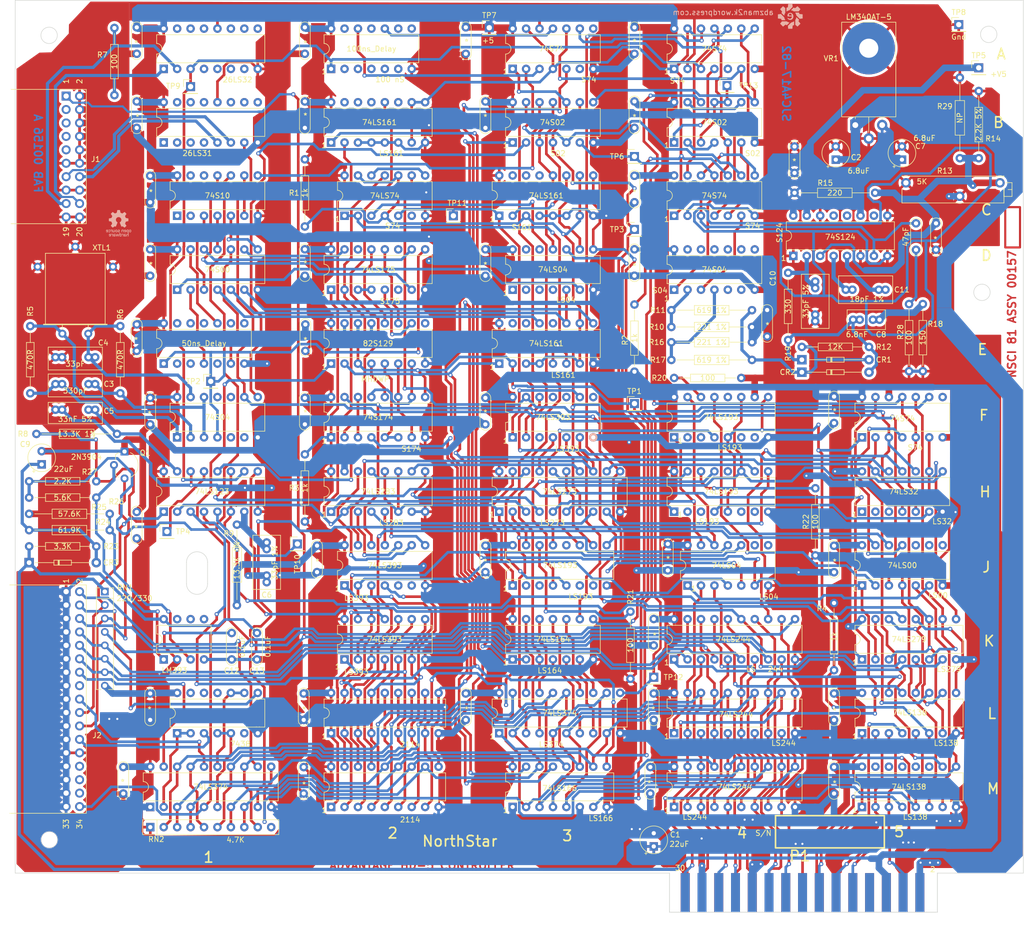
<source format=kicad_pcb>
(kicad_pcb (version 20221018) (generator pcbnew)
  (layers (0 "F.Cu" signal) (31 "B.Cu" signal) (34 "B.Paste" user) (35 "F.Paste" user) (36 "B.SilkS" user "B.Silkscreen") (37 "F.SilkS" user "F.Silkscreen") (38 "B.Mask" user) (39 "F.Mask" user) (44 "Edge.Cuts" user))
  (net 0 "")
  (net 1 "+5V")
  (net 2 "+12V")
  (net 3 "Net-(C3-Pad1)")
  (net 4 "Net-(C3-Pad2)")
  (net 5 "Net-(C4-Pad1)")
  (net 6 "Net-(C5-Pad1)")
  (net 7 "Net-(C6-Pad1)")
  (net 8 "+5VP")
  (net 9 "Net-(C8-Pad1)")
  (net 10 "Net-(C8-Pad2)")
  (net 11 "Net-(C9-Pad1)")
  (net 12 "Net-(C10-Pad1)")
  (net 13 "Net-(C11-Pad1)")
  (net 14 "Net-(C11-Pad2)")
  (net 15 "Net-(C14-Pad2)")
  (net 16 "Net-(C19-Pad1)")
  (net 17 "Net-(CR1-Pad2)")
  (net 18 "{slash}SE_EC")
  (net 23 "MFM W+")
  (net 24 "MFM W-")
  (net 25 "MFM RD+")
  (net 26 "MFM RD-")
  (net 27 "{slash}DIR {slash} PRCMP")
  (net 28 "{slash}STEP")
  (net 29 "{slash}RDY")
  (net 30 "{slash}INDEX")
  (net 31 "HS1")
  (net 32 "HS0")
  (net 33 "{slash}WR FLT")
  (net 35 "{slash}TRK0_PHI")
  (net 36 "{slash}SK COMP")
  (net 37 "{slash}WR GATE")
  (net 38 "{slash}HS2")
  (net 42 "{slash}LOW CUR")
  (net 44 "IO6")
  (net 46 "{slash}IO INT")
  (net 48 "IO A2")
  (net 49 "IO A3")
  (net 50 "IO A1")
  (net 51 "{slash}BRD")
  (net 52 "IO A0")
  (net 53 "IO 8MHz")
  (net 54 "{slash}BWR")
  (net 55 "IO3")
  (net 56 "{slash}BIO RES")
  (net 57 "IO2")
  (net 58 "IO4")
  (net 59 "IO5")
  (net 60 "IO1")
  (net 61 "IO0")
  (net 62 "IO7")
  (net 63 "-12V")
  (net 64 "{slash}SELECT")
  (net 65 "Net-(Q1-Pad2)")
  (net 66 "ID0")
  (net 67 "PU1")
  (net 68 "PU3")
  (net 69 "PU4")
  (net 70 "Net-(R5-Pad2)")
  (net 71 "ID4")
  (net 72 "ID5")
  (net 73 "Net-(R10-Pad2)")
  (net 74 "Net-(R16-Pad2)")
  (net 75 "Net-(R20-Pad2)")
  (net 76 "Net-(R21-Pad2)")
  (net 77 "Net-(R22-Pad2)")
  (net 78 "Net-(R24-Pad2)")
  (net 79 "ID1")
  (net 80 "ID2")
  (net 81 "ID6")
  (net 82 "ID7")
  (net 83 "ID3")
  (net 84 "1WR GATE")
  (net 85 "VCO Out")
  (net 86 "5MHz")
  (net 87 "RD CLK")
  (net 88 "READ DATA")
  (net 89 "Net-(TP2-Pad1)")
  (net 90 "CNTR INDEX")
  (net 91 "Net-(TP4-Pad1)")
  (net 92 "RAW INDEX")
  (net 93 "Net-(TP10-Pad1)")
  (net 94 "Net-(TP11-Pad1)")
  (net 95 "Net-(TP13-Pad1)")
  (net 113 "SYNC INDEX")
  (net 115 "{slash}RD CLK")
  (net 117 "Net-(U1B1-Pad7)")
  (net 120 "Net-(U1C1-Pad8)")
  (net 122 "Net-(U1C1-Pad3)")
  (net 123 "Net-(U1C1-Pad4)")
  (net 124 "Net-(U1C1-Pad11)")
  (net 125 "Net-(U1C1-Pad5)")
  (net 128 "Net-(U1D1-Pad1)")
  (net 129 "Net-(U1D1-Pad2)")
  (net 130 "Net-(U1D1-Pad9)")
  (net 131 "Net-(U1D1-Pad10)")
  (net 132 "Net-(U1D1-Pad4)")
  (net 133 "Net-(U1D1-Pad5)")
  (net 134 "Net-(U1D1-Pad12)")
  (net 135 "Net-(U1D1-Pad13)")
  (net 138 "Net-(U1F1-Pad8)")
  (net 143 "SEP RD DATA")
  (net 144 "Phase Lock")
  (net 145 "Net-(U1H1-Pad11)")
  (net 146 "Net-(U1H1-Pad12)")
  (net 150 "Net-(U1L1-Pad1)")
  (net 151 "EN SYNC")
  (net 152 "Net-(U1L1-Pad10)")
  (net 153 "{slash}LD SEC CNT")
  (net 154 "Net-(U1L1-Pad4)")
  (net 159 "{slash}INT SEC P")
  (net 160 "HEADER READ")
  (net 161 "RA4")
  (net 162 "{slash}CLR SEC")
  (net 164 "Net-(U2A1-Pad10)")
  (net 166 "Net-(U2A1-Pad12)")
  (net 168 "Net-(U2B1-Pad1)")
  (net 169 "PU2")
  (net 171 "CNTR SECTOR")
  (net 175 "Net-(U2C1-Pad12)")
  (net 177 "{slash}FORMAT WR")
  (net 178 "R{slash}W ACTIVE")
  (net 179 "Net-(U2D1-Pad3)")
  (net 181 "Net-(U2D1-Pad12)")
  (net 182 "Net-(U2D1-Pad5)")
  (net 183 "Net-(U2D1-Pad13)")
  (net 187 "Net-(U2E1-Pad4)")
  (net 188 "Net-(U2E1-Pad5)")
  (net 189 "Net-(U2E1-Pad6)")
  (net 190 "Net-(U2E1-Pad7)")
  (net 191 "Net-(U2F1-Pad14)")
  (net 192 "{slash}START READ")
  (net 193 "Net-(U2H1-Pad1)")
  (net 194 "Net-(U2H1-Pad9)")
  (net 195 "Net-(U2H1-Pad10)")
  (net 196 "Net-(U2H1-Pad3)")
  (net 197 "Net-(U2H1-Pad4)")
  (net 198 "Net-(U2H1-Pad12)")
  (net 199 "Net-(U2H1-Pad5)")
  (net 200 "Net-(U2H1-Pad13)")
  (net 201 "Net-(U2H1-Pad14)")
  (net 202 "Net-(U2J1-Pad2)")
  (net 204 "{slash}START SYNC")
  (net 206 "Net-(U2J1-Pad13)")
  (net 207 "Net-(U2K1-Pad13)")
  (net 208 "{slash}START WR")
  (net 209 "{slash}RD BYT RDY")
  (net 210 "{slash}HOST WR RAM")
  (net 211 "{slash}RD RAM")
  (net 212 "{slash}LD WR BYTE")
  (net 213 "{slash}LD CONT")
  (net 214 "{slash}SEL RAM")
  (net 215 "{slash}WR RAM")
  (net 216 "{slash}RD DATA TO RAM")
  (net 217 "{slash}H TO ID")
  (net 219 "Net-(U3A1-Pad2)")
  (net 220 "Net-(U3A1-Pad9)")
  (net 221 "Net-(U3A1-Pad10)")
  (net 222 "RD GATE")
  (net 224 "SD00")
  (net 225 "INT SEC P")
  (net 226 "Net-(U3B1-Pad11)")
  (net 227 "RA9")
  (net 228 "Net-(U3C1-Pad11)")
  (net 235 "RA8")
  (net 239 "RA7")
  (net 243 "Net-(U3F1-Pad1)")
  (net 247 "Net-(U3F1-Pad4)")
  (net 249 "Net-(U3F1-Pad5)")
  (net 250 "Net-(U3H1-Pad2)")
  (net 251 "Net-(U3H1-Pad12)")
  (net 252 "Net-(U3H1-Pad5)")
  (net 253 "Net-(U3H1-Pad15)")
  (net 254 "Net-(U3H1-Pad6)")
  (net 255 "Net-(U3H1-Pad16)")
  (net 256 "Net-(U3H1-Pad9)")
  (net 257 "Net-(U3H1-Pad19)")
  (net 258 "Net-(U3J1-Pad9)")
  (net 261 "Net-(U3J1-Pad11)")
  (net 262 "Net-(U3J1-Pad4)")
  (net 264 "Net-(U3J1-Pad13)")
  (net 267 "RA3")
  (net 268 "RA5")
  (net 269 "RA6")
  (net 270 "RA2")
  (net 271 "RA1")
  (net 272 "RA0")
  (net 273 "{slash}CLR ADD")
  (net 274 "Net-(U4A1-Pad8)")
  (net 275 "Net-(U4A1-Pad4)")
  (net 277 "{slash}RD STAT")
  (net 278 "Net-(U4B1-Pad2)")
  (net 279 "Net-(U4B1-Pad13)")
  (net 280 "WR DATA")
  (net 281 "Net-(U4B1-Pad6)")
  (net 282 "Net-(U4C1-Pad12)")
  (net 283 "Net-(U4C1-Pad6)")
  (net 292 "SD01")
  (net 296 "Net-(U4F1-Pad13)")
  (net 301 "Net-(U4H1-Pad4)")
  (net 305 "Net-(U4J1-Pad1)")
  (net 307 "SD02")
  (net 309 "SD03")
  (net 310 "SD04")
  (net 311 "SD05")
  (net 312 "SD06")
  (net 313 "SD07")
  (net 314 "2.5Mhz")
  (net 315 "GND")
  (net 320 "Net-(U5F1-Pad2)")
  (net 321 "Net-(U5F1-Pad13)")
  (footprint "Evan's misc parts:C_Disc_D10.0mm_W2.5mm_P5.00mm_NORTH" (layer "F.Cu") (at 25.52 131.08 -90)
    (fp_text reference "C53" hide)
    (fp_text value "47nF")
  )
  (footprint "Package_DIP:DIP-16_W7.62mm" (layer "F.Cu") (at 160.12 152.54 90)
    (fp_text reference "U5M1" hide)
    (fp_text value "74LS138")
  )
  (footprint "Evan's misc parts:R_Axial_DIN0309_L9.0mm_D3.2mm_P12.70mm_Horizontal_NORTH" (layer "F.Cu") (at 18.76 17.94 90)
    (fp_text reference "R7")
    (fp_text value "100")
  )
  (footprint "Evan's misc parts:R_Axial_DIN0309_L9.0mm_D3.2mm_P12.70mm_Horizontal_NORTH" (layer "F.Cu") (at 146.15 64.24 90)
    (fp_text reference "R19")
    (fp_text value "330")
  )
  (footprint "Evan's misc parts:R_Axial_DIN0309_L9.0mm_D3.2mm_P12.70mm_Horizontal_NORTH" (layer "F.Cu") (at 15.33 90.96 180)
    (fp_text reference "R27")
    (fp_text value "2.2K")
  )
  (footprint "Package_DIP:DIP-16_W7.62mm" (layer "F.Cu") (at 59.73 68.7 90)
    (fp_text reference "U2E1" hide)
    (fp_text value "82S129")
  )
  (footprint "Package_DIP:DIP-16_W7.62mm" (layer "F.Cu") (at 28.08 12.98 90)
    (fp_text reference "U1A1" hide)
    (fp_text value "26LS32")
  )
  (footprint "Package_DIP:DIP-14_W7.62mm" (layer "F.Cu") (at 28.08 68.7 90)
    (fp_text reference "U1E1" hide)
    (fp_text value "50ns_Delay")
  )
  (footprint "Package_DIP:DIP-14_W7.62mm" (layer "F.Cu") (at 94.06 54.73 90)
    (fp_text reference "U3D1" hide)
    (fp_text value "74LS04")
  )
  (footprint "Evan's misc parts:C_Disc_D10.0mm_W2.5mm_P5.00mm_NORTH" (layer "F.Cu") (at 22.98 61.294 -90)
    (fp_text reference "C50" hide)
    (fp_text value "47nF")
  )
  (footprint "Evan's misc parts:C_Disc_D10.0mm_W2.5mm_P5.00mm_NORTH" (layer "F.Cu") (at 40.94 119.64 -90)
    (fp_text reference "C12" hide)
    (fp_text value "0.1uF")
  )
  (footprint "Package_DIP:DIP-14_W7.62mm" (layer "F.Cu") (at 62.27 40.75 90)
    (fp_text reference "U2C1" hide)
    (fp_text value "74LS74")
  )
  (footprint "Evan's misc parts:R_Axial_DIN0207_L6.3mm_D2.5mm_P15.24mm_Horizontal_NORTH" (layer "F.Cu") (at 147.36 36.41)
    (fp_text reference "R15")
    (fp_text value "220")
  )
  (footprint "Evan's misc parts:C_Disc_D10.0mm_W2.5mm_P5.00mm_NORTH" (layer "F.Cu") (at 25.52 75.184 -90)
    (fp_text reference "C51" hide)
    (fp_text value "47nF")
  )
  (footprint "Package_DIP:DIP-14_W7.62mm" (layer "F.Cu") (at 124.59 26.9 90)
    (fp_text reference "U4B1" hide)
    (fp_text value "74S02")
  )
  (footprint "Package_DIP:DIP-14_W7.62mm" (layer "F.Cu") (at 94.06 26.9 90)
    (fp_text reference "U3B1" hide)
    (fp_text value "74S02")
  )
  (footprint "Package_DIP:DIP-16_W7.62mm" (layer "F.Cu") (at 91.52 68.7 90)
    (fp_text reference "U3E1" hide)
    (fp_text value "74LS161")
  )
  (footprint "Evan's misc parts:C_Disc_D10.0mm_W2.5mm_P5.00mm_NORTH" (layer "F.Cu") (at 22.98 5.12 -90)
    (fp_text reference "C46" hide)
    (fp_text value "47nF")
  )
  (footprint "Connector_PinHeader_2.54mm:PinHeader_1x01_P2.54mm_Vertical" (layer "F.Cu") (at 117.09 43.33)
    (fp_text reference "TP3")
    (fp_text value "RD CLK")
  )
  (footprint "Package_DIP:DIP-14_W7.62mm" (layer "F.Cu") (at 124.59 12.98 90)
    (fp_text reference "U4A1" hide)
    (fp_text value "74S74")
  )
  (footprint "Evan's misc parts:C_Disc_D10.0mm_W2.5mm_P5.00mm_NORTH" (layer "F.Cu") (at 120.74 131.08 -90)
    (fp_text reference "C31" hide)
    (fp_text value "47nF")
  )
  (footprint "Package_DIP:DIP-14_W7.62mm" (layer "F.Cu") (at 30.62 82.65 90)
    (fp_text reference "U1F1" hide)
    (fp_text value "74S04")
  )
  (footprint "Capacitor_THT:CP_Radial_Tantal_D5.0mm_P2.50mm" (layer "F.Cu") (at 120.74 160 90)
    (fp_text reference "C1")
    (fp_text value "22uF")
  )
  (footprint "Evan's misc parts:C_Disc_D10.0mm_W2.5mm_P5.00mm_NORTH" (layer "F.Cu") (at 88.91 47.09 -90)
    (fp_text reference "C34" hide)
    (fp_text value "47nF")
  )
  (footprint "Evan's misc parts:R_Axial_DIN0207_L6.3mm_D2.5mm_P15.24mm_Horizontal_NORTH" (layer "F.Cu") (at 139.31 64.66 180)
    (fp_text reference "R16")
    (fp_text value "221 1%")
  )
  (footprint "Evan's misc parts:C_Disc_D10.0mm_W2.5mm_P5.00mm_NORTH" (layer "F.Cu") (at 54.55 144.99 -90)
    (fp_text reference "C45" hide)
    (fp_text value "47nF")
  )
  (footprint "Evan's misc parts:C_Disc_D10.0mm_W2.5mm_P5.00mm_NORTH" (layer "F.Cu") (at 117.09 33.19 -90)
    (fp_text reference "C27" hide)
    (fp_text value "47nF")
  )
  (footprint "Capacitor_THT:C_Rect_L10.0mm_W5.0mm_P5.00mm_P7.50mm" (layer "F.Cu") (at 47.55 102.53 -90)
    (fp_text reference "C6")
    (fp_text value "33pF 1%")
  )
  (footprint "Capacitor_THT:CP_Radial_Tantal_D5.0mm_P2.50mm" (layer "F.Cu") (at 5 87.76 90)
    (fp_text reference "C9")
    (fp_text value "22uF")
  )
  (footprint "Connector_PinHeader_2.54mm:PinHeader_1x01_P2.54mm_Vertical" (layer "F.Cu") (at 89.64 5.19)
    (fp_text reference "TP7")
    (fp_text value "5v")
  )
  (footprint "Package_DIP:DIP-16_W7.62mm" (layer "F.Cu") (at 59.73 54.73 90)
    (fp_text reference "U2D1" hide)
    (fp_text value "74LS175")
  )
  (footprint "Package_DIP:DIP-16_W7.62mm" (layer "F.Cu") (at 91.52 40.75 90)
    (fp_text reference "U3C1" hide)
    (fp_text value "74LS161")
  )
  (footprint "Package_DIP:DIP-14_W7.62mm" (layer "F.Cu") (at 62.27 124.64 90)
    (fp_text reference "U2K1" hide)
    (fp_text value "74LS393")
  )
  (footprint "Connector_PinHeader_2.54mm:PinHeader_1x01_P2.54mm_Vertical" (layer "F.Cu") (at 117.09 76.26)
    (fp_text reference "TP1")
    (fp_text value "5Mhz")
  )
  (footprint "Capacitor_THT:C_Rect_L10.0mm_W5.0mm_P5.00mm_P7.50mm" (layer "F.Cu") (at 7.61 72.57)
    (fp_text reference "C3")
    (fp_text value "330pF")
  )
  (footprint "Package_DIP:DIP-14_W7.62mm" (layer "F.Cu") (at 30.62 54.73 90)
    (fp_text reference "U1D1" hide)
    (fp_text value "74S00")
  )
  (footprint "Capacitor_THT:C_Rect_L10.0mm_W5.0mm_P5.00mm_P7.50mm" (layer "F.Cu") (at 151.27 53.18 -90)
    (fp_text reference "C10")
    (fp_text value "33pF 5%")
  )
  (footprint "Evan's misc parts:C_Disc_D10.0mm_W2.5mm_P5.00mm_NORTH" (layer "F.Cu") (at 120.74 116.99 -90)
    (fp_text reference "C30" hide)
    (fp_text value "47nF")
  )
  (footprint "Evan's misc parts:R_Axial_DIN0309_L9.0mm_D3.2mm_P12.70mm_Horizontal_NORTH" (layer "F.Cu") (at 15.33 94.036 180)
    (fp_text reference "R26")
    (fp_text value "5.6K")
  )
  (footprint "Connector_PinHeader_2.54mm:PinHeader_1x01_P2.54mm_Vertical" (layer "F.Cu") (at 36.97 72.06)
    (fp_text reference "TP2")
    (fp_text value "10Mhz")
  )
  (footprint "Evan's misc parts:C_Disc_D10.0mm_W2.5mm_P5.00mm_NORTH" (layer "F.Cu") (at 25.52 33.19 -90)
    (fp_text reference "C48" hide)
    (fp_text value "47nF")
  )
  (footprint "Evan's misc parts:R_Axial_DIN0309_L9.0mm_D3.2mm_P12.70mm_Horizontal_NORTH" (layer "F.Cu") (at 117.09 70.23 90)
    (fp_text reference "R2")
    (fp_text value "1k")
  )
  (footprint "Capacitor_THT:C_Rect_L10.0mm_W5.0mm_P5.00mm_P7.50mm" (layer "F.Cu") (at 7.61 67.49)
    (fp_text reference "C4")
    (fp_text value "33pF")
  )
  (footprint "Connector_PinHeader_2.54mm:PinHeader_1x01_P2.54mm_Vertical" (layer "F.Cu") (at 178.41 4.6)
    (fp_text reference "TP8")
    (fp_text value "Gnd")
  )
  (footprint "Package_DIP:DIP-14_W7.62mm" (layer "F.Cu") (at 160.12 82.65 90)
    (fp_text reference "U5F1" hide)
    (fp_text value "74S74")
  )
  (footprint "Evan's misc parts:R_Axial_DIN0309_L9.0mm_D3.2mm_P12.70mm_Horizontal_NORTH" (layer "F.Cu") (at 19.87 61.61 -90)
    (fp_text reference "R6")
    (fp_text value "470R")
  )
  (footprint "Package_DIP:DIP-20_W7.62mm" (layer "F.Cu") (at 124.59 152.54 90)
    (fp_text reference "U4M1" hide)
    (fp_text value "74LS244")
  )
  (footprint "Package_DIP:DIP-14_W7.62mm" (layer "F.Cu") (at 62.27 110.66 90)
    (fp_text reference "U2J1" hide)
    (fp_text value "74LS393")
  )
  (footprint "Capacitor_THT:C_Rect_L7.0mm_W3.5mm_P2.50mm_P5.00mm" (layer "F.Cu") (at 158.43 60.4)
    (fp_text reference "C8")
    (fp_text value "6.8nF")
  )
  (footprint "Package_DIP:DIP-20_W7.62mm" (layer "F.Cu") (at 91.52 96.7 90)
    (fp_text reference "U3H1" hide)
    (fp_text value "74LS273")
  )
  (footprint "Evan's misc parts:C_Disc_D10.0mm_W2.5mm_P5.00mm_NORTH" (layer "F.Cu") (at 85.2 131.08 -90)
    (fp_text reference "C37" hide)
    (fp_text value "47nF")
  )
  (footprint "Evan's misc parts:R_Axial_DIN0309_L9.0mm_D3.2mm_P12.70mm_Horizontal_NORTH" (layer "F.Cu") (at 154.83 113.97 -90)
    (fp_text reference "R4")
    (fp_text value "1k")
  )
  (footprint "Package_DIP:DIP-18_W7.62mm" (layer "F.Cu") (at 59.73 152.54 90)
    (fp_text reference "U2M1" hide)
    (fp_text value "2114")
  )
  (footprint "Evan's misc parts:R_Axial_DIN0309_L9.0mm_D3.2mm_P12.70mm_Horizontal_NORTH" (layer "F.Cu") (at 54.77 30.08 -90)
    (fp_text reference "R1")
    (fp_text value "1k")
  )
  (footprint "Evan's misc parts:R_Axial_DIN0207_L6.3mm_D2.5mm_P15.24mm_Horizontal_NORTH" (layer "F.Cu") (at 178.62 29.86 90)
    (fp_text reference "R29")
    (fp_text value "NP")
  )
  (footprint "Evan's misc parts:C_Disc_D10.0mm_W2.5mm_P5.00mm_NORTH" (layer "F.Cu") (at 54.55 131.08 -90)
    (fp_text reference "C44" hide)
    (fp_text value "47nF")
  )
  (footprint "Evan's misc parts:C_Disc_D10.0mm_W2.5mm_P5.00mm_NORTH" (layer "F.Cu") (at 117.09 47.09 -90)
    (fp_text reference "C18" hide)
    (fp_text value "47nF")
  )
  (footprint "Package_DIP:DIP-20_W7.62mm" (layer "F.Cu") (at 25.54 152.54 90)
    (fp_text reference "U1M1" hide)
    (fp_text value "74LS374")
  )
  (footprint "Connector_PinHeader_2.54mm:PinHeader_1x01_P2.54mm_Vertical" (layer "F.Cu") (at 117.09 29.54)
    (fp_text reference "TP6")
    (fp_text value "VCO out")
  )
  (footprint "Evan's misc parts:R_Axial_DIN0309_L9.0mm_D3.2mm_P12.70mm_Horizontal_NORTH" (layer "F.Cu") (at 137.29 71.42 180)
    (fp_text reference "R20")
    (fp_text value "100")
  )
  (footprint "Package_DIP:DIP-14_W7.62mm" (layer "F.Cu") (at 160.12 96.7 90)
    (fp_text reference "U5H1" hide)
    (fp_text value "74LS32")
  )
  (footprint "Capacitor_THT:C_Rect_L10.0mm_W5.0mm_P5.00mm_P7.50mm" (layer "F.Cu") (at 7.61 77.42)
    (fp_text reference "C5")
    (fp_text value "33nF 5%")
  )
  (footprint "Evan's misc parts:C_Disc_D10.0mm_W2.5mm_P5.00mm_NORTH" (layer "F.Cu") (at 88.9 75.184 -90)
    (fp_text reference "C35" hide)
    (fp_text value "47nF")
  )
  (footprint "Evan's misc parts:C_Disc_D10.0mm_W2.5mm_P5.00mm_NORTH" (layer "F.Cu") (at 142.18 58.57 -90)
    (fp_text reference "C17" hide)
    (fp_text value "47nF")
  )
  (footprint "Package_DIP:DIP-14_W7.62mm" (layer "F.Cu") (at 160.12 110.66 90)
    (fp_text reference "U5J1" hide)
    (fp_text value "74LS00")
  )
  (footprint "Evan's misc parts:R_Axial_DIN0207_L6.3mm_D2.5mm_P15.24mm_Horizontal_NORTH" (layer "F.Cu") (at 4.01 82)
    (fp_text reference "R8")
    (fp_text value "13.3K 1%")
  )
  (footprint "Package_DIP:DIP-14_W7.62mm" (layer "F.Cu") (at 30.62 40.75 90)
    (fp_text reference "U1C1" hide)
    (fp_text value "74S10")
  )
  (footprint "Evan's misc parts:C_Disc_D10.0mm_W2.5mm_P5.00mm_NORTH" (layer "F.Cu") (at 154.83 103.15 -90)
    (fp_text reference "C22" hide)
    (fp_text value "47nF")
  )
  (footprint "Evan's misc parts:C_Disc_D10.0mm_W2.5mm_P5.00mm_NORTH" (layer "F.Cu") (at 88.91 103.124 -90)
    (fp_text reference "C36" hide)
    (fp_text value "47nF")
  )
  (footprint "Connector_PinHeader_2.54mm:PinHeader_1x01_P2.54mm_Vertical" (layer "F.Cu") (at 53.35 102.8)
    (fp_text reference "TP10")
    (fp_text value "??")
  )
  (footprint "Evan's misc parts:C_Disc_D10.0mm_W2.5mm_P5.00mm_NORTH" (layer "F.Cu") (at 85.2 5.12 -90)
    (fp_text reference "C32" hide)
    (fp_text value "47nF")
  )
  (footprint "Evan's misc parts:R_Axial_DIN0309_L9.0mm_D3.2mm_P12.70mm_Horizontal_NORTH" (layer "F.Cu") (at 169.01 57.44 -90)
    (fp_text reference "R28")
    (fp_text value "100")
  )
  (footprint "Crystal:Crystal_HC49-U_Horizontal" (layer "F.Cu") (at 13.81 63.04 180)
    (fp_text reference "XTL1")
    (fp_text value "10MHZ")
  )
  (footprint "Package_DIP:DIP-14_W7.62mm" (layer "F.Cu") (at 124.59 54.73 90)
    (fp_text reference "U4D1" hide)
    (fp_text value "74S04")
  )
  (footprint "Package_DIP:DIP-20_W7.62mm" (layer "F.Cu") (at 91.52 138.59 90)
    (fp_text reference "U3L1" hide)
    (fp_text value "74LS374")
  )
  (footprint "Evan's misc parts:C_Disc_D10.0mm_W2.5mm_P5.00mm_NORTH" (layer "F.Cu") (at 54.77 75.184 -90)
    (fp_text reference "C42" hide)
    (fp_text value "47nF")
  )
  (footprint "Connector_PinHeader_2.54mm:PinHeader_1x01_P2.54mm_Vertical" (layer "F.Cu") (at 82.85 40.75)
    (fp_text reference "TP11")
    (fp_text value "??")
  )
  (footprint "Resistor_THT:R_Array_SIP10" (layer "F.Cu") (at 25.54 156.35)
    (fp_text reference "RN2")
    (fp_text value "4.7K")
  )
  (footprint "Package_DIP:DIP-16_W7.62mm" (layer "F.Cu") (at 160.12 138.59 90)
    (fp_text reference "U5L1" hide)
    (fp_text value "74LS138")
  )
  (footprint "Connector_PinHeader_2.54mm:PinHeader_1x01_P2.54mm_Vertical" (layer "F.Cu") (at 182.19 12.77)
    (fp_text reference "TP5")
    (fp_text value "5v PLL")
  )
  (footprint "Evan's misc parts:R_Axial_DIN0207_L6.3mm_D2.5mm_P15.24mm_Horizontal_NORTH" (layer "F.Cu") (at 41.92 114.39 90)
    (fp_text reference "R9")
    (fp_text value "13.3K 1%")
  )
  (footprint "Package_TO_SOT_THT:TO-220-3_Horizontal_TabDown" (layer "F.Cu") (at 158.85 25.73)
    (fp_text reference "VR1")
    (fp_text value "LM340AT-5")
  )
  (footprint "Evan's misc parts:R_Axial_DIN0309_L9.0mm_D3.2mm_P12.70mm_Horizontal_NORTH" (layer "F.Cu") (at 182.19 29.86 90)
    (fp_text reference "R14")
    (fp_text value "2.2K 5%")
  )
  (footprint "Connector_PinHeader_2.54mm:PinHeader_1x01_P2.54mm_Vertical" (layer "F.Cu") (at 33.16 16.33)
    (fp_text reference "TP9")
    (fp_text value "READ DATA")
  )
  (footprint "Evan's misc parts:C_Disc_D10.0mm_W2.5mm_P5.00mm_NORTH" (layer "F.Cu") (at 120.09 144.99 -90)
    (fp_text reference "C28" hide)
    (fp_text value "47nF")
  )
  (footprint "Capacitor_THT:CP_Radial_Tantal_D5.0mm_P2.50mm" (layer "F.Cu") (at 167.67 30.14 90)
    (fp_text reference "C7")
    (fp_text value "6.8uF")
  )
  (footprint "Evan's misc parts:R_Axial_DIN0309_L9.0mm_D3.2mm_P12.70mm_Horizontal_NORTH" (layer "F.Cu") (at 116.332 128.3 90)
    (fp_text reference "R21")
    (fp_text value "100")
  )
  (footprint "Package_DIP:DIP-16_W7.62mm" (layer "F.Cu") (at 59.73 82.65 90)
    (fp_text reference "U2F1" hide)
    (fp_text value "74S174")
  )
  (footprint "Evan's misc parts:C_Disc_D10.0mm_W2.5mm_P5.00mm_NORTH" (layer "F.Cu") (at 147.36 32.65 90)
    (fp_text reference "C20" hide)
    (fp_text value "47nF")
  )
  (footprint "Connector_PinHeader_2.54mm:PinHeader_1x01_P2.54mm_Vertical" (layer "F.Cu") (at 120.74 128.01)
    (fp_text reference "TP12")
    (fp_text value "/RD BYTE RDY")
  )
  (footprint "Capacitor_THT:CP_Radial_Tantal_D5.0mm_P2.50mm" (layer "F.Cu") (at 155.16 30.14 90)
    (fp_text reference "C2")
    (fp_text value "6.8uF")
  )
  (footprint "Evan's misc parts:northstar edge connector" (layer "F.Cu") (at 123.72 165.04)
    (fp_text reference "P1")
    (fp_text value "northstar card edge")
    (fp_line (start 0 7.4) (end 0 0) (stroke (width 0.12)) (layer "Edge.Cuts"))
    (fp_line (start 50.65 7.4) (end 0 7.4) (stroke (width 0.12)) (layer "Edge.Cuts"))
    (fp_line (start 50.65 7.4) (end 50.65 0) (stroke (width 0.12)) (layer "Edge.Cuts"))
  )
  (footprint "Evan's misc parts:R_Axial_DIN0207_L6.3mm_D2.5mm_P15.24mm_Horizontal_NORTH" (layer "F.Cu") (at 139.31 61.78 180)
    (fp_text reference "R10")
    (fp_text value "221 1%")
  )
  (footprint "Evan's misc parts:C_Disc_D10.0mm_W2.5mm_P5.00mm_NORTH" (layer "F.Cu") (at 54.864 66.294 90)
    (fp_text reference "C41" hide)
    (fp_text value "47nF")
  )
  (footprint "Connector_PinHeader_2.54mm:PinHeader_2x17_P2.54mm_Horizontal" (layer "F.Cu") (at 9.63 111.82)
    (fp_text reference "J2")
    (fp_text value "MFM control")
  )
  (footprint "Evan's misc parts:C_Disc_D10.0mm_W2.5mm_P5.00mm_NORTH" (layer "F.Cu") (at 22.98 101.75 90)
    (fp_text reference "C52" hide)
    (fp_text value "47nF")
  )
  (footprint "Evan's misc parts:C_Disc_D10.0mm_W2.5mm_P5.00mm_NORTH" (layer "F.Cu") (at 54.77 19.13 -90)
    (fp_text reference "C39" hide)
    (fp_text value "47nF")
  )
  (footprint "Evan's misc parts:C_Disc_D10.0mm_W2.5mm_P5.00mm_NORTH" (layer "F.Cu") (at 54.77 5.12 -90)
    (fp_text reference "C38" hide)
    (fp_text value "47nF")
  )
  (footprint "Evan's misc parts:C_Disc_D10.0mm_W2.5mm_P5.00mm_NORTH" (layer "F.Cu") (at 174.11 42.18 -90)
    (fp_text reference "C19" hide)
    (fp_text value "47nF")
  )
  (footprint "Package_DIP:DIP-16_W7.62mm" (layer "F.Cu") (at 160.12 124.64 90)
    (fp_text reference "U5K1" hide)
    (fp_text value "74LS279")
  )
  (footprint "Package_DIP:DIP-16_W7.62mm" (layer "F.Cu") (at 94.06 110.66 90)
    (fp_text reference "U3J1" hide)
    (fp_text value "74LS193")
  )
  (footprint "Package_DIP:DIP-16_W7.62mm" (layer "F.Cu") (at 28.08 26.9 90)
    (fp_text reference "U1B1" hide)
    (fp_text value "26LS31")
  )
  (footprint "Evan's misc parts:R_Axial_DIN0309_L9.0mm_D3.2mm_P12.70mm_Horizontal_NORTH" (layer "F.Cu") (at 2.63 103.264)
    (fp_text reference "R23")
    (fp_text value "3.3K")
  )
  (footprint "Package_DIP:DIP-16_W7.62mm" (layer "F.Cu") (at 59.73 96.7 90)
    (fp_text reference "U2H1" hide)
    (fp_text value "74LS283")
  )
  (footprint "Package_DIP:DIP-16_W7.62mm" (layer "F.Cu") (at 147.13 48.34 90)
    (fp_text reference "U5D1" hide)
    (fp_text value "74S124")
  )
  (footprint "Evan's misc parts:C_Disc_D10.0mm_W2.5mm_P5.00mm_NORTH" (layer "F.Cu") (at 154.83 74.94 -90)
    (fp_text reference "C15" hide)
    (fp_text value "47nF")
  )
  (footprint "Potentiometer_THT:Potentiometer_Bourns_3009Y_Horizontal" (layer "F.Cu") (at 168.42 34.52 180)
    (fp_text reference "R13")
    (fp_text value "5K")
  )
  (footprint "Evan's misc parts:D_A-405_P12.70mm_Horizontal_NORTH" (layer "F.Cu") (at 148.74 67.97)
    (fp_text reference "CR1")
    (fp_text value "1N4148")
  )
  (footprint "Evan's misc parts:R_Axial_DIN0207_L6.3mm_D2.5mm_P15.24mm_Horizontal_NORTH" (layer "F.Cu") (at 2.63 100.188)
    (fp_text reference "R24")
    (fp_text value "61.9K")
  )
  (footprint "Connector_PinHeader_2.54mm:PinHeader_2x10_P2.54mm_Horizontal" (layer "F.Cu") (at 9.63 18.12)
    (fp_text reference "J1")
    (fp_text value "MFM data")
  )
  (footprint "Evan's misc parts:D_A-405_P12.70mm_Horizontal_NORTH" (layer "F.Cu") (at 148.74 70.33)
    (fp_text reference "CR2")
    (fp_text value "1N4148")
  )
  (footprint "Evan's misc parts:D_A-405_P12.70mm_Horizontal_NORTH" (layer "F.Cu") (at 2.63 106.34)
    (fp_text reference "CR3")
    (fp_text value "1N4148")
  )
  (footprint "Connector_PinHeader_2.54mm:PinHeader_1x01_P2.54mm_Vertical" (layer "F.Cu") (at 28.69 100.46)
    (fp_text reference "TP4")
    (fp_text value "??")
  )
  (footprint "Evan's misc parts:C_Disc_D10.0mm_W2.5mm_P5.00mm_NORTH" (layer "F.Cu") (at 170.33 42.18 -90)
    (fp_text reference "C14" hide)
    (fp_text value "47pF")
  )
  (footprint "Package_TO_SOT_THT:TO-92L_Wide" (layer "F.Cu") (at 20.6695 85.334 -90)
    (fp_text reference "Q1")
    (fp_text value "2N3904")
  )
  (footprint "Package_DIP:DIP-16_W7.62mm" (layer "F.Cu") (at 28.08 96.7 90)
    (fp_text reference "U1H1" hide)
    (fp_text value "74LS123")
  )
  (footprint "Evan's misc parts:C_Disc_D10.0mm_W2.5mm_P5.00mm_NORTH" (layer "F.Cu") (at 154.83 144.99 -90)
    (fp_text reference "C24" hide)
    (fp_text value "47nF")
  )
  (footprint "Evan's misc parts:C_Disc_D10.0mm_W2.5mm_P5.00mm_NORTH" (layer "F.Cu") (at 25.52 47.09 -90)
    (fp_text reference "C49" hide)
    (fp_text value "47nF")
  )
  (footprint "Evan's misc parts:C_Disc_D10.0mm_W2.5mm_P5.00mm_NORTH" (layer "F.Cu") (at 117.09 5.12 -90)
    (fp_text reference "C25" hide)
    (fp_text value "47nF")
  )
  (footprint "Evan's misc parts:R_Axial_DIN0309_L9.0mm_D3.2mm_P12.70mm_Horizontal_NORTH" (layer "F.Cu") (at 151.3 104.97 90)
    (fp_text reference "R22")
    (fp_text value "100")
  )
  (footprint "Evan's misc parts:C_Disc_D10.0mm_W2.5mm_P5.00mm_NORTH" (layer "F.Cu") (at 54.77 47.09 -90)
    (fp_text reference "C40" hide)
    (fp_text value "47nF")
  )
  (footprint "Package_DIP:DIP-8_W7.62mm" (layer "F.Cu") (at 28.08 124.64 90)
    (fp_text reference "U1K1" hide)
    (fp_text value "LM393")
  )
  (footprint "Evan's misc parts:C_Disc_D10.0mm_W2.5mm_P5.00mm_NORTH" (layer "F.Cu") (at 117.09 19.13 -90)
    (fp_text reference "C26" hide)
    (fp_text value "47nF")
  )
  (footprint "Evan's misc parts:C_Disc_D10.0mm_W2.5mm_P5.00mm_NORTH" (layer "F.Cu") (at 20.44 144.99 -90)
    (fp_text reference "C54" hide)
    (fp_text value "47nF")
  )
  (footprint "Evan's misc parts:R_Axial_DIN0309_L9.0mm_D3.2mm_P12.70mm_Horizontal_NORTH" (layer "F.Cu") (at 2.85 74.31 90)
    (fp_text reference "R5")
    (fp_text value "470R")
  )
  (footprint "Connector_PinHeader_2.54mm:PinHeader_1x01_P2.54mm_Vertical" (layer "F.Cu") (at 134.59 16.13)
    (fp_text reference "TP13")
    (fp_text value "?????")
  )
  (footprint "Evan's misc parts:C_Disc_D10.0mm_W2.5mm_P5.00mm_NORTH" (layer "F.Cu") (at 22.98 19.13 -90)
    (fp_text reference "C47" hide)
    (fp_text value "47nF")
  )
  (footprint "Capacitor_THT:C_Rect_L10.0mm_W5.0mm_P5.00mm_P7.50mm" (layer "F.Cu") (at 157.05 54.73)
    (fp_text reference "C11")
    (fp_text value "18pF 1%")
  )
  (footprint "Package_DIP:DIP-16_W7.62mm" (layer "F.Cu") (at 124.59 82.65 90)
    (fp_text reference "U4F1" hide)
    (fp_text value "74LS193")
  )
  (footprint "Evan's misc parts:R_Axial_DIN0309_L9.0mm_D3.2mm_P12.70mm_Horizontal_NORTH" (layer "F.Cu") (at 171.62 57.44 -90)
    (fp_text reference "R18")
    (fp_text value "150")
  )
  (footprint "Package_DIP:DIP-14_W7.62mm" (layer "F.Cu") (at 127.13 110.66 90)
    (fp_text reference "U4J1" hide)
    (fp_text value "74LS04")
  )
  (footprint "Package_DIP:DIP-14_W7.62mm" (layer "F.Cu") (at 94.06 12.98 90)
    (fp_text reference "U3A1" hide)
    (fp_text value "74S74")
  )
  (footprint "Evan's misc parts:C_Disc_D10.0mm_W2.5mm_P5.00mm_NORTH" (layer "F.Cu") (at 88.91 19.13 -90)
    (fp_text reference "C33" hide)
    (fp_text value "47nF")
  )
  (footprint "Package_DIP:DIP-14_W7.62mm" (layer "F.Cu") (at 94.06 124.64 90)
    (fp_text reference "U3K1" hide)
    (fp_text value "74LS164")
  )
  (footprint "Package_SIP:SIP-8_19x3mm_P2.54mm" (layer "F.Cu") (at 16.94 111.82 -90)
    (fp_text reference "RN1")
    (fp_text value "220/330")
  )
  (footprint "Evan's misc parts:C_Disc_D10.0mm_W2.5mm_P5.00mm_NORTH" (layer "F.Cu") (at 154.83 131.08 -90)
    (fp_text reference "C23" hide)
    (fp_text value "47nF")
  )
  (footprint "Package_DIP:DIP-16_W7.62mm" (layer "F.Cu") (at 94.06 152.54 90)
    (fp_text reference "U3M1" hide)
    (fp_text value "74LS166")
  )
  (footprint "Evan's misc parts:R_Axial_DIN0309_L9.0mm_D3.2mm_P12.70mm_Horizontal_NORTH" (layer "F.Cu") (at 54.77 98.57 90)
    (fp_text reference "R3")
    (fp_text value "1k")
  )
  (footprint "Package_DIP:DIP-20_W7.62mm" (layer "F.Cu") (at 124.59 138.59 90)
    (fp_text reference "U4L1" hide)
    (fp_text value "74LS244")
  )
  (footprint "Evan's misc parts:C_Disc_D10.0mm_W2.5mm_P5.00mm_NORTH" (layer "F.Cu") (at 57.07 103.124 -90)
    (fp_text reference "C43" hide)
    (fp_text value "47nF")
  )
  (footprint "Evan's misc parts:R_Axial_DIN0207_L6.3mm_D2.5mm_P15.24mm_Horizontal_NORTH" (layer "F.Cu") (at 124.07 68.01)
    (fp_text reference "R17")
    (fp_text value "619 1%")
  )
  (footprint "Package_DIP:DIP-14_W7.62mm" (layer "F.Cu") (at 30.62 138.59 90)
    (fp_text reference "U1L1" hide)
    (fp_text value "7438")
  )
  (footprint "Package_DIP:DIP-16_W7.62mm" (layer "F.Cu") (at 59.73 26.9 90)
    (fp_text reference "U2B1" hide)
    (fp_text value "74LS161")
  )
  (footprint "Package_DIP:DIP-20_W7.62mm" (layer "F.Cu") (at 124.59 124.64 90)
    (fp_text reference "U4K1" hide)
    (fp_text value "74LS244")
  )
  (footprint "Package_DIP:DIP-16_W7.62mm" (layer "F.Cu") (at 124.59 96.7 90)
    (fp_text reference "U4H1" hide)
    (fp_text value "74LS193")
  )
  (footprint "Package_DIP:DIP-14_W7.62mm" (layer "F.Cu") (at 124.59 40.75 90)
    (fp_text reference "U4C1" hide)
    (fp_text value "74S74")
  )
  (footprint "Package_DIP:DIP-18_W7.62mm" (layer "F.Cu") (at 59.73 138.59 90)
    (fp_text reference "U2L1" hide)
    (fp_text value "2114")
  )
  (footprint "Evan's misc parts:R_Axial_DIN0207_L6.3mm_D2.5mm_P15.24mm_Horizontal_NORTH" (layer "F.Cu") (at 124.07 58.6)
    (fp_text reference "R11")
    (fp_text value "619 1%")
  )
  (footprint "Package_DIP:DIP-14_W7.62mm" (layer "F.Cu") (at 59.73 12.98 90)
    (fp_text reference "U2A1" hide)
    (fp_text value "100ns_Delay")
  )
  (footprint "Package_DIP:DIP-14_W7.62mm" (layer "F.Cu") (at 94.06 82.65 90)
    (fp_text reference "U3F1" hide)
    (fp_text value "74LS393")
  )
  (footprint "Evan's misc parts:R_Axial_DIN0207_L6.3mm_D2.5mm_P15.24mm_Horizontal_NORTH" (layer "F.Cu") (at 17.87 97.112 180)
    (fp_text reference "R25")
    (fp_text value "57.6K")
  )
  (footprint "Evan's misc parts:C_Disc_D10.0mm_W2.5mm_P5.00mm_NORTH" (layer "F.Cu") (at 123.4 102.8 -90)
    (fp_text reference "C29" hide)
    (fp_text value "47nF")
  )
  (footprint "Evan's misc parts:R_Axial_DIN0309_L9.0mm_D3.2mm_P12.70mm_Horizontal_NORTH" (layer "F.Cu") (at 148.74 65.55)
    (fp_text reference "R12")
    (fp_text value "12K")
  )
  (footprint "Evan's misc parts:C_Disc_D10.0mm_W2.5mm_P5.00mm_NORTH" (layer "F.Cu") (at 45.71 119.64 -90)
    (fp_text reference "C13" hide)
    (fp_text value "0.1uF")
  )
  (footprint "Evan's misc parts:OSHW gear" (layer "B.Cu") (at 19.558 42.164 180)
    (fp_text reference "G***" hide)
    (fp_text value "LOGO" hide)
  )
  (footprint "Evan's misc parts:Evan Logo" (layer "B.Cu") (at 146.558 3.048 180)
    (fp_text reference "G***" hide)
    (fp_text value "LOGO" hide)
  )
  (gr_rect (start 187.198 39.116) (end 189.992 46.736) (stroke (width 0.4)) (fill none) (layer "F.Cu"))
  (gr_rect (start 143.764 154.178) (end 164.338 160.274) (stroke (width 0.3)) (fill none) (layer "F.SilkS"))
  (gr_circle locked (center 182.797 55.23) (end 184.347 55.23) (stroke (width 0.1)) (fill none) (layer "Edge.Cuts"))
  (gr_line locked (start 36.37 110.34) (end 36.37 106.27) (stroke (width 0.1)) (layer "Edge.Cuts"))
  (gr_circle locked (center 184.077 6.45) (end 185.627 6.45) (stroke (width 0.1)) (fill none) (layer "Edge.Cuts"))
  (gr_line locked (start 174.37 165.04) (end 190.62 165.04) (stroke (width 0.1)) (layer "Edge.Cuts"))
  (gr_circle locked (center 6.41 6.634) (end 7.96 6.634) (stroke (width 0.1)) (fill none) (layer "Edge.Cuts"))
  (gr_line locked (start 0 0) (end 190.62 0) (stroke (width 0.1)) (layer "Edge.Cuts"))
  (gr_line locked (start 190.62 165.04) (end 190.62 0) (stroke (width 0.1)) (layer "Edge.Cuts"))
  (gr_line locked (start 32.39 106.27) (end 32.39 110.34) (stroke (width 0.1)) (layer "Edge.Cuts"))
  (gr_arc locked (start 36.37 110.34) (mid 34.38 112.33) (end 32.39 110.34) (stroke (width 0.1)) (layer "Edge.Cuts"))
  (gr_arc locked (start 32.39 106.27) (mid 34.38 104.28) (end 36.37 106.27) (stroke (width 0.1)) (layer "Edge.Cuts"))
  (gr_line locked (start 0 0) (end 0 165.04) (stroke (width 0.1)) (layer "Edge.Cuts"))
  (gr_circle locked (center 6.45 158.74) (end 8 158.74) (stroke (width 0.1)) (fill none) (layer "Edge.Cuts"))
  (gr_line locked (start 123.72 165.04) (end 0 165.04) (stroke (width 0.1)) (layer "Edge.Cuts"))
  (gr_text "MADE IN USA" (at 188.722 91.948 90) (layer "F.Cu") (effects (font (size 1.5 1.5) (thickness 0.3))))
  (gr_text "© NSCI 81 ASSY 00157" (at 188.468 61.214 90) (layer "F.Cu") (effects (font (size 1.5 1.5) (thickness 0.3))))
  (gr_text "ADVANTAGE HD-5 CONTROLLER" (at 76.962 163.576) (layer "F.Cu") (effects (font (size 1.5 1.5) (thickness 0.3))))
  (gr_text "FAB 00156 A" (at 4.318 28.956 270) (layer "B.Cu") (effects (font (size 1.5 1.5) (thickness 0.3)) (justify mirror)))
  (gr_text "SJC4A17-82" (at 145.796 15.748 270) (layer "B.Cu") (effects (font (size 1.5 1.5) (thickness 0.3)) (justify mirror)))
  (gr_text "abzman2k.wordpress.com" (at 133.858 2.286) (layer "B.SilkS") (effects (font (size 1 1)) (justify mirror)))
  (gr_text "*" (at 54.864 77.978) (layer "F.SilkS") (effects (font (size 1 1))))
  (gr_text "LS244" (at 145.288 140.462) (layer "F.SilkS") (effects (font (size 1 1))))
  (gr_text "C" (at 183.642 39.624) (layer "F.SilkS") (effects (font (size 2 2) (thickness 0.3))))
  (gr_text "*" (at 20.32 147.828) (layer "F.SilkS") (effects (font (size 1 1))))
  (gr_text "*" (at 25.4 78.232) (layer "F.SilkS") (effects (font (size 1 1))))
  (gr_text "*" (at 25.4 134.112) (layer "F.SilkS") (effects (font (size 1 1))))
  (gr_text "H" (at 183.388 92.964) (layer "F.SilkS") (effects (font (size 2 2) (thickness 0.3))))
  (gr_text "*" (at 119.888 148.082) (layer "F.SilkS") (effects (font (size 1 1))))
  (gr_text "*" (at 22.86 8.128) (layer "F.SilkS") (effects (font (size 1 1))))
  (gr_text "1" (at 58.4 27.432) (layer "F.SilkS") (effects (font (size 1 1))))
  (gr_text "*" (at 120.904 120.142) (layer "F.SilkS") (effects (font (size 1 1))))
  (gr_text "F" (at 183.134 78.486) (layer "F.SilkS") (effects (font (size 2 2) (thickness 0.3))))
  (gr_text "S74" (at 108.458 14.986) (layer "F.SilkS") (effects (font (size 1 1))))
  (gr_text "*" (at 85.344 134.112) (layer "F.SilkS") (effects (font (size 1 1))))
  (gr_text "LS   244" (at 141.732 126.492) (layer "F.SilkS") (effects (font (size 1 1))))
  (gr_text "LS244" (at 128.524 154.432) (layer "F.SilkS") (effects (font (size 1 1))))
  (gr_text "*" (at 120.65 134.112) (layer "F.SilkS") (effects (font (size 1 1))))
  (gr_text "LS138" (at 170.18 154.432) (layer "F.SilkS") (effects (font (size 1 1))))
  (gr_text "S/N" (at 141.478 157.48) (layer "F.SilkS") (effects (font (size 1 1))))
  (gr_text "1" (at 158.75 139.192) (layer "F.SilkS") (effects (font (size 1 1))))
  (gr_text "S02" (at 102.616 28.956) (layer "F.SilkS") (effects (font (size 1 1))))
  (gr_text "1" (at 90.17 41.402) (layer "F.SilkS") (effects (font (size 1 1))))
  (gr_text "1" (at 92.71 125.222) (layer "F.SilkS") (effects (font (size 1 1))))
  (gr_text "1" (at 58.42 69.342) (layer "F.SilkS") (effects (font (size 1 1))))
  (gr_text "J" (at 183.642 107.188) (layer "F.SilkS") (effects (font (size 2 2) (thickness 0.3))))
  (gr_text "+V5" (at 185.928 13.97) (layer "F.SilkS") (effects (font (size 1 1))))
  (gr_text "*" (at 22.86 64.262) (layer "F.SilkS") (effects (font (size 1 1))))
  (gr_text "1" (at 92.71 111.252) (layer "F.SilkS") (effects (font (size 1 1))))
  (gr_text "1" (at 145.288 48.768) (layer "F.SilkS") (effects (font (size 1 1))))
  (gr_text "*" (at 23.114 22.098) (layer "F.SilkS") (effects (font (size 1 1))))
  (gr_text "1" (at 158.75 97.282) (layer "F.SilkS") (effects (font (size 1 1))))
  (gr_text "*" (at 88.9 50.038) (layer "F.SilkS") (effects (font (size 1 1))))
  (gr_text "1" (at 123.19 56.388) (layer "F.SilkS") (effects (font (size 1 1))))
  (gr_text "LS166" (at 110.744 154.686) (layer "F.SilkS") (effects (font (size 1 1))))
  (gr_text "*" (at 142.24 61.468) (layer "F.SilkS") (effects (font (size 1 1))))
  (gr_text "LS283" (at 71.12 98.806) (layer "F.SilkS") (effects (font (size 1 1))))
  (gr_text "*" (at 54.61 148.336) (layer "F.SilkS") (effects (font (size 1 1))))
  (gr_text "*" (at 117.094 36.322) (layer "F.SilkS") (effects (font (size 1 1))))
  (gr_text "1" (at 123.19 153.162) (layer "F.SilkS") (effects (font (size 1 1))))
  (gr_text "D" (at 183.642 48.26) (layer "F.SilkS") (effects (font (size 2 2) (thickness 0.3))))
  (gr_text "*" (at 54.864 8.17) (layer "F.SilkS") (effects (font (size 1 1))))
  (gr_text "*" (at 154.94 148.082) (layer "F.SilkS") (effects (font (size 1 1))))
  (gr_text "LS161" (at 103.632 70.866) (layer "F.SilkS") (effects (font (size 1 1))))
  (gr_text "S02" (at 139.446 28.956) (layer "F.SilkS") (effects (font (size 1 1))))
  (gr_text "*" (at 123.444 105.664) (layer "F.SilkS") (effects (font (size 1 1))))
  (gr_text "LS193" (at 135.128 84.582) (layer "F.SilkS") (effects (font (size 1 1))))
  (gr_text "S04" (at 121.92 54.864) (layer "F.SilkS") (effects (font (size 1 1))))
  (gr_text "1" (at 92.71 13.462) (layer "F.SilkS") (effects (font (size 1 1))))
  (gr_text "1" (at 90.19 69.342) (layer "F.SilkS") (effects (font (size 1 1))))
  (gr_text "1" (at 123.19 13.462) (layer "F.SilkS") (effects (font (size 1 1))))
  (gr_text "*" (at 154.94 77.724) (layer "F.SilkS") (effects (font (size 1 1))))
  (gr_text "1" (at 58.42 139.192) (layer "F.SilkS") (effects (font (size 1 1))))
  (gr_text "LS32" (at 175.26 98.552) (layer "F.SilkS") (effects (font (size 1 1))))
  (gr_text "LS04" (at 104.14 56.642) (layer "F.SilkS") (effects (font (size 1 1))))
  (gr_text "*" (at 88.9 77.978) (layer "F.SilkS") (effects (font (size 1 1))))
  (gr_text "1" (at 90.17 139.192) (layer "F.SilkS") (effects (font (size 1 1))))
  (gr_text "1" (at 58.42 55.372) (layer "F.SilkS") (effects (font (size 1 1))))
  (gr_text "LS279" (at 176.53 126.492) (layer "F.SilkS") (effects (font (size 1 1))))
  (gr_text "LS164" (at 101.092 126.746) (layer "F.SilkS") (effects (font (size 1 1))))
  (gr_text "3" (at 104.394 157.988) (layer "F.SilkS") (effects (font (size 2 2) (thickness 0.3))))
  (gr_text "S175" (at 70.866 56.896) (layer "F.SilkS") (effects (font (size 1 1))))
  (gr_text "1" (at 158.75 111.252) (layer "F.SilkS") (effects (font (size 1 1))))
  (gr_text "*" (at 117.094 50.292) (layer "F.SilkS") (effects (font (size 1 1))))
  (gr_text "M" (at 184.912 149.098) (layer "F.SilkS") (effects (font (size 2 2) (thickness 0.3))))
  (gr_text "*" (at 54.864 64.262) (layer "F.SilkS") (effects (font (size 1 1))))
  (gr_text "1" (at 123.19 41.402) (layer "F.SilkS") (effects (font (size 1 1))))
  (gr_text "*" (at 54.61 134.112) (layer "F.SilkS") (effects (font (size 1 1))))
  (gr_text "4" (at 137.414 157.48) (layer "F.SilkS") (effects (font (size 2 2) (thickness 0.3))))
  (gr_text "LS374" (at 101.346 140.716) (layer "F.SilkS") (effects (font (size 1 1))))
  (gr_text "1" (at 125.73 83.312) (layer "F.SilkS") (effects (font (size 1 1))))
  (gr_text "S124" (at 144.526 43.942 90) (layer "F.SilkS") (effects (font (size 1 1))))
  (gr_text "+5" (at 89.408 7.62) (layer "F.SilkS") (effects (font (size 1 1))))
  (gr_text "E" (at 182.88 66.04) (layer "F.SilkS") (effects (font (size 2 2) (thickness 0.3))))
  (gr_text "*" (at 147.32 30.48) (layer "F.SilkS") (effects (font (size 1 1))))
  (gr_text "*" (at 154.94 134.366) (layer "F.SilkS") (effects (font (size 1 1))))
  (gr_text "1" (at 125.73 97.282) (layer "F.SilkS") (effects (font (size 1 1))))
  (gr_text "1" (at 58.42 153.162) (layer "F.SilkS") (effects (font (size 1 1))))
  (gr_text "LS393" (at 104.394 84.836) (layer "F.SilkS") (effects (font (size 1 1))))
  (gr_text "*" (at 117.094 7.874) (layer "F.SilkS") (effects (font (size 1 1))))
  (gr_text "1" (at 58.42 83.312) (layer "F.SilkS") (effects (font (size 1 1))))
  (gr_text "LS04" (at 142.494 112.776) (layer "F.SilkS") (effects (font (size 1 1))))
  (gr_text "S161" (at 95.758 42.926) (layer "F.SilkS") (effects (font (size 1 1))))
  (gr_text "2" (at 71.374 157.48) (layer "F.SilkS") (effects (font (size 2 2) (thickness 0.3))))
  (gr_text "LS138" (at 176.022 140.462) (layer "F.SilkS") (effects (font (size 1 1))))
  (gr_text "S74" (at 125.222 15.24) (layer "F.SilkS") (effects (font (size 1 1))))
  (gr_text "S174" (at 74.93 84.836) (layer "F.SilkS") (effects (font (size 1 1))))
  (gr_text "*" (at 88.9 106.172) (layer "F.SilkS") (effects (font (size 1 1))))
  (gr_text "5" (at 167.132 157.226) (layer "F.SilkS") (effects (font (size 2 2) (thickness 0.3))))
  (gr_text "L" (at 184.658 134.874) (layer "F.SilkS") (effects (font (size 2 2) (thickness 0.3))))
  (gr_text "1" (at 158.75 125.222) (layer "F.SilkS") (effects (font (size 1 1))))
  (gr_text "1" (at 92.71 27.432) (layer "F.SilkS") (effects (font (size 1 1))))
  (gr_text "30" (at 125.73 164.084) (layer "F.SilkS") (effects (font (size 1 1))))
  (gr_text "*" (at 85.344 7.874) (layer "F.SilkS") (effects (font (size 1 1))))
  (gr_text "1" (at 123.19 139.192) (layer "F.SilkS") (effects (font (size 1 1))))
  (gr_text "1" (at 92.71 55.372) (layer "F.SilkS") (effects (font (size 1 1))))
  (gr_text "1" (at 158.75 153.162) (layer "F.SilkS") (effects (font (size 1 1))))
  (gr_text "*" (at 117.094 22.098) (layer "F.SilkS") (effects (font (size 1 1))))
  (gr_text "MHDWP" (at 68.072 71.628) (layer "F.SilkS") (effects (font (size 1 1))))
  (gr_text "LS273" (at 101.6 98.806) (layer "F.SilkS") (effects (font (size 1 1))))
  (gr_text "1" (at 60.96 111.252) (layer "F.SilkS") (effects (font (size 1 1))))
  (gr_text "*" (at 173.99 45.212) (layer "F.SilkS") (effects (font (size 1 1))))
  (gr_text "*" (at 57.15 106.172) (layer "F.SilkS") (effects (font (size 1 1))))
  (gr_text "1" (at 123.19 27.432) (layer "F.SilkS") (effects (font (size 1 1))))
  (gr_text "*" (at 22.86 99.822) (layer "F.SilkS") (effects (font (size 1 1))))
  (gr_text "*" (at 54.864 21.844) (layer "F.SilkS") (effects (font (size 1 1))))
  (gr_text "LS193" (at 106.934 112.776) (layer "F.SilkS") (effects (font (size 1 1))))
  (gr_text "1" (at 158.75 83.312) (layer "F.SilkS") (effects (font (size 1 1))))
  (gr_text "1" (at 60.96 125.984) (layer "F.SilkS") (effects (font (size 1 1))))
  (gr_text "LS00" (at 174.498 112.522) (layer "F.SilkS") (effects (font (size 1 1))))
  (gr_text "1" (at 36.576 162.052) (layer "F.SilkS") (effects (font (size 2 2) (thickness 0.3))))
  (gr_text "S74" (at 71.374 42.672) (layer "F.SilkS") (effects (font (size 1 1))))
  (gr_text "B" (at 185.928 23.114) (layer "F.SilkS") (effects (font (size 2 2) (thickness 0.3))))
  (gr_text "1" (at 60.96 41.402) (layer "F.SilkS") (effects (font (size 1 1))))
  (gr_text "K" (at 184.15 121.158) (layer "F.SilkS") (effects (font (size 2 2) (thickness 0.3))))
  (gr_text "S74" (at 139.446 42.672) (layer "F.SilkS") (effects (font (size 1 1))))
  (gr_text "1" (at 58.42 13.462) (layer "F.SilkS") (effects (font (size 1 1))))
  (gr_text "1" (at 90.17 97.282) (layer "F.SilkS") (effects (font (size 1 1))))
  (gr_text "*" (at 54.864 49.784) (layer "F.SilkS") (effects (font (size 1 1))))
  (gr_text "LS393" (at 64.516 127) (layer "F.SilkS") (effects (font (size 1 1))))
  (gr_text "100 nS" (at 70.866 14.986) (layer "F.SilkS") (effects (font (size 1 1))))
  (gr_text "1" (at 92.71 83.312) (layer "F.SilkS") (effects (font (size 1 1))))
  (gr_text "NorthStar" (at 84.074 159.004) (layer "F.SilkS") (effects (font (size 2 2) (thickness 0.3))))
  (gr_text "LS161" (at 71.12 28.956) (layer "F.SilkS") (effects (font (size 1 1))))
  (gr_text "1" (at 58.42 97.282) (layer "F.SilkS") (effects (font (size 1 1))))
  (gr_text "*" (at 25.654 36.322) (layer "F.SilkS") (effects (font (size 1 1))))
  (gr_text "S74" (at 170.18 84.582) (layer "F.SilkS") (effects (font (size 1 1))))
  (gr_text "A" (at 186.436 10.16) (layer "F.SilkS") (effects (font (size 2 2) (thickness 0.3))))
  (gr_text "1" (at 128.27 111.252) (layer "F.SilkS") (effects (font (size 1 1))))
  (gr_text "LS193" (at 130.81 98.552) (layer "F.SilkS") (effects (font (size 1 1))))
  (gr_text "1" (at 123.19 125.222) (layer "F.SilkS") (effects (font (size 1 1))))
  (gr_text "LS393" (at 64.516 113.03) (layer "F.SilkS") (effects (font (size 1 1))))
  (gr_text "1" (at 92.71 153.162) (layer "F.SilkS") (effects (font (size 1 1))))
  (gr_text "2" (at 173.482 164.338) (layer "F.SilkS") (effects (font (size 1 1))))
  (gr_text "*" (at 154.94 106.172) (layer "F.SilkS") (effects (font (size 1 1))))
  (gr_text "*" (at 88.9 22.098) (layer "F.SilkS") (effects (font (size 1 1))))
  (gr_text "*" (at 25.654 50.038) (layer "F.SilkS") (effects (font (size 1 1))))
  (segment (start 154.83 144.99) (end 157.226 147.386) (width 1.25) (layer "F.Cu") (net 1))
  (segment (start 122.445489 56.874511) (end 122.445489 71.572896) (width 1.25) (layer "F.Cu") (net 1))
  (segment (start 15.33 90.96) (end 15.33 83.148) (width 0.5) (layer "F.Cu") (net 1))
  (segment (start 122.965489 38.891489) (end 122.936 38.920978) (width 1.25) (layer "F.Cu") (net 1))
  (segment (start 119.888 154.432) (end 116.586 154.432) (width 1.25) (layer "F.Cu") (net 1))
  (segment (start 122.965489 140.214511) (end 122.965489 135.860511) (width 1.25) (layer "F.Cu") (net 1))
  (segment (start 123.9564 140.462) (end 123.212978 140.462) (width 1.25) (layer "F.Cu") (net 1))
  (segment (start 122.965489 23.338511) (end 122.965489 33.049489) (width 1.25) (layer "F.Cu") (net 1))
  (segment (start 122.965489 95.075489) (end 122.965489 98.324511) (width 1.25) (layer "F.Cu") (net 1))
  (segment (start 30.62 125.082) (end 30.62 124.64) (width 1.25) (layer "F.Cu") (net 1))
  (segment (start 124.59 147.490279) (end 121.666 150.414279) (width 1.25) (layer "F.Cu") (net 1))
  (segment (start 28.194 122.214) (end 28.194 119.646) (width 0.5) (layer "F.Cu") (net 1))
  (segment (start 124.59 5.36) (end 124.59 9.522) (width 1.25) (layer "F.Cu") (net 1))
  (segment (start 122.965489 126.238) (end 122.965489 123.015489) (width 1.25) (layer "F.Cu") (net 1))
  (segment (start 124.59 127.862511) (end 122.965489 126.238) (width 1.25) (layer "F.Cu") (net 1))
  (segment (start 27.686 130.114) (end 27.686 128.016) (width 1.25) (layer "F.Cu") (net 1))
  (segment (start 121.666 150.414279) (end 121.666 152.654) (width 1.25) (layer "F.Cu") (net 1))
  (segment (start 124.59 141.0956) (end 123.9564 140.462) (width 1.25) (layer "F.Cu") (net 1))
  (segment (start 21.59 93.726) (end 21.59 97.282) (width 0.5) (layer "F.Cu") (net 1))
  (segment (start 15.33 83.148) (end 15.24 83.058) (width 0.5) (layer "F.Cu") (net 1))
  (segment (start 124.59 89.08) (end 124.59 93.450978) (width 1.25) (layer "F.Cu") (net 1))
  (segment (start 122.965489 135.860511) (end 124.59 134.236) (width 1.25) (layer "F.Cu") (net 1))
  (segment (start 124.59 75.03) (end 124.59 79.88) (width 1.25) (layer "F.Cu") (net 1))
  (segment (start 129.794 163.576) (end 129.794 158.496) (width 1.25) (layer "F.Cu") (net 1))
  (segment (start 129.85889 163.64089) (end 129.794 163.576) (width 1.25) (layer "F.Cu") (net 1))
  (segment (start 167.8856 168.74) (end 167.8856 160.2824) (width 1.25) (layer "F.Cu") (net 1))
  (segment (start 124.59 144.92) (end 124.59 141.0956) (width 1.25) (layer "F.Cu") (net 1))
  (segment (start 122.936 38.920978) (end 122.965489 38.950467) (width 1.25) (layer "F.Cu") (net 1))
  (segment (start 122.682 11.43) (end 122.682 14.224) (width 1.25) (layer "F.Cu") (net 1))
  (segment (start 89.64 5.19) (end 93.89 5.19) (width 1.25) (layer "F.Cu") (net 1))
  (segment (start 157.226 147.386) (end 157.226 151.892) (width 1.25) (layer "F.Cu") (net 1))
  (segment (start 124.59 16.132) (end 124.59 19.28) (width 1.25) (layer "F.Cu") (net 1))
  (segment (start 22.98 101.75) (end 24.384 103.154) (width 1.25) (layer "F.Cu") (net 1))
  (segment (start 124.59 93.450978) (end 122.965489 95.075489) (width 1.25) (layer "F.Cu") (net 1))
  (segment (start 127.026511 98.324511) (end 127.13 98.428) (width 1.25) (layer "F.Cu") (net 1))
  (segment (start 123.212978 140.462) (end 122.965489 140.214511) (width 1.25) (layer "F.Cu") (net 1))
  (segment (start 30.62 124.64) (end 28.194 122.214) (width 0.5) (layer "F.Cu") (net 1))
  (segment (start 22.098 88.646) (end 22.352 88.9) (width 0.5) (layer "F.Cu") (net 1))
  (segment (start 15.33 90.96) (end 18.006 90.96) (width 0.5) (layer "F.Cu") (net 1))
  (segment (start 93.89 5.19) (end 94.06 5.36) (width 1.25) (layer "F.Cu") (net 1))
  (segment (start 122.965489 81.504511) (end 122.965489 84.274511) (width 1.25) (layer "F.Cu") (net 1))
  (segment (start 124.59 144.92) (end 124.59 147.490279) (width 1.25) (layer "F.Cu") (net 1))
  (segment (start 124.59 85.899022) (end 124.59 89.08) (width 1.25) (layer "F.Cu") (net 1))
  (segment (start 124.59 79.88) (end 122.965489 81.504511) (width 1.25) (layer "F.Cu") (net 1))
  (segment (start 124.59 9.522) (end 122.682 11.43) (width 1.25) (layer "F.Cu") (net 1))
  (segment (start 122.965489 98.324511) (end 127.026511 98.324511) (width 1.25) (layer "F.Cu") (net 1))
  (segment (start 125.505489 120.475489) (end 125.505489 108.682511) (width 1.25) (layer "F.Cu") (net 1))
  (segment (start 122.445489 71.572896) (end 124.59 73.717407) (width 1.25) (layer "F.Cu") (net 1))
  (segment (start 127.13 98.428) (end 127.13 103.04) (width 1.25) (layer "F.Cu") (net 1))
  (segment (start 85.2 5.12) (end 89.57 5.12) (width 1.25) (layer "F.Cu") (net 1))
  (segment (start 167.8856 160.2824) (end 168.91 159.258) (width 1.25) (layer "F.Cu") (net 1))
  (segment (start 122.965489 84.274511) (end 124.59 85.899022) (width 1.25) (layer "F.Cu") (net 1))
  (segment (start 124.59 134.236) (end 124.59 130.97) (width 1.25) (layer "F.Cu") (net 1))
  (segment (start 123.046 33.13) (end 122.965489 33.049489) (width 1.25) (layer "F.Cu") (net 1))
  (segment (start 148.844 159.512) (end 147.574 159.512) (width 1.25) (layer "F.Cu") (net 1))
  (segment (start 124.59 19.28) (end 124.59 21.714) (width 1.25) (layer "F.Cu") (net 1))
  (segment (start 124.59 21.714) (end 122.965489 23.338511) (width 1.25) (layer "F.Cu") (net 1))
  (segment (start 30.62 130.97) (end 28.542 130.97) (width 1.25) (layer "F.Cu") (net 1))
  (segment (start 124.59 73.717407) (end 124.59 75.03) (width 1.25) (layer "F.Cu") (net 1))
  (segment (start 124.59 130.97) (end 124.59 127.862511) (width 1.25) (layer "F.Cu") (net 1))
  (segment (start 89.57 5.12) (end 89.64 5.19) (width 1.25) (layer "F.Cu") (net 1))
  (segment (start 122.965489 33.049489) (end 122.965489 38.891489) (width 1.25) (layer "F.Cu") (net 1))
  (segment (start 18.006 90.96) (end 20.32 88.646) (width 0.5) (layer "F.Cu") (net 1))
  (segment (start 117.09 5.12) (end 124.35 5.12) (width 1.25) (layer "F.Cu") (net 1))
  (segment (start 22.86 98.552) (end 24.384 98.552) (width 0.5) (layer "F.Cu") (net 1))
  (segment (start 124.59 33.13) (end 123.046 33.13) (width 1.25) (layer "F.Cu") (net 1))
  (segment (start 121.666 152.654) (end 119.888 154.432) (width 1.25) (layer "F.Cu") (net 1))
  (segment (start 125.505489 108.682511) (end 127.13 107.058) (width 1.25) (layer "F.Cu") (net 1))
  (segment (start 149.606 159.512) (end 148.844 159.512) (width 1.25) (layer "F.Cu") (net 1))
  (segment (start 27.686 128.016) (end 30.62 125.082) (width 1.25) (layer "F.Cu") (net 1))
  (segment (start 122.965489 123.015489) (end 125.505489 120.475489) (width 1.25) (layer "F.Cu") (net 1))
  (segment (start 22.352 88.9) (end 22.352 92.964) (width 0.5) (layer "F.Cu") (net 1))
  (segment (start 28.194 119.646) (end 28.2 119.64) (width 0.5) (layer "F.Cu") (net 1))
  (segment (start 20.32 88.646) (end 22.098 88.646) (width 0.5) (layer "F.Cu") (net 1))
  (segment (start 28.542 130.97) (end 27.686 130.114) (width 1.25) (layer "F.Cu") (net 1))
  (segment (start 122.965489 38.950467) (end 122.965489 56.354511) (width 1.25) (layer "F.Cu") (net 1))
  (segment (start 21.59 97.282) (end 22.86 98.552) (width 0.5) (layer "F.Cu") (net 1))
  (segment (start 22.352 92.964) (end 21.59 93.726) (width 0.5) (layer "F.Cu") (net 1))
  (segment (start 124.35 5.12) (end 124.59 5.36) (width 1.25) (layer "F.Cu") (net 1))
  (segment (start 157.226 151.892) (end 149.606 159.512) (width 1.25) (layer "F.Cu") (net 1))
  (segment (start 122.682 14.224) (end 124.59 16.132) (width 1.25) (layer "F.Cu") (net 1))
  (segment (start 24.384 103.154) (end 24.384 103.886) (width 1.25) (layer "F.Cu") (net 1))
  (segment (start 122.965489 56.354511) (end 122.445489 56.874511) (width 1.25) (layer "F.Cu") (net 1))
  (segment (start 127.13 107.058) (end 127.13 103.04) (width 1.25) (layer "F.Cu") (net 1))
  (via (at 157.506 118.39) (size 0.8) (drill 0.4) (layers "F.Cu" "B.Cu") (net 1))
  (via (at 148.844 159.512) (size 0.8) (drill 0.4) (layers "F.Cu" "B.Cu") (net 1))
  (via (at 129.85889 163.64089) (size 0.8) (drill 0.4) (layers "F.Cu" "B.Cu") (net 1))
  (via (at 155.014 89.08) (size 0.8) (drill 0.4) (layers "F.Cu" "B.Cu") (net 1))
  (via (at 15.24 83.058) (size 0.8) (drill 0.4) (layers "F.Cu" "B.Cu") (net 1))
  (via (at 147.574 159.512) (size 0.8) (drill 0.4) (layers "F.Cu" "B.Cu") (net 1))
  (via (at 168.91 159.258) (size 0.8) (drill 0.4) (layers "F.Cu" "B.Cu") (net 1))
  (via (at 169.926 159.258) (size 0.8) (drill 0.4) (layers "F.Cu" "B.Cu") (net 1))
  (via (at 28.2 119.64) (size 0.8) (drill 0.4) (layers "F.Cu" "B.Cu") (net 1))
  (via (at 167.894 159.258) (size 0.8) (drill 0.4) (layers "F.Cu" "B.Cu") (net 1))
  (via (at 129.794 158.496) (size 0.8) (drill 0.4) (layers "F.Cu" "B.Cu") (net 1))
  (segment (start 117.772 19.812) (end 117.09 19.13) (width 1.25) (layer "B.Cu") (net 1))
  (segment (start 59.73 3.342) (end 58.928 2.54) (width 1.25) (layer "B.Cu") (net 1))
  (segment (start 25.52 131.08) (end 18.42 131.08) (width 1.25) (layer "B.Cu") (net 1))
  (segment (start 124.59 117.02) (end 120.77 117.02) (width 1.25) (layer "B.Cu") (net 1))
  (segment (start 124.59 144.92) (end 120.16 144.92) (width 1.25) (layer "B.Cu") (net 1))
  (segment (start 154.83 74.94) (end 154.83 73.516) (width 1.25) (layer "B.Cu") (net 1))
  (segment (start 25.674 75.03) (end 25.52 75.184) (width 0.6) (layer "B.Cu") (net 1))
  (segment (start 88.994 103.04) (end 88.91 103.124) (width 1.25) (layer "B.Cu") (net 1))
  (segment (start 59.576 75.184) (end 59.73 75.03) (width 1.25) (layer "B.Cu") (net 1))
  (segment (start 120.16 144.92) (end 120.09 144.99) (width 1.25) (layer "B.Cu") (net 1))
  (segment (start 30.62 75.03) (end 25.674 75.03) (width 0.6) (layer "B.Cu") (net 1))
  (segment (start 94.06 47.11) (end 88.93 47.11) (width 1.25) (layer "B.Cu") (net 1))
  (segment (start 23.13 19.28) (end 22.98 19.13) (width 1.25) (layer "B.Cu") (net 1))
  (segment (start 25.63 130.97) (end 25.52 131.08) (width 1.25) (layer "B.Cu") (net 1))
  (segment (start 89.06 19.28) (end 88.91 19.13) (width 1.25) (layer "B.Cu") (net 1))
  (segment (start 124.59 33.13) (end 117.15 33.13) (width 1.25) (layer "B.Cu") (net 1))
  (segment (start 124.59 5.36) (end 124.59 3.432) (width 1.25) (layer "B.Cu") (net 1))
  (segment (start 41.92 107.686) (end 42.926 106.68) (width 1.25) (layer "B.Cu") (net 1))
  (segment (start 120.77 117.02) (end 120.74 116.99) (width 1.25) (layer "B.Cu") (net 1))
  (segment (start 54.77 75.184) (end 59.576 75.184) (width 1.25) (layer "B.Cu") (net 1))
  (segment (start 124.59 73.536) (end 124.206 73.152) (width 1.25) (layer "B.Cu") (net 1))
  (segment (start 127.13 103.04) (end 123.64 103.04) (width 1.25) (layer "B.Cu") (net 1))
  (segment (start 120.85 130.97) (end 120.74 131.08) (width 1.25) (layer "B.Cu") (net 1))
  (segment (start 59.73 5.36) (end 59.73 3.342) (width 1.25) (layer "B.Cu") (net 1))
  (segment (start 158.75 118.39) (end 157.506 118.39) (width 1.25) (layer "B.Cu") (net 1))
  (segment (start 85.2 5.12) (end 85.2 3.446) (width 1.25) (layer "B.Cu") (net 1))
  (segment (start 109.22 71.374) (end 108.712 70.866) (width 1.25) (layer "B.Cu") (net 1))
  (segment (start 151.384 74.676) (end 151.384 73.152) (width 1.25) (layer "B.Cu") (net 1))
  (segment (start 94.06 19.28) (end 89.06 19.28) (width 1.25) (layer "B.Cu") (net 1))
  (segment (start 160.12 89.08) (end 155.014 89.08) (width 1.25) (layer "B.Cu") (net 1))
  (segment (start 94.06 5.36) (end 94.06 3.128) (width 1.25) (layer "B.Cu") (net 1))
  (segment (start 120.012 73.152) (end 124.206 73.152) (width 1.25) (layer "B.Cu") (net 1))
  (segment (start 160.12 117.02) (end 158.75 118.39) (width 1.25) (layer "B.Cu") (net 1))
  (segment (start 112.431489 74.585489) (end 109.22 71.374) (width 1.25) (layer "B.Cu") (net 1))
  (segment (start 89.64 5.19) (end 89.64 2.054) (width 1.25) (layer "B.Cu") (net 1))
  (segment (start 22.98 2.928) (end 23.368 2.54) (width 1.25) (layer "B.Cu") (net 1))
  (segment (start 54.77 2.888) (end 55.372 2.286) (width 1.25) (layer "B.Cu") (net 1))
  (segment (start 160.12 73.506) (end 159.766 73.152) (width 1.25) (layer "B.Cu") (net 1))
  (segment (start 11.388 82) (end 12.446 83.058) (width 0.6) (layer "B.Cu") (net 1))
  (segment (start 54.77 5.12) (end 54.77 2.888) (width 1.25) (layer "B.Cu") (net 1))
  (segment (start 94.06 3.128) (end 93.218 2.286) (width 1.25) (layer "B.Cu") (net 1))
  (segment (start 124.59 75.03) (end 124.59 73.536) (width 1.25) (layer "B.Cu") (net 1))
  (segment (start 118.781489 74.585489) (end 112.431489 74.585489) (width 1.25) (layer "B.Cu") (net 1))
  (segment (start 154.94 103.04) (end 154.83 103.15) (width 1.25) (layer "B.Cu") (net 1))
  (segment (start 89.054 75.03) (end 88.9 75.184) (width 1.25) (layer "B.Cu") (net 1))
  (segment (start 20.51 144.92) (end 20.44 144.99) (width 1.25) (layer "B.Cu") (net 1))
  (segment (start 28.08 5.36) (end 23.22 5.36) (width 1.25) (layer "B.Cu") (net 1))
  (segment (start 108.712 70.866) (end 106.934 70.866) (width 1.25) (layer "B.Cu") (net 1))
  (segment (start 30.62 33.13) (end 25.58 33.13) (width 1.25) (layer "B.Cu") (net 1))
  (segment (start 4.01 82) (end 11.388 82) (width 0.6) (layer "B.Cu") (net 1))
  (segment (start 59.73 19.28) (end 54.92 19.28) (width 1.25) (layer "B.Cu") (net 1))
  (segment (start 129.85889 168.74) (end 129.85889 163.64089) (width 1.25) (layer "B.Cu") (net 1))
  (segment (start 25.54 144.92) (end 20.51 144.92) (width 1.25) (layer "B.Cu") (net 1))
  (segment (start 85.2 3.446) (end 86.36 2.286) (width 1.25) (layer "B.Cu") (net 1))
  (segment (start 155.194 73.152) (end 159.766 73.152) (width 1.25) (layer "B.Cu") (net 1))
  (segment (start 117.09 3.044) (end 116.586 2.54) (width 1.25) (layer "B.Cu") (net 1))
  (segment (start 124.59 75.03) (end 119.226 75.03) (width 1.25) (layer "B.Cu") (net 1))
  (segment (start 23.194 61.08) (end 22.98 61.294) (width 1.25) (layer "B.Cu") (net 1))
  (segment (start 59.73 47.11) (end 54.79 47.11) (width 1.25) (layer "B.Cu") (net 1))
  (segment (start 160.12 144.92) (end 154.9 144.92) (width 1.25) (layer "B.Cu") (net 1))
  (segment (start 94.06 103.04) (end 88.994 103.04) (width 1.25) (layer "B.Cu") (net 1))
  (segment (start 25.54 47.11) (end 25.52 47.09) (width 1.25) (layer "B.Cu") (net 1))
  (segment (start 124.59 130.97) (end 120.85 130.97) (width 1.25) (layer "B.Cu") (net 1))
  (segment (start 91.52 130.97) (end 85.31 130.97) (width 1.25) (layer "B.Cu") (net 1))
  (segment (start 119.226 75.03) (end 118.781489 74.585489) (width 1.25) (layer "B.Cu") (net 1))
  (segment (start 59.73 5.36) (end 55.01 5.36) (width 1.25) (layer "B.Cu") (net 1))
  (segment (start 116.454 70.866) (end 117.09 70.23) (width 1.25) (layer "B.Cu") (net 1))
  (segment (start 54.66 130.97) (end 54.55 131.08) (width 1.25) (layer "B.Cu") (net 1))
  (segment (start 41.92 114.39) (end 41.92 107.686) (width 1.25) (layer "B.Cu") (net 1))
  (segment (start 18.42 131.08) (end 16.94 129.6) (width 1.25) (layer "B.Cu") (net 1))
  (segment (start 42.926 106.68) (end 53.514 106.68) (width 1.25) (layer "B.Cu") (net 1))
  (segment (start 124.484 19.28) (end 123.952 19.812) (width 1.25) (layer "B.Cu") (net 1))
  (segment (start 28.08 61.08) (end 23.194 61.08) (width 1.25) (layer "B.Cu") (net 1))
  (segment (start 160.12 103.04) (end 154.94 103.04) (width 1.25) (layer "B.Cu") (net 1))
  (segment (start 93.218 70.866) (end 106.934 70.866) (width 1.25) (layer "B.Cu") (net 1))
  (segment (start 28.08 19.28) (end 23.13 19.28) (width 1.25) (layer "B.Cu") (net 1))
  (segment (start 154.83 73.516) (end 155.194 73.152) (width 1.25) (layer "B.Cu") (net 1))
  (segment (start 154.92 75.03) (end 154.83 74.94) (width 1.25) (layer "B.Cu") (net 1))
  (segment (start 94.06 75.03) (end 89.054 75.03) (width 1.25) (layer "B.Cu") (net 1))
  (segment (start 109.22 70.866) (end 116.454 70.866) (width 1.25) (layer "B.Cu") (net 1))
  (segment (start 154.9 144.92) (end 154.83 144.99) (width 1.25) (layer "B.Cu") (net 1))
  (segment (start 12.446 83.058) (end 15.24 83.058) (width 0.6) (layer "B.Cu") (net 1))
  (segment (start 123.952 19.812) (end 117.772 19.812) (width 1.25) (layer "B.Cu") (net 1))
  (segment (start 59.73 130.97) (end 54.66 130.97) (width 1.25) (layer "B.Cu") (net 1))
  (segment (start 88.93 47.11) (end 88.91 47.09) (width 1.25) (layer "B.Cu") (net 1))
  (segment (start 106.934 70.866) (end 109.22 70.866) (width 1.25) (layer "B.Cu") (net 1))
  (segment (start 124.59 3.432) (end 123.444 2.286) (width 1.25) (layer "B.Cu") (net 1))
  (segment (start 151.384 73.152) (end 155.194 73.152) (width 1.25) (layer "B.Cu") (net 1))
  (segment (start 55.01 5.36) (end 54.77 5.12) (width 1.25) (layer "B.Cu") (net 1))
  (segment (start 54.79 47.11) (end 54.77 47.09) (width 1.25) (layer "B.Cu") (net 1))
  (segment (start 117.15 33.13) (end 117.09 33.19) (width 1.25) (layer "B.Cu") (net 1))
  (segment (start 160.12 130.97) (end 154.94 130.97) (width 1.25) (layer "B.Cu") (net 1))
  (segment (start 123.64 103.04) (end 123.4 102.8) (width 1.25) (layer "B.Cu") (net 1))
  (segment (start 159.766 73.152) (end 173.482 73.152) (width 1.25) (layer "B.Cu") (net 1))
  (segment (start 117.09 5.12) (end 117.09 3.044) (width 1.25) (layer "B.Cu") (net 1))
  (segment (start 23.22 5.36) (end 22.98 5.12) (width 1.25) (layer "B.Cu") (net 1))
  (segment (start 109.22 71.374) (end 109.22 70.866) (width 1.25) (layer "B.Cu") (net 1))
  (segment (start 54.92 19.28) (end 54.77 19.13) (width 1.25) (layer "B.Cu") (net 1))
  (segment (start 57.07 103.124) (end 62.186 103.124) (width 1.25) (layer "B.Cu") (net 1))
  (segment (start 28.08 5.36) (end 28.08 2.426) (width 1.25) (layer "B.Cu") (net 1))
  (segment (start 124.206 73.152) (end 151.384 73.152) (width 1.25) (layer "B.Cu") (net 1))
  (segment (start 151.648 74.94) (end 151.384 74.676) (width 1.25) (layer "B.Cu") (net 1))
  (segment (start 160.12 75.03) (end 154.92 75.03) (width 1.25) (layer "B.Cu") (net 1))
  (segment (start 30.62 130.97) (end 25.63 130.97) (width 1.25) (layer "B.Cu") (net 1))
  (segment (start 88.9 75.184) (end 93.218 70.866) (width 1.25) (layer "B.Cu") (net 1))
  (segment (start 154.83 74.94) (end 151.648 74.94) (width 1.25) (layer "B.Cu") (net 1))
  (segment (start 25.58 33.13) (end 25.52 33.19) (width 1.25) (layer "B.Cu") (net 1))
  (segment (start 22.98 5.12) (end 22.98 2.928) (width 1.25) (layer "B.Cu") (net 1))
  (segment (start 154.94 130.97) (end 154.83 131.08) (width 1.25) (layer "B.Cu") (net 1))
  (segment (start 30.62 47.11) (end 25.54 47.11) (width 1.25) (layer "B.Cu") (net 1))
  (segment (start 85.31 130.97) (end 85.2 131.08) (width 1.25) (layer "B.Cu") (net 1))
  (segment (start 124.59 19.28) (end 124.484 19.28) (width 1.25) (layer "B.Cu") (net 1))
  (segment (start 53.514 106.68) (end 57.07 103.124) (width 1.25) (layer "B.Cu") (net 1))
  (segment (start 160.12 75.03) (end 160.12 73.506) (width 1.25) (layer "B.Cu") (net 1))
  (segment (start 117.09 70.23) (end 120.012 73.152) (width 1.25) (layer "B.Cu") (net 1))
  (segment (start 40.94 119.64) (end 28.2 119.64) (width 0.5) (layer "B.Cu") (net 1))
  (segment (start 62.186 103.124) (end 62.27 103.04) (width 1.25) (layer "B.Cu") (net 1))
  (segment (start 164.084 161.544) (end 175.768 161.544) (width 1.25) (layer "B.Cu") (net 2))
  (segment (start 164.7167 168.74) (end 164.7167 165.4787) (width 1.25) (layer "B.Cu") (net 2))
  (segment (start 164.7167 165.4787) (end 163.322 164.084) (width 1.25) (layer "B.Cu") (net 2))
  (segment (start 0.762 108.208) (end 2.63 106.34) (width 0.6) (layer "B.Cu") (net 2))
  (segment (start 29.329511 118.269511) (end 38.448489 118.269511) (width 0.5) (layer "B.Cu") (net 2))
  (segment (start 38.448489 118.269511) (end 39.624 117.094) (width 0.5) (layer "B.Cu") (net 2))
  (segment (start 4.748 108.458) (end 16.002 108.458) (width 0.6) (layer "B.Cu") (net 2))
  (segment (start 39.624 117.094) (end 43.164 117.094) (width 0.5) (layer "B.Cu") (net 2))
  (segment (start 127.10852 162.19748) (end 124.968 164.338) (width 0.6) (layer "B.Cu") (net 2))
  (segment (start 28.08 117.02) (end 29.329511 118.269511) (width 0.5) (layer "B.Cu") (net 2))
  (segment (start 7.366 164.338) (end 0.762 157.734) (width 0.6) (layer "B.Cu") (net 2))
  (segment (start 163.322 164.084) (end 163.322 162.306) (width 1.25) (layer "B.Cu") (net 2))
  (segment (start 2.63 106.34) (end 2.63 103.264) (width 0.6) (layer "B.Cu") (net 2))
  (segment (start 43.164 117.094) (end 45.71 119.64) (width 0.5) (layer "B.Cu") (net 2))
  (segment (start 161.68948 162.19748) (end 127.10852 162.19748) (width 0.6) (layer "B.Cu") (net 2))
  (segment (start 163.322 162.306) (end 164.084 161.544) (width 1.25) (layer "B.Cu") (net 2))
  (segment (start 124.968 164.338) (end 7.366 164.338) (width 0.6) (layer "B.Cu") (net 2))
  (segment (start 0.762 157.734) (end 0.762 108.208) (width 0.6) (layer "B.Cu") (net 2))
  (segment (start 16.002 108.458) (end 24.564 117.02) (width 0.6) (layer "B.Cu") (net 2))
  (segment (start 163.322 162.306) (end 161.798 162.306) (width 1.25) (layer "B.Cu") (net 2))
  (segment (start 2.63 106.34) (end 4.748 108.458) (width 0.6) (layer "B.Cu") (net 2))
  (segment (start 24.564 117.02) (end 28.08 117.02) (width 0.6) (layer "B.Cu") (net 2))
  (segment (start 161.798 162.306) (end 161.68948 162.19748) (width 0.6) (layer "B.Cu") (net 2))
  (segment (start 30.62 82.65) (end 30.62 80.658) (width 0.6) (layer "B.Cu") (net 3))
  (segment (start 2.85 74.31) (end 5.87 74.31) (width 0.6) (layer "B.Cu") (net 3))
  (segment (start 8.86 72.57) (end 7.61 72.57) (width 1.25) (layer "B.Cu") (net 3))
  (segment (start 28.846489 78.884489) (end 19.163105 78.884489) (width 0.6) (layer "B.Cu") (net 3))
  (segment (start 5.87 74.31) (end 7.61 72.57) (width 0.6) (layer "B.Cu") (net 3))
  (segment (start 12.236 75.946) (end 8.86 72.57) (width 0.6) (layer "B.Cu") (net 3))
  (segment (start 16.224616 75.946) (end 12.236 75.946) (width 0.6) (layer "B.Cu") (net 3))
  (segment (start 19.163105 78.884489) (end 16.224616 75.946) (width 0.6) (layer "B.Cu") (net 3))
  (segment (start 30.62 80.658) (end 28.846489 78.884489) (width 0.6) (layer "B.Cu") (net 3))
  (segment (start 35.7 77.61) (end 35.7 82.65) (width 0.6) (layer "B.Cu") (net 4))
  (segment (start 19.87 74.31) (end 16.85 74.31) (width 0.6) (layer "B.Cu") (net 4))
  (segment (start 16.85 74.31) (end 15.11 72.57) (width 0.6) (layer "B.Cu") (net 4))
  (segment (start 35.56 76.962) (end 35.7 76.822) (width 0.6) (layer "B.Cu") (net 4))
  (segment (start 15.11 72.57) (end 13.86 72.57) (width 1.25) (layer "B.Cu") (net 4))
  (segment (start 19.87 74.31) (end 22.522 76.962) (width 0.6) (layer "B.Cu") (net 4))
  (segment (start 22.522 76.962) (end 35.56 76.962) (width 0.6) (layer "B.Cu") (net 4))
  (segment (start 35.7 75.03) (end 35.7 76.822) (width 0.6) (layer "B.Cu") (net 4))
  (segment (start 35.7 76.822) (end 35.7 77.61) (width 0.6) (layer "B.Cu") (net 4))
  (segment (start 30.734 70.866) (end 33.16 73.292) (width 0.6) (layer "B.Cu") (net 5))
  (segment (start 15.24 61.61) (end 13.81 63.04) (width 0.6) (layer "B.Cu") (net 5))
  (segment (start 15.11 67.49) (end 13.86 67.49) (width 1.25) (layer "B.Cu") (net 5))
  (segment (start 19.87 61.61) (end 15.24 61.61) (width 0.6) (layer "B.Cu") (net 5))
  (segment (start 33.16 73.292) (end 33.16 75.03) (width 0.6) (layer "B.Cu") (net 5))
  (segment (start 13.86 67.49) (end 17.236 70.866) (width 0.6) (layer "B.Cu") (net 5))
  (segment (start 13.81 63.04) (end 13.81 67.44) (width 0.6) (layer "B.Cu") (net 5))
  (segment (start 17.236 70.866) (end 30.734 70.866) (width 0.6) (layer "B.Cu") (net 5))
  (segment (start 13.81 67.44) (end 13.86 67.49) (width 0.6) (layer "B.Cu") (net 5))
  (segment (start 30.62 89.08) (end 23.54 82) (width 0.6) (layer "B.Cu") (net 6))
  (segment (start 13.86 77.42) (end 15.11 77.42) (width 1.25) (layer "B.Cu") (net 6))
  (segment (start 19.25 82) (end 15.11 77.86) (width 0.6) (layer "B.Cu") (net 6))
  (segment (start 15.11 77.86) (end 15.11 77.42) (width 0.6) (layer "B.Cu") (net 6))
  (segment (start 23.54 82) (end 19.25 82) (width 0.6) (layer "B.Cu") (net 6))
  (segment (start 43.32 96.7) (end 43.32 99.55) (width 1.25) (layer "B.Cu") (net 7))
  (segment (start 43.32 99.55) (end 47.55 103.78) (width 1.25) (layer "B.Cu") (net 7))
  (segment (start 42.92 99.15) (end 43.32 99.55) (width 1.25) (layer "B.Cu") (net 7))
  (segment (start 41.92 99.15) (end 42.92 99.15) (width 1.25) (layer "B.Cu") (net 7))
  (segment (start 164.062 23.6) (end 165.481 25.019) (width 0.8) (layer "B.Cu") (net 8))
  (segment (start 149.67 40.72) (end 149.67 38.29) (width 1.25) (layer "B.Cu") (net 8))
  (segment (start 124.59 47.11) (end 124.59 48.892) (width 0.8) (layer "B.Cu") (net 8))
  (segment (start 171.45 17.018) (end 160.274 17.018) (width 1.25) (layer "B.Cu") (net 8))
  (segment (start 160.274 17.018) (end 150.368 26.924) (width 1.25) (layer "B.Cu") (net 8))
  (segment (start 147.13 40.72) (end 147.13 38.926) (width 1.25) (layer "B.Cu") (net 8))
  (segment (start 159.83 40.72) (end 159.83 38.672) (width 1.25) (layer "B.Cu") (net 8))
  (segment (start 182.19 12.77) (end 175.698 12.77) (width 1.25) (layer "B.Cu") (net 8))
  (segment (start 163.93 23.6) (end 164.062 23.6) (width 0.8) (layer "B.Cu") (net 8))
  (segment (start 150.368 26.924) (end 150.368 30.48) (width 1.25) (layer "B.Cu") (net 8))
  (segment (start 124.59 47.11) (end 117.11 47.11) (width 0.8) (layer "B.Cu") (net 8))
  (segment (start 175.698 12.77) (end 171.45 17.018) (width 1.25) (layer "B.Cu") (net 8))
  (segment (start 117.11 47.11) (end 117.09 47.09) (width 0.8) (layer "B.Cu") (net 8))
  (segment (start 161.44 65.55) (end 162.839511 66.949511) (width 0.6) (layer "B.Cu") (net 9))
  (segment (start 147.144 63.246) (end 146.15 64.24) (width 0.6) (layer "B.Cu") (net 9))
  (segment (start 158.43 62.54) (end 161.44 65.55) (width 0.6) (layer "B.Cu") (net 9))
  (segment (start 162.839511 66.949511) (end 162.839511 68.930489) (width 0.6) (layer "B.Cu") (net 9))
  (segment (start 162.839511 68.930489) (end 161.44 70.33) (width 0.6) (layer "B.Cu") (net 9))
  (segment (start 155.584 63.246) (end 147.144 63.246) (width 0.6) (layer "B.Cu") (net 9))
  (segment (start 148.74 67.97) (end 147.218 67.97) (width 0.6) (layer "B.Cu") (net 9))
  (segment (start 158.43 60.4) (end 155.584 63.246) (width 0.6) (layer "B.Cu") (net 9))
  (segment (start 159.68 60.4) (end 158.43 60.4) (width 1.25) (layer "B.Cu") (net 9))
  (segment (start 146.15 66.902) (end 146.15 64.24) (width 0.6) (layer "B.Cu") (net 9))
  (segment (start 158.43 60.4) (end 158.43 62.54) (width 0.6) (layer "B.Cu") (net 9))
  (segment (start 147.218 67.97) (end 146.15 66.902) (width 0.6) (layer "B.Cu") (net 9))
  (segment (start 169.995489 59.064511) (end 164.765489 59.064511) (width 1.25) (layer "B.Cu") (net 10))
  (segment (start 163.43 60.4) (end 162.18 60.4) (width 1.25) (layer "B.Cu") (net 10))
  (segment (start 171.62 57.44) (end 169.995489 59.064511) (width 1.25) (layer "B.Cu") (net 10))
  (segment (start 164.765489 59.064511) (end 163.43 60.4) (width 1.25) (layer "B.Cu") (net 10))
  (segment (start 2.63 100.188) (end 1.330489 98.888489) (width 0.6) (layer "B.Cu") (net 11))
  (segment (start 15.33 103.264) (end 12.254 100.188) (width 0.6) (layer "B.Cu") (net 11))
  (segment (start 2.664 87.76) (end 5 87.76) (width 0.6) (layer "B.Cu") (net 11))
  (segment (start 1.330489 98.888489) (end 1.330489 89.093511) (width 0.6) (layer "B.Cu") (net 11))
  (segment (start 15.33 106.34) (end 15.33 103.264) (width 0.6) (layer "B.Cu") (net 11))
  (segment (start 12.254 100.188) (end 2.63 100.188) (width 0.6) (layer "B.Cu") (net 11))
  (segment (start 1.330489 89.093511) (end 2.664 87.76) (width 0.6) (layer "B.Cu") (net 11))
  (segment (start 149.67 52.83) (end 151.27 54.43) (width 0.8) (layer "B.Cu") (net 12))
  (segment (start 149.67 51.88) (end 149.67 52.83) (width 0.8) (layer "B.Cu") (net 12))
  (segment (start 149.67 48.34) (end 149.67 51.88) (width 0.8) (layer "B.Cu") (net 12))
  (segment (start 149.33 51.54) (end 149.67 51.88) (width 0.8) (layer "B.Cu") (net 12))
  (segment (start 146.15 51.54) (end 149.33 51.54) (width 0.8) (layer "B.Cu") (net 12))
  (segment (start 151.27 53.18) (end 151.27 54.43) (width 1.25) (layer "B.Cu") (net 12))
  (segment (start 157.05 54.73) (end 158.3 54.73) (width 0.8) (layer "B.Cu") (net 13))
  (segment (start 154.75 52.43) (end 157.05 54.73) (width 0.8) (layer "B.Cu") (net 13))
  (segment (start 154.75 48.34) (end 154.75 52.43) (width 0.8) (layer "B.Cu") (net 13))
  (segment (start 163.3 54.73) (end 164.55 54.73) (width 0.8) (layer "B.Cu") (net 14))
  (segment (start 157.29 50.356) (end 161.664 54.73) (width 0.8) (layer "B.Cu") (net 14))
  (segment (start 161.664 54.73) (end 163.3 54.73) (width 0.8) (layer "B.Cu") (net 14))
  (segment (start 157.29 48.34) (end 157.29 50.356) (width 0.8) (layer "B.Cu") (net 14))
  (segment (start 170.33 56.12) (end 169.01 57.44) (width 0.5) (layer "B.Cu") (net 15))
  (segment (start 170.33 47.18) (end 170.33 56.12) (width 0.5) (layer "B.Cu") (net 15))
  (segment (start 181.634 34.52) (end 181.102 35.052) (width 1.25) (layer "F.Cu") (net 16))
  (segment (start 186.2 34.52) (end 181.634 34.52) (width 1.25) (layer "F.Cu") (net 16))
  (via (at 181.102 35.052) (size 0.8) (drill 0.4) (layers "F.Cu" "B.Cu") (net 16))
  (segment (start 160.274 51.054) (end 160.782 51.054) (width 0.5) (layer "B.Cu") (net 16))
  (segment (start 167.58148 49.53) (end 166.05748 51.054) (width 1.25) (layer "B.Cu") (net 16))
  (segment (start 171.89852 44.39148) (end 169.22692 44.39148) (width 1.25) (layer "B.Cu") (net 16))
  (segment (start 170.942 37.592) (end 174.356 34.178) (width 1.25) (layer "B.Cu") (net 16))
  (segment (start 174.356 34.178) (end 180.228 34.178) (width 1.25) (layer "B.Cu") (net 16))
  (segment (start 180.228 34.178) (end 181.102 35.052) (width 1.25) (layer "B.Cu") (net 16))
  (segment (start 180.228 29.86) (end 178.62 29.86) (width 1.25) (layer "B.Cu") (net 16))
  (segment (start 154.322 46.228) (end 157.988 46.228) (width 0.5) (layer "B.Cu") (net 16))
  (segment (start 167.58148 46.03692) (end 167.58148 49.53) (width 1.25) (layer "B.Cu") (net 16))
  (segment (start 174.11 40.76) (end 170.942 37.592) (width 1.25) (layer "B.Cu") (net 16))
  (segment (start 162.6 36.41) (end 166.204 36.41) (width 1.25) (layer "B.Cu") (net 16))
  (segment (start 157.988 46.228) (end 158.580489 46.820489) (width 0.5) (layer "B.Cu") (net 16))
  (segment (start 158.580489 46.820489) (end 158.580489 49.360489) (width 0.5) (layer "B.Cu") (net 16))
  (segment (start 167.386 37.592) (end 170.942 37.592) (width 1.25) (layer "B.Cu") (net 16))
  (segment (start 158.580489 49.360489) (end 160.274 51.054) (width 0.5) (layer "B.Cu") (net 16))
  (segment (start 174.11 42.18) (end 171.89852 44.39148) (width 1.25) (layer "B.Cu") (net 16))
  (segment (start 166.05748 51.054) (end 160.782 51.054) (width 1.25) (layer "B.Cu") (net 16))
  (segment (start 169.22692 44.39148) (end 167.58148 46.03692) (width 1.25) (layer "B.Cu") (net 16))
  (segment (start 182.19 29.86) (end 180.228 29.86) (width 1.25) (layer "B.Cu") (net 16))
  (segment (start 180.228 29.86) (end 180.228 34.178) (width 1.25) (layer "B.Cu") (net 16))
  (segment (start 152.21 48.34) (end 154.322 46.228) (width 0.5) (layer "B.Cu") (net 16))
  (segment (start 166.204 36.41) (end 167.386 37.592) (width 1.25) (layer "B.Cu") (net 16))
  (segment (start 174.11 42.18) (end 174.11 40.76) (width 1.25) (layer "B.Cu") (net 16))
  (segment (start 151.384 69.342) (end 150.396 70.33) (width 0.6) (layer "B.Cu") (net 17))
  (segment (start 137.414 66.114) (end 137.414 60.496) (width 0.6) (layer "B.Cu") (net 17))
  (segment (start 150.386 65.55) (end 151.384 66.548) (width 0.6) (layer "B.Cu") (net 17))
  (segment (start 147.038 70.33) (end 144.718 68.01) (width 0.6) (layer "B.Cu") (net 17))
  (segment (start 151.384 66.548) (end 151.384 67.818) (width 0.6) (layer "B.Cu") (net 17))
  (segment (start 148.74 70.33) (end 147.038 70.33) (width 0.6) (layer "B.Cu") (net 17))
  (segment (start 151.536 67.97) (end 151.384 67.818) (width 0.6) (layer "B.Cu") (net 17))
  (segment (start 137.414 60.496) (end 139.31 58.6) (width 0.6) (layer "B.Cu") (net 17))
  (segment (start 144.718 68.01) (end 139.31 68.01) (width 0.6) (layer "B.Cu") (net 17))
  (segment (start 151.384 67.818) (end 151.384 69.342) (width 0.6) (layer "B.Cu") (net 17))
  (segment (start 148.74 65.55) (end 150.386 65.55) (width 0.6) (layer "B.Cu") (net 17))
  (segment (start 139.31 68.01) (end 137.414 66.114) (width 0.6) (layer "B.Cu") (net 17))
  (segment (start 161.44 67.97) (end 151.536 67.97) (width 0.6) (layer "B.Cu") (net 17))
  (segment (start 150.396 70.33) (end 148.74 70.33) (width 0.6) (layer "B.Cu") (net 17))
  (segment (start 54.649511 101.131511) (end 54.649511 120.356489) (width 0.5) (layer "F.Cu") (net 18))
  (segment (start 53.520489 18.722489) (end 53.520489 100.002489) (width 0.5) (layer "F.Cu") (net 18))
  (segment (start 52.578 17.78) (end 53.520489 18.722489) (width 0.5) (layer "F.Cu") (net 18))
  (segment (start 53.520489 100.002489) (end 54.649511 101.131511) (width 0.5) (layer "F.Cu") (net 18))
  (segment (start 54.649511 120.356489) (end 54.61 120.396) (width 0.5) (layer "F.Cu") (net 18))
  (via (at 54.61 120.396) (size 0.8) (drill 0.4) (layers "F.Cu" "B.Cu") (net 18))
  (via (at 52.578 17.78) (size 0.8) (drill 0.4) (layers "F.Cu" "B.Cu") (net 18))
  (segment (start 51.816 123.19) (end 54.61 120.396) (width 0.5) (layer "B.Cu") (net 18))
  (segment (start 93.0712 121.29193) (end 91.005199 119.225929) (width 0.5) (layer "B.Cu") (net 18))
  (segment (start 108.911211 120.040969) (end 107.66025 121.29193) (width 0.5) (layer "B.Cu") (net 18))
  (segment (start 142.37 124.64) (end 139.021929 121.291929) (width 0.5) (layer "B.Cu") (net 18))
  (segment (start 50.546 17.78) (end 52.578 17.78) (width 0.4) (layer "B.Cu") (net 18))
  (segment (start 20.69 123.19) (end 16.94 119.44) (width 0.5) (layer "B.Cu") (net 18))
  (segment (start 55.88 120.396) (end 56.762071 121.278071) (width 0.5) (layer "B.Cu") (net 18))
  (segment (start 14.478 20.066) (end 20.32 20.066) (width 0.4) (layer "B.Cu") (net 18))
  (segment (start 107.66025 121.29193) (end 93.0712 121.29193) (width 0.5) (layer "B.Cu") (net 18))
  (segment (start 56.762071 121.278071) (end 56.762071 121.291929) (width 0.5) (layer "B.Cu") (net 18))
  (segment (start 10.879511 19.369511) (end 13.781511 19.369511) (width 0.4) (layer "B.Cu") (net 18))
  (segment (start 21.336 21.082) (end 45.974 21.082) (width 0.4) (layer "B.Cu") (net 18))
  (segment (start 50.038 17.78) (end 46.736 21.082) (width 0.5) (layer "B.Cu") (net 18))
  (segment (start 50.546 17.78) (end 50.038 17.78) (width 0.5) (layer "B.Cu") (net 18))
  (segment (start 51.816 123.19) (end 20.69 123.19) (width 0.5) (layer "B.Cu") (net 18))
  (segment (start 20.32 20.066) (end 21.336 21.082) (width 0.4) (layer "B.Cu") (net 18))
  (segment (start 82.750261 121.291929) (end 56.762071 121.291929) (width 0.5) (layer "B.Cu") (net 18))
  (segment (start 54.61 120.396) (end 55.88 120.396) (width 0.5) (layer "B.Cu") (net 18))
  (segment (start 124.241752 121.291929) (end 122.99079 120.040969) (width 0.5) (layer "B.Cu") (net 18))
  (segment (start 13.781511 19.369511) (end 14.478 20.066) (width 0.4) (layer "B.Cu") (net 18))
  (segment (start 84.816261 119.225929) (end 82.750261 121.291929) (width 0.5) (layer "B.Cu") (net 18))
  (segment (start 122.99079 120.040969) (end 108.911211 120.040969) (width 0.5) (layer "B.Cu") (net 18))
  (segment (start 9.63 18.12) (end 10.879511 19.369511) (width 0.4) (layer "B.Cu") (net 18))
  (segment (start 91.005199 119.225929) (end 84.816261 119.225929) (width 0.5) (layer "B.Cu") (net 18))
  (segment (start 139.021929 121.291929) (end 124.241752 121.291929) (width 0.5) (layer "B.Cu") (net 18))
  (segment (start 46.736 21.082) (end 45.974 21.082) (width 0.5) (layer "B.Cu") (net 18))
  (segment (start 9.63 33.36) (end 10.879511 32.110489) (width 0.4) (layer "B.Cu") (net 23))
  (segment (start 22.110552 22.030969) (end 18.75848 25.383041) (width 0.6) (layer "B.Cu") (net 23))
  (segment (start 18.75848 25.383041) (end 18.75848 28.116828) (width 0.6) (layer "B.Cu") (net 23))
  (segment (start 35.910969 22.030969) (end 22.110552 22.030969) (width 0.6) (layer "B.Cu") (net 23))
  (segment (start 10.879511 32.110489) (end 14.764819 32.110489) (width 0.4) (layer "B.Cu") (net 23))
  (segment (start 40.78 26.9) (end 35.910969 22.030969) (width 0.6) (layer "B.Cu") (net 23))
  (segment (start 18.75848 28.116828) (end 15.055654 31.819654) (width 0.6) (layer "B.Cu") (net 23))
  (segment (start 14.764819 32.110489) (end 15.055654 31.819654) (width 0.4) (layer "B.Cu") (net 23))
  (segment (start 34.170489 22.830489) (end 38.24 26.9) (width 0.6) (layer "B.Cu") (net 24))
  (segment (start 19.558 28.448) (end 19.558 25.714213) (width 0.6) (layer "B.Cu") (net 24))
  (segment (start 12.17 33.36) (end 14.646 33.36) (width 0.6) (layer "B.Cu") (net 24))
  (segment (start 19.558 25.714213) (end 22.441724 22.830489) (width 0.6) (layer "B.Cu") (net 24))
  (segment (start 14.646 33.36) (end 19.558 28.448) (width 0.6) (layer "B.Cu") (net 24))
  (segment (start 22.441724 22.830489) (end 34.170489 22.830489) (width 0.6) (layer "B.Cu") (net 24))
  (segment (start 8.468 38.44) (end 9.63 38.44) (width 0.6) (layer "B.Cu") (net 25))
  (segment (start 14.732 12.7) (end 9.144 12.7) (width 0.6) (layer "B.Cu") (net 25))
  (segment (start 30.62 12.98) (end 26.276 8.636) (width 0.6) (layer "B.Cu") (net 25))
  (segment (start 9.144 12.7) (end 6.096 15.748) (width 0.6) (layer "B.Cu") (net 25))
  (segment (start 18.796 8.636) (end 18.76 8.6) (width 0.6) (layer "B.Cu") (net 25))
  (segment (start 18.796 8.636) (end 14.732 12.7) (width 0.6) (layer "B.Cu") (net 25))
  (segment (start 26.276 8.636) (end 18.796 8.636) (width 0.6) (layer "B.Cu") (net 25))
  (segment (start 6.096 36.068) (end 8.468 38.44) (width 0.6) (layer "B.Cu") (net 25))
  (segment (start 18.76 8.6) (end 18.76 5.24) (width 0.6) (layer "B.Cu") (net 25))
  (segment (start 6.096 15.748) (end 6.096 36.068) (width 0.6) (layer "B.Cu") (net 25))
  (segment (start 18.796 14.224) (end 9.652 14.224) (width 0.6) (layer "B.Cu") (net 26))
  (segment (start 28.08 12.98) (end 26.836 14.224) (width 0.6) (layer "B.Cu") (net 26))
  (segment (start 7.62 36.068) (end 8.636 37.084) (width 0.6) (layer "B.Cu") (net 26))
  (segment (start 8.742489 37.190489) (end 8.636 37.084) (width 0.4) (layer "B.Cu") (net 26))
  (segment (start 10.920489 37.190489) (end 8.742489 37.190489) (width 0.4) (layer "B.Cu") (net 26))
  (segment (start 7.62 16.256) (end 7.62 36.068) (width 0.6) (layer "B.Cu") (net 26))
  (segment (start 12.17 38.44) (end 10.920489 37.190489) (width 0.4) (layer "B.Cu") (net 26))
  (segment (start 9.652 14.224) (end 7.62 16.256) (width 0.6) (layer "B.Cu") (net 26))
  (segment (start 18.76 17.94) (end 18.76 14.26) (width 0.6) (layer "B.Cu") (net 26))
  (segment (start 18.76 14.26) (end 18.796 14.224) (width 0.6) (layer "B.Cu") (net 26))
  (segment (start 26.836 14.224) (end 18.796 14.224) (width 0.6) (layer "B.Cu") (net 26))
  (segment (start 36.990489 92.803511) (end 34.450489 95.343511) (width 0.5) (layer "F.Cu") (net 27))
  (segment (start 39.624 103.124) (end 39.624 117.348) (width 0.5) (layer "F.Cu") (net 27))
  (segment (start 39.530489 72.737511) (end 39.530489 84.929511) (width 0.5) (layer "F.Cu") (net 27))
  (segment (start 34.450489 95.343511) (end 34.450489 97.950489) (width 0.5) (layer "F.Cu") (net 27))
  (segment (start 39.624 72.644) (end 39.530489 72.737511) (width 0.5) (layer "F.Cu") (net 27))
  (segment (start 36.949511 120.022489) (end 36.949511 151.290489) (width 0.5) (layer "F.Cu") (net 27))
  (segment (start 39.624 117.348) (end 36.949511 120.022489) (width 0.5) (layer "F.Cu") (net 27))
  (segment (start 39.530489 84.929511) (end 36.990489 87.469511) (width 0.5) (layer "F.Cu") (net 27))
  (segment (start 36.949511 151.290489) (end 35.7 152.54) (width 0.5) (layer "F.Cu") (net 27))
  (segment (start 34.450489 97.950489) (end 39.624 103.124) (width 0.5) (layer "F.Cu") (net 27))
  (segment (start 36.990489 87.469511) (end 36.990489 92.803511) (width 0.5) (layer "F.Cu") (net 27))
  (via (at 39.624 72.644) (size 0.8) (drill 0.4) (layers "F.Cu" "B.Cu") (net 27))
  (segment (start 27.696924 153.924) (end 26.789511 153.016587) (width 0.5) (layer "B.Cu") (net 27))
  (segment (start 26.058489 148.740489) (end 18.137511 148.740489) (width 0.5) (layer "B.Cu") (net 27))
  (segment (start 40.386 71.882) (end 39.624 72.644) (width 0.5) (layer "B.Cu") (net 27))
  (segment (start 26.789511 153.016587) (end 26.789511 149.471511) (width 0.5) (layer "B.Cu") (net 27))
  (segment (start 34.316 153.924) (end 27.696924 153.924) (width 0.5) (layer "B.Cu") (net 27))
  (segment (start 35.7 152.54) (end 34.316 153.924) (width 0.5) (layer "B.Cu") (net 27))
  (segment (start 56.548 71.882) (end 40.386 71.882) (width 0.5) (layer "B.Cu") (net 27))
  (segment (start 14.418 152.46) (end 12.17 152.46) (width 0.5) (layer "B.Cu") (net 27))
  (segment (start 59.73 68.7) (end 56.548 71.882) (width 0.5) (layer "B.Cu") (net 27))
  (segment (start 26.789511 149.471511) (end 26.058489 148.740489) (width 0.5) (layer "B.Cu") (net 27))
  (segment (start 18.137511 148.740489) (end 14.418 152.46) (width 0.5) (layer "B.Cu") (net 27))
  (segment (start 36.576 139.466) (end 36.576 140.208) (width 0.5) (layer "B.Cu") (net 28))
  (segment (start 36.576 140.208) (end 35.56 141.224) (width 0.5) (layer "B.Cu") (net 28))
  (segment (start 13.31752 140.90752) (end 12.17 139.76) (width 0.5) (layer "B.Cu") (net 28))
  (segment (start 35.7 138.59) (end 36.576 139.466) (width 0.5) (layer "B.Cu") (net 28))
  (segment (start 35.56 141.224) (end 23.368 141.224) (width 0.5) (layer "B.Cu") (net 28))
  (segment (start 23.368 141.224) (end 23.05152 140.90752) (width 0.5) (layer "B.Cu") (net 28))
  (segment (start 23.05152 140.90752) (end 13.31752 140.90752) (width 0.5) (layer "B.Cu") (net 28))
  (segment (start 15.494 136.144) (end 14.418 137.22) (width 0.5) (layer "F.Cu") (net 29))
  (segment (start 15.494 118.346) (end 15.494 136.144) (width 0.5) (layer "F.Cu") (net 29))
  (segment (start 14.418 137.22) (end 12.17 137.22) (width 0.5) (layer "F.Cu") (net 29))
  (segment (start 16.94 116.9) (end 15.494 118.346) (width 0.5) (layer "F.Cu") (net 29))
  (segment (start 16.94 116.9) (end 18.094 116.9) (width 0.5) (layer "B.Cu") (net 29))
  (segment (start 57.355429 119.892889) (end 82.170761 119.892889) (width 0.5) (layer "B.Cu") (net 29))
  (segment (start 25.908 122.49048) (end 42.86352 122.49048) (width 0.5) (layer "B.Cu") (net 29))
  (segment (start 84.23676 117.82689) (end 91.5847 117.82689) (width 0.5) (layer "B.Cu") (net 29))
  (segment (start 144.577111 119.892889) (end 147.45 117.02) (width 0.5) (layer "B.Cu") (net 29))
  (segment (start 56.30951 118.84697) (end 57.355429 119.892889) (width 0.5) (layer "B.Cu") (net 29))
  (segment (start 91.5847 117.82689) (end 93.6507 119.89289) (width 0.5) (layer "B.Cu") (net 29))
  (segment (start 93.6507 119.89289) (end 107.08075 119.89289) (width 0.5) (layer "B.Cu") (net 29))
  (segment (start 52.857031 118.846969) (end 56.30951 118.84697) (width 0.5) (layer "B.Cu") (net 29))
  (segment (start 123.570291 118.641929) (end 124.821251 119.892889) (width 0.5) (layer "B.Cu") (net 29))
  (segment (start 22.03552 118.618) (end 25.908 122.49048) (width 0.5) (layer "B.Cu") (net 29))
  (segment (start 108.33171 118.64193) (end 123.570291 118.641929) (width 0.5) (layer "B.Cu") (net 29))
  (segment (start 50.814489 120.889511) (end 52.857031 118.846969) (width 0.5) (layer "B.Cu") (net 29))
  (segment (start 82.170761 119.892889) (end 84.23676 117.82689) (width 0.5) (layer "B.Cu") (net 29))
  (segment (start 124.821251 119.892889) (end 144.577111 119.892889) (width 0.5) (layer "B.Cu") (net 29))
  (segment (start 19.812 118.618) (end 22.03552 118.618) (width 0.5) (layer "B.Cu") (net 29))
  (segment (start 44.464489 120.889511) (end 50.814489 120.889511) (width 0.5) (layer "B.Cu") (net 29))
  (segment (start 18.094 116.9) (end 19.812 118.618) (width 0.5) (layer "B.Cu") (net 29))
  (segment (start 107.08075 119.89289) (end 108.33171 118.64193) (width 0.5) (layer "B.Cu") (net 29))
  (segment (start 42.86352 122.49048) (end 44.464489 120.889511) (width 0.5) (layer "B.Cu") (net 29))
  (segment (start 14.794481 116.505519) (end 16.94 114.36) (width 0.5) (layer "F.Cu") (net 30))
  (segment (start 14.79448 133.54152) (end 14.794481 116.505519) (width 0.5) (layer "F.Cu") (net 30))
  (segment (start 15.765489 113.185489) (end 15.765489 110.726511) (width 0.5) (layer "F.Cu") (net 30))
  (segment (start 15.765489 110.726511) (end 19.812 106.68) (width 0.5) (layer "F.Cu") (net 30))
  (segment (start 13.656 134.68) (end 14.79448 133.54152) (width 0.5) (layer "F.Cu") (net 30))
  (segment (start 12.17 134.68) (end 13.656 134.68) (width 0.5) (layer "F.Cu") (net 30))
  (segment (start 16.94 114.36) (end 15.765489 113.185489) (width 0.5) (layer "F.Cu") (net 30))
  (segment (start 19.812 106.68) (end 19.812 99.822) (width 0.5) (layer "F.Cu") (net 30))
  (segment (start 19.812 99.822) (end 20.574 99.06) (width 0.5) (layer "F.Cu") (net 30))
  (via (at 20.574 99.06) (size 0.8) (drill 0.4) (layers "F.Cu" "B.Cu") (net 30))
  (segment (start 28.08 96.7) (end 28.08 96.888) (width 0.5) (layer "B.Cu") (net 30))
  (segment (start 28.08 96.888) (end 26.968489 97.999511) (width 0.5) (layer "B.Cu") (net 30))
  (segment (start 21.634489 97.999511) (end 20.574 99.06) (width 0.5) (layer "B.Cu") (net 30))
  (segment (start 26.968489 97.999511) (end 21.634489 97.999511) (width 0.5) (layer "B.Cu") (net 30))
  (segment (start 35.7 144.92) (end 35.7 142.888) (width 0.5) (layer "F.Cu") (net 31))
  (segment (start 34.798 141.986) (end 34.798 140.208) (width 0.5) (layer "F.Cu") (net 31))
  (segment (start 35.7 142.888) (end 34.798 141.986) (width 0.5) (layer "F.Cu") (net 31))
  (via (at 34.798 140.208) (size 0.8) (drill 0.4) (layers "F.Cu" "B.Cu") (net 31))
  (segment (start 12.17 132.14) (end 15.24 135.21) (width 0.5) (layer "B.Cu") (net 31))
  (segment (start 18.034 140.208) (end 34.798 140.208) (width 0.5) (layer "B.Cu") (net 31))
  (segment (start 15.24 135.21) (end 15.24 137.414) (width 0.5) (layer "B.Cu") (net 31))
  (segment (start 15.24 137.414) (end 18.034 140.208) (width 0.5) (layer "B.Cu") (net 31))
  (segment (start 28.08 138.630978) (end 31.910489 134.800489) (width 0.5) (layer "F.Cu") (net 32))
  (segment (start 31.910489 134.800489) (end 31.910489 129.446489) (width 0.5) (layer "F.Cu") (net 32))
  (segment (start 31.910489 129.446489) (end 31.75 129.286) (width 0.5) (layer "F.Cu") (net 32))
  (segment (start 28.08 144.92) (end 28.08 138.630978) (width 0.5) (layer "F.Cu") (net 32))
  (via (at 31.75 129.286) (size 0.8) (drill 0.4) (layers "F.Cu" "B.Cu") (net 32))
  (segment (start 19.05 129.286) (end 31.75 129.286) (width 0.5) (layer "B.Cu") (net 32))
  (segment (start 13.535489 128.425489) (end 18.189489 128.425489) (width 0.5) (layer "B.Cu") (net 32))
  (segment (start 18.189489 128.425489) (end 19.05 129.286) (width 0.5) (layer "B.Cu") (net 32))
  (segment (start 12.17 127.06) (end 13.535489 128.425489) (width 0.5) (layer "B.Cu") (net 32))
  (segment (start 125.880489 123.390489) (end 127.13 124.64) (width 0.5) (layer "B.Cu") (net 33))
  (segment (start 55.171511 123.390489) (end 83.619511 123.390489) (width 0.5) (layer "B.Cu") (net 33))
  (segment (start 112.762054 126.334978) (end 120.396 126.334978) (width 0.5) (layer "B.Cu") (net 33))
  (segment (start 16.94 127.06) (end 14.71 127.06) (width 0.5) (layer "B.Cu") (net 33))
  (segment (start 120.396 126.334978) (end 123.340489 123.390489) (width 0.5) (layer "B.Cu") (net 33))
  (segment (start 16.94 127.06) (end 18.094 127.06) (width 0.5) (layer "B.Cu") (net 33))
  (segment (start 50.125511 128.436489) (end 55.171511 123.390489) (width 0.5) (layer "B.Cu") (net 33))
  (segment (start 19.470489 128.436489) (end 50.125511 128.436489) (width 0.5) (layer "B.Cu") (net 33))
  (segment (start 92.121759 123.390489) (end 109.817565 123.390489) (width 0.5) (layer "B.Cu") (net 33))
  (segment (start 109.817565 123.390489) (end 112.762054 126.334978) (width 0.5) (layer "B.Cu") (net 33))
  (segment (start 83.619511 123.390489) (end 85.685511 121.324489) (width 0.5) (layer "B.Cu") (net 33))
  (segment (start 18.094 127.06) (end 19.470489 128.436489) (width 0.5) (layer "B.Cu") (net 33))
  (segment (start 90.055759 121.324489) (end 92.121759 123.390489) (width 0.5) (layer "B.Cu") (net 33))
  (segment (start 14.71 127.06) (end 12.17 124.52) (width 0.5) (layer "B.Cu") (net 33))
  (segment (start 123.340489 123.390489) (end 125.880489 123.390489) (width 0.5) (layer "B.Cu") (net 33))
  (segment (start 85.685511 121.324489) (end 90.055759 121.324489) (width 0.5) (layer "B.Cu") (net 33))
  (segment (start 128.069511 123.390489) (end 127.369991 122.690969) (width 0.5) (layer "B.Cu") (net 35))
  (segment (start 90.34551 120.62497) (end 85.395761 120.624969) (width 0.5) (layer "B.Cu") (net 35))
  (segment (start 127.369991 122.690969) (end 123.050739 122.690969) (width 0.5) (layer "B.Cu") (net 35))
  (segment (start 113.051804 125.635458) (end 110.107315 122.690969) (width 0.5) (layer "B.Cu") (net 35))
  (segment (start 20.156969 127.736969) (end 16.94 124.52) (width 0.5) (layer "B.Cu") (net 35))
  (segment (start 110.107315 122.690969) (end 92.411509 122.690969) (width 0.5) (layer "B.Cu") (net 35))
  (segment (start 137.29 124.64) (end 136.040489 123.390489) (width 0.5) (layer "B.Cu") (net 35))
  (segment (start 16.94 124.52) (end 14.71 124.52) (width 0.5) (layer "B.Cu") (net 35))
  (segment (start 49.835761 127.736969) (end 20.156969 127.736969) (width 0.5) (layer "B.Cu") (net 35))
  (segment (start 14.71 124.52) (end 12.17 121.98) (width 0.5) (layer "B.Cu") (net 35))
  (segment (start 54.881761 122.690969) (end 49.835761 127.736969) (width 0.5) (layer "B.Cu") (net 35))
  (segment (start 120.10625 125.635458) (end 113.051804 125.635458) (width 0.5) (layer "B.Cu") (net 35))
  (segment (start 136.040489 123.390489) (end 128.069511 123.390489) (width 0.5) (layer "B.Cu") (net 35))
  (segment (start 92.411509 122.690969) (end 90.34551 120.62497) (width 0.5) (layer "B.Cu") (net 35))
  (segment (start 85.395761 120.624969) (end 83.329761 122.690969) (width 0.5) (layer "B.Cu") (net 35))
  (segment (start 83.329761 122.690969) (end 54.881761 122.690969) (width 0.5) (layer "B.Cu") (net 35))
  (segment (start 123.050739 122.690969) (end 120.10625 125.635458) (width 0.5) (layer "B.Cu") (net 35))
  (segment (start 130.556 122.428) (end 132.21 124.082) (width 0.5) (layer "F.Cu") (net 36))
  (segment (start 132.21 124.082) (end 132.21 124.64) (width 0.5) (layer "F.Cu") (net 36))
  (via (at 130.556 122.428) (size 0.8) (drill 0.4) (layers "F.Cu" "B.Cu") (net 36))
  (segment (start 90.715449 119.925449) (end 92.781449 121.991449) (width 0.5) (layer "B.Cu") (net 36))
  (segment (start 130.119449 121.991449) (end 130.556 122.428) (width 0.5) (layer "B.Cu") (net 36))
  (segment (start 122.70104 120.740489) (end 123.952001 121.991449) (width 0.5) (layer "B.Cu") (net 36))
  (segment (start 123.952001 121.991449) (end 130.119449 121.991449) (width 0.5) (layer "B.Cu") (net 36))
  (segment (start 85.106011 119.925449) (end 90.715449 119.925449) (width 0.5) (layer "B.Cu") (net 36))
  (segment (start 54.592011 121.991449) (end 83.040011 121.991449) (width 0.5) (layer "B.Cu") (net 36))
  (segment (start 21.997449 127.037449) (end 49.546011 127.037449) (width 0.5) (layer "B.Cu") (net 36))
  (segment (start 92.781449 121.991449) (end 107.95 121.99145) (width 0.5) (layer "B.Cu") (net 36))
  (segment (start 16.94 121.98) (end 21.997449 127.037449) (width 0.5) (layer "B.Cu") (net 36))
  (segment (start 83.040011 121.991449) (end 85.106011 119.925449) (width 0.5) (layer "B.Cu") (net 36))
  (segment (start 107.95 121.99145) (end 109.200961 120.740489) (width 0.5) (layer "B.Cu") (net 36))
  (segment (start 16.94 121.98) (end 14.71 121.98) (width 0.5) (layer "B.Cu") (net 36))
  (segment (start 109.200961 120.740489) (end 122.70104 120.740489) (width 0.5) (layer "B.Cu") (net 36))
  (segment (start 14.71 121.98) (end 12.17 119.44) (width 0.5) (layer "B.Cu") (net 36))
  (segment (start 49.546011 127.037449) (end 54.592011 121.991449) (width 0.5) (layer "B.Cu") (net 36))
  (segment (start 20.6695 94.5835) (end 20.6695 90.414) (width 0.5) (layer "F.Cu") (net 37))
  (segment (start 21.423511 101.004489) (end 21.423511 98.639511) (width 0.5) (layer "F.Cu") (net 37))
  (segment (start 20.828 101.6) (end 21.423511 101.004489) (width 0.5) (layer "F.Cu") (net 37))
  (segment (start 21.423511 98.639511) (end 19.812 97.028) (width 0.5) (layer "F.Cu") (net 37))
  (segment (start 20.828 120.65) (end 20.828 101.6) (width 0.5) (layer "F.Cu") (net 37))
  (segment (start 19.812 95.441) (end 20.6695 94.5835) (width 0.5) (layer "F.Cu") (net 37))
  (segment (start 19.812 97.028) (end 19.812 95.441) (width 0.5) (layer "F.Cu") (net 37))
  (via (at 20.828 120.65) (size 0.8) (drill 0.4) (layers "F.Cu" "B.Cu") (net 37))
  (segment (start 13.535489 118.265489) (end 18.443489 118.265489) (width 0.5) (layer "B.Cu") (net 37))
  (segment (start 12.17 116.9) (end 13.535489 118.265489) (width 0.5) (layer "B.Cu") (net 37))
  (segment (start 18.443489 118.265489) (end 20.828 120.65) (width 0.5) (layer "B.Cu") (net 37))
  (segment (start 18.760511 121.630511) (end 18.760511 115.534511) (width 0.5) (layer "F.Cu") (net 38))
  (segment (start 21.844 133.858) (end 21.844 124.714) (width 0.5) (layer "F.Cu") (net 38))
  (segment (start 21.844 124.714) (end 18.760511 121.630511) (width 0.5) (layer "F.Cu") (net 38))
  (via (at 18.760511 115.534511) (size 0.8) (drill 0.4) (layers "F.Cu" "B.Cu") (net 38))
  (via (at 21.844 133.858) (size 0.8) (drill 0.4) (layers "F.Cu" "B.Cu") (net 38))
  (segment (start 43.734 133.096) (end 22.606 133.096) (width 0.5) (layer "B.Cu") (net 38))
  (segment (start 13.344511 115.534511) (end 18.760511 115.534511) (width 0.5) (layer "B.Cu") (net 38))
  (segment (start 12.17 114.36) (end 13.344511 115.534511) (width 0.5) (layer "B.Cu") (net 38))
  (segment (start 45.86 130.97) (end 43.734 133.096) (width 0.5) (layer "B.Cu") (net 38))
  (segment (start 22.606 133.096) (end 21.844 133.858) (width 0.5) (layer "B.Cu") (net 38))
  (segment (start 42.418 121.412) (end 42.164 121.158) (width 0.5) (layer "F.Cu") (net 42))
  (segment (start 44.569511 143.629511) (end 44.569511 129.151511) (width 0.5) (layer "F.Cu") (net 42))
  (segment (start 42.418 127) (end 42.418 121.412) (width 0.5) (layer "F.Cu") (net 42))
  (segment (start 44.569511 129.151511) (end 42.418 127) (width 0.5) (layer "F.Cu") (net 42))
  (segment (start 45.86 144.92) (end 44.569511 143.629511) (width 0.5) (layer "F.Cu") (net 42))
  (via (at 42.164 121.158) (size 0.8) (drill 0.4) (layers "F.Cu" "B.Cu") (net 42))
  (segment (start 26.28696 121.79096) (end 41.53104 121.79096) (width 0.5) (layer "B.Cu") (net 42))
  (segment (start 12.17 111.82) (end 13.344511 112.994511) (width 0.5) (layer "B.Cu") (net 42))
  (segment (start 13.344511 112.994511) (end 17.490511 112.994511) (width 0.5) (layer "B.Cu") (net 42))
  (segment (start 17.490511 112.994511) (end 26.28696 121.79096) (width 0.5) (layer "B.Cu") (net 42))
  (segment (start 41.53104 121.79096) (end 42.164 121.158) (width 0.5) (layer "B.Cu") (net 42))
  (segment (start 165.354 163.068) (end 165.354 160.274) (width 0.5) (layer "F.Cu") (net 44))
  (segment (start 132.21 135.252) (end 132.21 138.59) (width 0.5) (layer "F.Cu") (net 44))
  (segment (start 134.75 127.632) (end 133.459511 128.922489) (width 0.5) (layer "F.Cu") (net 44))
  (segment (start 168.989511 144.402435) (end 167.843076 143.256) (width 0.5) (layer "F.Cu") (net 44))
  (segment (start 133.500489 133.961511) (end 132.21 135.252) (width 0.5) (layer "F.Cu") (net 44))
  (segment (start 132.21 138.59) (end 132.21 140.338) (width 0.5) (layer "F.Cu") (net 44))
  (segment (start 130.919511 150.512489) (end 130.919511 154.541511) (width 0.5) (layer "F.Cu") (net 44))
  (segment (start 134.75 142.878) (end 134.75 144.92) (width 0.5) (layer "F.Cu") (net 44))
  (segment (start 133.500489 128.963467) (end 133.500489 133.961511) (width 0.5) (layer "F.Cu") (net 44))
  (segment (start 133.459511 128.922489) (end 133.500489 128.963467) (width 0.5) (layer "F.Cu") (net 44))
  (segment (start 134.75 144.92) (end 134.75 146.682) (width 0.5) (layer "F.Cu") (net 44))
  (segment (start 130.919511 154.541511) (end 136.1967 159.8187) (width 0.5) (layer "F.Cu") (net 44))
  (segment (start 168.989511 156.638489) (end 168.989511 144.402435) (width 0.5) (layer "F.Cu") (net 44))
  (segment (start 136.1967 159.8187) (end 136.1967 163.6287) (width 0.5) (layer "F.Cu") (net 44))
  (segment (start 134.75 124.64) (end 134.75 127.632) (width 0.5) (layer "F.Cu") (net 44))
  (segment (start 167.843076 143.256) (end 167.64 143.256) (width 0.5) (layer "F.Cu") (net 44))
  (segment (start 134.75 146.682) (end 130.919511 150.512489) (width 0.5) (layer "F.Cu") (net 44))
  (segment (start 132.21 140.338) (end 134.75 142.878) (width 0.5) (layer "F.Cu") (net 44))
  (segment (start 165.354 160.274) (end 168.989511 156.638489) (width 0.5) (layer "F.Cu") (net 44))
  (via (at 136.1967 163.6287) (size 0.8) (drill 0.4) (layers "F.Cu" "B.Cu") (net 44))
  (via (at 167.64 143.256) (size 0.8) (drill 0.4) (layers "F.Cu" "B.Cu") (net 44))
  (via (at 165.354 163.068) (size 0.8) (drill 0.4) (layers "F.Cu" "B.Cu") (net 44))
  (segment (start 136.1967 168.74) (end 136.1967 163.6287) (width 0.5) (layer "B.Cu") (net 44))
  (segment (start 167.8856 168.74) (end 167.8856 165.0916) (width 0.5) (layer "B.Cu") (net 44))
  (segment (start 136.414 143.256) (end 167.64 143.256) (width 0.5) (layer "B.Cu") (net 44))
  (segment (start 165.862 163.068) (end 165.354 163.068) (width 0.5) (layer "B.Cu") (net 44))
  (segment (start 134.75 144.92) (end 136.414 143.256) (width 0.5) (layer "B.Cu") (net 44))
  (segment (start 167.8856 165.0916) (end 165.862 163.068) (width 0.5) (layer "B.Cu") (net 44))
  (segment (start 165.2 149.76) (end 165.2 152.54) (width 0.5) (layer "F.Cu") (net 48))
  (segment (start 166.449511 148.510489) (end 165.2 149.76) (width 0.5) (layer "F.Cu") (net 48))
  (segment (start 165.2 140.562) (end 166.449511 141.811511) (width 0.5) (layer "F.Cu") (net 48))
  (segment (start 165.2 156.872) (end 165.2 152.54) (width 0.5) (layer "F.Cu") (net 48))
  (segment (start 166.449511 141.811511) (end 166.449511 148.510489) (width 0.5) (layer "F.Cu") (net 48))
  (segment (start 165.2 138.59) (end 165.2 140.562) (width 0.5) (layer "F.Cu") (net 48))
  (segment (start 158.75 163.322) (end 165.2 156.872) (width 0.5) (layer "F.Cu") (net 48))
  (via (at 158.75 163.322) (size 0.8) (drill 0.4) (layers "F.Cu" "B.Cu") (net 48))
  (segment (start 158.3789 168.74) (end 158.3789 163.6931) (width 0.5) (layer "B.Cu") (net 48))
  (segment (start 158.3789 163.6931) (end 158.75 163.322) (width 0.5) (layer "B.Cu") (net 48))
  (segment (start 162.66 153.516) (end 162.66 152.54) (width 0.5) (layer "F.Cu") (net 50))
  (segment (start 163.909511 148.002489) (end 162.66 149.252) (width 0.5) (layer "F.Cu") (net 50))
  (segment (start 157.226 163.322) (end 158.355635 162.192365) (width 0.5) (layer "F.Cu") (net 50))
  (segment (start 163.909511 142.319511) (end 163.909511 148.002489) (width 0.5) (layer "F.Cu") (net 50))
  (segment (start 164.084 154.94) (end 162.66 153.516) (width 0.5) (layer "F.Cu") (net 50))
  (segment (start 162.66 149.252) (end 162.66 152.54) (width 0.5) (layer "F.Cu") (net 50))
  (segment (start 164.084 156.99873) (end 164.084 154.94) (width 0.5) (layer "F.Cu") (net 50))
  (segment (start 158.890365 162.192365) (end 164.084 156.99873) (width 0.5) (layer "F.Cu") (net 50))
  (segment (start 158.355635 162.192365) (end 158.890365 162.192365) (width 0.5) (layer "F.Cu") (net 50))
  (segment (start 162.66 138.59) (end 162.66 141.07) (width 0.5) (layer "F.Cu") (net 50))
  (segment (start 162.66 141.07) (end 163.909511 142.319511) (width 0.5) (layer "F.Cu") (net 50))
  (via (at 157.226 163.322) (size 0.8) (drill 0.4) (layers "F.Cu" "B.Cu") (net 50))
  (segment (start 155.21 165.338) (end 157.226 163.322) (width 0.5) (layer "B.Cu") (net 50))
  (segment (start 155.21 168.74) (end 155.21 165.338) (width 0.5) (layer "B.Cu") (net 50))
  (segment (start 159.09027 154.559) (end 161.163 154.559) (width 0.5) (layer "F.Cu") (net 51))
  (segment (start 161.544 136.906) (end 161.544 137.16) (width 0.5) (layer "F.Cu") (net 51))
  (segment (start 161.369511 137.334489) (end 161.369511 151.050489) (width 0.5) (layer "F.Cu") (net 51))
  (segment (start 161.369511 151.050489) (end 161.410489 151.091467) (width 0.5) (layer "F.Cu") (net 51))
  (segment (start 152.4 163.322) (end 152.4 161.24927) (width 0.5) (layer "F.Cu") (net 51))
  (segment (start 152.4 161.24927) (end 159.09027 154.559) (width 0.5) (layer "F.Cu") (net 51))
  (segment (start 161.410489 154.311511) (end 161.163 154.559) (width 0.5) (layer "F.Cu") (net 51))
  (segment (start 161.410489 151.091467) (end 161.410489 154.311511) (width 0.5) (layer "F.Cu") (net 51))
  (segment (start 161.544 137.16) (end 161.369511 137.334489) (width 0.5) (layer "F.Cu") (net 51))
  (via (at 152.4 163.322) (size 0.8) (drill 0.4) (layers "F.Cu" "B.Cu") (net 51))
  (via (at 161.544 136.906) (size 0.8) (drill 0.4) (layers "F.Cu" "B.Cu") (net 51))
  (segment (start 152.0411 168.74) (end 152.0411 163.6809) (width 0.5) (layer "B.Cu") (net 51))
  (segment (start 166.056 136.906) (end 161.544 136.906) (width 0.5) (layer "B.Cu") (net 51))
  (segment (start 152.0411 163.6809) (end 152.4 163.322) (width 0.5) (layer "B.Cu") (net 51))
  (segment (start 167.74 138.59) (end 166.056 136.906) (width 0.5) (layer "B.Cu") (net 51))
  (segment (start 152.0411 168.74) (end 151.550489 168.249389) (width 0.5) (layer "F.Cu") (net 52))
  (segment (start 160.12 138.59) (end 160.12 142.394) (width 0.5) (layer "F.Cu") (net 52))
  (segment (start 160.12 148.182) (end 160.12 152.54) (width 0.5) (layer "F.Cu") (net 52))
  (segment (start 158.496 144.018) (end 158.496 146.558) (width 0.5) (layer "F.Cu") (net 52))
  (segment (start 151.550489 161.109511) (end 160.12 152.54) (width 0.5) (layer "F.Cu") (net 52))
  (segment (start 158.496 146.558) (end 160.12 148.182) (width 0.5) (layer "F.Cu") (net 52))
  (segment (start 151.550489 168.249389) (end 151.550489 161.109511) (width 0.5) (layer "F.Cu") (net 52))
  (segment (start 160.12 142.394) (end 158.496 144.018) (width 0.5) (layer "F.Cu") (net 52))
  (segment (start 158.496 152.4) (end 158.496 150.622) (width 0.5) (layer "F.Cu") (net 54))
  (segment (start 148.8722 162.0238) (end 158.496 152.4) (width 0.5) (layer "F.Cu") (net 54))
  (segment (start 148.8722 168.74) (end 148.8722 162.0238) (width 0.5) (layer "F.Cu") (net 54))
  (via (at 158.496 150.622) (size 0.8) (drill 0.4) (layers "F.Cu" "B.Cu") (net 54))
  (segment (start 167.74 152.54) (end 165.822 150.622) (width 0.5) (layer "B.Cu") (net 54))
  (segment (start 165.822 150.622) (end 158.496 150.622) (width 0.5) (layer "B.Cu") (net 54))
  (segment (start 146.304 156.21) (end 144.91 154.816) (width 0.5) (layer "F.Cu") (net 55))
  (segment (start 146.200489 128.166489) (end 146.200489 122.070489) (width 0.5) (layer "F.Cu") (net 55))
  (segment (start 144.91 154.816) (end 144.91 152.54) (width 0.5) (layer "F.Cu") (net 55))
  (segment (start 148.844 142.748) (end 146.200489 140.104489) (width 0.5) (layer "F.Cu") (net 55))
  (segment (start 144.91 120.78) (end 144.91 117.02) (width 0.5) (layer "F.Cu") (net 55))
  (segment (start 148.844 145.293076) (end 148.844 142.748) (width 0.5) (layer "F.Cu") (net 55))
  (segment (start 147.45 133.982) (end 147.45 130.97) (width 0.5) (layer "F.Cu") (net 55))
  (segment (start 144.91 152.54) (end 144.91 149.16854) (width 0.5) (layer "F.Cu") (net 55))
  (segment (start 146.200489 122.070489) (end 144.91 120.78) (width 0.5) (layer "F.Cu") (net 55))
  (segment (start 146.200489 140.104489) (end 146.200489 135.231511) (width 0.5) (layer "F.Cu") (net 55))
  (segment (start 144.91 149.16854) (end 144.968536 149.16854) (width 0.5) (layer "F.Cu") (net 55))
  (segment (start 146.200489 135.231511) (end 147.45 133.982) (width 0.5) (layer "F.Cu") (net 55))
  (segment (start 147.45 130.97) (end 147.45 129.416) (width 0.5) (layer "F.Cu") (net 55))
  (segment (start 146.304 163.322) (end 146.304 156.21) (width 0.5) (layer "F.Cu") (net 55))
  (segment (start 144.968536 149.16854) (end 148.844 145.293076) (width 0.5) (layer "F.Cu") (net 55))
  (segment (start 147.45 129.416) (end 146.200489 128.166489) (width 0.5) (layer "F.Cu") (net 55))
  (via (at 146.304 163.322) (size 0.8) (drill 0.4) (layers "F.Cu" "B.Cu") (net 55))
  (segment (start 145.7033 163.9227) (end 146.304 163.322) (width 0.5) (layer "B.Cu") (net 55))
  (segment (start 145.7033 168.74) (end 145.7033 163.9227) (width 0.5) (layer "B.Cu") (net 55))
  (segment (start 143.619511 120.809511) (end 143.619511 127.652489) (width 0.5) (layer "F.Cu") (net 57))
  (segment (start 143.764 157.226) (end 143.764 163.322) (width 0.5) (layer "F.Cu") (net 57))
  (segment (start 139.83 117.02) (end 143.619511 120.809511) (width 0.5) (layer "F.Cu") (net 57))
  (segment (start 139.83 151.28073) (end 143.660489 147.450241) (width 0.5) (layer "F.Cu") (net 57))
  (segment (start 143.660489 147.450241) (end 143.660489 143.152489) (width 0.5) (layer "F.Cu") (net 57))
  (segment (start 142.37 133.982) (end 142.37 130.97) (width 0.5) (layer "F.Cu") (net 57))
  (segment (start 143.619511 127.652489) (end 142.37 128.902) (width 0.5) (layer "F.Cu") (net 57))
  (segment (start 139.83 152.54) (end 139.83 153.292) (width 0.5) (layer "F.Cu") (net 57))
  (segment (start 141.079511 140.571511) (end 141.079511 135.272489) (width 0.5) (layer "F.Cu") (net 57))
  (segment (start 141.079511 135.272489) (end 142.37 133.982) (width 0.5) (layer "F.Cu") (net 57))
  (segment (start 139.83 153.292) (end 143.764 157.226) (width 0.5) (layer "F.Cu") (net 57))
  (segment (start 143.660489 143.152489) (end 141.079511 140.571511) (width 0.5) (layer "F.Cu") (net 57))
  (segment (start 142.37 128.902) (end 142.37 130.97) (width 0.5) (layer "F.Cu") (net 57))
  (segment (start 139.83 152.54) (end 139.83 151.28073) (width 0.5) (layer "F.Cu") (net 57))
  (via (at 143.764 163.322) (size 0.8) (drill 0.4) (layers "F.Cu" "B.Cu") (net 57))
  (segment (start 142.5344 168.74) (end 142.5344 164.5516) (width 0.5) (layer "B.Cu") (net 57))
  (segment (start 142.5344 164.5516) (end 143.764 163.322) (width 0.5) (layer "B.Cu") (net 57))
  (segment (start 142.995289 164.171511) (end 142.5344 164.6324) (width 0.5) (layer "F.Cu") (net 58))
  (segment (start 144.91 144.92) (end 144.91 147.19) (width 0.5) (layer "F.Cu") (net 58))
  (segment (start 144.91 142.878) (end 144.91 144.92) (width 0.5) (layer "F.Cu") (net 58))
  (segment (start 144.438489 164.171511) (end 142.995289 164.171511) (width 0.5) (layer "F.Cu") (net 58))
  (segment (start 142.37 138.59) (end 142.37 140.338) (width 0.5) (layer "F.Cu") (net 58))
  (segment (start 144.78 157.25273) (end 144.78 163.83) (width 0.5) (layer "F.Cu") (net 58))
  (segment (start 143.619511 133.721759) (end 143.619511 128.922489) (width 0.5) (layer "F.Cu") (net 58))
  (segment (start 142.37 140.338) (end 144.91 142.878) (width 0.5) (layer "F.Cu") (net 58))
  (segment (start 144.78 163.83) (end 144.438489 164.171511) (width 0.5) (layer "F.Cu") (net 58))
  (segment (start 141.079511 153.552241) (end 144.78 157.25273) (width 0.5) (layer "F.Cu") (net 58))
  (segment (start 141.079511 151.020489) (end 141.079511 153.552241) (width 0.5) (layer "F.Cu") (net 58))
  (segment (start 144.91 127.632) (end 144.91 124.64) (width 0.5) (layer "F.Cu") (net 58))
  (segment (start 142.5344 164.6324) (end 142.5344 168.74) (width 0.5) (layer "F.Cu") (net 58))
  (segment (start 142.37 138.59) (end 142.37 134.97127) (width 0.5) (layer "F.Cu") (net 58))
  (segment (start 142.37 134.97127) (end 143.619511 133.721759) (width 0.5) (layer "F.Cu") (net 58))
  (segment (start 143.619511 128.922489) (end 144.91 127.632) (width 0.5) (layer "F.Cu") (net 58))
  (segment (start 144.91 147.19) (end 141.079511 151.020489) (width 0.5) (layer "F.Cu") (net 58))
  (segment (start 138.43 157.988) (end 136.040489 155.598489) (width 0.5) (layer "F.Cu") (net 59))
  (segment (start 137.29 140.592) (end 139.83 143.132) (width 0.5) (layer "F.Cu") (net 59))
  (segment (start 139.83 143.132) (end 139.83 144.92) (width 0.5) (layer "F.Cu") (net 59))
  (segment (start 137.29 134.71727) (end 138.539511 133.467759) (width 0.5) (layer "F.Cu") (net 59))
  (segment (start 136.040489 155.598489) (end 136.040489 150.979511) (width 0.5) (layer "F.Cu") (net 59))
  (segment (start 139.83 127.378) (end 139.83 124.64) (width 0.5) (layer "F.Cu") (net 59))
  (segment (start 139.83 147.19) (end 139.83 144.92) (width 0.5) (layer "F.Cu") (net 59))
  (segment (start 139.3656 165.0196) (end 138.43 164.084) (width 0.5) (layer "F.Cu") (net 59))
  (segment (start 138.539511 128.668489) (end 139.83 127.378) (width 0.5) (layer "F.Cu") (net 59))
  (segment (start 136.040489 150.979511) (end 139.83 147.19) (width 0.5) (layer "F.Cu") (net 59))
  (segment (start 137.29 138.59) (end 137.29 134.71727) (width 0.5) (layer "F.Cu") (net 59))
  (segment (start 137.29 138.59) (end 137.29 140.592) (width 0.5) (layer "F.Cu") (net 59))
  (segment (start 138.43 164.084) (end 138.43 157.988) (width 0.5) (layer "F.Cu") (net 59))
  (segment (start 138.539511 133.467759) (end 138.539511 128.668489) (width 0.5) (layer "F.Cu") (net 59))
  (segment (start 139.3656 168.74) (end 139.3656 165.0196) (width 0.5) (layer "F.Cu") (net 59))
  (segment (start 137.29 133.728) (end 137.29 130.97) (width 0.5) (layer "F.Cu") (net 60))
  (segment (start 134.75 156.848) (end 134.75 152.54) (width 0.5) (layer "F.Cu") (net 60))
  (segment (start 135.999511 140.317511) (end 135.999511 135.018489) (width 0.5) (layer "F.Cu") (net 60))
  (segment (start 134.75 151) (end 138.580489 147.169511) (width 0.5) (layer "F.Cu") (net 60))
  (segment (start 135.999511 135.018489) (end 137.29 133.728) (width 0.5) (layer "F.Cu") (net 60))
  (segment (start 137.29 130.97) (end 137.29 128.14) (width 0.5) (layer "F.Cu") (net 60))
  (segment (start 138.580489 126.849511) (end 138.580489 122.324489) (width 0.5) (layer "F.Cu") (net 60))
  (segment (start 134.75 152.54) (end 134.75 151) (width 0.5) (layer "F.Cu") (net 60))
  (segment (start 138.580489 147.169511) (end 138.580489 142.898489) (width 0.5) (layer "F.Cu") (net 60))
  (segment (start 137.046211 164.197789) (end 137.046211 159.144211) (width 0.5) (layer "F.Cu") (net 60))
  (segment (start 138.580489 122.324489) (end 134.75 118.494) (width 0.5) (layer "F.Cu") (net 60))
  (segment (start 134.75 118.494) (end 134.75 117.02) (width 0.5) (layer "F.Cu") (net 60))
  (segment (start 138.580489 142.898489) (end 135.999511 140.317511) (width 0.5) (layer "F.Cu") (net 60))
  (segment (start 137.29 128.14) (end 138.580489 126.849511) (width 0.5) (layer "F.Cu") (net 60))
  (segment (start 137.046211 159.144211) (end 134.75 156.848) (width 0.5) (layer "F.Cu") (net 60))
  (segment (start 136.1967 168.74) (end 136.1967 165.0473) (width 0.5) (layer "F.Cu") (net 60))
  (segment (start 136.1967 165.0473) (end 137.046211 164.197789) (width 0.5) (layer "F.Cu") (net 60))
  (segment (start 133.459511 143.111511) (end 130.919511 140.571511) (width 0.5) (layer "F.Cu") (net 61))
  (segment (start 132.21 130.97) (end 132.21 129.162) (width 0.5) (layer "F.Cu") (net 61))
  (segment (start 130.919511 140.571511) (end 130.919511 135.272489) (width 0.5) (layer "F.Cu") (net 61))
  (segment (start 134.366 159.766) (end 134.366 163.576) (width 0.5) (layer "F.Cu") (net 61))
  (segment (start 129.67 155.07) (end 134.366 159.766) (width 0.5) (layer "F.Cu") (net 61))
  (segment (start 132.21 129.162) (end 130.919511 127.871511) (width 0.5) (layer "F.Cu") (net 61))
  (segment (start 130.919511 123.992902) (end 129.67 122.743391) (width 0.5) (layer "F.Cu") (net 61))
  (segment (start 130.919511 135.272489) (end 132.21 133.982) (width 0.5) (layer "F.Cu") (net 61))
  (segment (start 130.919511 127.871511) (end 130.919511 123.992902) (width 0.5) (layer "F.Cu") (net 61))
  (segment (start 129.67 150.238) (end 133.459511 146.448489) (width 0.5) (layer "F.Cu") (net 61))
  (segment (start 129.67 152.54) (end 129.67 150.238) (width 0.5) (layer "F.Cu") (net 61))
  (segment (start 129.67 152.54) (end 129.67 155.07) (width 0.5) (layer "F.Cu") (net 61))
  (segment (start 129.67 122.743391) (end 129.67 117.02) (width 0.5) (layer "F.Cu") (net 61))
  (segment (start 133.459511 146.448489) (end 133.459511 143.111511) (width 0.5) (layer "F.Cu") (net 61))
  (segment (start 132.21 133.982) (end 132.21 130.97) (width 0.5) (layer "F.Cu") (net 61))
  (via (at 134.366 163.576) (size 0.8) (drill 0.4) (layers "F.Cu" "B.Cu") (net 61))
  (segment (start 133.02778 164.91422) (end 134.366 163.576) (width 0.5) (layer "B.Cu") (net 61))
  (segment (start 133.02778 168.74) (end 133.02778 164.91422) (width 0.5) (layer "B.Cu") (net 61))
  (segment (start 129.67 147.698) (end 129.67 144.92) (width 0.5) (layer "F.Cu") (net 62))
  (segment (start 127.13 134.744) (end 128.420489 133.453511) (width 0.5) (layer "F.Cu") (net 62))
  (segment (start 125.880489 151.487511) (end 129.67 147.698) (width 0.5) (layer "F.Cu") (net 62))
  (segment (start 129.67 143.132) (end 129.67 144.92) (width 0.5) (layer "F.Cu") (net 62))
  (segment (start 125.880489 154.836489) (end 125.880489 151.487511) (width 0.5) (layer "F.Cu") (net 62))
  (segment (start 129.67 127.632) (end 129.67 124.64) (width 0.5) (layer "F.Cu") (net 62))
  (segment (start 129.794 165.22538) (end 130.933409 164.085971) (width 0.5) (layer "F.Cu") (net 62))
  (segment (start 129.85889 166.459868) (end 129.794 166.394978) (width 0.5) (layer "F.Cu") (net 62))
  (segment (start 127.13 138.59) (end 127.13 134.744) (width 0.5) (layer "F.Cu") (net 62))
  (segment (start 127.13 138.59) (end 127.13 140.592) (width 0.5) (layer "F.Cu") (net 62))
  (segment (start 130.933409 158.115809) (end 129.7896 156.972) (width 0.5) (layer "F.Cu") (net 62))
  (segment (start 128.420489 128.881511) (end 129.67 127.632) (width 0.5) (layer "F.Cu") (net 62))
  (segment (start 127.13 140.592) (end 129.67 143.132) (width 0.5) (layer "F.Cu") (net 62))
  (segment (start 129.85889 168.74) (end 129.85889 166.459868) (width 0.5) (layer "F.Cu") (net 62))
  (segment (start 130.933409 164.085971) (end 130.933409 158.115809) (width 0.5) (layer "F.Cu") (net 62))
  (segment (start 128.016 156.972) (end 125.880489 154.836489) (width 0.5) (layer "F.Cu") (net 62))
  (segment (start 129.794 166.394978) (end 129.794 165.22538) (width 0.5) (layer "F.Cu") (net 62))
  (segment (start 128.420489 133.453511) (end 128.420489 128.881511) (width 0.5) (layer "F.Cu") (net 62))
  (segment (start 129.7896 156.972) (end 128.016 156.972) (width 0.5) (layer "F.Cu") (net 62))
  (segment (start 171.529511 142.319511) (end 171.529511 146.478489) (width 0.5) (layer "F.Cu") (net 64))
  (segment (start 128.016 159.766) (end 122.936 154.686) (width 0.5) (layer "F.Cu") (net 64))
  (segment (start 170.28 141.07) (end 171.529511 142.319511) (width 0.5) (layer "F.Cu") (net 64))
  (segment (start 170.28 138.59) (end 170.28 141.07) (width 0.5) (layer "F.Cu") (net 64))
  (segment (start 128.016 163.576) (end 128.016 159.766) (width 0.5) (layer "F.Cu") (net 64))
  (segment (start 171.529511 146.478489) (end 170.28 147.728) (width 0.5) (layer "F.Cu") (net 64))
  (segment (start 122.936 154.686) (end 122.936 150.876) (width 0.5) (layer "F.Cu") (net 64))
  (segment (start 170.28 147.728) (end 170.28 152.54) (width 0.5) (layer "F.Cu") (net 64))
  (via (at 122.936 150.876) (size 0.8) (drill 0.4) (layers "F.Cu" "B.Cu") (net 64))
  (via (at 128.016 163.576) (size 0.8) (drill 0.4) (layers "F.Cu" "B.Cu") (net 64))
  (segment (start 126.69 168.74) (end 126.69 164.902) (width 0.5) (layer "B.Cu") (net 64))
  (segment (start 151.638 150.876) (end 122.936 150.876) (width 0.5) (layer "B.Cu") (net 64))
  (segment (start 153.773511 148.740489) (end 151.638 150.876) (width 0.5) (layer "B.Cu") (net 64))
  (segment (start 170.28 152.54) (end 167.6 149.86) (width 0.5) (layer "B.Cu") (net 64))
  (segment (start 126.69 164.902) (end 128.016 163.576) (width 0.5) (layer "B.Cu") (net 64))
  (segment (start 167.6 149.86) (end 159.766 149.86) (width 0.5) (layer "B.Cu") (net 64))
  (segment (start 158.646489 148.740489) (end 153.773511 148.740489) (width 0.5) (layer "B.Cu") (net 64))
  (segment (start 159.766 149.86) (end 158.646489 148.740489) (width 0.5) (layer "B.Cu") (net 64))
  (segment (start 28.08 124.64) (end 26.830489 123.390489) (width 0.5) (layer "F.Cu") (net 65))
  (segment (start 26.830489 123.390489) (end 26.830489 115.663511) (width 0.5) (layer "F.Cu") (net 65))
  (segment (start 26.830489 115.663511) (end 26.924 115.57) (width 0.5) (layer "F.Cu") (net 65))
  (via (at 26.924 115.57) (size 0.8) (drill 0.4) (layers "F.Cu" "B.Cu") (net 65))
  (segment (start 15.33 100.748) (end 15.33 94.036) (width 0.5) (layer "B.Cu") (net 65))
  (segment (start 24.384 115.57) (end 16.764 107.95) (width 0.5) (layer "B.Cu") (net 65))
  (segment (start 26.924 115.57) (end 24.384 115.57) (width 0.5) (layer "B.Cu") (net 65))
  (segment (start 18.6695 90.6965) (end 15.33 94.036) (width 0.6) (layer "B.Cu") (net 65))
  (segment (start 16.764 102.182) (end 15.33 100.748) (width 0.5) (layer "B.Cu") (net 65))
  (segment (start 16.764 107.95) (end 16.764 102.182) (width 0.5) (layer "B.Cu") (net 65))
  (segment (start 18.6695 87.874) (end 18.6695 90.6965) (width 0.6) (layer "B.Cu") (net 65))
  (segment (start 94.06 130.97) (end 94.06 135.302) (width 0.5) (layer "F.Cu") (net 66))
  (segment (start 69.89 130.97) (end 69.89 135.596) (width 0.5) (layer "F.Cu") (net 66))
  (segment (start 92.769511 140.013511) (end 95.350489 142.594489) (width 0.5) (layer "F.Cu") (net 66))
  (segment (start 28.08 156.35) (end 29.329511 155.100489) (width 0.5) (layer "F.Cu") (net 66))
  (segment (start 94.06 135.302) (end 92.769511 136.592489) (width 0.5) (layer "F.Cu") (net 66))
  (segment (start 132.21 143.132) (end 132.21 144.92) (width 0.5) (layer "F.Cu") (net 66))
  (segment (start 129.67 138.59) (end 129.67 140.592) (width 0.5) (layer "F.Cu") (net 66))
  (segment (start 30.62 148.45) (end 30.62 144.92) (width 0.5) (layer "F.Cu") (net 66))
  (segment (start 92.769511 136.592489) (end 92.769511 140.013511) (width 0.5) (layer "F.Cu") (net 66))
  (segment (start 29.329511 149.740489) (end 30.62 148.45) (width 0.5) (layer "F.Cu") (net 66))
  (segment (start 69.89 135.596) (end 68.58 136.906) (width 0.5) (layer "F.Cu") (net 66))
  (segment (start 95.350489 142.594489) (end 95.350489 151.290489) (width 0.5) (layer "F.Cu") (net 66))
  (segment (start 95.350489 151.290489) (end 96.6 152.54) (width 0.5) (layer "F.Cu") (net 66))
  (segment (start 129.67 140.592) (end 132.21 143.132) (width 0.5) (layer "F.Cu") (net 66))
  (segment (start 29.329511 155.100489) (end 29.329511 149.740489) (width 0.5) (layer "F.Cu") (net 66))
  (via (at 68.58 136.906) (size 0.8) (drill 0.4) (layers "F.Cu" "B.Cu") (net 66))
  (segment (start 116.505004 146.80792) (end 103.382079 146.807921) (width 0.5) (layer "B.Cu") (net 66))
  (segment (start 94.06 134.54) (end 93.45431 135.14569) (width 0.5) (layer "B.Cu") (net 66))
  (segment (start 50.037999 140.649441) (end 57.695307 140.649443) (width 0.5) (layer "B.Cu") (net 66))
  (segment (start 103.382079 146.807921) (end 103.382079 146.834651) (width 0.5) (layer "B.Cu") (net 66))
  (segment (start 91.3775 135.14569) (end 88.963739 132.731929) (width 0.5) (layer "B.Cu") (net 66))
  (segment (start 68.58 137.16) (end 68.58 136.906) (width 0.5) (layer "B.Cu") (net 66))
  (segment (start 94.06 130.97) (end 94.06 134.54) (width 0.5) (layer "B.Cu") (net 66))
  (segment (start 67.564 141.571929) (end 68.599511 140.536418) (width 0.5) (layer "B.Cu") (net 66))
  (segment (start 70.768061 134.717939) (end 68.58 136.906) (width 0.5) (layer "B.Cu") (net 66))
  (segment (start 88.963739 132.731929) (end 83.813185 132.731929) (width 0.5) (layer "B.Cu") (net 66))
  (segment (start 130.960489 143.670489) (end 119.642435 143.670489) (width 0.5) (layer "B.Cu") (net 66))
  (segment (start 40.64 142.970969) (end 42.199529 141.41144) (width 0.5) (layer "B.Cu") (net 66))
  (segment (start 57.695307 140.649443) (end 58.617793 141.571929) (width 0.5) (layer "B.Cu") (net 66))
  (segment (start 68.599511 140.536418) (end 68.599511 137.179511) (width 0.5) (layer "B.Cu") (net 66))
  (segment (start 132.21 144.92) (end 130.960489 143.670489) (width 0.5) (layer "B.Cu") (net 66))
  (segment (start 42.199529 141.41144) (end 49.276 141.41144) (width 0.5) (layer "B.Cu") (net 66))
  (segment (start 103.382079 146.834651) (end 99.08673 151.13) (width 0.5) (layer "B.Cu") (net 66))
  (segment (start 58.617793 141.571929) (end 67.564 141.571929) (width 0.5) (layer "B.Cu") (net 66))
  (segment (start 83.813185 132.731929) (end 81.827175 134.717939) (width 0.5) (layer "B.Cu") (net 66))
  (segment (start 81.827175 134.717939) (end 70.768061 134.717939) (width 0.5) (layer "B.Cu") (net 66))
  (segment (start 32.569031 142.970969) (end 40.64 142.970969) (width 0.5) (layer "B.Cu") (net 66))
  (segment (start 98.01 151.13) (end 96.6 152.54) (width 0.5) (layer "B.Cu") (net 66))
  (segment (start 49.276 141.41144) (end 50.037999 140.649441) (width 0.5) (layer "B.Cu") (net 66))
  (segment (start 30.62 144.92) (end 32.569031 142.970969) (width 0.5) (layer "B.Cu") (net 66))
  (segment (start 99.08673 151.13) (end 98.01 151.13) (width 0.5) (layer "B.Cu") (net 66))
  (segment (start 68.599511 137.179511) (end 68.58 137.16) (width 0.5) (layer "B.Cu") (net 66))
  (segment (start 93.45431 135.14569) (end 91.3775 135.14569) (width 0.5) (layer "B.Cu") (net 66))
  (segment (start 119.642435 143.670489) (end 116.505004 146.80792) (width 0.5) (layer "B.Cu") (net 66))
  (segment (start 106.76 40.75) (end 106.76 33.13) (width 0.5) (layer "F.Cu") (net 67))
  (segment (start 106.76 68.7) (end 106.76 61.08) (width 0.5) (layer "F.Cu") (net 67))
  (segment (start 72.43 33.13) (end 72.43 38.21) (width 0.5) (layer "F.Cu") (net 67))
  (segment (start 106.76 61.08) (end 106.76 57.992) (width 0.5) (layer "F.Cu") (net 67))
  (segment (start 106.76 57.992) (end 105.510489 56.742489) (width 0.5) (layer "F.Cu") (net 67))
  (segment (start 72.43 38.21) (end 69.89 40.75) (width 0.5) (layer "F.Cu") (net 67))
  (segment (start 105.510489 46.074489) (end 103.632 44.196) (width 0.5) (layer "F.Cu") (net 67))
  (segment (start 105.510489 56.742489) (end 105.510489 46.074489) (width 0.5) (layer "F.Cu") (net 67))
  (via (at 103.632 44.196) (size 0.8) (drill 0.4) (layers "F.Cu" "B.Cu") (net 67))
  (segment (start 95.12352 42.22648) (end 96.6 40.75) (width 0.5) (layer "B.Cu") (net 67))
  (segment (start 99.14 68.7) (end 96.6 68.7) (width 0.5) (layer "B.Cu") (net 67))
  (segment (start 72.43 33.13) (end 71.180489 34.379511) (width 0.5) (layer "B.Cu") (net 67))
  (segment (start 68.640489 41.999511) (end 66.791457 41.999511) (width 0.5) (layer "B.Cu") (net 67))
  (segment (start 71.180489 34.379511) (end 66.059511 34.379511) (width 0.5) (layer "B.Cu") (net 67))
  (segment (start 69.89 40.75) (end 68.640489 41.999511) (width 0.5) (layer "B.Cu") (net 67))
  (segment (start 106.76 68.7) (end 105.510489 67.450489) (width 0.5) (layer "B.Cu") (net 67))
  (segment (start 96.6 40.75) (end 98.07648 42.22648) (width 0.5) (layer "B.Cu") (net 67))
  (segment (start 105.510489 67.450489) (end 100.389511 67.450489) (width 0.5) (layer "B.Cu") (net 67))
  (segment (start 66.059511 34.379511) (end 64.81 33.13) (width 0.5) (layer "B.Cu") (net 67))
  (segment (start 66.059511 41.267565) (end 66.059511 40.151511) (width 0.5) (layer "B.Cu") (net 67))
  (segment (start 71.36648 42.22648) (end 95.12352 42.22648) (width 0.5) (layer "B.Cu") (net 67))
  (segment (start 69.89 40.75) (end 71.36648 42.22648) (width 0.5) (layer "B.Cu") (net 67))
  (segment (start 66.059511 40.151511) (end 65.408489 39.500489) (width 0.5) (layer "B.Cu") (net 67))
  (segment (start 66.791457 41.999511) (end 66.059511 41.267565) (width 0.5) (layer "B.Cu") (net 67))
  (segment (start 104.3 44.196) (end 106.76 41.736) (width 0.5) (layer "B.Cu") (net 67))
  (segment (start 58.049511 39.500489) (end 54.77 42.78) (width 0.5) (layer "B.Cu") (net 67))
  (segment (start 98.07648 42.22648) (end 101.662481 42.226481) (width 0.5) (layer "B.Cu") (net 67))
  (segment (start 103.632 44.196) (end 104.3 44.196) (width 0.5) (layer "B.Cu") (net 67))
  (segment (start 101.662481 42.226481) (end 103.632 44.196) (width 0.5) (layer "B.Cu") (net 67))
  (segment (start 65.408489 39.500489) (end 58.049511 39.500489) (width 0.5) (layer "B.Cu") (net 67))
  (segment (start 100.389511 67.450489) (end 99.14 68.7) (width 0.5) (layer "B.Cu") (net 67))
  (segment (start 106.76 40.75) (end 106.76 41.736) (width 0.5) (layer "B.Cu") (net 67))
  (segment (start 60.979511 87.141511) (end 60.979511 93.198489) (width 0.5) (layer "F.Cu") (net 68))
  (segment (start 59.73 82.65) (end 59.73 78.446) (width 0.5) (layer "F.Cu") (net 68))
  (segment (start 92.71 99.568) (end 92.71 105.156) (width 0.5) (layer "F.Cu") (net 68))
  (segment (start 59.73 57.19) (end 60.979511 58.439511) (width 0.5) (layer "F.Cu") (net 68))
  (segment (start 59.73 85.892) (end 60.979511 87.141511) (width 0.5) (layer "F.Cu") (net 68))
  (segment (start 91.52 98.378) (end 92.71 99.568) (width 0.5) (layer "F.Cu") (net 68))
  (segment (start 58.42 97.79) (end 59.69 99.06) (width 0.5) (layer "F.Cu") (net 68))
  (segment (start 58.42 95.758) (end 58.42 97.79) (width 0.5) (layer "F.Cu") (net 68))
  (segment (start 59.73 54.73) (end 59.73 57.19) (width 0.5) (layer "F.Cu") (net 68))
  (segment (start 72.43 96.7) (end 72.43 89.08) (width 0.5) (layer "F.Cu") (net 68))
  (segment (start 60.979511 58.439511) (end 60.979511 77.196489) (width 0.5) (layer "F.Cu") (net 68))
  (segment (start 60.979511 93.198489) (end 58.42 95.758) (width 0.5) (layer "F.Cu") (net 68))
  (segment (start 59.73 78.446) (end 60.979511 77.196489) (width 0.5) (layer "F.Cu") (net 68))
  (segment (start 59.73 82.65) (end 59.73 85.892) (width 0.5) (layer "F.Cu") (net 68))
  (segment (start 92.71 105.156) (end 95.504 107.95) (width 0.5) (layer "F.Cu") (net 68))
  (segment (start 91.52 96.7) (end 91.52 98.378) (width 0.5) (layer "F.Cu") (net 68))
  (via (at 95.504 107.95) (size 0.8) (drill 0.4) (layers "F.Cu" "B.Cu") (net 68))
  (via (at 59.69 99.06) (size 0.8) (drill 0.4) (layers "F.Cu" "B.Cu") (net 68))
  (segment (start 104.22 110.66) (end 102.78 109.22) (width 0.5) (layer "B.Cu") (net 68))
  (segment (start 59.69 99.06) (end 59.91 99.06) (width 0.5) (layer "B.Cu") (net 68))
  (segment (start 31.869511 95.450489) (end 56.080489 95.450489) (width 0.5) (layer "B.Cu") (net 68))
  (segment (start 102.78 109.22) (end 96.774 109.22) (width 0.5) (layer "B.Cu") (net 68))
  (segment (start 62.27 96.7) (end 63.519511 95.450489) (width 0.5) (layer "B.Cu") (net 68))
  (segment (start 72.43 96.7) (end 73.679511 95.450489) (width 0.5) (layer "B.Cu") (net 68))
  (segment (start 71.180489 95.450489) (end 72.43 96.7) (width 0.5) (layer "B.Cu") (net 68))
  (segment (start 59.91 99.06) (end 62.27 96.7) (width 0.5) (layer "B.Cu") (net 68))
  (segment (start 56.080489 95.450489) (end 59.69 99.06) (width 0.5) (layer "B.Cu") (net 68))
  (segment (start 63.519511 95.450489) (end 71.180489 95.450489) (width 0.5) (layer "B.Cu") (net 68))
  (segment (start 30.62 96.7) (end 31.869511 95.450489) (width 0.5) (layer "B.Cu") (net 68))
  (segment (start 73.679511 95.450489) (end 90.270489 95.450489) (width 0.5) (layer "B.Cu") (net 68))
  (segment (start 96.774 109.22) (end 95.504 107.95) (width 0.5) (layer "B.Cu") (net 68))
  (segment (start 59.73 82.65) (end 57.99 82.65) (width 0.5) (layer "B.Cu") (net 68))
  (segment (start 57.99 82.65) (end 54.77 85.87) (width 0.5) (layer "B.Cu") (net 68))
  (segment (start 90.270489 95.450489) (end 91.52 96.7) (width 0.5) (layer "B.Cu") (net 68))
  (segment (start 154.83 126.67) (end 153.416 128.084) (width 0.5) (layer "F.Cu") (net 69))
  (segment (start 152.549511 85.747511) (end 152.549511 114.703511) (width 0.5) (layer "F.Cu") (net 69))
  (segment (start 172.82 140.816) (end 174.069511 142.065511) (width 0.5) (layer "F.Cu") (net 69))
  (segment (start 151.892 85.09) (end 152.549511 85.747511) (width 0.5) (layer "F.Cu") (net 69))
  (segment (start 154.83 116.984) (end 154.83 126.67) (width 0.5) (layer "F.Cu") (net 69))
  (segment (start 151.892 80.264) (end 151.892 85.09) (width 0.5) (layer "F.Cu") (net 69))
  (segment (start 134.75 84.966) (end 135.999511 86.215511) (width 0.5) (layer "F.Cu") (net 69))
  (segment (start 153.416 132.334) (end 154.773511 133.691511) (width 0.5) (layer "F.Cu") (net 69))
  (segment (start 152.549511 114.703511) (end 154.83 116.984) (width 0.5) (layer "F.Cu") (net 69))
  (segment (start 134.75 82.65) (end 134.75 84.966) (width 0.5) (layer "F.Cu") (net 69))
  (segment (start 172.82 147.982) (end 172.82 152.54) (width 0.5) (layer "F.Cu") (net 69))
  (segment (start 153.416 128.084) (end 153.416 132.334) (width 0.5) (layer "F.Cu") (net 69))
  (segment (start 172.82 138.59) (end 172.82 140.816) (width 0.5) (layer "F.Cu") (net 69))
  (segment (start 141.224 81.28) (end 141.224 76.176) (width 0.5) (layer "F.Cu") (net 69))
  (segment (start 174.069511 142.065511) (end 174.069511 146.732489) (width 0.5) (layer "F.Cu") (net 69))
  (segment (start 174.069511 146.732489) (end 172.82 147.982) (width 0.5) (layer "F.Cu") (net 69))
  (segment (start 135.999511 92.092489) (end 134.75 93.342) (width 0.5) (layer "F.Cu") (net 69))
  (segment (start 141.224 76.176) (end 142.37 75.03) (width 0.5) (layer "F.Cu") (net 69))
  (segment (start 135.999511 86.215511) (end 135.999511 92.092489) (width 0.5) (layer "F.Cu") (net 69))
  (segment (start 134.75 93.342) (end 134.75 96.7) (width 0.5) (layer "F.Cu") (net 69))
  (via (at 151.892 80.264) (size 0.8) (drill 0.4) (layers "F.Cu" "B.Cu") (net 69))
  (via (at 154.773511 133.691511) (size 0.8) (drill 0.4) (layers "F.Cu" "B.Cu") (net 69))
  (via (at 151.892 85.09) (size 0.8) (drill 0.4) (layers "F.Cu" "B.Cu") (net 69))
  (via (at 141.224 81.28) (size 0.8) (drill 0.4) (layers "F.Cu" "B.Cu") (net 69))
  (segment (start 134.75 82.65) (end 136.12 81.28) (width 0.5) (layer "B.Cu") (net 69))
  (segment (start 157.68 85.09) (end 151.892 85.09) (width 0.5) (layer "B.Cu") (net 69))
  (segment (start 150.876 81.28) (end 151.892 80.264) (width 0.5) (layer "B.Cu") (net 69))
  (segment (start 167.921511 133.691511) (end 154.773511 133.691511) (width 0.5) (layer "B.Cu") (net 69))
  (segment (start 172.82 138.59) (end 167.921511 133.691511) (width 0.5) (layer "B.Cu") (net 69))
  (segment (start 141.224 81.28) (end 150.876 81.28) (width 0.5) (layer "B.Cu") (net 69))
  (segment (start 160.12 82.65) (end 157.68 85.09) (width 0.5) (layer "B.Cu") (net 69))
  (segment (start 136.12 81.28) (end 141.224 81.28) (width 0.5) (layer "B.Cu") (net 69))
  (segment (start 33.16 82.65) (end 33.16 80.404) (width 0.6) (layer "B.Cu") (net 70))
  (segment (start 11.176 65.306) (end 8.91 63.04) (width 0.6) (layer "B.Cu") (net 70))
  (segment (start 16.339308 74.93) (end 13.208 74.93) (width 0.6) (layer "B.Cu") (net 70))
  (segment (start 7.48 61.61) (end 2.85 61.61) (width 0.6) (layer "B.Cu") (net 70))
  (segment (start 11.176 72.898) (end 11.176 65.306) (width 0.6) (layer "B.Cu") (net 70))
  (segment (start 8.91 63.04) (end 7.48 61.61) (width 0.6) (layer "B.Cu") (net 70))
  (segment (start 13.208 74.93) (end 11.176 72.898) (width 0.6) (layer "B.Cu") (net 70))
  (segment (start 19.170828 77.76152) (end 16.339308 74.93) (width 0.6) (layer "B.Cu") (net 70))
  (segment (start 30.51752 77.76152) (end 19.170828 77.76152) (width 0.6) (layer "B.Cu") (net 70))
  (segment (start 33.16 80.404) (end 30.51752 77.76152) (width 0.6) (layer "B.Cu") (net 70))
  (segment (start 109.3 143.176) (end 109.3 144.92) (width 0.5) (layer "F.Cu") (net 71))
  (segment (start 111.84 138.59) (end 111.84 140.636) (width 0.5) (layer "F.Cu") (net 71))
  (segment (start 142.37 150.71927) (end 146.159511 146.929759) (width 0.5) (layer "F.Cu") (net 71))
  (segment (start 146.159511 142.857511) (end 143.660489 140.358489) (width 0.5) (layer "F.Cu") (net 71))
  (segment (start 143.660489 135.231511) (end 144.91 133.982) (width 0.5) (layer "F.Cu") (net 71))
  (segment (start 144.91 133.982) (end 144.91 130.97) (width 0.5) (layer "F.Cu") (net 71))
  (segment (start 146.159511 146.929759) (end 146.159511 142.857511) (width 0.5) (layer "F.Cu") (net 71))
  (segment (start 111.84 140.636) (end 109.3 143.176) (width 0.5) (layer "F.Cu") (net 71))
  (segment (start 30.62 156.35) (end 30.62 152.54) (width 0.5) (layer "F.Cu") (net 71))
  (segment (start 143.660489 140.358489) (end 143.660489 135.231511) (width 0.5) (layer "F.Cu") (net 71))
  (segment (start 142.37 152.54) (end 142.37 150.71927) (width 0.5) (layer "F.Cu") (net 71))
  (segment (start 106.651449 142.271449) (end 109.3 144.92) (width 0.5) (layer "B.Cu") (net 71))
  (segment (start 30.62 152.54) (end 35.336079 147.823921) (width 0.5) (layer "B.Cu") (net 71))
  (segment (start 144.91 130.97) (end 141.049511 134.830489) (width 0.5) (layer "B.Cu") (net 71))
  (segment (start 114.286 136.144) (end 111.84 138.59) (width 0.5) (layer "B.Cu") (net 71))
  (segment (start 75.445396 142.271449) (end 106.651449 142.271449) (width 0.5) (layer "B.Cu") (net 71))
  (segment (start 66.73208 148.07792) (end 69.89 144.92) (width 0.5) (layer "B.Cu") (net 71))
  (segment (start 55.067565 143.740489) (end 59.404996 148.07792) (width 0.5) (layer "B.Cu") (net 71))
  (segment (start 69.89 144.92) (end 71.323635 143.486365) (width 0.5) (layer "B.Cu") (net 71))
  (segment (start 52.343432 143.740489) (end 55.067565 143.740489) (width 0.5) (layer "B.Cu") (net 71))
  (segment (start 74.93 142.786845) (end 75.445396 142.271449) (width 0.5) (layer "B.Cu") (net 71))
  (segment (start 141.049511 134.830489) (end 120.222435 134.830489) (width 0.5) (layer "B.Cu") (net 71))
  (segment (start 73.319885 142.786845) (end 74.93 142.786845) (width 0.5) (layer "B.Cu") (net 71))
  (segment (start 59.404996 148.07792) (end 66.73208 148.07792) (width 0.5) (layer "B.Cu") (net 71))
  (segment (start 118.908924 136.144) (end 114.286 136.144) (width 0.5) (layer "B.Cu") (net 71))
  (segment (start 48.26 147.823921) (end 52.343432 143.740489) (width 0.5) (layer "B.Cu") (net 71))
  (segment (start 120.222435 134.830489) (end 118.908924 136.144) (width 0.5) (layer "B.Cu") (net 71))
  (segment (start 35.336079 147.823921) (end 48.26 147.823921) (width 0.5) (layer "B.Cu") (net 71))
  (segment (start 71.323635 143.486365) (end 72.620365 143.486365) (width 0.5) (layer "B.Cu") (net 71))
  (segment (start 72.620365 143.486365) (end 73.319885 142.786845) (width 0.5) (layer "B.Cu") (net 71))
  (segment (start 138.580489 140.612489) (end 138.580489 134.977511) (width 0.5) (layer "F.Cu") (net 72))
  (segment (start 137.29 150.71927) (end 141.120489 146.888781) (width 0.5) (layer "F.Cu") (net 72))
  (segment (start 33.16 156.35) (end 33.16 152.54) (width 0.5) (layer "F.Cu") (net 72))
  (segment (start 138.580489 134.977511) (end 139.83 133.728) (width 0.5) (layer "F.Cu") (net 72))
  (segment (start 139.83 133.728) (end 139.83 130.97) (width 0.5) (layer "F.Cu") (net 72))
  (segment (start 137.29 152.54) (end 137.29 150.71927) (width 0.5) (layer "F.Cu") (net 72))
  (segment (start 106.76 141.13) (end 104.22 138.59) (width 0.5) (layer "F.Cu") (net 72))
  (segment (start 141.120489 143.152489) (end 138.580489 140.612489) (width 0.5) (layer "F.Cu") (net 72))
  (segment (start 141.120489 146.888781) (end 141.120489 143.152489) (width 0.5) (layer "F.Cu") (net 72))
  (segment (start 106.76 144.92) (end 106.76 141.13) (width 0.5) (layer "F.Cu") (net 72))
  (segment (start 49.42275 148.52344) (end 51.304261 146.641929) (width 0.5) (layer "B.Cu") (net 72))
  (segment (start 68.57256 148.77744) (end 72.43 144.92) (width 0.5) (layer "B.Cu") (net 72))
  (segment (start 75.414365 143.486365) (end 75.929761 142.970969) (width 0.5) (layer "B.Cu") (net 72))
  (segment (start 107.365519 135.444481) (end 118.619173 135.444481) (width 0.5) (layer "B.Cu") (net 72))
  (segment (start 73.863635 143.486365) (end 75.414365 143.486365) (width 0.5) (layer "B.Cu") (net 72))
  (segment (start 104.22 138.59) (end 107.365519 135.444481) (width 0.5) (layer "B.Cu") (net 72))
  (segment (start 58.52725 148.77744) (end 68.57256 148.77744) (width 0.5) (layer "B.Cu") (net 72))
  (segment (start 75.929761 142.970969) (end 104.810969 142.970969) (width 0.5) (layer "B.Cu") (net 72))
  (segment (start 104.810969 142.970969) (end 106.76 144.92) (width 0.5) (layer "B.Cu") (net 72))
  (segment (start 37.176559 148.523441) (end 49.42275 148.52344) (width 0.5) (layer "B.Cu") (net 72))
  (segment (start 72.43 144.92) (end 73.863635 143.486365) (width 0.5) (layer "B.Cu") (net 72))
  (segment (start 51.304261 146.641929) (end 56.391742 146.641932) (width 0.5) (layer "B.Cu") (net 72))
  (segment (start 56.391742 146.641932) (end 58.52725 148.77744) (width 0.5) (layer "B.Cu") (net 72))
  (segment (start 118.619173 135.444481) (end 119.932685 134.130969) (width 0.5) (layer "B.Cu") (net 72))
  (segment (start 119.932685 134.130969) (end 136.669031 134.130969) (width 0.5) (layer "B.Cu") (net 72))
  (segment (start 136.669031 134.130969) (end 139.83 130.97) (width 0.5) (layer "B.Cu") (net 72))
  (segment (start 33.16 152.54) (end 37.176559 148.523441) (width 0.5) (layer "B.Cu") (net 72))
  (segment (start 127.13 55.54) (end 124.07 58.6) (width 0.6) (layer "B.Cu") (net 73))
  (segment (start 127.13 54.73) (end 127.13 55.54) (width 0.6) (layer "B.Cu") (net 73))
  (segment (start 124.07 61.78) (end 124.07 58.6) (width 0.6) (layer "B.Cu") (net 73))
  (segment (start 124.07 64.66) (end 124.07 68.01) (width 0.6) (layer "B.Cu") (net 74))
  (segment (start 132.21 59.814) (end 132.21 54.73) (width 0.6) (layer "B.Cu") (net 74))
  (segment (start 127.364 64.66) (end 132.21 59.814) (width 0.6) (layer "B.Cu") (net 74))
  (segment (start 124.07 64.66) (end 127.364 64.66) (width 0.6) (layer "B.Cu") (net 74))
  (segment (start 126.06 71.42) (end 124.59 71.42) (width 0.5) (layer "F.Cu") (net 75))
  (segment (start 129.67 75.03) (end 126.06 71.42) (width 0.5) (layer "F.Cu") (net 75))
  (segment (start 100.389511 115.510489) (end 100.389511 108.263511) (width 0.5) (layer "F.Cu") (net 76))
  (segment (start 100.33 115.57) (end 100.389511 115.510489) (width 0.5) (layer "F.Cu") (net 76))
  (segment (start 99.14 107.014) (end 99.14 103.04) (width 0.5) (layer "F.Cu") (net 76))
  (segment (start 100.389511 108.263511) (end 99.14 107.014) (width 0.5) (layer "F.Cu") (net 76))
  (via (at 100.33 115.57) (size 0.8) (drill 0.4) (layers "F.Cu" "B.Cu") (net 76))
  (segment (start 109.728 115.57) (end 100.33 115.57) (width 0.5) (layer "B.Cu") (net 76))
  (segment (start 110.998 116.84) (end 115.092 116.84) (width 0.5) (layer "B.Cu") (net 76))
  (segment (start 115.092 116.84) (end 116.332 115.6) (width 0.5) (layer "B.Cu") (net 76))
  (segment (start 110.998 116.84) (end 109.728 115.57) (width 0.5) (layer "B.Cu") (net 76))
  (segment (start 129.67 91.062) (end 129.67 89.08) (width 0.5) (layer "F.Cu") (net 77))
  (segment (start 132.148 92.27) (end 130.878 92.27) (width 0.5) (layer "F.Cu") (net 77))
  (segment (start 130.878 92.27) (end 129.67 91.062) (width 0.5) (layer "F.Cu") (net 77))
  (via (at 132.148 92.27) (size 0.8) (drill 0.4) (layers "F.Cu" "B.Cu") (net 77))
  (segment (start 151.3 92.27) (end 132.148 92.27) (width 0.5) (layer "B.Cu") (net 77))
  (segment (start 33.16 124.64) (end 29.329511 120.809511) (width 0.5) (layer "F.Cu") (net 78))
  (segment (start 29.329511 120.809511) (end 29.329511 115.943511) (width 0.5) (layer "F.Cu") (net 78))
  (segment (start 29.329511 115.943511) (end 28.956 115.57) (width 0.5) (layer "F.Cu") (net 78))
  (via (at 28.956 115.57) (size 0.8) (drill 0.4) (layers "F.Cu" "B.Cu") (net 78))
  (segment (start 24.892 114.3) (end 27.686 114.3) (width 0.5) (layer "B.Cu") (net 78))
  (segment (start 18.796 108.204) (end 24.892 114.3) (width 0.5) (layer "B.Cu") (net 78))
  (segment (start 18.796 101.114) (end 18.796 108.204) (width 0.5) (layer "B.Cu") (net 78))
  (segment (start 27.686 114.3) (end 28.956 115.57) (width 0.5) (layer "B.Cu") (net 78))
  (segment (start 17.87 100.188) (end 18.796 101.114) (width 0.5) (layer "B.Cu") (net 78))
  (segment (start 17.87 97.112) (end 17.87 100.188) (width 0.5) (layer "B.Cu") (net 78))
  (segment (start 33.16 148.476) (end 33.16 144.92) (width 0.5) (layer "F.Cu") (net 79))
  (segment (start 100.389511 132.260489) (end 101.68 130.97) (width 0.5) (layer "F.Cu") (net 79))
  (segment (start 72.43 130.97) (end 72.43 135.635022) (width 0.5) (layer "F.Cu") (net 79))
  (segment (start 99.14 146.851022) (end 100.389511 145.601511) (width 0.5) (layer "F.Cu") (net 79))
  (segment (start 34.409511 149.725511) (end 33.16 148.476) (width 0.5) (layer "F.Cu") (net 79))
  (segment (start 34.409511 155.059511) (end 34.409511 149.725511) (width 0.5) (layer "F.Cu") (net 79))
  (segment (start 35.7 156.35) (end 34.409511 155.059511) (width 0.5) (layer "F.Cu") (net 79))
  (segment (start 99.14 152.54) (end 99.14 146.851022) (width 0.5) (layer "F.Cu") (net 79))
  (segment (start 100.389511 145.601511) (end 100.389511 132.260489) (width 0.5) (layer "F.Cu") (net 79))
  (segment (start 134.75 140.592) (end 137.29 143.132) (width 0.5) (layer "F.Cu") (net 79))
  (segment (start 137.29 143.132) (end 137.29 144.92) (width 0.5) (layer "F.Cu") (net 79))
  (segment (start 72.43 135.635022) (end 71.139511 136.925511) (width 0.5) (layer "F.Cu") (net 79))
  (segment (start 134.75 138.59) (end 134.75 140.592) (width 0.5) (layer "F.Cu") (net 79))
  (via (at 71.139511 136.925511) (size 0.8) (drill 0.4) (layers "F.Cu" "B.Cu") (net 79))
  (segment (start 69.364011 142.271449) (end 71.139511 140.495949) (width 0.5) (layer "B.Cu") (net 79))
  (segment (start 99.14 152.066) (end 99.14 152.54) (width 0.5) (layer "B.Cu") (net 79))
  (segment (start 118.46751 146.64193) (end 117.602 147.50744) (width 0.5) (layer "B.Cu") (net 79))
  (segment (start 50.545999 141.348961) (end 57.405556 141.348962) (width 0.5) (layer "B.Cu") (net 79))
  (segment (start 72.647564 135.417458) (end 71.139511 136.925511) (width 0.5) (layer "B.Cu") (net 79))
  (segment (start 101.68 130.97) (end 99.62056 133.02944) (width 0.5) (layer "B.Cu") (net 79))
  (segment (start 117.602 147.50744) (end 103.69856 147.50744) (width 0.5) (layer "B.Cu") (net 79))
  (segment (start 57.405556 141.348962) (end 58.328043 142.271449) (width 0.5) (layer "B.Cu") (net 79))
  (segment (start 96.652748 133.029442) (end 93.83698 135.84521) (width 0.5) (layer "B.Cu") (net 79))
  (segment (start 135.568071 146.641929) (end 118.46751 146.64193) (width 0.5) (layer "B.Cu") (net 79))
  (segment (start 58.328043 142.271449) (end 69.364011 142.271449) (width 0.5) (layer "B.Cu") (net 79))
  (segment (start 93.83698 135.84521) (end 91.08775 135.84521) (width 0.5) (layer "B.Cu") (net 79))
  (segment (start 88.673991 133.431451) (end 84.102935 133.431449) (width 0.5) (layer "B.Cu") (net 79))
  (segment (start 34.409511 143.670489) (end 41.040241 143.670489) (width 0.5) (layer "B.Cu") (net 79))
  (segment (start 49.784 142.11096) (end 50.545999 141.348961) (width 0.5) (layer "B.Cu") (net 79))
  (segment (start 99.62056 133.02944) (end 96.652748 133.029442) (width 0.5) (layer "B.Cu") (net 79))
  (segment (start 42.59977 142.11096) (end 49.784 142.11096) (width 0.5) (layer "B.Cu") (net 79))
  (segment (start 71.139511 140.495949) (end 71.139511 136.925511) (width 0.5) (layer "B.Cu") (net 79))
  (segment (start 91.08775 135.84521) (end 88.673991 133.431451) (width 0.5) (layer "B.Cu") (net 79))
  (segment (start 33.16 144.92) (end 34.409511 143.670489) (width 0.5) (layer "B.Cu") (net 79))
  (segment (start 103.69856 147.50744) (end 99.14 152.066) (width 0.5) (layer "B.Cu") (net 79))
  (segment (start 137.29 144.92) (end 135.568071 146.641929) (width 0.5) (layer "B.Cu") (net 79))
  (segment (start 84.102935 133.431449) (end 82.116926 135.417458) (width 0.5) (layer "B.Cu") (net 79))
  (segment (start 41.040241 143.670489) (end 42.59977 142.11096) (width 0.5) (layer "B.Cu") (net 79))
  (segment (start 82.116926 135.417458) (end 72.647564 135.417458) (width 0.5) (layer "B.Cu") (net 79))
  (segment (start 102.929511 136.592489) (end 104.22 135.302) (width 0.5) (layer "F.Cu") (net 80))
  (segment (start 38.24 156.35) (end 39.489511 155.100489) (width 0.5) (layer "F.Cu") (net 80))
  (segment (start 105.510489 145.396587) (end 105.510489 143.356489) (width 0.5) (layer "F.Cu") (net 80))
  (segment (start 39.489511 155.100489) (end 39.489511 149.994489) (width 0.5) (layer "F.Cu") (net 80))
  (segment (start 102.929511 140.775511) (end 102.929511 136.592489) (width 0.5) (layer "F.Cu") (net 80))
  (segment (start 74.97 135.635022) (end 73.679511 136.925511) (width 0.5) (layer "F.Cu") (net 80))
  (segment (start 40.78 148.704) (end 40.78 144.92) (width 0.5) (layer "F.Cu") (net 80))
  (segment (start 74.97 130.97) (end 74.97 135.635022) (width 0.5) (layer "F.Cu") (net 80))
  (segment (start 139.83 138.59) (end 139.83 140.586) (width 0.5) (layer "F.Cu") (net 80))
  (segment (start 105.510489 143.356489) (end 102.929511 140.775511) (width 0.5) (layer "F.Cu") (net 80))
  (segment (start 104.22 135.302) (end 104.22 130.97) (width 0.5) (layer "F.Cu") (net 80))
  (segment (start 101.68 149.227076) (end 105.510489 145.396587) (width 0.5) (layer "F.Cu") (net 80))
  (segment (start 101.68 152.54) (end 101.68 149.227076) (width 0.5) (layer "F.Cu") (net 80))
  (segment (start 39.489511 149.994489) (end 40.78 148.704) (width 0.5) (layer "F.Cu") (net 80))
  (segment (start 139.83 140.586) (end 142.37 143.126) (width 0.5) (layer "F.Cu") (net 80))
  (segment (start 142.37 143.126) (end 142.37 144.92) (width 0.5) (layer "F.Cu") (net 80))
  (via (at 73.679511 136.925511) (size 0.8) (drill 0.4) (layers "F.Cu" "B.Cu") (net 80))
  (segment (start 118.992934 147.34145) (end 118.127424 148.20696) (width 0.5) (layer "B.Cu") (net 80))
  (segment (start 73.679511 141.028181) (end 73.679511 136.925511) (width 0.5) (layer "B.Cu") (net 80))
  (segment (start 69.653761 142.970969) (end 70.58652 142.03821) (width 0.5) (layer "B.Cu") (net 80))
  (segment (start 84.392685 134.130969) (end 82.406676 136.116978) (width 0.5) (layer "B.Cu") (net 80))
  (segment (start 40.78 144.92) (end 42.88952 142.81048) (width 0.5) (layer "B.Cu") (net 80))
  (segment (start 88.38424 134.13097) (end 84.392685 134.130969) (width 0.5) (layer "B.Cu") (net 80))
  (segment (start 104.01504 148.20696) (end 101.68 150.542) (width 0.5) (layer "B.Cu") (net 80))
  (segment (start 142.37 144.92) (end 139.948551 147.341449) (width 0.5) (layer "B.Cu") (net 80))
  (segment (start 118.127424 148.20696) (end 104.01504 148.20696) (width 0.5) (layer "B.Cu") (net 80))
  (segment (start 139.948551 147.341449) (end 118.992934 147.34145) (width 0.5) (layer "B.Cu") (net 80))
  (segment (start 71.882 142.03821) (end 72.532405 141.387805) (width 0.5) (layer "B.Cu") (net 80))
  (segment (start 101.46104 133.72896) (end 96.942499 133.728961) (width 0.5) (layer "B.Cu") (net 80))
  (segment (start 72.532405 141.387805) (end 73.319886 141.387806) (width 0.5) (layer "B.Cu") (net 80))
  (segment (start 96.942499 133.728961) (end 94.12673 136.54473) (width 0.5) (layer "B.Cu") (net 80))
  (segment (start 58.038293 142.970969) (end 69.653761 142.970969) (width 0.5) (layer "B.Cu") (net 80))
  (segment (start 74.488044 136.116978) (end 73.679511 136.925511) (width 0.5) (layer "B.Cu") (net 80))
  (segment (start 101.68 150.542) (end 101.68 152.54) (width 0.5) (layer "B.Cu") (net 80))
  (segment (start 51.01825 142.04848) (end 57.115805 142.048481) (width 0.5) (layer "B.Cu") (net 80))
  (segment (start 50.25625 142.81048) (end 51.01825 142.04848) (width 0.5) (layer "B.Cu") (net 80))
  (segment (start 90.798 136.54473) (end 88.38424 134.13097) (width 0.5) (layer "B.Cu") (net 80))
  (segment (start 70.58652 142.03821) (end 71.882 142.03821) (width 0.5) (layer "B.Cu") (net 80))
  (segment (start 57.115805 142.048481) (end 58.038293 142.970969) (width 0.5) (layer "B.Cu") (net 80))
  (segment (start 42.88952 142.81048) (end 50.25625 142.81048) (width 0.5) (layer "B.Cu") (net 80))
  (segment (start 73.319886 141.387806) (end 73.679511 141.028181) (width 0.5) (layer "B.Cu") (net 80))
  (segment (start 104.22 130.97) (end 101.46104 133.72896) (width 0.5) (layer "B.Cu") (net 80))
  (segment (start 82.406676 136.116978) (end 74.488044 136.116978) (width 0.5) (layer "B.Cu") (net 80))
  (segment (start 94.12673 136.54473) (end 90.798 136.54473) (width 0.5) (layer "B.Cu") (net 80))
  (segment (start 101.68 138.59) (end 101.68 142.38) (width 0.5) (layer "F.Cu") (net 81))
  (segment (start 40.78 156.35) (end 40.78 152.54) (width 0.5) (layer "F.Cu") (net 81))
  (segment (start 135.999511 146.421759) (end 135.999511 142.857511) (width 0.5) (layer "F.Cu") (net 81))
  (segment (start 101.68 142.38) (end 104.22 144.92) (width 0.5) (layer "F.Cu") (net 81))
  (segment (start 135.999511 142.857511) (end 133.500489 140.358489) (width 0.5) (layer "F.Cu") (net 81))
  (segment (start 133.500489 135.231511) (end 134.75 133.982) (width 0.5) (layer "F.Cu") (net 81))
  (segment (start 132.21 150.21127) (end 135.999511 146.421759) (width 0.5) (layer "F.Cu") (net 81))
  (segment (start 132.21 152.54) (end 132.21 150.21127) (width 0.5) (layer "F.Cu") (net 81))
  (segment (start 134.75 133.982) (end 134.75 130.97) (width 0.5) (layer "F.Cu") (net 81))
  (segment (start 133.500489 140.358489) (end 133.500489 135.231511) (width 0.5) (layer "F.Cu") (net 81))
  (segment (start 134.75 130.97) (end 132.288551 133.431449) (width 0.5) (layer "B.Cu") (net 81))
  (segment (start 102.970489 143.670489) (end 104.22 144.92) (width 0.5) (layer "B.Cu") (net 81))
  (segment (start 58.2375 149.47696) (end 70.41304 149.47696) (width 0.5) (layer "B.Cu") (net 81))
  (segment (start 132.288551 133.431449) (end 119.642935 133.431449) (width 0.5) (layer "B.Cu") (net 81))
  (segment (start 44.097039 149.222961) (end 49.7125 149.22296) (width 0.5) (layer "B.Cu") (net 81))
  (segment (start 70.41304 149.47696) (end 74.97 144.92) (width 0.5) (layer "B.Cu") (net 81))
  (segment (start 76.219511 143.670489) (end 102.970489 143.670489) (width 0.5) (layer "B.Cu") (net 81))
  (segment (start 118.329423 134.744961) (end 107.075769 134.744961) (width 0.5) (layer "B.Cu") (net 81))
  (segment (start 102.929511 137.340489) (end 101.68 138.59) (width 0.5) (layer "B.Cu") (net 81))
  (segment (start 56.101991 147.341451) (end 58.2375 149.47696) (width 0.5) (layer "B.Cu") (net 81))
  (segment (start 49.7125 149.22296) (end 51.594011 147.341449) (width 0.5) (layer "B.Cu") (net 81))
  (segment (start 51.594011 147.341449) (end 56.101991 147.341451) (width 0.5) (layer "B.Cu") (net 81))
  (segment (start 74.97 144.92) (end 76.219511 143.670489) (width 0.5) (layer "B.Cu") (net 81))
  (segment (start 119.642935 133.431449) (end 118.329423 134.744961) (width 0.5) (layer "B.Cu") (net 81))
  (segment (start 107.075769 134.744961) (end 104.480241 137.340489) (width 0.5) (layer "B.Cu") (net 81))
  (segment (start 40.78 152.54) (end 44.097039 149.222961) (width 0.5) (layer "B.Cu") (net 81))
  (segment (start 104.480241 137.340489) (end 102.929511 137.340489) (width 0.5) (layer "B.Cu") (net 81))
  (segment (start 43.32 156.35) (end 43.32 152.54) (width 0.5) (layer "F.Cu") (net 82))
  (segment (start 128.379511 140.290781) (end 128.379511 135.018489) (width 0.5) (layer "F.Cu") (net 82))
  (segment (start 129.67 133.728) (end 129.67 130.97) (width 0.5) (layer "F.Cu") (net 82))
  (segment (start 130.919511 142.830781) (end 128.379511 140.290781) (width 0.5) (layer "F.Cu") (net 82))
  (segment (start 99.14 143.67) (end 94.06 138.59) (width 0.5) (layer "F.Cu") (net 82))
  (segment (start 130.919511 147.437759) (end 130.919511 142.830781) (width 0.5) (layer "F.Cu") (net 82))
  (segment (start 99.14 144.92) (end 99.14 143.67) (width 0.5) (layer "F.Cu") (net 82))
  (segment (start 127.13 152.54) (end 127.13 151.22727) (width 0.5) (layer "F.Cu") (net 82))
  (segment (start 128.379511 135.018489) (end 129.67 133.728) (width 0.5) (layer "F.Cu") (net 82))
  (segment (start 127.13 151.22727) (end 130.919511 147.437759) (width 0.5) (layer "F.Cu") (net 82))
  (segment (start 72.25352 150.17648) (end 77.51 144.92) (width 0.5) (layer "B.Cu") (net 82))
  (segment (start 50.00225 149.92248) (end 51.883761 148.040969) (width 0.5) (layer "B.Cu") (net 82))
  (segment (start 119.353185 132.731929) (end 127.908071 132.731929) (width 0.5) (layer "B.Cu") (net 82))
  (segment (start 51.883761 148.040969) (end 55.81224 148.04097) (width 0.5) (layer "B.Cu") (net 82))
  (segment (start 97.05648 147.00352) (end 79.59352 147.00352) (width 0.5) (layer "B.Cu") (net 82))
  (segment (start 106.786019 134.045441) (end 118.039673 134.045441) (width 0.5) (layer "B.Cu") (net 82))
  (segment (start 43.32 152.54) (end 45.93752 149.92248) (width 0.5) (layer "B.Cu") (net 82))
  (segment (start 45.93752 149.92248) (end 50.00225 149.92248) (width 0.5) (layer "B.Cu") (net 82))
  (segment (start 118.039673 134.045441) (end 119.353185 132.731929) (width 0.5) (layer "B.Cu") (net 82))
  (segment (start 55.81224 148.04097) (end 57.94775 150.17648) (width 0.5) (layer "B.Cu") (net 82))
  (segment (start 127.908071 132.731929) (end 129.67 130.97) (width 0.5) (layer "B.Cu") (net 82))
  (segment (start 105.70346 135.128) (end 106.786019 134.045441) (width 0.5) (layer "B.Cu") (net 82))
  (segment (start 79.59352 147.00352) (end 77.51 144.92) (width 0.5) (layer "B.Cu") (net 82))
  (segment (start 57.94775 150.17648) (end 72.25352 150.17648) (width 0.5) (layer "B.Cu") (net 82))
  (segment (start 99.14 144.92) (end 97.05648 147.00352) (width 0.5) (layer "B.Cu") (net 82))
  (segment (start 97.522 135.128) (end 105.70346 135.128) (width 0.5) (layer "B.Cu") (net 82))
  (segment (start 94.06 138.59) (end 97.522 135.128) (width 0.5) (layer "B.Cu") (net 82))
  (segment (start 76.260489 136.966489) (end 77.51 135.716978) (width 0.5) (layer "F.Cu") (net 83))
  (segment (start 104.22 152.54) (end 104.22 150.234978) (width 0.5) (layer "F.Cu") (net 83))
  (segment (start 44.610489 149.699511) (end 44.610489 155.100489) (width 0.5) (layer "F.Cu") (net 83))
  (segment (start 43.32 144.92) (end 43.32 148.409022) (width 0.5) (layer "F.Cu") (net 83))
  (segment (start 43.32 148.409022) (end 44.610489 149.699511) (width 0.5) (layer "F.Cu") (net 83))
  (segment (start 77.51 135.716978) (end 77.51 130.97) (width 0.5) (layer "F.Cu") (net 83))
  (segment (start 108.050489 141.631511) (end 110.549511 139.132489) (width 0.5) (layer "F.Cu") (net 83))
  (segment (start 104.22 150.234978) (end 108.050489 146.404489) (width 0.5) (layer "F.Cu") (net 83))
  (segment (start 110.549511 139.132489) (end 110.549511 132.260489) (width 0.5) (layer "F.Cu") (net 83))
  (segment (start 108.050489 146.404489) (end 108.050489 141.631511) (width 0.5) (layer "F.Cu") (net 83))
  (segment (start 147.45 142.878) (end 147.45 144.92) (width 0.5) (layer "F.Cu") (net 83))
  (segment (start 44.610489 155.100489) (end 45.86 156.35) (width 0.5) (layer "F.Cu") (net 83))
  (segment (start 144.91 140.338) (end 147.45 142.878) (width 0.5) (layer "F.Cu") (net 83))
  (segment (start 110.549511 132.260489) (end 111.84 130.97) (width 0.5) (layer "F.Cu") (net 83))
  (segment (start 144.91 138.59) (end 144.91 140.338) (width 0.5) (layer "F.Cu") (net 83))
  (via (at 76.260489 136.966489) (size 0.8) (drill 0.4) (layers "F.Cu" "B.Cu") (net 83))
  (segment (start 105.41371 134.42848) (end 97.23225 134.42848) (width 0.5) (layer "B.Cu") (net 83))
  (segment (start 72.37973 142.73773) (end 73.030135 142.087325) (width 0.5) (layer "B.Cu") (net 83))
  (segment (start 84.682435 134.830489) (end 82.546435 136.966489) (width 0.5) (layer "B.Cu") (net 83))
  (segment (start 74.937396 141.571929) (end 75.735147 141.57193) (width 0.5) (layer "B.Cu") (net 83))
  (segment (start 43.32 144.92) (end 44.73 143.51) (width 0.5) (layer "B.Cu") (net 83))
  (segment (start 44.73 143.51) (end 50.546 143.51) (width 0.5) (layer "B.Cu") (net 83))
  (segment (start 90.604489 137.340489) (end 88.094489 134.830489) (width 0.5) (layer "B.Cu") (net 83))
  (segment (start 57.748543 143.670489) (end 69.943511 143.670489) (width 0.5) (layer "B.Cu") (net 83))
  (segment (start 106.496269 133.345921) (end 105.41371 134.42848) (width 0.5) (layer "B.Cu") (net 83))
  (segment (start 69.943511 143.670489) (end 70.87627 142.73773) (width 0.5) (layer "B.Cu") (net 83))
  (segment (start 73.030135 142.087325) (end 74.422 142.087325) (width 0.5) (layer "B.Cu") (net 83))
  (segment (start 118.417174 148.90648) (end 106.39025 148.90648) (width 0.5) (layer "B.Cu") (net 83))
  (segment (start 70.87627 142.73773) (end 72.37973 142.73773) (width 0.5) (layer "B.Cu") (net 83))
  (segment (start 94.320241 137.340489) (end 90.604489 137.340489) (width 0.5) (layer "B.Cu") (net 83))
  (segment (start 109.464079 133.345921) (end 106.496269 133.345921) (width 0.5) (layer "B.Cu") (net 83))
  (segment (start 104.22 151.07673) (end 104.22 152.54) (width 0.5) (layer "B.Cu") (net 83))
  (segment (start 51.308 142.748) (end 56.826054 142.748) (width 0.5) (layer "B.Cu") (net 83))
  (segment (start 144.329031 148.040969) (end 119.282685 148.040969) (width 0.5) (layer "B.Cu") (net 83))
  (segment (start 106.39025 148.90648) (end 104.22 151.07673) (width 0.5) (layer "B.Cu") (net 83))
  (segment (start 147.45 144.92) (end 144.329031 148.040969) (width 0.5) (layer "B.Cu") (net 83))
  (segment (start 88.094489 134.830489) (end 84.682435 134.830489) (width 0.5) (layer "B.Cu") (net 83))
  (segment (start 75.735147 141.521147) (end 76.260489 140.995805) (width 0.5) (layer "B.Cu") (net 83))
  (segment (start 56.826054 142.748) (end 57.748543 143.670489) (width 0.5) (layer "B.Cu") (net 83))
  (segment (start 97.23225 134.42848) (end 94.320241 137.340489) (width 0.5) (layer "B.Cu") (net 83))
  (segment (start 74.422 142.087325) (end 74.937396 141.571929) (width 0.5) (layer "B.Cu") (net 83))
  (segment (start 119.282685 148.040969) (end 118.417174 148.90648) (width 0.5) (layer "B.Cu") (net 83))
  (segment (start 111.84 130.97) (end 109.464079 133.345921) (width 0.5) (layer "B.Cu") (net 83))
  (segment (start 76.260489 140.995805) (end 76.260489 136.966489) (width 0.5) (layer "B.Cu") (net 83))
  (segment (start 75.735147 141.57193) (end 75.735147 141.521147) (width 0.5) (layer "B.Cu") (net 83))
  (segment (start 50.546 143.51) (end 51.308 142.748) (width 0.5) (layer "B.Cu") (net 83))
  (segment (start 82.546435 136.966489) (end 76.260489 136.966489) (width 0.5) (layer "B.Cu") (net 83))
  (segment (start 174.110489 93.084489) (end 174.110489 87.509511) (width 0.5) (layer "F.Cu") (net 84))
  (segment (start 87.855884 110.8155) (end 87.855884 119.85225) (width 0.5) (layer "F.Cu") (net 84))
  (segment (start 34.409511 129.166489) (end 34.29 129.286) (width 0.5) (layer "F.Cu") (net 84))
  (segment (start 83.312 85.598) (end 84.074 84.836) (width 0.5) (layer "F.Cu") (net 84))
  (segment (start 83.145511 80.859511) (end 83.145511 71.715511) (width 0.5) (layer "F.Cu") (net 84))
  (segment (start 86.842969 125.450969) (end 87.376 125.984) (width 0.5) (layer "F.Cu") (net 84))
  (segment (start 177.9 115.416) (end 174.110489 111.626489) (width 0.5) (layer "F.Cu") (net 84))
  (segment (start 84.074 84.836) (end 84.074 81.788) (width 0.5) (layer "F.Cu") (net 84))
  (segment (start 174.110489 111.626489) (end 174.110489 106.305511) (width 0.5) (layer "F.Cu") (net 84))
  (segment (start 83.312 85.598) (end 85.02344 87.30944) (width 0.5) (layer "F.Cu") (net 84))
  (segment (start 34.409511 120.784489) (end 34.409511 129.166489) (width 0.5) (layer "F.Cu") (net 84))
  (segment (start 113.089511 141.070489) (end 113.089511 132.782489) (width 0.5) (layer "F.Cu") (net 84))
  (segment (start 87.855884 119.85225) (end 86.842969 120.865165) (width 0.5) (layer "F.Cu") (net 84))
  (segment (start 113.089511 132.782489) (end 113.130489 132.741511) (width 0.5) (layer "F.Cu") (net 84))
  (segment (start 174.110489 106.305511) (end 176.609511 103.806489) (width 0.5) (layer "F.Cu") (net 84))
  (segment (start 38.1 117.094) (end 34.409511 120.784489) (width 0.5) (layer "F.Cu") (net 84))
  (segment (start 111.84 142.32) (end 113.089511 141.070489) (width 0.5) (layer "F.Cu") (net 84))
  (segment (start 111.84 144.92) (end 111.84 142.32) (width 0.5) (layer "F.Cu") (net 84))
  (segment (start 177.9 117.02) (end 177.9 115.416) (width 0.5) (layer "F.Cu") (net 84))
  (segment (start 85.02344 87.30944) (end 85.02344 94.234) (width 0.5) (layer "F.Cu") (net 84))
  (segment (start 38.1 116.078) (end 38.1 117.094) (width 0.5) (layer "F.Cu") (net 84))
  (segment (start 176.609511 103.806489) (end 176.609511 95.583511) (width 0.5) (layer "F.Cu") (net 84))
  (segment (start 85.023442 107.983058) (end 87.855884 110.8155) (width 0.5) (layer "F.Cu") (net 84))
  (segment (start 86.842969 120.865165) (end 86.842969 125.450969) (width 0.5) (layer "F.Cu") (net 84))
  (segment (start 85.02344 94.234) (end 85.023442 107.983058) (width 0.5) (layer "F.Cu") (net 84))
  (segment (start 83.145511 71.715511) (end 82.296 70.866) (width 0.5) (layer "F.Cu") (net 84))
  (segment (start 176.609511 95.583511) (end 174.110489 93.084489) (width 0.5) (layer "F.Cu") (net 84))
  (segment (start 84.074 81.788) (end 83.145511 80.859511) (width 0.5) (layer "F.Cu") (net 84))
  (via (at 87.376 125.984) (size 0.8) (drill 0.4) (layers "F.Cu" "B.Cu") (net 84))
  (via (at 83.312 85.598) (size 0.8) (drill 0.4) (layers "F.Cu" "B.Cu") (net 84))
  (via (at 38.1 116.078) (size 0.8) (drill 0.4) (layers "F.Cu" "B.Cu") (net 84))
  (via (at 82.296 70.866) (size 0.8) (drill 0.4) (layers "F.Cu" "B.Cu") (net 84))
  (via (at 174.110489 87.509511) (size 0.8) (drill 0.4) (layers "F.Cu" "B.Cu") (net 84))
  (via (at 34.29 129.286) (size 0.8) (drill 0.4) (layers "F.Cu" "B.Cu") (net 84))
  (via (at 113.130489 132.741511) (size 0.8) (drill 0.4) (layers "F.Cu" "B.Cu") (net 84))
  (segment (start 13.18 90.96) (end 2.63 90.96) (width 0.5) (layer "B.Cu") (net 84))
  (segment (start 76.962 70.649031) (end 82.079031 70.649031) (width 0.5) (layer "B.Cu") (net 84))
  (segment (start 22.352 99.568) (end 21.082 100.838) (width 0.5) (layer "B.Cu") (net 84))
  (segment (start 34.29 129.286) (end 51.054 129.286) (width 0.5) (layer "B.Cu") (net 84))
  (segment (start 84.028062 68.7) (end 82.079031 70.649031) (width 0.5) (layer "B.Cu") (net 84))
  (segment (start 20.32 100.838) (end 19.304 99.822) (width 0.5) (layer "B.Cu") (net 84))
  (segment (start 75.017511 128.182489) (end 76.962 126.238) (width 0.5) (layer "B.Cu") (net 84))
  (segment (start 20.066 93.726) (end 22.098 91.694) (width 0.5) (layer "B.Cu") (net 84))
  (segment (start 2.63 90.96) (end 2.63 94.036) (width 0.6) (layer "B.Cu") (net 84))
  (segment (start 17.526 86.614) (end 13.18 90.96) (width 0.5) (layer "B.Cu") (net 84))
  (segment (start 139.7 86.868) (end 140.524481 87.692481) (width 0.5) (layer "B.Cu") (net 84))
  (segment (start 112.268 128.524) (end 113.130489 129.386489) (width 0.5) (layer "B.Cu") (net 84))
  (segment (start 84.13648 86.42248) (end 107.63175 86.42248) (width 0.5) (layer "B.Cu") (net 84))
  (segment (start 75.333991 70.799022) (end 76.812009 70.799022) (width 0.5) (layer "B.Cu") (net 84))
  (segment (start 20.066 97.536) (end 20.066 93.726) (width 0.5) (layer "B.Cu") (net 84))
  (segment (start 26.67 99.568) (end 22.352 99.568) (width 0.5) (layer "B.Cu") (net 84))
  (segment (start 21.082 100.838) (end 20.32 100.838) (width 0.5) (layer "B.Cu") (net 84))
  (segment (start 33.274 100.076) (end 32.004 98.806) (width 0.5) (layer "B.Cu") (net 84))
  (segment (start 86.614 125.984) (end 87.376 125.984) (width 0.5) (layer "B.Cu") (net 84))
  (segment (start 173.378543 90.329511) (end 174.110489 89.597565) (width 0.5) (layer "B.Cu") (net 84))
  (segment (start 38.1 116.078) (end 39.624 114.554) (width 0.5) (layer "B.Cu") (net 84))
  (segment (start 32.004 98.806) (end 27.432 98.806) (width 0.5) (layer "B.Cu") (net 84))
  (segment (start 76.812009 70.799022) (end 76.962 70.649031) (width 0.5) (layer "B.Cu") (net 84))
  (segment (start 62.27 68.7) (end 64.219031 70.649031) (width 0.5) (layer "B.Cu") (net 84))
  (segment (start 108.07727 86.868) (end 139.7 86.868) (width 0.5) (layer "B.Cu") (net 84))
  (segment (start 51.054 129.286) (end 52.157511 128.182489) (width 0.5) (layer "B.Cu") (net 84))
  (segment (start 107.63175 86.42248) (end 108.07727 86.868) (width 0.5) (layer "B.Cu") (net 84))
  (segment (start 89.154 127.762) (end 92.964 127.762) (width 0.5) (layer "B.Cu") (net 84))
  (segment (start 76.962 126.238) (end 86.36 126.238) (width 0.5) (layer "B.Cu") (net 84))
  (segment (start 22.098 91.694) (end 22.098 89.408) (width 0.5) (layer "B.Cu") (net 84))
  (segment (start 161.272481 87.692481) (end 162.66 89.08) (width 0.5) (layer "B.Cu") (net 84))
  (segment (start 19.304 98.298) (end 20.066 97.536) (width 0.5) (layer "B.Cu") (net 84))
  (segment (start 162.66 89.08) (end 163.909511 90.329511) (width 0.5) (layer "B.Cu") (net 84))
  (segment (start 113.130489 129.386489) (end 113.130489 132.741511) (width 0.5) (layer "B.Cu") (net 84))
  (segment (start 163.909511 90.329511) (end 173.378543 90.329511) (width 0.5) (layer "B.Cu") (net 84))
  (segment (start 93.726 128.524) (end 112.268 128.524) (width 0.5) (layer "B.Cu") (net 84))
  (segment (start 82.079031 70.649031) (end 82.296 70.866) (width 0.5) (layer "B.Cu") (net 84))
  (segment (start 174.110489 89.597565) (end 174.110489 87.509511) (width 0.5) (layer "B.Cu") (net 84))
  (segment (start 19.304 99.822) (end 19.304 98.298) (width 0.5) (layer "B.Cu") (net 84))
  (segment (start 19.304 86.614) (end 17.526 86.614) (width 0.5) (layer "B.Cu") (net 84))
  (segment (start 140.524481 87.692481) (end 161.272481 87.692481) (width 0.5) (layer "B.Cu") (net 84))
  (segment (start 22.098 89.408) (end 19.304 86.614) (width 0.5) (layer "B.Cu") (net 84))
  (segment (start 27.432 98.806) (end 26.67 99.568) (width 0.5) (layer "B.Cu") (net 84))
  (segment (start 83.312 85.598) (end 84.13648 86.42248) (width 0.5) (layer "B.Cu") (net 84))
  (segment (start 75.184 70.649031) (end 75.333991 70.799022) (width 0.5) (layer "B.Cu") (net 84))
  (segment (start 52.157511 128.182489) (end 75.017511 128.182489) (width 0.5) (layer "B.Cu") (net 84))
  (segment (start 91.52 68.7) (end 84.028062 68.7) (width 0.5) (layer "B.Cu") (net 84))
  (segment (start 37.846 100.076) (end 33.274 100.076) (width 0.5) (layer "B.Cu") (net 84))
  (segment (start 86.36 126.238) (end 86.614 125.984) (width 0.5) (layer "B.Cu") (net 84))
  (segment (start 92.964 127.762) (end 93.726 128.524) (width 0.5) (layer "B.Cu") (net 84))
  (segment (start 39.624 101.854) (end 37.846 100.076) (width 0.5) (layer "B.Cu") (net 84))
  (segment (start 39.624 114.554) (end 39.624 101.854) (width 0.5) (layer "B.Cu") (net 84))
  (segment (start 87.376 125.984) (end 89.154 127.762) (width 0.5) (layer "B.Cu") (net 84))
  (segment (start 64.219031 70.649031) (end 75.184 70.649031) (width 0.5) (layer "B.Cu") (net 84))
  (segment (start 132.21 35.176) (end 132.21 33.13) (width 0.5) (layer "F.Cu") (net 85))
  (segment (start 129.67 40.75) (end 129.67 37.716) (width 0.5) (layer "F.Cu") (net 85))
  (segment (start 129.67 37.716) (end 132.21 35.176) (width 0.5) (layer "F.Cu") (net 85))
  (segment (start 132.21 33.13) (end 129.901511 30.821511) (width 0.5) (layer "B.Cu") (net 85))
  (segment (start 167.624 42.18) (end 170.33 42.18) (width 0.5) (layer "B.Cu") (net 85))
  (segment (start 129.67 41.88137) (end 130.71463 42.926) (width 0.5) (layer "B.Cu") (net 85))
  (segment (start 130.77711 42.86352) (end 159.95752 42.86352) (width 0.5) (layer "B.Cu") (net 85))
  (segment (start 117.09 29.54) (end 109.4 29.54) (width 0.5) (layer "B.Cu") (net 85))
  (segment (start 162.37 45.276) (end 164.528 45.276) (width 0.5) (layer "B.Cu") (net 85))
  (segment (start 164.528 45.276) (end 167.624 42.18) (width 0.5) (layer "B.Cu") (net 85))
  (segment (start 118.371511 30.821511) (end 117.09 29.54) (width 0.5) (layer "B.Cu") (net 85))
  (segment (start 129.67 40.75) (end 129.67 41.88137) (width 0.5) (layer "B.Cu") (net 85))
  (segment (start 130.71463 42.926) (end 130.77711 42.86352) (width 0.5) (layer "B.Cu") (net 85))
  (segment (start 162.37 45.276) (end 162.37 48.34) (width 0.5) (layer "B.Cu") (net 85))
  (segment (start 109.4 29.54) (end 106.76 26.9) (width 0.5) (layer "B.Cu") (net 85))
  (segment (start 129.901511 30.821511) (end 118.371511 30.821511) (width 0.5) (layer "B.Cu") (net 85))
  (segment (start 159.95752 42.86352) (end 162.37 45.276) (width 0.5) (layer "B.Cu") (net 85))
  (segment (start 66.100489 59.924489) (end 66.100489 63.947511) (width 0.5) (layer "F.Cu") (net 86))
  (segment (start 63.560489 48.707511) (end 62.27 49.998) (width 0.5) (layer "F.Cu") (net 86))
  (segment (start 119.634 80.01) (end 117.09 77.466) (width 0.5) (layer "F.Cu") (net 86))
  (segment (start 76.100489 69.949511) (end 77.51 71.359022) (width 0.5) (layer "F.Cu") (net 86))
  (segment (start 62.27 49.998) (end 62.27 54.73) (width 0.5) (layer "F.Cu") (net 86))
  (segment (start 69.89 33.13) (end 63.560489 39.459511) (width 0.5) (layer "F.Cu") (net 86))
  (segment (start 63.560489 39.459511) (end 63.560489 48.707511) (width 0.5) (layer "F.Cu") (net 86))
  (segment (start 64.81 65.238) (end 66.100489 63.947511) (width 0.5) (layer "F.Cu") (net 86))
  (segment (start 117.856 144.272) (end 118.339511 143.788489) (width 0.5) (layer "F.Cu") (net 86))
  (segment (start 94.06 68.7) (end 94.06 72.978) (width 0.5) (layer "F.Cu") (net 86))
  (segment (start 77.51 71.359022) (end 77.51 75.03) (width 0.5) (layer "F.Cu") (net 86))
  (segment (start 62.27 56.094) (end 66.100489 59.924489) (width 0.5) (layer "F.Cu") (net 86))
  (segment (start 62.27 54.73) (end 62.27 56.094) (width 0.5) (layer "F.Cu") (net 86))
  (segment (start 119.634 112.268) (end 119.634 80.01) (width 0.5) (layer "F.Cu") (net 86))
  (segment (start 118.339511 143.788489) (end 118.339511 113.562489) (width 0.5) (layer "F.Cu") (net 86))
  (segment (start 118.339511 113.562489) (end 119.634 112.268) (width 0.5) (layer "F.Cu") (net 86))
  (segment (start 94.06 72.978) (end 94.234 73.152) (width 0.5) (layer "F.Cu") (net 86))
  (segment (start 64.81 68.7) (end 64.81 65.238) (width 0.5) (layer "F.Cu") (net 86))
  (segment (start 117.09 77.466) (end 117.09 76.26) (width 0.5) (layer "F.Cu") (net 86))
  (segment (start 117.856 150.876) (end 117.856 144.272) (width 0.5) (layer "F.Cu") (net 86))
  (via (at 76.100489 69.949511) (size 0.8) (drill 0.4) (layers "F.Cu" "B.Cu") (net 86))
  (via (at 94.234 73.152) (size 0.8) (drill 0.4) (layers "F.Cu" "B.Cu") (net 86))
  (via (at 117.856 150.876) (size 0.8) (drill 0.4) (layers "F.Cu" "B.Cu") (net 86))
  (segment (start 76.100489 69.949511) (end 81.461467 69.949511) (width 0.5) (layer "B.Cu") (net 86))
  (segment (start 117.09 76.26) (end 112.328 76.26) (width 0.5) (layer "B.Cu") (net 86))
  (segment (start 110.964 150.876) (end 117.856 150.876) (width 0.5) (layer "B.Cu") (net 86))
  (segment (start 109.3 152.54) (end 110.964 150.876) (width 0.5) (layer "B.Cu") (net 86))
  (segment (start 96.806978 72.930978) (end 94.455022 72.930978) (width 0.5) (layer "B.Cu") (net 86))
  (segment (start 83.960489 67.450489) (end 92.810489 67.450489) (width 0.5) (layer "B.Cu") (net 86))
  (segment (start 92.810489 67.450489) (end 94.06 68.7) (width 0.5) (layer "B.Cu") (net 86))
  (segment (start 94.455022 72.930978) (end 94.234 73.152) (width 0.5) (layer "B.Cu") (net 86))
  (segment (start 96.95697 73.08097) (end 96.806978 72.930978) (width 0.5) (layer "B.Cu") (net 86))
  (segment (start 112.328 76.26) (end 109.14897 73.08097) (width 0.5) (layer "B.Cu") (net 86))
  (segment (start 76.100489 69.949511) (end 66.059511 69.949511) (width 0.5) (layer "B.Cu") (net 86))
  (segment (start 66.059511 69.949511) (end 64.81 68.7) (width 0.5) (layer "B.Cu") (net 86))
  (segment (start 109.14897 73.08097) (end 96.95697 73.08097) (width 0.5) (layer "B.Cu") (net 86))
  (segment (start 81.461467 69.949511) (end 83.960489 67.450489) (width 0.5) (layer "B.Cu") (net 86))
  (segment (start 115.840489 44.579511) (end 115.840489 47.498) (width 0.5) (layer "F.Cu") (net 87))
  (segment (start 118.93448 80.703502) (end 118.93448 111.97825) (width 0.5) (layer "F.Cu") (net 87))
  (segment (start 114.10848 49.230009) (end 114.10848 71.668728) (width 0.5) (layer "F.Cu") (net 87))
  (segment (start 101.68 28.528) (end 101.68 26.9) (width 0.5) (layer "F.Cu") (net 87))
  (segment (start 105.469511 32.317511) (end 101.68 28.528) (width 0.5) (layer "F.Cu") (net 87))
  (segment (start 114.10848 71.668728) (end 115.790489 73.350737) (width 0.5) (layer "F.Cu") (net 87))
  (segment (start 117.639991 116.548009) (end 116.84 117.348) (width 0.5) (layer "F.Cu") (net 87))
  (segment (start 117.09 43.33) (end 115.840489 44.579511) (width 0.5) (layer "F.Cu") (net 87))
  (segment (start 104.788365 22.973635) (end 103.745635 22.973635) (width 0.5) (layer "F.Cu") (net 87))
  (segment (start 115.824 36.83) (end 117.094 35.56) (width 0.5) (layer "F.Cu") (net 87))
  (segment (start 101.68 25.03927) (end 101.68 26.9) (width 0.5) (layer "F.Cu") (net 87))
  (segment (start 117.09 43.33) (end 116.99 43.33) (width 0.5) (layer "F.Cu") (net 87))
  (segment (start 106.76 21.002) (end 104.788365 22.973635) (width 0.5) (layer "F.Cu") (net 87))
  (segment (start 115.790489 73.350737) (end 115.790489 77.559511) (width 0.5) (layer "F.Cu") (net 87))
  (segment (start 105.469511 34.484489) (end 105.469511 32.317511) (width 0.5) (layer "F.Cu") (net 87))
  (segment (start 117.639991 113.272739) (end 117.639991 116.548009) (width 0.5) (layer "F.Cu") (net 87))
  (segment (start 115.840489 47.498) (end 114.10848 49.230009) (width 0.5) (layer "F.Cu") (net 87))
  (segment (start 106.76 19.28) (end 106.76 21.002) (width 0.5) (layer "F.Cu") (net 87))
  (segment (start 103.745635 22.973635) (end 101.68 25.03927) (width 0.5) (layer "F.Cu") (net 87))
  (segment (start 115.824 42.164) (end 115.824 36.83) (width 0.5) (layer "F.Cu") (net 87))
  (segment (start 115.790489 77.559511) (end 118.93448 80.703502) (width 0.5) (layer "F.Cu") (net 87))
  (segment (start 118.93448 111.97825) (end 117.639991 113.272739) (width 0.5) (layer "F.Cu") (net 87))
  (segment (start 105.41 34.544) (end 105.469511 34.484489) (width 0.5) (layer "F.Cu") (net 87))
  (segment (start 116.99 43.33) (end 115.824 42.164) (width 0.5) (layer "F.Cu") (net 87))
  (via (at 105.41 34.544) (size 0.8) (drill 0.4) (layers "F.Cu" "B.Cu") (net 87))
  (via (at 117.094 35.56) (size 0.8) (drill 0.4) (layers "F.Cu" "B.Cu") (net 87))
  (via (at 116.84 117.348) (size 0.8) (drill 0.4) (layers "F.Cu" "B.Cu") (net 87))
  (segment (start 109.3 117.02) (end 110.22241 117.94241) (width 0.5) (layer "B.Cu") (net 87))
  (segment (start 110.22241 117.94241) (end 116.24559 117.94241) (width 0.5) (layer "B.Cu") (net 87))
  (segment (start 116.078 34.544) (end 105.41 34.544) (width 0.5) (layer "B.Cu") (net 87))
  (segment (start 116.24559 117.94241) (end 116.84 117.348) (width 0.5) (layer "B.Cu") (net 87))
  (segment (start 117.094 35.56) (end 116.078 34.544) (width 0.5) (layer "B.Cu") (net 87))
  (segment (start 31.869511 90.558489) (end 31.75 90.678) (width 0.5) (layer "F.Cu") (net 88))
  (segment (start 31.910489 17.579511) (end 31.910489 46.560533) (width 0.5) (layer "F.Cu") (net 88))
  (segment (start 29.370489 51.132533) (end 29.370489 63.660489) (width 0.5) (layer "F.Cu") (net 88))
  (segment (start 33.16 16.33) (end 31.910489 17.579511) (width 0.5) (layer "F.Cu") (net 88))
  (segment (start 31.869511 46.601511) (end 31.869511 48.633511) (width 0.5) (layer "F.Cu") (net 88))
  (segment (start 129.67 12.98) (end 129.67 11.78127) (width 0.5) (layer "F.Cu") (net 88))
  (segment (start 31.869511 66.159511) (end 31.869511 90.558489) (width 0.5) (layer "F.Cu") (net 88))
  (segment (start 129.67 11.78127) (end 132.929511 8.521759) (width 0.5) (layer "F.Cu") (net 88))
  (segment (start 33.16 12.98) (end 33.16 16.33) (width 0.5) (layer "F.Cu") (net 88))
  (segment (start 132.929511 8.521759) (end 132.929511 6.079511) (width 0.5) (layer "F.Cu") (net 88))
  (segment (start 132.929511 6.079511) (end 132.21 5.36) (width 0.5) (layer "F.Cu") (net 88))
  (segment (start 31.869511 48.633511) (end 29.370489 51.132533) (width 0.5) (layer "F.Cu") (net 88))
  (segment (start 31.910489 46.560533) (end 31.869511 46.601511) (width 0.5) (layer "F.Cu") (net 88))
  (segment (start 29.370489 63.660489) (end 31.869511 66.159511) (width 0.5) (layer "F.Cu") (net 88))
  (via (at 31.75 90.678) (size 0.8) (drill 0.4) (layers "F.Cu" "B.Cu") (net 88))
  (segment (start 50.546 11.43) (end 34.71 11.43) (width 0.5) (layer "B.Cu") (net 88))
  (segment (start 34.71 11.43) (end 33.16 12.98) (width 0.5) (layer "B.Cu") (net 88))
  (segment (start 119.075991 8.170969) (end 122.635511 11.730489) (width 0.5) (layer "B.Cu") (net 88))
  (segment (start 43.32 89.08) (end 41.722 90.678) (width 0.5) (layer "B.Cu") (net 88))
  (segment (start 59.73 11.47) (end 56.896 8.636) (width 0.5) (layer "B.Cu") (net 88))
  (segment (start 114.53776 8.17097) (end 119.075991 8.170969) (width 0.5) (layer "B.Cu") (net 88))
  (segment (start 80.264 11.176) (end 82.569511 8.870489) (width 0.5) (layer "B.Cu") (net 88))
  (segment (start 60.024 11.176) (end 80.264 11.176) (width 0.5) (layer "B.Cu") (net 88))
  (segment (start 59.73 12.98) (end 59.73 11.47) (width 0.5) (layer "B.Cu") (net 88))
  (segment (start 128.420489 11.730489) (end 129.67 12.98) (width 0.5) (layer "B.Cu") (net 88))
  (segment (start 82.569511 8.870489) (end 113.838241 8.870489) (width 0.5) (layer "B.Cu") (net 88))
  (segment (start 122.635511 11.730489) (end 128.420489 11.730489) (width 0.5) (layer "B.Cu") (net 88))
  (segment (start 59.73 11.47) (end 60.024 11.176) (width 0.5) (layer "B.Cu") (net 88))
  (segment (start 113.838241 8.870489) (end 114.53776 8.17097) (width 0.5) (layer "B.Cu") (net 88))
  (segment (start 41.722 90.678) (end 31.75 90.678) (width 0.5) (layer "B.Cu") (net 88))
  (segment (start 56.896 8.636) (end 53.34 8.636) (width 0.5) (layer "B.Cu") (net 88))
  (segment (start 53.34 8.636) (end 50.546 11.43) (width 0.5) (layer "B.Cu") (net 88))
  (segment (start 76.2 66.548) (end 76.219511 66.528489) (width 0.5) (layer "F.Cu") (net 89))
  (segment (start 76.219511 48.400489) (end 77.51 47.11) (width 0.5) (layer "F.Cu") (net 89))
  (segment (start 76.219511 66.528489) (end 76.219511 48.400489) (width 0.5) (layer "F.Cu") (net 89))
  (via (at 76.2 66.548) (size 0.8) (drill 0.4) (layers "F.Cu" "B.Cu") (net 89))
  (segment (start 39.624 66.548) (end 52.07 66.548) (width 0.5) (layer "B.Cu") (net 89))
  (segment (start 38.24 77.61) (end 38.24 82.65) (width 0.5) (layer "B.Cu") (net 89))
  (segment (start 36.97 66.662) (end 37.084 66.548) (width 0.5) (layer "B.Cu") (net 89))
  (segment (start 39.624 66.548) (end 39.530489 66.641511) (width 0.5) (layer "B.Cu") (net 89))
  (segment (start 52.07 66.548) (end 53.594 65.024) (width 0.5) (layer "B.Cu") (net 89))
  (segment (start 39.530489 70.959511) (end 38.43 72.06) (width 0.5) (layer "B.Cu") (net 89))
  (segment (start 36.97 76.34) (end 38.24 77.61) (width 0.5) (layer "B.Cu") (net 89))
  (segment (start 28.08 68.7) (end 30.232 66.548) (width 0.5) (layer "B.Cu") (net 89))
  (segment (start 36.97 72.06) (end 36.97 76.34) (width 0.5) (layer "B.Cu") (net 89))
  (segment (start 58.42 66.548) (end 76.2 66.548) (width 0.5) (layer "B.Cu") (net 89))
  (segment (start 39.530489 66.641511) (end 39.530489 70.959511) (width 0.5) (layer "B.Cu") (net 89))
  (segment (start 36.97 72.06) (end 36.97 66.662) (width 0.5) (layer "B.Cu") (net 89))
  (segment (start 53.594 65.024) (end 56.896 65.024) (width 0.5) (layer "B.Cu") (net 89))
  (segment (start 30.232 66.548) (end 37.084 66.548) (width 0.5) (layer "B.Cu") (net 89))
  (segment (start 38.43 72.06) (end 36.97 72.06) (width 0.5) (layer "B.Cu") (net 89))
  (segment (start 56.896 65.024) (end 58.42 66.548) (width 0.5) (layer "B.Cu") (net 89))
  (segment (start 37.084 66.548) (end 39.624 66.548) (width 0.5) (layer "B.Cu") (net 89))
  (segment (start 44.569511 90.370489) (end 44.569511 102.989511) (width 0.5) (layer "F.Cu") (net 90))
  (segment (start 141.079511 120.809511) (end 141.079511 125.874489) (width 0.5) (layer "F.Cu") (net 90))
  (segment (start 45.86 89.08) (end 44.569511 90.370489) (width 0.5) (layer "F.Cu") (net 90))
  (segment (start 44.569511 102.989511) (end 45.27448 103.69448) (width 0.5) (layer "F.Cu") (net 90))
  (segment (start 45.27448 113.85448) (end 47.498 116.078) (width 0.5) (layer "F.Cu") (net 90))
  (segment (start 45.27448 103.69448) (end 45.27448 113.85448) (width 0.5) (layer "F.Cu") (net 90))
  (segment (start 137.29 117.02) (end 141.079511 120.809511) (width 0.5) (layer "F.Cu") (net 90))
  (segment (start 141.079511 125.874489) (end 140.97 125.984) (width 0.5) (layer "F.Cu") (net 90))
  (via (at 47.498 116.078) (size 0.8) (drill 0.4) (layers "F.Cu" "B.Cu") (net 90))
  (via (at 140.97 125.984) (size 0.8) (drill 0.4) (layers "F.Cu" "B.Cu") (net 90))
  (segment (start 167.74 124.64) (end 166.490489 125.889511) (width 0.5) (layer "B.Cu") (net 90))
  (segment (start 110.236 114.554) (end 93.218 114.554) (width 0.5) (layer "B.Cu") (net 90))
  (segment (start 114.3 115.824) (end 111.506 115.824) (width 0.5) (layer "B.Cu") (net 90))
  (segment (start 135.586 115.316) (end 119.38 115.316) (width 0.5) (layer "B.Cu") (net 90))
  (segment (start 93.218 114.554) (end 92.202 115.57) (width 0.5) (layer "B.Cu") (net 90))
  (segment (start 111.506 115.824) (end 110.236 114.554) (width 0.5) (layer "B.Cu") (net 90))
  (segment (start 118.414489 114.350489) (end 115.773511 114.350489) (width 0.5) (layer "B.Cu") (net 90))
  (segment (start 119.38 115.316) (end 118.414489 114.350489) (width 0.5) (layer "B.Cu") (net 90))
  (segment (start 61.609022 114.920978) (end 60.452 116.078) (width 0.5) (layer "B.Cu") (net 90))
  (segment (start 71.486978 114.920978) (end 61.609022 114.920978) (width 0.5) (layer "B.Cu") (net 90))
  (segment (start 166.490489 125.889511) (end 158.870489 125.889511) (width 0.5) (layer "B.Cu") (net 90))
  (segment (start 149.905076 123.952) (end 147.873076 125.984) (width 0.5) (layer "B.Cu") (net 90))
  (segment (start 115.773511 114.350489) (end 114.3 115.824) (width 0.5) (layer "B.Cu") (net 90))
  (segment (start 137.29 117.02) (end 135.586 115.316) (width 0.5) (layer "B.Cu") (net 90))
  (segment (start 72.136 115.57) (end 71.486978 114.920978) (width 0.5) (layer "B.Cu") (net 90))
  (segment (start 60.452 116.078) (end 47.498 116.078) (width 0.5) (layer "B.Cu") (net 90))
  (segment (start 156.932978 123.952) (end 149.905076 123.952) (width 0.5) (layer "B.Cu") (net 90))
  (segment (start 158.870489 125.889511) (end 156.932978 123.952) (width 0.5) (layer "B.Cu") (net 90))
  (segment (start 147.873076 125.984) (end 140.97 125.984) (width 0.5) (layer "B.Cu") (net 90))
  (segment (start 92.202 115.57) (end 72.136 115.57) (width 0.5) (layer "B.Cu") (net 90))
  (segment (start 28.69 100.46) (end 29.329511 99.820489) (width 0.5) (layer "F.Cu") (net 91))
  (segment (start 29.329511 99.820489) (end 29.329511 96.146489) (width 0.5) (layer "F.Cu") (net 91))
  (segment (start 29.329511 96.146489) (end 30.734 94.742) (width 0.5) (layer "F.Cu") (net 91))
  (segment (start 30.734 94.742) (end 31.427391 94.742) (width 0.5) (layer "F.Cu") (net 91))
  (segment (start 31.427391 94.742) (end 35.7 90.469391) (width 0.5) (layer "F.Cu") (net 91))
  (segment (start 35.7 90.469391) (end 35.7 89.08) (width 0.5) (layer "F.Cu") (net 91))
  (segment (start 63.5 51.562) (end 63.5 54.192924) (width 0.5) (layer "F.Cu") (net 92))
  (segment (start 64.81 82.65) (end 64.81 80.090978) (width 0.5) (layer "F.Cu") (net 92))
  (segment (start 67.31 59.436) (end 67.818 59.436) (width 0.5) (layer "F.Cu") (net 92))
  (segment (start 66.100489 67.503511) (end 66.100489 78.800489) (width 0.5) (layer "F.Cu") (net 92))
  (segment (start 68.640489 64.963511) (end 66.100489 67.503511) (width 0.5) (layer "F.Cu") (net 92))
  (segment (start 69.89 19.28) (end 69.89 22.646) (width 0.5) (layer "F.Cu") (net 92))
  (segment (start 63.5 54.192924) (end 63.519511 54.212435) (width 0.5) (layer "F.Cu") (net 92))
  (segment (start 64.81 80.090978) (end 66.100489 78.800489) (width 0.5) (layer "F.Cu") (net 92))
  (segment (start 66.059511 49.002489) (end 63.5 51.562) (width 0.5) (layer "F.Cu") (net 92))
  (segment (start 68.640489 60.258489) (end 68.640489 64.963511) (width 0.5) (layer "F.Cu") (net 92))
  (segment (start 67.818 59.436) (end 68.640489 60.258489) (width 0.5) (layer "F.Cu") (net 92))
  (segment (start 63.519511 54.212435) (end 63.519511 55.645511) (width 0.5) (layer "F.Cu") (net 92))
  (segment (start 66.059511 39.604489) (end 66.059511 49.002489) (width 0.5) (layer "F.Cu") (net 92))
  (segment (start 63.519511 55.645511) (end 67.31 59.436) (width 0.5) (layer "F.Cu") (net 92))
  (segment (start 71.139511 23.895511) (end 71.139511 34.524489) (width 0.5) (layer "F.Cu") (net 92))
  (segment (start 69.89 22.646) (end 71.139511 23.895511) (width 0.5) (layer "F.Cu") (net 92))
  (segment (start 71.139511 34.524489) (end 66.059511 39.604489) (width 0.5) (layer "F.Cu") (net 92))
  (segment (start 38.24 98.412) (end 44.857511 105.029511) (width 0.5) (layer "B.Cu") (net 93))
  (segment (start 51.120489 105.029511) (end 53.35 102.8) (width 0.5) (layer "B.Cu") (net 93))
  (segment (start 44.857511 105.029511) (end 51.120489 105.029511) (width 0.5) (layer "B.Cu") (net 93))
  (segment (start 38.24 96.7) (end 38.24 98.412) (width 0.5) (layer "B.Cu") (net 93))
  (segment (start 95.309511 78.799511) (end 95.309511 84.895511) (width 0.5) (layer "F.Cu") (net 94))
  (segment (start 91.52 42.802924) (end 95.309511 46.592435) (width 0.5) (layer "F.Cu") (net 94))
  (segment (start 95.309511 46.592435) (end 95.309511 70.417511) (width 0.5) (layer "F.Cu") (net 94))
  (segment (start 97.849511 76.259511) (end 95.309511 78.799511) (width 0.5) (layer "F.Cu") (net 94))
  (segment (start 95.309511 70.417511) (end 97.849511 72.957511) (width 0.5) (layer "F.Cu") (net 94))
  (segment (start 95.309511 84.895511) (end 95.504 85.09) (width 0.5) (layer "F.Cu") (net 94))
  (segment (start 91.52 40.75) (end 91.52 42.802924) (width 0.5) (layer "F.Cu") (net 94))
  (segment (start 97.849511 72.957511) (end 97.849511 76.259511) (width 0.5) (layer "F.Cu") (net 94))
  (via (at 95.504 85.09) (size 0.8) (drill 0.4) (layers "F.Cu" "B.Cu") (net 94))
  (segment (start 108.308666 85.747334) (end 107.651332 85.09) (width 0.5) (layer "B.Cu") (net 94))
  (segment (start 138.176 85.852) (end 108.413332 85.852) (width 0.5) (layer "B.Cu") (net 94))
  (segment (start 82.85 39.584978) (end 82.934489 39.500489) (width 0.5) (layer "B.Cu") (net 94))
  (segment (start 141.726969 86.868) (end 141.726969 86.862969) (width 0.5) (layer "B.Cu") (net 94))
  (segment (start 164.427076 89.08) (end 162.215076 86.868) (width 0.5) (layer "B.Cu") (net 94))
  (segment (start 162.215076 86.868) (end 141.726969 86.868) (width 0.5) (layer "B.Cu") (net 94))
  (segment (start 73.679511 39.500489) (end 82.934489 39.500489) (width 0.5) (layer "B.Cu") (net 94))
  (segment (start 72.43 40.75) (end 73.679511 39.500489) (width 0.5) (layer "B.Cu") (net 94))
  (segment (start 82.85 40.75) (end 82.85 39.584978) (width 0.5) (layer "B.Cu") (net 94))
  (segment (start 90.270489 39.500489) (end 91.52 40.75) (width 0.5) (layer "B.Cu") (net 94))
  (segment (start 107.651332 85.09) (end 95.504 85.09) (width 0.5) (layer "B.Cu") (net 94))
  (segment (start 165.2 89.08) (end 164.427076 89.08) (width 0.5) (layer "B.Cu") (net 94))
  (segment (start 108.413332 85.852) (end 108.308666 85.747334) (width 0.5) (layer "B.Cu") (net 94))
  (segment (start 140.716 85.852) (end 141.224 86.36) (width 0.5) (layer "B.Cu") (net 94))
  (segment (start 138.176 85.852) (end 140.716 85.852) (width 0.5) (layer "B.Cu") (net 94))
  (segment (start 82.934489 39.500489) (end 90.270489 39.500489) (width 0.5) (layer "B.Cu") (net 94))
  (segment (start 141.726969 86.862969) (end 141.224 86.36) (width 0.5) (layer "B.Cu") (net 94))
  (segment (start 129.67 26.9) (end 129.67 25.524) (width 0.5) (layer "F.Cu") (net 95))
  (segment (start 134.59 19.12) (end 134.75 19.28) (width 0.5) (layer "F.Cu") (net 95))
  (segment (start 129.67 25.524) (end 132.21 22.984) (width 0.5) (layer "F.Cu") (net 95))
  (segment (start 134.59 16.13) (end 134.59 19.12) (width 0.5) (layer "F.Cu") (net 95))
  (segment (start 132.21 22.984) (end 132.21 19.28) (width 0.5) (layer "F.Cu") (net 95))
  (segment (start 134.75 19.28) (end 132.21 19.28) (width 0.5) (layer "B.Cu") (net 95))
  (segment (start 68.599511 76.473511) (end 68.58 76.454) (width 0.5) (layer "F.Cu") (net 113))
  (segment (start 68.599511 93.452489) (end 68.599511 76.473511) (width 0.5) (layer "F.Cu") (net 113))
  (segment (start 114.38 89.08) (end 110.549511 85.249511) (width 0.5) (layer "F.Cu") (net 113))
  (segment (start 110.549511 80.069511) (end 109.22 78.74) (width 0.5) (layer "F.Cu") (net 113))
  (segment (start 135.92793 106.38807) (end 137.29 107.75014) (width 0.5) (layer "F.Cu") (net 113))
  (segment (start 96.6 82.65) (end 96.6 79.168) (width 0.5) (layer "F.Cu") (net 113))
  (segment (start 137.29 107.75014) (end 137.29 110.66) (width 0.5) (layer "F.Cu") (net 113))
  (segment (start 113.130489 98.906489) (end 114.554 100.33) (width 0.5) (layer "F.Cu") (net 113))
  (segment (start 66.100489 95.951511) (end 68.599511 93.452489) (width 0.5) (layer "F.Cu") (net 113))
  (segment (start 67.35 101.132) (end 66.100489 99.882489) (width 0.5) (layer "F.Cu") (net 113))
  (segment (start 113.130489 90.329511) (end 113.130489 98.906489) (width 0.5) (layer "F.Cu") (net 113))
  (segment (start 114.554 100.33) (end 114.554 105.41) (width 0.5) (layer "F.Cu") (net 113))
  (segment (start 67.35 103.04) (end 67.35 101.132) (width 0.5) (layer "F.Cu") (net 113))
  (segment (start 98.044 77.724) (end 99.14 76.628) (width 0.5) (layer "F.Cu") (net 113))
  (segment (start 114.554 105.41) (end 112.014 107.95) (width 0.5) (layer "F.Cu") (net 113))
  (segment (start 110.549511 85.249511) (end 110.549511 80.069511) (width 0.5) (layer "F.Cu") (net 113))
  (segment (start 66.100489 99.882489) (end 66.100489 95.951511) (width 0.5) (layer "F.Cu") (net 113))
  (segment (start 99.14 76.628) (end 99.14 75.03) (width 0.5) (layer "F.Cu") (net 113))
  (segment (start 114.38 89.08) (end 113.130489 90.329511) (width 0.5) (layer "F.Cu") (net 113))
  (segment (start 96.6 79.168) (end 98.044 77.724) (width 0.5) (layer "F.Cu") (net 113))
  (via (at 98.044 77.724) (size 0.8) (drill 0.4) (layers "F.Cu" "B.Cu") (net 113))
  (via (at 68.58 76.454) (size 0.8) (drill 0.4) (layers "F.Cu" "B.Cu") (net 113))
  (via (at 112.014 107.95) (size 0.8) (drill 0.4) (layers "F.Cu" "B.Cu") (net 113))
  (via (at 135.92793 106.38807) (size 0.8) (drill 0.4) (layers "F.Cu" "B.Cu") (net 113))
  (via (at 109.22 78.74) (size 0.8) (drill 0.4) (layers "F.Cu" "B.Cu") (net 113))
  (segment (start 97.453031 77.133031) (end 69.259031 77.133031) (width 0.5) (layer "B.Cu") (net 113))
  (segment (start 102.87 77.978) (end 103.632 78.74) (width 0.5) (layer "B.Cu") (net 113))
  (segment (start 62.27 75.03) (end 63.694 76.454) (width 0.5) (layer "B.Cu") (net 113))
  (segment (start 98.044 77.724) (end 97.453031 77.133031) (width 0.5) (layer "B.Cu") (net 113))
  (segment (start 69.259031 77.133031) (end 68.58 76.454) (width 0.5) (layer "B.Cu") (net 113))
  (segment (start 98.044 77.724) (end 98.298 77.978) (width 0.5) (layer "B.Cu") (net 113))
  (segment (start 112.014 107.95) (end 113.57593 106.38807) (width 0.5) (layer "B.Cu") (net 113))
  (segment (start 63.694 76.454) (end 68.58 76.454) (width 0.5) (layer "B.Cu") (net 113))
  (segment (start 113.57593 106.38807) (end 135.92793 106.38807) (width 0.5) (layer "B.Cu") (net 113))
  (segment (start 98.298 77.978) (end 102.87 77.978) (width 0.5) (layer "B.Cu") (net 113))
  (segment (start 103.632 78.74) (end 109.22 78.74) (width 0.5) (layer "B.Cu") (net 113))
  (segment (start 100.430489 25.299511) (end 104.22 21.51) (width 0.5) (layer "F.Cu") (net 115))
  (segment (start 95.25 17.272) (end 95.25 14.17) (width 0.5) (layer "F.Cu") (net 115))
  (segment (start 100.430489 29.056489) (end 100.430489 25.299511) (width 0.5) (layer "F.Cu") (net 115))
  (segment (start 101.6 38.608) (end 102.929511 37.278489) (width 0.5) (layer "F.Cu") (net 115))
  (segment (start 95.25 14.17) (end 94.06 12.98) (width 0.5) (layer "F.Cu") (net 115))
  (segment (start 102.929511 31.555511) (end 100.430489 29.056489) (width 0.5) (layer "F.Cu") (net 115))
  (segment (start 102.929511 37.278489) (end 102.929511 31.555511) (width 0.5) (layer "F.Cu") (net 115))
  (segment (start 104.22 21.51) (end 104.22 19.28) (width 0.5) (layer "F.Cu") (net 115))
  (via (at 101.6 38.608) (size 0.8) (drill 0.4) (layers "F.Cu" "B.Cu") (net 115))
  (via (at 95.25 17.272) (size 0.8) (drill 0.4) (layers "F.Cu" "B.Cu") (net 115))
  (segment (start 94.06 40.75) (end 95.44 39.37) (width 0.5) (layer "B.Cu") (net 115))
  (segment (start 100.838 39.37) (end 101.6 38.608) (width 0.5) (layer "B.Cu") (net 115))
  (segment (start 95.44 39.37) (end 100.838 39.37) (width 0.5) (layer "B.Cu") (net 115))
  (segment (start 102.212 17.272) (end 95.25 17.272) (width 0.5) (layer "B.Cu") (net 115))
  (segment (start 104.22 19.28) (end 102.212 17.272) (width 0.5) (layer "B.Cu") (net 115))
  (segment (start 43.32 26.9) (end 43.32 28.842) (width 0.5) (layer "F.Cu") (net 117))
  (segment (start 43.32 37.732) (end 43.32 40.75) (width 0.5) (layer "F.Cu") (net 117))
  (segment (start 43.32 28.842) (end 44.569511 30.091511) (width 0.5) (layer "F.Cu") (net 117))
  (segment (start 44.569511 36.482489) (end 43.32 37.732) (width 0.5) (layer "F.Cu") (net 117))
  (segment (start 44.569511 30.091511) (end 44.569511 36.482489) (width 0.5) (layer "F.Cu") (net 117))
  (segment (start 97.79 31.75) (end 97.849511 31.690489) (width 0.5) (layer "F.Cu") (net 120))
  (segment (start 99.14 23.796) (end 99.14 19.28) (width 0.5) (layer "F.Cu") (net 120))
  (segment (start 97.849511 25.086489) (end 99.14 23.796) (width 0.5) (layer "F.Cu") (net 120))
  (segment (start 97.849511 31.690489) (end 97.849511 25.086489) (width 0.5) (layer "F.Cu") (net 120))
  (via (at 97.79 31.75) (size 0.8) (drill 0.4) (layers "F.Cu" "B.Cu") (net 120))
  (segment (start 61.468 30.988) (end 77.724 30.988) (width 0.5) (layer "B.Cu") (net 120))
  (segment (start 78.486 31.75) (end 97.79 31.75) (width 0.5) (layer "B.Cu") (net 120))
  (segment (start 77.724 30.988) (end 78.486 31.75) (width 0.5) (layer "B.Cu") (net 120))
  (segment (start 45.86 33.13) (end 59.326 33.13) (width 0.5) (layer "B.Cu") (net 120))
  (segment (start 59.326 33.13) (end 61.468 30.988) (width 0.5) (layer "B.Cu") (net 120))
  (segment (start 35.7 54.73) (end 35.7 51.915752) (width 0.5) (layer "F.Cu") (net 122))
  (segment (start 35.7 51.915752) (end 34.409511 50.625263) (width 0.5) (layer "F.Cu") (net 122))
  (segment (start 34.409511 50.625263) (end 34.409511 44.076489) (width 0.5) (layer "F.Cu") (net 122))
  (segment (start 35.7 42.786) (end 35.7 40.75) (width 0.5) (layer "F.Cu") (net 122))
  (segment (start 34.409511 44.076489) (end 35.7 42.786) (width 0.5) (layer "F.Cu") (net 122))
  (segment (start 38.24 40.75) (end 38.24 47.11) (width 0.5) (layer "F.Cu") (net 123))
  (segment (start 36.949511 47.632489) (end 35.56 49.022) (width 0.5) (layer "F.Cu") (net 124))
  (segment (start 38.24 33.13) (end 38.24 35.42) (width 0.5) (layer "F.Cu") (net 124))
  (segment (start 36.949511 36.710489) (end 36.949511 47.632489) (width 0.5) (layer "F.Cu") (net 124))
  (segment (start 38.24 35.42) (end 36.949511 36.710489) (width 0.5) (layer "F.Cu") (net 124))
  (via (at 35.56 49.022) (size 0.8) (drill 0.4) (layers "F.Cu" "B.Cu") (net 124))
  (segment (start 106.76 54.73) (end 105.510489 53.480489) (width 0.5) (layer "B.Cu") (net 124))
  (segment (start 56.362551 49.758551) (end 36.296551 49.758551) (width 0.5) (layer "B.Cu") (net 124))
  (segment (start 92.067565 53.480489) (end 89.427565 50.840489) (width 0.5) (layer "B.Cu") (net 124))
  (segment (start 89.427565 50.840489) (end 57.444489 50.840489) (width 0.5) (layer "B.Cu") (net 124))
  (segment (start 36.296551 49.758551) (end 35.56 49.022) (width 0.5) (layer "B.Cu") (net 124))
  (segment (start 105.510489 53.480489) (end 92.067565 53.480489) (width 0.5) (layer "B.Cu") (net 124))
  (segment (start 57.444489 50.840489) (end 56.362551 49.758551) (width 0.5) (layer "B.Cu") (net 124))
  (segment (start 40.78 44.818) (end 40.386 45.212) (width 0.5) (layer "F.Cu") (net 125))
  (segment (start 40.78 40.75) (end 40.78 44.818) (width 0.5) (layer "F.Cu") (net 125))
  (via (at 40.386 45.212) (size 0.8) (drill 0.4) (layers "F.Cu" "B.Cu") (net 125))
  (segment (start 43.962 45.212) (end 40.386 45.212) (width 0.5) (layer "B.Cu") (net 125))
  (segment (start 45.86 47.11) (end 43.962 45.212) (width 0.5) (layer "B.Cu") (net 125))
  (segment (start 32.518 52.832) (end 30.62 54.73) (width 0.5) (layer "B.Cu") (net 128))
  (segment (start 56.896 51.816) (end 55.920489 50.840489) (width 0.5) (layer "B.Cu") (net 128))
  (segment (start 50.8 52.832) (end 32.518 52.832) (width 0.5) (layer "B.Cu") (net 128))
  (segment (start 74.97 54.73) (end 72.056 51.816) (width 0.5) (layer "B.Cu") (net 128))
  (segment (start 55.920489 50.840489) (end 52.791511 50.840489) (width 0.5) (layer "B.Cu") (net 128))
  (segment (start 52.791511 50.840489) (end 50.8 52.832) (width 0.5) (layer "B.Cu") (net 128))
  (segment (start 72.056 51.816) (end 56.896 51.816) (width 0.5) (layer "B.Cu") (net 128))
  (segment (start 34.450489 64.930489) (end 34.450489 59.596489) (width 0.5) (layer "F.Cu") (net 129))
  (segment (start 35.7 68.7) (end 35.7 66.18) (width 0.5) (layer "F.Cu") (net 129))
  (segment (start 33.16 58.306) (end 33.16 54.73) (width 0.5) (layer "F.Cu") (net 129))
  (segment (start 34.450489 59.596489) (end 33.16 58.306) (width 0.5) (layer "F.Cu") (net 129))
  (segment (start 35.7 66.18) (end 34.450489 64.930489) (width 0.5) (layer "F.Cu") (net 129))
  (segment (start 62.27 47.11) (end 61.020489 48.359511) (width 0.5) (layer "B.Cu") (net 130))
  (segment (start 44.569511 48.359511) (end 43.32 47.11) (width 0.5) (layer "B.Cu") (net 130))
  (segment (start 61.020489 48.359511) (end 44.569511 48.359511) (width 0.5) (layer "B.Cu") (net 130))
  (segment (start 39.489511 56.761511) (end 42.029511 59.301511) (width 0.5) (layer "F.Cu") (net 131))
  (segment (start 39.489511 50.680489) (end 39.489511 56.761511) (width 0.5) (layer "F.Cu") (net 131))
  (segment (start 40.78 49.39) (end 39.489511 50.680489) (width 0.5) (layer "F.Cu") (net 131))
  (segment (start 42.029511 63.634489) (end 40.78 64.884) (width 0.5) (layer "F.Cu") (net 131))
  (segment (start 42.029511 59.301511) (end 42.029511 63.634489) (width 0.5) (layer "F.Cu") (net 131))
  (segment (start 40.78 47.11) (end 40.78 49.39) (width 0.5) (layer "F.Cu") (net 131))
  (segment (start 40.78 64.884) (end 40.78 68.7) (width 0.5) (layer "F.Cu") (net 131))
  (segment (start 38.24 54.73) (end 43.340489 59.830489) (width 0.5) (layer "B.Cu") (net 132))
  (segment (start 43.340489 59.830489) (end 97.890489 59.830489) (width 0.5) (layer "B.Cu") (net 132))
  (segment (start 97.890489 59.830489) (end 99.14 61.08) (width 0.5) (layer "B.Cu") (net 132))
  (segment (start 104.22 54.73) (end 104.22 61.08) (width 0.5) (layer "F.Cu") (net 133))
  (segment (start 104.22 61.08) (end 102.27097 59.13097) (width 0.5) (layer "B.Cu") (net 133))
  (segment (start 102.27097 59.13097) (end 45.18097 59.13097) (width 0.5) (layer "B.Cu") (net 133))
  (segment (start 45.18097 59.13097) (end 40.78 54.73) (width 0.5) (layer "B.Cu") (net 133))
  (segment (start 73.020969 49.059031) (end 37.649031 49.059031) (width 0.5) (layer "B.Cu") (net 134))
  (segment (start 74.97 47.11) (end 73.020969 49.059031) (width 0.5) (layer "B.Cu") (net 134))
  (segment (start 37.649031 49.059031) (end 35.7 47.11) (width 0.5) (layer "B.Cu") (net 134))
  (segment (start 33.16 50.365022) (end 34.450489 51.655511) (width 0.5) (layer "F.Cu") (net 135))
  (segment (start 34.450489 57.290489) (end 34.450489 51.655511) (width 0.5) (layer "F.Cu") (net 135))
  (segment (start 33.16 47.11) (end 33.16 50.365022) (width 0.5) (layer "F.Cu") (net 135))
  (segment (start 38.24 61.08) (end 34.450489 57.290489) (width 0.5) (layer "F.Cu") (net 135))
  (segment (start 45.974 28.956) (end 47.109511 30.091511) (width 0.5) (layer "F.Cu") (net 138))
  (segment (start 46.482 59.69) (end 46.482 64.77) (width 0.5) (layer "F.Cu") (net 138))
  (segment (start 45.974 37.084) (end 44.610489 38.447511) (width 0.5) (layer "F.Cu") (net 138))
  (segment (start 47.109511 33.662489) (end 45.974 34.798) (width 0.5) (layer "F.Cu") (net 138))
  (segment (start 44.569511 66.682489) (end 44.569511 73.739511) (width 0.5) (layer "F.Cu") (net 138))
  (segment (start 44.610489 57.818489) (end 46.482 59.69) (width 0.5) (layer "F.Cu") (net 138))
  (segment (start 44.610489 38.447511) (end 44.610489 57.818489) (width 0.5) (layer "F.Cu") (net 138))
  (segment (start 45.974 34.798) (end 45.974 37.084) (width 0.5) (layer "F.Cu") (net 138))
  (segment (start 44.569511 73.739511) (end 45.86 75.03) (width 0.5) (layer "F.Cu") (net 138))
  (segment (start 47.109511 30.091511) (end 47.109511 33.662489) (width 0.5) (layer "F.Cu") (net 138))
  (segment (start 46.482 64.77) (end 44.569511 66.682489) (width 0.5) (layer "F.Cu") (net 138))
  (via (at 45.974 28.956) (size 0.8) (drill 0.4) (layers "F.Cu" "B.Cu") (net 138))
  (segment (start 56.388 27.178) (end 47.752 27.178) (width 0.5) (layer "B.Cu") (net 138))
  (segment (start 67.31 28.194) (end 57.404 28.194) (width 0.5) (layer "B.Cu") (net 138))
  (segment (start 68.326 29.21) (end 67.31 28.194) (width 0.5) (layer "B.Cu") (net 138))
  (segment (start 94.29 29.21) (end 68.326 29.21) (width 0.5) (layer "B.Cu") (net 138))
  (segment (start 47.752 27.178) (end 45.974 28.956) (width 0.5) (layer "B.Cu") (net 138))
  (segment (start 96.6 26.9) (end 94.29 29.21) (width 0.5) (layer "B.Cu") (net 138))
  (segment (start 57.404 28.194) (end 56.388 27.178) (width 0.5) (layer "B.Cu") (net 138))
  (segment (start 104.22 15.414) (end 103.378 16.256) (width 0.5) (layer "F.Cu") (net 143))
  (segment (start 104.22 12.98) (end 104.22 15.414) (width 0.5) (layer "F.Cu") (net 143))
  (segment (start 89.254924 121.311076) (end 89.254924 110.236) (width 0.5) (layer "F.Cu") (net 143))
  (segment (start 86.614 80.518) (end 86.614 26.093391) (width 0.5) (layer "F.Cu") (net 143))
  (segment (start 89.254924 110.236) (end 86.42248 107.403556) (width 0.5) (layer "F.Cu") (net 143))
  (segment (start 88.392 122.174) (end 89.254924 121.311076) (width 0.5) (layer "F.Cu") (net 143))
  (segment (start 84.836 24.315391) (end 84.836 19.812) (width 0.5) (layer "F.Cu") (net 143))
  (segment (start 102.970489 19.711511) (end 102.970489 20.981511) (width 0.5) (layer "F.Cu") (net 143))
  (segment (start 86.42248 107.403556) (end 86.42248 80.70952) (width 0.5) (layer "F.Cu") (net 143))
  (segment (start 102.970489 16.663511) (end 102.970489 19.711511) (width 0.5) (layer "F.Cu") (net 143))
  (segment (start 86.614 26.093391) (end 84.836 24.315391) (width 0.5) (layer "F.Cu") (net 143))
  (segment (start 86.42248 80.70952) (end 86.614 80.518) (width 0.5) (layer "F.Cu") (net 143))
  (segment (start 103.378 16.256) (end 102.970489 16.663511) (width 0.5) (layer "F.Cu") (net 143))
  (via (at 84.836 19.812) (size 0.8) (drill 0.4) (layers "F.Cu" "B.Cu") (net 143))
  (via (at 88.392 122.174) (size 0.8) (drill 0.4) (layers "F.Cu" "B.Cu") (net 143))
  (via (at 102.970489 20.981511) (size 0.8) (drill 0.4) (layers "F.Cu" "B.Cu") (net 143))
  (segment (start 89.916 122.174) (end 88.392 122.174) (width 0.5) (layer "B.Cu") (net 143))
  (segment (start 94.06 124.64) (end 92.382 124.64) (width 0.5) (layer "B.Cu") (net 143))
  (segment (start 102.970489 20.981511) (end 102.562978 20.574) (width 0.5) (layer "B.Cu") (net 143))
  (segment (start 96.6 124.64) (end 94.06 124.64) (width 0.5) (layer "B.Cu") (net 143))
  (segment (start 85.598 20.574) (end 84.836 19.812) (width 0.5) (layer "B.Cu") (net 143))
  (segment (start 92.382 124.64) (end 89.916 122.174) (width 0.5) (layer "B.Cu") (net 143))
  (segment (start 102.562978 20.574) (end 85.598 20.574) (width 0.5) (layer "B.Cu") (net 143))
  (segment (start 137.29 8.512) (end 137.29 5.36) (width 0.5) (layer "F.Cu") (net 144))
  (segment (start 138.580489 15.898489) (end 138.580489 9.802489) (width 0.5) (layer "F.Cu") (net 144))
  (segment (start 139.83 17.148) (end 138.580489 15.898489) (width 0.5) (layer "F.Cu") (net 144))
  (segment (start 139.83 19.28) (end 139.83 17.148) (width 0.5) (layer "F.Cu") (net 144))
  (segment (start 138.580489 9.802489) (end 137.29 8.512) (width 0.5) (layer "F.Cu") (net 144))
  (segment (start 138.580489 18.030489) (end 129.409759 18.030489) (width 0.5) (layer "B.Cu") (net 144))
  (segment (start 111.562 17.018) (end 109.3 19.28) (width 0.5) (layer "B.Cu") (net 144))
  (segment (start 139.83 19.28) (end 138.580489 18.030489) (width 0.5) (layer "B.Cu") (net 144))
  (segment (start 128.39727 17.018) (end 111.562 17.018) (width 0.5) (layer "B.Cu") (net 144))
  (segment (start 129.409759 18.030489) (end 128.39727 17.018) (width 0.5) (layer "B.Cu") (net 144))
  (segment (start 35.7 97.93) (end 35.7 96.7) (width 0.5) (layer "F.Cu") (net 145))
  (segment (start 38.1 99.06) (end 39.530489 97.629511) (width 0.5) (layer "F.Cu") (net 145))
  (segment (start 39.530489 97.629511) (end 39.530489 94.073511) (width 0.5) (layer "F.Cu") (net 145))
  (segment (start 40.78 92.824) (end 40.78 89.08) (width 0.5) (layer "F.Cu") (net 145))
  (segment (start 40.386 102.616) (end 38.1 100.33) (width 0.5) (layer "F.Cu") (net 145))
  (segment (start 44.704 121.92) (end 44.704 121.390346) (width 0.5) (layer "F.Cu") (net 145))
  (segment (start 38.1 99.06) (end 36.83 99.06) (width 0.5) (layer "F.Cu") (net 145))
  (segment (start 44.704 121.390346) (end 40.386 117.072346) (width 0.5) (layer "F.Cu") (net 145))
  (segment (start 39.530489 94.073511) (end 40.78 92.824) (width 0.5) (layer "F.Cu") (net 145))
  (segment (start 36.83 99.06) (end 35.7 97.93) (width 0.5) (layer "F.Cu") (net 145))
  (segment (start 40.386 117.072346) (end 40.386 102.616) (width 0.5) (layer "F.Cu") (net 145))
  (segment (start 38.1 100.33) (end 38.1 99.06) (width 0.5) (layer "F.Cu") (net 145))
  (via (at 44.704 121.92) (size 0.8) (drill 0.4) (layers "F.Cu" "B.Cu") (net 145))
  (segment (start 124.531503 120.592409) (end 123.28054 119.341449) (width 0.5) (layer "B.Cu") (net 145))
  (segment (start 108.62146 119.34145) (end 107.3705 120.59241) (width 0.5) (layer "B.Cu") (net 145))
  (segment (start 57.065679 120.592409) (end 56.019759 119.546489) (width 0.5) (layer "B.Cu") (net 145))
  (segment (start 84.52651 118.52641) (end 82.460511 120.592409) (width 0.5) (layer "B.Cu") (net 145))
  (segment (start 123.28054 119.341449) (end 108.62146 119.34145) (width 0.5) (layer "B.Cu") (net 145))
  (segment (start 160.12 124.64) (end 158.73248 123.25248) (width 0.5) (layer "B.Cu") (net 145))
  (segment (start 56.019759 119.546489) (end 53.681511 119.546489) (width 0.5) (layer "B.Cu") (net 145))
  (segment (start 107.3705 120.59241) (end 93.36095 120.59241) (width 0.5) (layer "B.Cu") (net 145))
  (segment (start 141.97175 123.25248) (end 139.311679 120.592409) (width 0.5) (layer "B.Cu") (net 145))
  (segment (start 82.460511 120.592409) (end 57.065679 120.592409) (width 0.5) (layer "B.Cu") (net 145))
  (segment (start 51.308 121.92) (end 44.704 121.92) (width 0.5) (layer "B.Cu") (net 145))
  (segment (start 53.681511 119.546489) (end 51.308 121.92) (width 0.5) (layer "B.Cu") (net 145))
  (segment (start 158.73248 123.25248) (end 141.97175 123.25248) (width 0.5) (layer "B.Cu") (net 145))
  (segment (start 91.294949 118.526409) (end 84.52651 118.52641) (width 0.5) (layer "B.Cu") (net 145))
  (segment (start 93.36095 120.59241) (end 91.294949 118.526409) (width 0.5) (layer "B.Cu") (net 145))
  (segment (start 139.311679 120.592409) (end 124.531503 120.592409) (width 0.5) (layer "B.Cu") (net 145))
  (segment (start 63.519511 87.141511) (end 60.979511 84.601511) (width 0.5) (layer "F.Cu") (net 146))
  (segment (start 60.96 41.148) (end 60.96 37.846) (width 0.5) (layer "F.Cu") (net 146))
  (segment (start 60.979511 84.601511) (end 60.979511 79.990489) (width 0.5) (layer "F.Cu") (net 146))
  (segment (start 60.979511 41.167511) (end 60.96 41.148) (width 0.5) (layer "F.Cu") (net 146))
  (segment (start 62.27 29.758) (end 62.27 26.9) (width 0.5) (layer "F.Cu") (net 146))
  (segment (start 60.979511 56.661511) (end 60.979511 41.167511) (width 0.5) (layer "F.Cu") (net 146))
  (segment (start 63.519511 77.450489) (end 63.519511 59.201511) (width 0.5) (layer "F.Cu") (net 146))
  (segment (start 63.519511 59.201511) (end 60.979511 56.661511) (width 0.5) (layer "F.Cu") (net 146))
  (segment (start 63.519511 90.658489) (end 63.519511 87.141511) (width 0.5) (layer "F.Cu") (net 146))
  (segment (start 63.519511 35.286489) (end 63.519511 31.007511) (width 0.5) (layer "F.Cu") (net 146))
  (segment (start 63.5 90.678) (end 63.519511 90.658489) (width 0.5) (layer "F.Cu") (net 146))
  (segment (start 60.979511 79.990489) (end 63.519511 77.450489) (width 0.5) (layer "F.Cu") (net 146))
  (segment (start 63.519511 31.007511) (end 62.27 29.758) (width 0.5) (layer "F.Cu") (net 146))
  (segment (start 60.96 37.846) (end 63.519511 35.286489) (width 0.5) (layer "F.Cu") (net 146))
  (via (at 63.5 90.678) (size 0.8) (drill 0.4) (layers "F.Cu" "B.Cu") (net 146))
  (segment (start 38.24 89.08) (end 39.489511 87.830489) (width 0.5) (layer "B.Cu") (net 146))
  (segment (start 50.038 90.678) (end 63.5 90.678) (width 0.5) (layer "B.Cu") (net 146))
  (segment (start 47.190489 87.830489) (end 50.038 90.678) (width 0.5) (layer "B.Cu") (net 146))
  (segment (start 39.489511 87.830489) (end 47.190489 87.830489) (width 0.5) (layer "B.Cu") (net 146))
  (segment (start 30.62 138.59) (end 30.62 141.618) (width 0.5) (layer "F.Cu") (net 150))
  (segment (start 28.08 148.770978) (end 28.08 152.54) (width 0.5) (layer "F.Cu") (net 150))
  (segment (start 30.62 141.618) (end 29.370489 142.867511) (width 0.5) (layer "F.Cu") (net 150))
  (segment (start 29.370489 142.867511) (end 29.370489 147.480489) (width 0.5) (layer "F.Cu") (net 150))
  (segment (start 29.370489 147.480489) (end 28.08 148.770978) (width 0.5) (layer "F.Cu") (net 150))
  (segment (start 33.16 138.59) (end 30.62 138.59) (width 0.5) (layer "B.Cu") (net 150))
  (segment (start 108.050489 84.428489) (end 108.050489 7.011511) (width 0.5) (layer "F.Cu") (net 151))
  (segment (start 129.794 7.62) (end 129.794 5.484) (width 0.5) (layer "F.Cu") (net 151))
  (segment (start 113.538 101.092) (end 110.590489 98.144489) (width 0.5) (layer "F.Cu") (net 151))
  (segment (start 110.590489 86.968489) (end 108.050489 84.428489) (width 0.5) (layer "F.Cu") (net 151))
  (segment (start 110.590489 112.848427) (end 110.590489 107.595511) (width 0.5) (layer "F.Cu") (net 151))
  (segment (start 113.538 104.648) (end 113.538 101.092) (width 0.5) (layer "F.Cu") (net 151))
  (segment (start 110.590489 98.144489) (end 110.590489 86.968489) (width 0.5) (layer "F.Cu") (net 151))
  (segment (start 129.794 5.484) (end 129.67 5.36) (width 0.5) (layer "F.Cu") (net 151))
  (segment (start 111.393031 113.650969) (end 110.590489 112.848427) (width 0.5) (layer "F.Cu") (net 151))
  (segment (start 110.590489 107.595511) (end 113.538 104.648) (width 0.5) (layer "F.Cu") (net 151))
  (segment (start 108.050489 7.011511) (end 108.204 6.858) (width 0.5) (layer "F.Cu") (net 151))
  (via (at 129.794 7.62) (size 0.8) (drill 0.4) (layers "F.Cu" "B.Cu") (net 151))
  (via (at 108.204 6.858) (size 0.8) (drill 0.4) (layers "F.Cu" "B.Cu") (net 151))
  (via (at 111.393031 113.650969) (size 0.8) (drill 0.4) (layers "F.Cu" "B.Cu") (net 151))
  (segment (start 108.452489 6.609511) (end 125.989511 6.609511) (width 0.5) (layer "B.Cu") (net 151))
  (segment (start 119.669751 114.616481) (end 118.704239 113.650969) (width 0.5) (layer "B.Cu") (net 151))
  (segment (start 149.92248 114.61648) (end 119.669751 114.616481) (width 0.5) (layer "B.Cu") (net 151))
  (segment (start 156.464 117.348) (end 152.654 117.348) (width 0.5) (layer "B.Cu") (net 151))
  (segment (start 167.74 117.02) (end 166.490489 115.770489) (width 0.5) (layer "B.Cu") (net 151))
  (segment (start 118.704239 113.650969) (end 111.393031 113.650969) (width 0.5) (layer "B.Cu") (net 151))
  (segment (start 166.490489 115.770489) (end 158.041511 115.770489) (width 0.5) (layer "B.Cu") (net 151))
  (segment (start 125.989511 6.609511) (end 127 7.62) (width 0.5) (layer "B.Cu") (net 151))
  (segment (start 108.204 6.858) (end 108.452489 6.609511) (width 0.5) (layer "B.Cu") (net 151))
  (segment (start 158.041511 115.770489) (end 156.464 117.348) (width 0.5) (layer "B.Cu") (net 151))
  (segment (start 127 7.62) (end 129.794 7.62) (width 0.5) (layer "B.Cu") (net 151))
  (segment (start 152.654 117.348) (end 149.92248 114.61648) (width 0.5) (layer "B.Cu") (net 151))
  (segment (start 39.489511 132.260489) (end 40.78 130.97) (width 0.5) (layer "F.Cu") (net 152))
  (segment (start 38.24 144.92) (end 38.24 142.354) (width 0.5) (layer "F.Cu") (net 152))
  (segment (start 38.24 142.354) (end 39.489511 141.104489) (width 0.5) (layer "F.Cu") (net 152))
  (segment (start 39.489511 141.104489) (end 39.489511 132.260489) (width 0.5) (layer "F.Cu") (net 152))
  (segment (start 43.32 130.97) (end 40.78 130.97) (width 0.5) (layer "B.Cu") (net 152))
  (segment (start 158.870489 89.782489) (end 163.909511 94.821511) (width 0.5) (layer "F.Cu") (net 153))
  (segment (start 166.449511 135.207511) (end 169.030489 137.788489) (width 0.5) (layer "F.Cu") (net 153))
  (segment (start 164.846 121.92) (end 166.449511 123.523511) (width 0.5) (layer "F.Cu") (net 153))
  (segment (start 169.030489 142.106489) (end 170.18 143.256) (width 0.5) (layer "F.Cu") (net 153))
  (segment (start 166.449511 125.939142) (end 168.148 127.637631) (width 0.5) (layer "F.Cu") (net 153))
  (segment (start 161.369511 81.200489) (end 161.369511 84.661511) (width 0.5) (layer "F.Cu") (net 153))
  (segment (start 166.449511 130.222489) (end 166.449511 135.207511) (width 0.5) (layer "F.Cu") (net 153))
  (segment (start 168.148 127.637631) (end 168.148 128.524) (width 0.5) (layer "F.Cu") (net 153))
  (segment (start 164.846 119.38) (end 164.846 121.92) (width 0.5) (layer "F.Cu") (net 153))
  (segment (start 163.909511 94.821511) (end 163.909511 118.443511) (width 0.5) (layer "F.Cu") (net 153))
  (segment (start 168.148 128.524) (end 166.449511 130.222489) (width 0.5) (layer "F.Cu") (net 153))
  (segment (start 163.909511 118.443511) (end 164.846 119.38) (width 0.5) (layer "F.Cu") (net 153))
  (segment (start 158.870489 87.160533) (end 158.870489 89.782489) (width 0.5) (layer "F.Cu") (net 153))
  (segment (start 161.369511 84.661511) (end 158.870489 87.160533) (width 0.5) (layer "F.Cu") (net 153))
  (segment (start 166.449511 123.523511) (end 166.449511 125.939142) (width 0.5) (layer "F.Cu") (net 153))
  (segment (start 169.030489 137.788489) (end 169.030489 142.106489) (width 0.5) (layer "F.Cu") (net 153))
  (segment (start 161.544 81.026) (end 161.369511 81.200489) (width 0.5) (layer "F.Cu") (net 153))
  (via (at 161.544 81.026) (size 0.8) (drill 0.4) (layers "F.Cu" "B.Cu") (net 153))
  (via (at 170.18 143.256) (size 0.8) (drill 0.4) (layers "F.Cu" "B.Cu") (net 153))
  (segment (start 167.74 82.65) (end 166.116 81.026) (width 0.5) (layer "B.Cu") (net 153))
  (segment (start 175.36 144.92) (end 173.696 143.256) (width 0.5) (layer "B.Cu") (net 153))
  (segment (start 173.696 143.256) (end 170.18 143.256) (width 0.5) (layer "B.Cu") (net 153))
  (segment (start 166.116 81.026) (end 161.544 81.026) (width 0.5) (layer "B.Cu") (net 153))
  (segment (start 40.78 142.608) (end 40.78 138.59) (width 0.5) (layer "F.Cu") (net 154))
  (segment (start 38.24 146.728054) (end 39.530489 145.437565) (width 0.5) (layer "F.Cu") (net 154))
  (segment (start 39.530489 143.857511) (end 40.78 142.608) (width 0.5) (layer "F.Cu") (net 154))
  (segment (start 38.24 152.54) (end 38.24 146.728054) (width 0.5) (layer "F.Cu") (net 154))
  (segment (start 39.530489 145.437565) (end 39.530489 143.857511) (width 0.5) (layer "F.Cu") (net 154))
  (segment (start 40.78 138.59) (end 38.24 138.59) (width 0.5) (layer "B.Cu") (net 154))
  (segment (start 172.82 82.65) (end 172.82 89.08) (width 0.5) (layer "F.Cu") (net 159))
  (segment (start 172.82 92.78327) (end 172.82 89.08) (width 0.5) (layer "F.Cu") (net 159))
  (segment (start 174.069511 94.032781) (end 172.82 92.78327) (width 0.5) (layer "F.Cu") (net 159))
  (segment (start 175.36 114.967076) (end 171.570489 111.177565) (width 0.5) (layer "F.Cu") (net 159))
  (segment (start 174.069511 105.357219) (end 174.069511 94.032781) (width 0.5) (layer "F.Cu") (net 159))
  (segment (start 175.36 117.02) (end 175.36 114.967076) (width 0.5) (layer "F.Cu") (net 159))
  (segment (start 175.36 117.02) (end 175.36 120.242) (width 0.5) (layer "F.Cu") (net 159))
  (segment (start 171.570489 107.856241) (end 174.069511 105.357219) (width 0.5) (layer "F.Cu") (net 159))
  (segment (start 171.570489 111.177565) (end 171.570489 107.856241) (width 0.5) (layer "F.Cu") (net 159))
  (segment (start 175.36 120.242) (end 177.8 122.682) (width 0.5) (layer "F.Cu") (net 159))
  (via (at 177.8 122.682) (size 0.8) (drill 0.4) (layers "F.Cu" "B.Cu") (net 159))
  (segment (start 174.778 122.682) (end 177.8 122.682) (width 0.5) (layer "B.Cu") (net 159))
  (segment (start 172.82 124.64) (end 174.778 122.682) (width 0.5) (layer "B.Cu") (net 159))
  (segment (start 44.460489 124.122435) (end 44.460489 127.264489) (width 0.5) (layer "F.Cu") (net 160))
  (segment (start 44.460489 119.122435) (end 44.460489 120.157565) (width 0.5) (layer "F.Cu") (net 160))
  (segment (start 44.460489 120.157565) (end 45.553511 121.250587) (width 0.5) (layer "F.Cu") (net 160))
  (segment (start 45.553511 121.250587) (end 45.553511 123.029413) (width 0.5) (layer "F.Cu") (net 160))
  (segment (start 45.553511 123.029413) (end 44.460489 124.122435) (width 0.5) (layer "F.Cu") (net 160))
  (segment (start 45.192435 118.390489) (end 44.460489 119.122435) (width 0.5) (layer "F.Cu") (net 160))
  (segment (start 46.455511 118.390489) (end 45.192435 118.390489) (width 0.5) (layer "F.Cu") (net 160))
  (segment (start 45.974 98.552) (end 45.974 113.352609) (width 0.5) (layer "F.Cu") (net 160))
  (segment (start 48.347511 115.72612) (end 48.347511 116.498489) (width 0.5) (layer "F.Cu") (net 160))
  (segment (start 47.109511 129.913511) (end 47.109511 148.216489) (width 0.5) (layer "F.Cu") (net 160))
  (segment (start 48.347511 116.498489) (end 46.455511 118.390489) (width 0.5) (layer "F.Cu") (net 160))
  (segment (start 44.460489 127.264489) (end 47.109511 129.913511) (width 0.5) (layer "F.Cu") (net 160))
  (segment (start 45.86 152.54) (end 45.86 149.466) (width 0.5) (layer "F.Cu") (net 160))
  (segment (start 45.974 113.352609) (end 48.347511 115.72612) (width 0.5) (layer "F.Cu") (net 160))
  (segment (start 45.86 149.466) (end 47.109511 148.216489) (width 0.5) (layer "F.Cu") (net 160))
  (via (at 45.974 98.552) (size 0.8) (drill 0.4) (layers "F.Cu" "B.Cu") (net 160))
  (segment (start 60.38952 99.63048) (end 133.920481 99.630481) (width 0.5) (layer "B.Cu") (net 160))
  (segment (start 53.848 100.33) (end 59.69 100.33) (width 0.5) (layer "B.Cu") (net 160))
  (segment (start 163.060481 100.900481) (end 165.2 103.04) (width 0.5) (layer "B.Cu") (net 160))
  (segment (start 45.974 98.552) (end 52.07 98.552) (width 0.5) (layer "B.Cu") (net 160))
  (segment (start 133.920481 99.630481) (end 135.190481 100.900481) (width 0.5) (layer "B.Cu") (net 160))
  (segment (start 135.190481 100.900481) (end 163.060481 100.900481) (width 0.5) (layer "B.Cu") (net 160))
  (segment (start 52.07 98.552) (end 53.848 100.33) (width 0.5) (layer "B.Cu") (net 160))
  (segment (start 59.69 100.33) (end 60.38952 99.63048) (width 0.5) (layer "B.Cu") (net 160))
  (segment (start 67.35 124.64) (end 67.35 126.198) (width 0.5) (layer "F.Cu") (net 161))
  (segment (start 71.139511 115.362241) (end 71.139511 118.852489) (width 0.5) (layer "F.Cu") (net 161))
  (segment (start 63.61 128.38) (end 62.27 129.72) (width 0.5) (layer "F.Cu") (net 161))
  (segment (start 62.27 140.357076) (end 60.979511 139.066587) (width 0.5) (layer "F.Cu") (net 161))
  (segment (start 62.27 130.97) (end 62.27 132.587022) (width 0.5) (layer "F.Cu") (net 161))
  (segment (start 67.35 122.642) (end 67.35 124.64) (width 0.5) (layer "F.Cu") (net 161))
  (segment (start 62.27 129.72) (end 62.27 130.97) (width 0.5) (layer "F.Cu") (net 161))
  (segment (start 65.168 128.38) (end 63.61 128.38) (width 0.5) (layer "F.Cu") (net 161))
  (segment (start 68.599511 112.822241) (end 71.139511 115.362241) (width 0.5) (layer "F.Cu") (net 161))
  (segment (start 67.35 126.198) (end 65.168 128.38) (width 0.5) (layer "F.Cu") (net 161))
  (segment (start 60.979511 139.066587) (end 60.979511 133.877511) (width 0.5) (layer "F.Cu") (net 161))
  (segment (start 62.27 132.587022) (end 60.979511 133.877511) (width 0.5) (layer "F.Cu") (net 161))
  (segment (start 62.27 144.92) (end 62.27 140.357076) (width 0.5) (layer "F.Cu") (net 161))
  (segment (start 68.599511 101.580489) (end 68.599511 112.822241) (width 0.5) (layer "F.Cu") (net 161))
  (segment (start 71.139511 118.852489) (end 67.35 122.642) (width 0.5) (layer "F.Cu") (net 161))
  (segment (start 68.834 101.346) (end 68.599511 101.580489) (width 0.5) (layer "F.Cu") (net 161))
  (via (at 68.834 101.346) (size 0.8) (drill 0.4) (layers "F.Cu" "B.Cu") (net 161))
  (segment (start 134.90073 101.6) (end 133.63073 100.33) (width 0.5) (layer "B.Cu") (net 161))
  (segment (start 162.66 103.04) (end 161.22 101.6) (width 0.5) (layer "B.Cu") (net 161))
  (segment (start 161.22 101.6) (end 134.90073 101.6) (width 0.5) (layer "B.Cu") (net 161))
  (segment (start 133.63073 100.33) (end 69.85 100.33) (width 0.5) (layer "B.Cu") (net 161))
  (segment (start 69.85 100.33) (end 68.834 101.346) (width 0.5) (layer "B.Cu") (net 161))
  (segment (start 171.196 129.032) (end 171.196 126.238) (width 0.5) (layer "F.Cu") (net 162))
  (segment (start 170.434 129.794) (end 171.196 129.032) (width 0.5) (layer "F.Cu") (net 162))
  (segment (start 170.28 130.97) (end 170.434 130.816) (width 0.5) (layer "F.Cu") (net 162))
  (segment (start 171.196 126.238) (end 170.28 125.322) (width 0.5) (layer "F.Cu") (net 162))
  (segment (start 170.28 125.322) (end 170.28 124.64) (width 0.5) (layer "F.Cu") (net 162))
  (segment (start 170.434 130.816) (end 170.434 129.794) (width 0.5) (layer "F.Cu") (net 162))
  (segment (start 100.430489 6.609511) (end 71.139511 6.609511) (width 0.5) (layer "B.Cu") (net 164))
  (segment (start 101.68 5.36) (end 100.430489 6.609511) (width 0.5) (layer "B.Cu") (net 164))
  (segment (start 71.139511 6.609511) (end 69.89 5.36) (width 0.5) (layer "B.Cu") (net 164))
  (segment (start 66.059511 10.941511) (end 64.81 9.692) (width 0.5) (layer "F.Cu") (net 166))
  (segment (start 66.045511 14.229511) (end 66.059511 14.215511) (width 0.5) (layer "F.Cu") (net 166))
  (segment (start 64.81 9.692) (end 64.81 5.36) (width 0.5) (layer "F.Cu") (net 166))
  (segment (start 66.059511 14.215511) (end 66.059511 10.941511) (width 0.5) (layer "F.Cu") (net 166))
  (via (at 66.045511 14.229511) (size 0.8) (drill 0.4) (layers "F.Cu" "B.Cu") (net 166))
  (segment (start 97.890489 14.229511) (end 66.045511 14.229511) (width 0.5) (layer "B.Cu") (net 166))
  (segment (start 99.14 12.98) (end 97.890489 14.229511) (width 0.5) (layer "B.Cu") (net 166))
  (segment (start 161.369511 119.513511) (end 162.66 120.804) (width 0.5) (layer "F.Cu") (net 168))
  (segment (start 87.122 104.394) (end 87.122 81.28) (width 0.5) (layer "F.Cu") (net 168))
  (segment (start 160.12 110.66) (end 160.12 115.252924) (width 0.5) (layer "F.Cu") (net 168))
  (segment (start 87.122 81.28) (end 87.376 81.026) (width 0.5) (layer "F.Cu") (net 168))
  (segment (start 162.66 120.804) (end 162.66 124.64) (width 0.5) (layer "F.Cu") (net 168))
  (segment (start 161.369511 116.502435) (end 161.369511 119.513511) (width 0.5) (layer "F.Cu") (net 168))
  (segment (start 160.12 115.252924) (end 161.369511 116.502435) (width 0.5) (layer "F.Cu") (net 168))
  (segment (start 87.376 81.026) (end 87.376 25.654) (width 0.5) (layer "F.Cu") (net 168))
  (segment (start 140.462 105.664) (end 139.83 106.296) (width 0.5) (layer "F.Cu") (net 168))
  (segment (start 139.83 106.296) (end 139.83 110.66) (width 0.5) (layer "F.Cu") (net 168))
  (segment (start 88.138 105.41) (end 87.122 104.394) (width 0.5) (layer "F.Cu") (net 168))
  (segment (start 87.376 25.654) (end 86.868 25.146) (width 0.5) (layer "F.Cu") (net 168))
  (via (at 140.462 105.664) (size 0.8) (drill 0.4) (layers "F.Cu" "B.Cu") (net 168))
  (via (at 86.868 25.146) (size 0.8) (drill 0.4) (layers "F.Cu" "B.Cu") (net 168))
  (via (at 88.138 105.41) (size 0.8) (drill 0.4) (layers "F.Cu" "B.Cu") (net 168))
  (segment (start 134.428481 105.68855) (end 134.428481 105.601519) (width 0.5) (layer "B.Cu") (net 168))
  (segment (start 88.138 105.41) (end 107.065218 105.41) (width 0.5) (layer "B.Cu") (net 168))
  (segment (start 137.414 105.156) (end 137.922 105.664) (width 0.5) (layer "B.Cu") (net 168))
  (segment (start 59.73 26.9) (end 61.484 25.146) (width 0.5) (layer "B.Cu") (net 168))
  (segment (start 134.428481 105.601519) (end 134.874 105.156) (width 0.5) (layer "B.Cu") (net 168))
  (segment (start 141.079511 109.410489) (end 143.446489 109.410489) (width 0.5) (layer "B.Cu") (net 168))
  (segment (start 139.83 110.66) (end 141.079511 109.410489) (width 0.5) (layer "B.Cu") (net 168))
  (segment (start 107.343769 105.68855) (end 134.428481 105.68855) (width 0.5) (layer "B.Cu") (net 168))
  (segment (start 144.696 110.66) (end 160.12 110.66) (width 0.5) (layer "B.Cu") (net 168))
  (segment (start 137.922 105.664) (end 140.462 105.664) (width 0.5) (layer "B.Cu") (net 168))
  (segment (start 143.446489 109.410489) (end 144.696 110.66) (width 0.5) (layer "B.Cu") (net 168))
  (segment (start 61.484 25.146) (end 86.868 25.146) (width 0.5) (layer "B.Cu") (net 168))
  (segment (start 134.874 105.156) (end 137.414 105.156) (width 0.5) (layer "B.Cu") (net 168))
  (segment (start 107.065218 105.41) (end 107.343769 105.68855) (width 0.5) (layer "B.Cu") (net 168))
  (segment (start 101.68 10.44) (end 101.68 12.98) (width 0.5) (layer "F.Cu") (net 169))
  (segment (start 125.880489 39.459511) (end 124.59 40.75) (width 0.5) (layer "F.Cu") (net 169))
  (segment (start 127.13 10.44) (end 124.59 12.98) (width 0.5) (layer "F.Cu") (net 169))
  (segment (start 125.880489 14.270489) (end 124.59 12.98) (width 0.5) (layer "F.Cu") (net 169))
  (segment (start 120.142 29.972) (end 119.126 30.988) (width 0.5) (layer "F.Cu") (net 169))
  (segment (start 125.984 29.464) (end 125.880489 29.360489) (width 0.5) (layer "F.Cu") (net 169))
  (segment (start 119.126 55.494) (end 117.09 57.53) (width 0.5) (layer "F.Cu") (net 169))
  (segment (start 125.880489 29.567511) (end 125.880489 39.459511) (width 0.5) (layer "F.Cu") (net 169))
  (segment (start 125.880489 29.360489) (end 125.880489 14.270489) (width 0.5) (layer "F.Cu") (net 169))
  (segment (start 96.6 5.36) (end 101.68 10.44) (width 0.5) (layer "F.Cu") (net 169))
  (segment (start 119.126 30.988) (end 119.126 55.494) (width 0.5) (layer "F.Cu") (net 169))
  (segment (start 125.984 29.464) (end 125.880489 29.567511) (width 0.5) (layer "F.Cu") (net 169))
  (segment (start 74.97 26.9) (end 74.97 19.28) (width 0.5) (layer "F.Cu") (net 169))
  (segment (start 127.13 5.36) (end 127.13 10.44) (width 0.5) (layer "F.Cu") (net 169))
  (via (at 125.984 29.464) (size 0.8) (drill 0.4) (layers "F.Cu" "B.Cu") (net 169))
  (via (at 120.142 29.972) (size 0.8) (drill 0.4) (layers "F.Cu" "B.Cu") (net 169))
  (segment (start 134.75 5.36) (end 133.500489 6.609511) (width 0.5) (layer "B.Cu") (net 169))
  (segment (start 134.75 33.13) (end 131.592 29.972) (width 0.5) (layer "B.Cu") (net 169))
  (segment (start 124.59 12.98) (end 121.946 12.98) (width 0.5) (layer "B.Cu") (net 169))
  (segment (start 133.500489 6.609511) (end 128.379511 6.609511) (width 0.5) (layer "B.Cu") (net 169))
  (segment (start 131.592 29.972) (end 126.492 29.972) (width 0.5) (layer "B.Cu") (net 169))
  (segment (start 114.827511 8.870489) (end 111.967511 11.730489) (width 0.5) (layer "B.Cu") (net 169))
  (segment (start 81.296 15.494) (end 77.51 19.28) (width 0.5) (layer "B.Cu") (net 169))
  (segment (start 101.68 12.98) (end 99.166 15.494) (width 0.5) (layer "B.Cu") (net 169))
  (segment (start 121.946 12.98) (end 117.836489 8.870489) (width 0.5) (layer "B.Cu") (net 169))
  (segment (start 77.51 19.28) (end 74.97 19.28) (width 0.5) (layer "B.Cu") (net 169))
  (segment (start 125.984 29.464) (end 125.476 29.972) (width 0.5) (layer "B.Cu") (net 169))
  (segment (start 111.967511 11.730489) (end 102.929511 11.730489) (width 0.5) (layer "B.Cu") (net 169))
  (segment (start 102.929511 11.730489) (end 101.68 12.98) (width 0.5) (layer "B.Cu") (net 169))
  (segment (start 125.476 29.972) (end 120.142 29.972) (width 0.5) (layer "B.Cu") (net 169))
  (segment (start 128.379511 6.609511) (end 127.13 5.36) (width 0.5) (layer "B.Cu") (net 169))
  (segment (start 126.492 29.972) (end 125.984 29.464) (width 0.5) (layer "B.Cu") (net 169))
  (segment (start 117.836489 8.870489) (end 114.827511 8.870489) (width 0.5) (layer "B.Cu") (net 169))
  (segment (start 99.166 15.494) (end 81.296 15.494) (width 0.5) (layer "B.Cu") (net 169))
  (segment (start 133.459511 125.839511) (end 133.459511 122.537511) (width 0.5) (layer "F.Cu") (net 171))
  (segment (start 133.459511 122.537511) (end 132.21 121.288) (width 0.5) (layer "F.Cu") (net 171))
  (segment (start 133.604 125.984) (end 133.459511 125.839511) (width 0.5) (layer "F.Cu") (net 171))
  (segment (start 132.21 121.288) (end 132.21 117.02) (width 0.5) (layer "F.Cu") (net 171))
  (via (at 133.604 125.984) (size 0.8) (drill 0.4) (layers "F.Cu" "B.Cu") (net 171))
  (segment (start 139.192 125.984) (end 133.604 125.984) (width 0.5) (layer "B.Cu") (net 171))
  (segment (start 156.643228 124.65152) (end 150.194826 124.65152) (width 0.5) (layer "B.Cu") (net 171))
  (segment (start 167.28897 126.58903) (end 158.580738 126.58903) (width 0.5) (layer "B.Cu") (net 171))
  (segment (start 173.921511 125.889511) (end 167.988489 125.889511) (width 0.5) (layer "B.Cu") (net 171))
  (segment (start 150.194826 124.65152) (end 148.012835 126.833511) (width 0.5) (layer "B.Cu") (net 171))
  (segment (start 148.012835 126.833511) (end 140.041511 126.833511) (width 0.5) (layer "B.Cu") (net 171))
  (segment (start 158.580738 126.58903) (end 156.643228 124.65152) (width 0.5) (layer "B.Cu") (net 171))
  (segment (start 167.988489 125.889511) (end 167.28897 126.58903) (width 0.5) (layer "B.Cu") (net 171))
  (segment (start 140.041511 126.833511) (end 139.192 125.984) (width 0.5) (layer "B.Cu") (net 171))
  (segment (start 174.016 125.984) (end 173.921511 125.889511) (width 0.5) (layer "B.Cu") (net 171))
  (segment (start 175.36 124.64) (end 174.016 125.984) (width 0.5) (layer "B.Cu") (net 171))
  (segment (start 77.51 33.13) (end 76.260489 31.880489) (width 0.5) (layer "B.Cu") (net 175))
  (segment (start 76.260489 31.880489) (end 68.599511 31.880489) (width 0.5) (layer "B.Cu") (net 175))
  (segment (start 68.599511 31.880489) (end 67.35 33.13) (width 0.5) (layer "B.Cu") (net 175))
  (segment (start 174.069511 132.921511) (end 175.36 134.212) (width 0.5) (layer "F.Cu") (net 177))
  (segment (start 175.36 134.212) (end 175.36 138.59) (width 0.5) (layer "F.Cu") (net 177))
  (segment (start 174.069511 123.523511) (end 174.069511 132.921511) (width 0.5) (layer "F.Cu") (net 177))
  (segment (start 41.91 111.506) (end 41.91 103.886) (width 0.5) (layer "F.Cu") (net 177))
  (segment (start 43.942 113.538) (end 41.91 111.506) (width 0.5) (layer "F.Cu") (net 177))
  (segment (start 172.974 122.428) (end 174.069511 123.523511) (width 0.5) (layer "F.Cu") (net 177))
  (segment (start 172.82 117.02) (end 172.82 122.274) (width 0.5) (layer "F.Cu") (net 177))
  (segment (start 172.82 122.274) (end 172.974 122.428) (width 0.5) (layer "F.Cu") (net 177))
  (via (at 41.91 103.886) (size 0.8) (drill 0.4) (layers "F.Cu" "B.Cu") (net 177))
  (via (at 172.974 122.428) (size 0.8) (drill 0.4) (layers "F.Cu" "B.Cu") (net 177))
  (via (at 43.942 113.538) (size 0.8) (drill 0.4) (layers "F.Cu" "B.Cu") (net 177))
  (segment (start 33.16 96.7) (end 35.266 98.806) (width 0.5) (layer "B.Cu") (net 177))
  (segment (start 157.226 114.808) (end 155.956 116.078) (width 0.5) (layer "B.Cu") (net 177))
  (segment (start 60.198 113.538) (end 43.942 113.538) (width 0.5) (layer "B.Cu") (net 177))
  (segment (start 165.2 124.64) (end 166.65 123.19) (width 0.5) (layer "B.Cu") (net 177))
  (segment (start 128.90296 113.91696) (end 127.762 112.776) (width 0.5) (layer "B.Cu") (net 177))
  (segment (start 127.762 112.776) (end 94.00673 112.776) (width 0.5) (layer "B.Cu") (net 177))
  (segment (start 170.608 114.808) (end 157.226 114.808) (width 0.5) (layer "B.Cu") (net 177))
  (segment (start 94.00673 112.776) (end 91.91225 114.87048) (width 0.5) (layer "B.Cu") (net 177))
  (segment (start 41.91 103.07127) (end 41.91 103.886) (width 0.5) (layer "B.Cu") (net 177))
  (segment (start 37.64473 98.806) (end 41.91 103.07127) (width 0.5) (layer "B.Cu") (net 177))
  (segment (start 91.91225 114.87048) (end 72.42575 114.87048) (width 0.5) (layer "B.Cu") (net 177))
  (segment (start 60.881458 114.221458) (end 60.198 113.538) (width 0.5) (layer "B.Cu") (net 177))
  (segment (start 172.82 117.02) (end 170.608 114.808) (width 0.5) (layer "B.Cu") (net 177))
  (segment (start 35.266 98.806) (end 37.64473 98.806) (width 0.5) (layer "B.Cu") (net 177))
  (segment (start 155.956 116.078) (end 153.162 116.078) (width 0.5) (layer "B.Cu") (net 177))
  (segment (start 166.65 123.19) (end 172.212 123.19) (width 0.5) (layer "B.Cu") (net 177))
  (segment (start 153.162 116.078) (end 151.00096 113.91696) (width 0.5) (layer "B.Cu") (net 177))
  (segment (start 72.42575 114.87048) (end 71.776728 114.221458) (width 0.5) (layer "B.Cu") (net 177))
  (segment (start 71.776728 114.221458) (end 60.881458 114.221458) (width 0.5) (layer "B.Cu") (net 177))
  (segment (start 172.212 123.19) (end 172.974 122.428) (width 0.5) (layer "B.Cu") (net 177))
  (segment (start 151.00096 113.91696) (end 128.90296 113.91696) (width 0.5) (layer "B.Cu") (net 177))
  (segment (start 141.732 105.156) (end 141.732 107.696) (width 0.5) (layer "F.Cu") (net 178))
  (segment (start 141.120489 91.035511) (end 138.580489 93.575511) (width 0.5) (layer "F.Cu") (net 178))
  (segment (start 141.986 85.09) (end 141.120489 85.955511) (width 0.5) (layer "F.Cu") (net 178))
  (segment (start 141.732 107.696) (end 141.079511 108.348489) (width 0.5) (layer "F.Cu") (net 178))
  (segment (start 138.580489 98.956489) (end 141.120489 101.496489) (width 0.5) (layer "F.Cu") (net 178))
  (segment (start 142.37 115.446) (end 142.37 117.02) (width 0.5) (layer "F.Cu") (net 178))
  (segment (start 141.079511 108.348489) (end 141.079511 114.155511) (width 0.5) (layer "F.Cu") (net 178))
  (segment (start 138.580489 93.575511) (end 138.580489 98.956489) (width 0.5) (layer "F.Cu") (net 178))
  (segment (start 141.079511 114.155511) (end 142.37 115.446) (width 0.5) (layer "F.Cu") (net 178))
  (segment (start 141.120489 104.544489) (end 141.732 105.156) (width 0.5) (layer "F.Cu") (net 178))
  (segment (start 141.120489 85.955511) (end 141.120489 91.035511) (width 0.5) (layer "F.Cu") (net 178))
  (segment (start 141.120489 101.496489) (end 141.120489 104.544489) (width 0.5) (layer "F.Cu") (net 178))
  (via (at 141.986 85.09) (size 0.8) (drill 0.4) (layers "F.Cu" "B.Cu") (net 178))
  (segment (start 167.74 89.08) (end 164.828481 86.168481) (width 0.5) (layer "B.Cu") (net 178))
  (segment (start 164.828481 86.168481) (end 143.064481 86.168481) (width 0.5) (layer "B.Cu") (net 178))
  (segment (start 143.064481 86.168481) (end 141.986 85.09) (width 0.5) (layer "B.Cu") (net 178))
  (segment (start 64.81 54.73) (end 67.35 54.73) (width 0.5) (layer "B.Cu") (net 179))
  (segment (start 71.180489 52.384489) (end 69.89 51.094) (width 0.5) (layer "F.Cu") (net 181))
  (segment (start 71.180489 57.210489) (end 71.180489 52.384489) (width 0.5) (layer "F.Cu") (net 181))
  (segment (start 69.89 51.094) (end 69.89 47.11) (width 0.5) (layer "F.Cu") (net 181))
  (segment (start 72.43 61.08) (end 72.43 58.46) (width 0.5) (layer "F.Cu") (net 181))
  (segment (start 72.43 58.46) (end 71.180489 57.210489) (width 0.5) (layer "F.Cu") (net 181))
  (segment (start 69.89 57.444) (end 71.139511 58.693511) (width 0.5) (layer "F.Cu") (net 182))
  (segment (start 71.139511 63.011511) (end 71.28 63.152) (width 0.5) (layer "F.Cu") (net 182))
  (segment (start 69.89 54.73) (end 69.89 57.444) (width 0.5) (layer "F.Cu") (net 182))
  (segment (start 71.139511 58.693511) (end 71.139511 63.011511) (width 0.5) (layer "F.Cu") (net 182))
  (via (at 71.28 63.152) (size 0.8) (drill 0.4) (layers "F.Cu" "B.Cu") (net 182))
  (segment (start 72.898 63.152) (end 71.28 63.152) (width 0.5) (layer "B.Cu") (net 182))
  (segment (start 74.97 61.08) (end 72.898 63.152) (width 0.5) (layer "B.Cu") (net 182))
  (segment (start 69.89 59.436978) (end 66.059511 55.606489) (width 0.5) (layer "F.Cu") (net 183))
  (segment (start 66.059511 55.606489) (end 66.059511 51.288489) (width 0.5) (layer "F.Cu") (net 183))
  (segment (start 67.35 49.998) (end 66.059511 51.288489) (width 0.5) (layer "F.Cu") (net 183))
  (segment (start 69.89 61.08) (end 69.89 59.436978) (width 0.5) (layer "F.Cu") (net 183))
  (segment (start 67.35 47.11) (end 67.35 49.998) (width 0.5) (layer "F.Cu") (net 183))
  (segment (start 67.35 70.906) (end 67.35 68.7) (width 0.5) (layer "F.Cu") (net 187))
  (segment (start 69.89 73.446) (end 67.35 70.906) (width 0.5) (layer "F.Cu") (net 187))
  (segment (start 69.89 75.03) (end 69.89 73.446) (width 0.5) (layer "F.Cu") (net 187))
  (segment (start 69.89 70.398) (end 69.89 68.7) (width 0.5) (layer "F.Cu") (net 188))
  (segment (start 69.89 82.65) (end 71.139511 81.400489) (width 0.5) (layer "F.Cu") (net 188))
  (segment (start 71.139511 71.647511) (end 69.89 70.398) (width 0.5) (layer "F.Cu") (net 188))
  (segment (start 71.139511 81.400489) (end 71.139511 71.647511) (width 0.5) (layer "F.Cu") (net 188))
  (segment (start 72.43 82.65) (end 69.89 82.65) (width 0.5) (layer "B.Cu") (net 188))
  (segment (start 72.43 77.51) (end 74.97 80.05) (width 0.5) (layer "F.Cu") (net 189))
  (segment (start 74.97 80.05) (end 74.97 82.65) (width 0.5) (layer "F.Cu") (net 189))
  (segment (start 72.43 75.03) (end 72.43 77.51) (width 0.5) (layer "F.Cu") (net 189))
  (segment (start 72.43 75.03) (end 72.43 68.7) (width 0.5) (layer "F.Cu") (net 189))
  (segment (start 74.97 75.03) (end 74.97 68.7) (width 0.5) (layer "F.Cu") (net 190))
  (segment (start 74.97 75.652) (end 74.97 75.03) (width 0.5) (layer "B.Cu") (net 190))
  (segment (start 71.912435 76.279511) (end 74.342489 76.279511) (width 0.5) (layer "B.Cu") (net 190))
  (segment (start 74.342489 76.279511) (end 74.97 75.652) (width 0.5) (layer "B.Cu") (net 190))
  (segment (start 67.35 74.382) (end 68.072 73.66) (width 0.5) (layer "B.Cu") (net 190))
  (segment (start 67.35 75.03) (end 67.35 74.382) (width 0.5) (layer "B.Cu") (net 190))
  (segment (start 71.139511 75.506587) (end 71.912435 76.279511) (width 0.5) (layer "B.Cu") (net 190))
  (segment (start 71.139511 74.441511) (end 71.139511 75.506587) (width 0.5) (layer "B.Cu") (net 190))
  (segment (start 68.072 73.66) (end 70.358 73.66) (width 0.5) (layer "B.Cu") (net 190))
  (segment (start 70.358 73.66) (end 71.139511 74.441511) (width 0.5) (layer "B.Cu") (net 190))
  (segment (start 64.81 78.954) (end 64.81 75.03) (width 0.5) (layer "F.Cu") (net 191))
  (segment (start 62.27 81.494) (end 64.81 78.954) (width 0.5) (layer "F.Cu") (net 191))
  (segment (start 62.27 82.65) (end 62.27 81.494) (width 0.5) (layer "F.Cu") (net 191))
  (segment (start 171.570489 90.036489) (end 171.529511 89.995511) (width 0.5) (layer "F.Cu") (net 192))
  (segment (start 171.570489 125.157565) (end 171.570489 120.262489) (width 0.5) (layer "F.Cu") (net 192))
  (segment (start 172.466 133.096) (end 171.563635 132.193635) (width 0.5) (layer "F.Cu") (net 192))
  (segment (start 170.18 118.872) (end 170.688 118.872) (width 0.5) (layer "F.Cu") (net 192))
  (segment (start 171.570489 105.797511) (end 171.570489 90.036489) (width 0.5) (layer "F.Cu") (net 192))
  (segment (start 169.030489 114.003413) (end 169.030489 108.337511) (width 0.5) (layer "F.Cu") (net 192))
  (segment (start 169.030489 108.337511) (end 171.570489 105.797511) (width 0.5) (layer "F.Cu") (net 192))
  (segment (start 170.688 118.872) (end 171.529511 118.030489) (width 0.5) (layer "F.Cu") (net 192))
  (segment (start 171.563635 132.193635) (end 171.563635 129.653635) (width 0.5) (layer "F.Cu") (net 192))
  (segment (start 171.529511 89.995511) (end 171.529511 78.565511) (width 0.5) (layer "F.Cu") (net 192))
  (segment (start 171.923462 125.510538) (end 171.570489 125.157565) (width 0.5) (layer "F.Cu") (net 192))
  (segment (start 171.570489 120.262489) (end 170.18 118.872) (width 0.5) (layer "F.Cu") (net 192))
  (segment (start 171.529511 78.565511) (end 170.28 77.316) (width 0.5) (layer "F.Cu") (net 192))
  (segment (start 171.563635 129.653635) (end 171.923462 129.293808) (width 0.5) (layer "F.Cu") (net 192))
  (segment (start 171.529511 118.030489) (end 171.529511 116.502435) (width 0.5) (layer "F.Cu") (net 192))
  (segment (start 171.529511 116.502435) (end 169.030489 114.003413) (width 0.5) (layer "F.Cu") (net 192))
  (segment (start 170.28 77.316) (end 170.28 75.03) (width 0.5) (layer "F.Cu") (net 192))
  (segment (start 171.923462 129.293808) (end 171.923462 125.510538) (width 0.5) (layer "F.Cu") (net 192))
  (via (at 172.466 133.096) (size 0.8) (drill 0.4) (layers "F.Cu" "B.Cu") (net 192))
  (via (at 170.18 118.872) (size 0.8) (drill 0.4) (layers "F.Cu" "B.Cu") (net 192))
  (segment (start 167.052 118.872) (end 170.18 118.872) (width 0.5) (layer "B.Cu") (net 192))
  (segment (start 175.36 130.97) (end 173.488 132.842) (width 0.5) (layer "B.Cu") (net 192))
  (segment (start 173.488 132.842) (end 172.72 132.842) (width 0.5) (layer "B.Cu") (net 192))
  (segment (start 172.72 132.842) (end 172.466 133.096) (width 0.5) (layer "B.Cu") (net 192))
  (segment (start 165.2 117.02) (end 167.052 118.872) (width 0.5) (layer "B.Cu") (net 192))
  (segment (start 61.679031 94.750969) (end 59.73 96.7) (width 0.5) (layer "B.Cu") (net 193))
  (segment (start 96.6 96.7) (end 94.650969 94.750969) (width 0.5) (layer "B.Cu") (net 193))
  (segment (start 94.650969 94.750969) (end 61.679031 94.750969) (width 0.5) (layer "B.Cu") (net 193))
  (segment (start 75.184 93.472) (end 77.51 91.146) (width 0.5) (layer "F.Cu") (net 194))
  (segment (start 77.51 91.146) (end 77.51 89.08) (width 0.5) (layer "F.Cu") (net 194))
  (via (at 75.184 93.472) (size 0.8) (drill 0.4) (layers "F.Cu" "B.Cu") (net 194))
  (segment (start 75.763449 94.051449) (end 96.491449 94.051449) (width 0.5) (layer "B.Cu") (net 194))
  (segment (start 75.184 93.472) (end 75.763449 94.051449) (width 0.5) (layer "B.Cu") (net 194))
  (segment (start 96.491449 94.051449) (end 99.14 96.7) (width 0.5) (layer "B.Cu") (net 194))
  (segment (start 105.510489 87.830489) (end 76.219511 87.830489) (width 0.5) (layer "B.Cu") (net 195))
  (segment (start 76.219511 87.830489) (end 74.97 89.08) (width 0.5) (layer "B.Cu") (net 195))
  (segment (start 106.76 89.08) (end 105.510489 87.830489) (width 0.5) (layer "B.Cu") (net 195))
  (segment (start 64.81 99.88873) (end 66.059511 101.138241) (width 0.5) (layer "F.Cu") (net 196))
  (segment (start 64.81 96.7) (end 64.81 99.88873) (width 0.5) (layer "F.Cu") (net 196))
  (segment (start 66.059511 101.138241) (end 66.059511 104.882489) (width 0.5) (layer "F.Cu") (net 196))
  (segment (start 66.059511 104.882489) (end 66.04 104.902) (width 0.5) (layer "F.Cu") (net 196))
  (via (at 66.04 104.902) (size 0.8) (drill 0.4) (layers "F.Cu" "B.Cu") (net 196))
  (segment (start 72.43 103.04) (end 70.568 104.902) (width 0.5) (layer "B.Cu") (net 196))
  (segment (start 70.568 104.902) (end 66.04 104.902) (width 0.5) (layer "B.Cu") (net 196))
  (segment (start 107.06904 98.93096) (end 109.3 96.7) (width 0.5) (layer "B.Cu") (net 197))
  (segment (start 69.58096 98.93096) (end 107.06904 98.93096) (width 0.5) (layer "B.Cu") (net 197))
  (segment (start 67.35 96.7) (end 69.58096 98.93096) (width 0.5) (layer "B.Cu") (net 197))
  (segment (start 71.139511 101.326489) (end 71.139511 95.523511) (width 0.5) (layer "F.Cu") (net 198))
  (segment (start 71.12 101.346) (end 71.139511 101.326489) (width 0.5) (layer "F.Cu") (net 198))
  (segment (start 71.139511 95.523511) (end 69.89 94.274) (width 0.5) (layer "F.Cu") (net 198))
  (segment (start 69.89 94.274) (end 69.89 89.08) (width 0.5) (layer "F.Cu") (net 198))
  (via (at 71.12 101.346) (size 0.8) (drill 0.4) (layers "F.Cu" "B.Cu") (net 198))
  (segment (start 75.816 101.346) (end 71.12 101.346) (width 0.5) (layer "B.Cu") (net 198))
  (segment (start 77.51 103.04) (end 75.816 101.346) (width 0.5) (layer "B.Cu") (net 198))
  (segment (start 69.89 96.7) (end 69.89 103.04) (width 0.5) (layer "F.Cu") (net 199))
  (segment (start 95.350489 90.329511) (end 68.599511 90.329511) (width 0.5) (layer "B.Cu") (net 200))
  (segment (start 96.6 89.08) (end 95.350489 90.329511) (width 0.5) (layer "B.Cu") (net 200))
  (segment (start 68.599511 90.329511) (end 67.35 89.08) (width 0.5) (layer "B.Cu") (net 200))
  (segment (start 63.519511 104.882489) (end 63.519511 100.576781) (width 0.5) (layer "F.Cu") (net 201))
  (segment (start 64.81 92.392924) (end 64.81 89.08) (width 0.5) (layer "F.Cu") (net 201))
  (segment (start 61.020489 98.077759) (end 61.020489 96.182435) (width 0.5) (layer "F.Cu") (net 201))
  (segment (start 63.5 104.902) (end 63.519511 104.882489) (width 0.5) (layer "F.Cu") (net 201))
  (segment (start 61.020489 96.182435) (end 64.81 92.392924) (width 0.5) (layer "F.Cu") (net 201))
  (segment (start 63.519511 100.576781) (end 61.020489 98.077759) (width 0.5) (layer "F.Cu") (net 201))
  (via (at 63.5 104.902) (size 0.8) (drill 0.4) (layers "F.Cu" "B.Cu") (net 201))
  (segment (start 64.389 105.791) (end 66.421 105.791) (width 0.5) (layer "B.Cu") (net 201))
  (segment (start 73.362 104.648) (end 74.97 103.04) (width 0.5) (layer "B.Cu") (net 201))
  (segment (start 66.421 105.791) (end 66.61048 105.60152) (width 0.5) (layer "B.Cu") (net 201))
  (segment (start 72.136 104.648) (end 73.362 104.648) (width 0.5) (layer "B.Cu") (net 201))
  (segment (start 66.61048 105.60152) (end 71.18248 105.60152) (width 0.5) (layer "B.Cu") (net 201))
  (segment (start 71.18248 105.60152) (end 72.136 104.648) (width 0.5) (layer "B.Cu") (net 201))
  (segment (start 63.5 104.902) (end 64.389 105.791) (width 0.5) (layer "B.Cu") (net 201))
  (segment (start 64.81 110.66) (end 64.81 112.562) (width 0.5) (layer "F.Cu") (net 202))
  (segment (start 67.35 115.102) (end 67.35 117.02) (width 0.5) (layer "F.Cu") (net 202))
  (segment (start 64.81 112.562) (end 67.35 115.102) (width 0.5) (layer "F.Cu") (net 202))
  (segment (start 64.81 124.64) (end 64.81 121.626) (width 0.5) (layer "F.Cu") (net 202))
  (segment (start 67.35 119.086) (end 67.35 117.02) (width 0.5) (layer "F.Cu") (net 202))
  (segment (start 64.81 121.626) (end 67.35 119.086) (width 0.5) (layer "F.Cu") (net 202))
  (segment (start 85.661511 109.410489) (end 88.9 106.172) (width 0.5) (layer "B.Cu") (net 202))
  (segment (start 66.059511 109.410489) (end 85.661511 109.410489) (width 0.5) (layer "B.Cu") (net 202))
  (segment (start 105.918 106.172) (end 109.156489 109.410489) (width 0.5) (layer "B.Cu") (net 202))
  (segment (start 126.047511 109.410489) (end 133.500489 109.410489) (width 0.5) (layer "B.Cu") (net 202))
  (segment (start 112.712489 109.410489) (end 115.37848 112.07648) (width 0.5) (layer "B.Cu") (net 202))
  (segment (start 133.500489 109.410489) (end 134.75 110.66) (width 0.5) (layer "B.Cu") (net 202))
  (segment (start 64.81 110.66) (end 66.059511 109.410489) (width 0.5) (layer "B.Cu") (net 202))
  (segment (start 115.37848 112.07648) (end 123.38152 112.07648) (width 0.5) (layer "B.Cu") (net 202))
  (segment (start 123.38152 112.07648) (end 126.047511 109.410489) (width 0.5) (layer "B.Cu") (net 202))
  (segment (start 109.156489 109.410489) (end 112.712489 109.410489) (width 0.5) (layer "B.Cu") (net 202))
  (segment (start 88.9 106.172) (end 105.918 106.172) (width 0.5) (layer "B.Cu") (net 202))
  (segment (start 163.950489 120.262489) (end 163.950489 132.721511) (width 0.5) (layer "F.Cu") (net 204))
  (segment (start 162.66 117.02) (end 162.66 118.972) (width 0.5) (layer "F.Cu") (net 204))
  (segment (start 162.66 118.972) (end 163.950489 120.262489) (width 0.5) (layer "F.Cu") (net 204))
  (segment (start 163.950489 132.721511) (end 163.83 132.842) (width 0.5) (layer "F.Cu") (net 204))
  (via (at 163.83 132.842) (size 0.8) (drill 0.4) (layers "F.Cu" "B.Cu") (net 204))
  (segment (start 170.948 132.842) (end 163.83 132.842) (width 0.5) (layer "B.Cu") (net 204))
  (segment (start 172.82 130.97) (end 170.948 132.842) (width 0.5) (layer "B.Cu") (net 204))
  (segment (start 63.519511 96.223413) (end 63.519511 99.587511) (width 0.5) (layer "F.Cu") (net 206))
  (segment (start 106.76 84.916) (end 109.3 87.456) (width 0.5) (layer "F.Cu") (net 206))
  (segment (start 66.04 87.122) (end 66.059511 87.141511) (width 0.5) (layer "F.Cu") (net 206))
  (segment (start 64.81 100.878) (end 64.81 103.04) (width 0.5) (layer "F.Cu") (net 206))
  (segment (start 66.059511 93.683413) (end 63.519511 96.223413) (width 0.5) (layer "F.Cu") (net 206))
  (segment (start 66.059511 87.141511) (end 66.059511 93.683413) (width 0.5) (layer "F.Cu") (net 206))
  (segment (start 63.519511 99.587511) (end 64.81 100.878) (width 0.5) (layer "F.Cu") (net 206))
  (segment (start 106.76 82.65) (end 106.76 84.916) (width 0.5) (layer "F.Cu") (net 206))
  (segment (start 109.3 87.456) (end 109.3 89.08) (width 0.5) (layer "F.Cu") (net 206))
  (via (at 66.04 87.122) (size 0.8) (drill 0.4) (layers "F.Cu" "B.Cu") (net 206))
  (segment (start 107.342 87.122) (end 66.04 87.122) (width 0.5) (layer "B.Cu") (net 206))
  (segment (start 109.3 89.08) (end 107.342 87.122) (width 0.5) (layer "B.Cu") (net 206))
  (segment (start 63.755031 108.710969) (end 63.560489 108.905511) (width 0.5) (layer "F.Cu") (net 207))
  (segment (start 64.81 115.825587) (end 64.81 117.02) (width 0.5) (layer "F.Cu") (net 207))
  (segment (start 63.560489 108.905511) (end 63.560489 114.576076) (width 0.5) (layer "F.Cu") (net 207))
  (segment (start 63.560489 114.576076) (end 64.81 115.825587) (width 0.5) (layer "F.Cu") (net 207))
  (via (at 63.755031 108.710969) (size 0.8) (drill 0.4) (layers "F.Cu" "B.Cu") (net 207))
  (segment (start 134.62 104.289511) (end 136.040489 104.289511) (width 0.5) (layer "B.Cu") (net 207))
  (segment (start 63.755031 108.710969) (end 77.471031 108.710969) (width 0.5) (layer "B.Cu") (net 207))
  (segment (start 77.471031 108.710969) (end 81.808489 104.373511) (width 0.5) (layer "B.Cu") (net 207))
  (segment (start 81.808489 104.373511) (end 107.018001 104.373511) (width 0.5) (layer "B.Cu") (net 207))
  (segment (start 107.018001 104.373511) (end 107.633519 104.98903) (width 0.5) (layer "B.Cu") (net 207))
  (segment (start 133.920481 104.98903) (end 134.62 104.289511) (width 0.5) (layer "B.Cu") (net 207))
  (segment (start 136.040489 104.289511) (end 137.29 103.04) (width 0.5) (layer "B.Cu") (net 207))
  (segment (start 107.633519 104.98903) (end 133.920481 104.98903) (width 0.5) (layer "B.Cu") (net 207))
  (segment (start 177.9 130.97) (end 177.9 127.1) (width 0.5) (layer "F.Cu") (net 208))
  (segment (start 177.9 127.1) (end 179.149511 125.850489) (width 0.5) (layer "F.Cu") (net 208))
  (segment (start 179.149511 121.237511) (end 176.784 118.872) (width 0.5) (layer "F.Cu") (net 208))
  (segment (start 179.149511 125.850489) (end 179.149511 121.237511) (width 0.5) (layer "F.Cu") (net 208))
  (via (at 176.784 118.872) (size 0.8) (drill 0.4) (layers "F.Cu" "B.Cu") (net 208))
  (segment (start 172.132 118.872) (end 176.784 118.872) (width 0.5) (layer "B.Cu") (net 208))
  (segment (start 170.28 117.02) (end 172.132 118.872) (width 0.5) (layer "B.Cu") (net 208))
  (segment (start 115.50752 51.047871) (end 117.094 49.461391) (width 0.5) (layer "F.Cu") (net 209))
  (segment (start 117.094 49.461391) (end 117.094 49.022) (width 0.5) (layer "F.Cu") (net 209))
  (segment (start 109.3 43.354) (end 110.549511 42.104489) (width 0.5) (layer "F.Cu") (net 209))
  (segment (start 121.989511 113.857433) (end 121.033039 112.900961) (width 0.5) (layer "F.Cu") (net 209))
  (segment (start 119.089031 74.670739) (end 115.50752 71.089228) (width 0.5) (layer "F.Cu") (net 209))
  (segment (start 121.03304 79.40377) (end 119.089031 77.459761) (width 0.5) (layer "F.Cu") (net 209))
  (segment (start 115.50752 71.089228) (end 115.50752 51.047871) (width 0.5) (layer "F.Cu") (net 209))
  (segment (start 109.3 38.434) (end 109.3 33.13) (width 0.5) (layer "F.Cu") (net 209))
  (segment (start 121.033039 112.900961) (end 121.03304 79.40377) (width 0.5) (layer "F.Cu") (net 209))
  (segment (start 121.989511 122.507565) (end 121.989511 113.857433) (width 0.5) (layer "F.Cu") (net 209))
  (segment (start 109.3 47.11) (end 109.3 43.354) (width 0.5) (layer "F.Cu") (net 209))
  (segment (start 120.74 128.01) (end 120.74 123.757076) (width 0.5) (layer "F.Cu") (net 209))
  (segment (start 119.089031 77.459761) (end 119.089031 74.670739) (width 0.5) (layer "F.Cu") (net 209))
  (segment (start 110.549511 39.683511) (end 109.3 38.434) (width 0.5) (layer "F.Cu") (net 209))
  (segment (start 120.74 123.757076) (end 121.989511 122.507565) (width 0.5) (layer "F.Cu") (net 209))
  (segment (start 110.549511 42.104489) (end 110.549511 39.683511) (width 0.5) (layer "F.Cu") (net 209))
  (via (at 117.094 49.022) (size 0.8) (drill 0.4) (layers "F.Cu" "B.Cu") (net 209))
  (segment (start 115.182 47.11) (end 117.094 49.022) (width 0.5) (layer "B.Cu") (net 209))
  (segment (start 109.3 47.11) (end 115.182 47.11) (width 0.5) (layer "B.Cu") (net 209))
  (segment (start 117.78 130.97) (end 114.38 130.97) (width 0.5) (layer "B.Cu") (net 209))
  (segment (start 120.74 128.01) (end 117.78 130.97) (width 0.5) (layer "B.Cu") (net 209))
  (segment (start 175.36 147.728) (end 175.36 152.54) (width 0.5) (layer "F.Cu") (net 210))
  (segment (start 168.989511 106.346489) (end 168.989511 93.551511) (width 0.5) (layer "F.Cu") (net 210))
  (segment (start 44.958 59.69) (end 44.958 63.754) (width 0.5) (layer "F.Cu") (net 210))
  (segment (start 169.030489 129.419511) (end 169.030489 131.487565) (width 0.5) (layer "F.Cu") (net 210))
  (segment (start 169.418 126.492) (end 169.418 129.032) (width 0.5) (layer "F.Cu") (net 210))
  (segment (start 174.110489 136.567565) (end 174.110489 140.328489) (width 0.5) (layer "F.Cu") (net 210))
  (segment (start 43.32 75.03) (end 43.32 72.53) (width 0.5) (layer "F.Cu") (net 210))
  (segment (start 42.070489 37.457511) (end 42.070489 56.802489) (width 0.5) (layer "F.Cu") (net 210))
  (segment (start 43.32 33.13) (end 43.32 36.208) (width 0.5) (layer "F.Cu") (net 210))
  (segment (start 169.030489 131.487565) (end 174.110489 136.567565) (width 0.5) (layer "F.Cu") (net 210))
  (segment (start 167.74 107.596) (end 168.989511 106.346489) (width 0.5) (layer "F.Cu") (net 210))
  (segment (start 167.74 110.66) (end 167.74 107.596) (width 0.5) (layer "F.Cu") (net 210))
  (segment (start 42.070489 56.802489) (end 44.958 59.69) (width 0.5) (layer "F.Cu") (net 210))
  (segment (start 167.74 110.66) (end 167.74 113.892) (width 0.5) (layer "F.Cu") (net 210))
  (segment (start 166.449511 91.011511) (end 166.449511 79.327511) (width 0.5) (layer "F.Cu") (net 210))
  (segment (start 168.989511 115.141511) (end 168.989511 126.063511) (width 0.5) (layer "F.Cu") (net 210))
  (segment (start 43.32 72.53) (end 42.070489 71.280489) (width 0.5) (layer "F.Cu") (net 210))
  (segment (start 176.650489 146.437511) (end 175.36 147.728) (width 0.5) (layer "F.Cu") (net 210))
  (segment (start 176.650489 142.868489) (end 176.650489 146.437511) (width 0.5) (layer "F.Cu") (net 210))
  (segment (start 168.989511 93.551511) (end 166.449511 91.011511) (width 0.5) (layer "F.Cu") (net 210))
  (segment (start 168.989511 126.063511) (end 169.418 126.492) (width 0.5) (layer "F.Cu") (net 210))
  (segment (start 169.418 129.032) (end 169.030489 129.419511) (width 0.5) (layer "F.Cu") (net 210))
  (segment (start 166.449511 79.327511) (end 165.862 78.74) (width 0.5) (layer "F.Cu") (net 210))
  (segment (start 167.74 113.892) (end 168.989511 115.141511) (width 0.5) (layer "F.Cu") (net 210))
  (segment (start 44.958 63.754) (end 42.070489 66.641511) (width 0.5) (layer "F.Cu") (net 210))
  (segment (start 43.32 36.208) (end 42.070489 37.457511) (width 0.5) (layer "F.Cu") (net 210))
  (segment (start 174.110489 140.328489) (end 176.650489 142.868489) (width 0.5) (layer "F.Cu") (net 210))
  (segment (start 42.070489 66.641511) (end 42.070489 71.280489) (width 0.5) (layer "F.Cu") (net 210))
  (via (at 165.862 78.74) (size 0.8) (drill 0.4) (layers "F.Cu" "B.Cu") (net 210))
  (segment (start 62.23 76.454) (end 62.92952 77.15352) (width 0.5) (layer "B.Cu") (net 210))
  (segment (start 67.24752 77.15352) (end 67.92655 77.83255) (width 0.5) (layer "B.Cu") (net 210))
  (segment (start 163.068 78.994) (end 165.608 78.994) (width 0.5) (layer "B.Cu") (net 210))
  (segment (start 97.72752 78.67752) (end 102.362 78.67752) (width 0.5) (layer "B.Cu") (net 210))
  (segment (start 62.92952 77.15352) (end 67.24752 77.15352) (width 0.5) (layer "B.Cu") (net 210))
  (segment (start 44.744 76.454) (end 62.23 76.454) (width 0.5) (layer "B.Cu") (net 210))
  (segment (start 102.362 78.67752) (end 103.273991 79.589511) (width 0.5) (layer "B.Cu") (net 210))
  (segment (start 103.273991 79.589511) (end 129.425759 79.589511) (width 0.5) (layer "B.Cu") (net 210))
  (segment (start 96.88255 77.83255) (end 97.72752 78.67752) (width 0.5) (layer "B.Cu") (net 210))
  (segment (start 162.56 78.486) (end 163.068 78.994) (width 0.5) (layer "B.Cu") (net 210))
  (segment (start 129.425759 79.589511) (end 130.52927 78.486) (width 0.5) (layer "B.Cu") (net 210))
  (segment (start 165.608 78.994) (end 165.862 78.74) (width 0.5) (layer "B.Cu") (net 210))
  (segment (start 43.32 75.03) (end 44.744 76.454) (width 0.5) (layer "B.Cu") (net 210))
  (segment (start 67.92655 77.83255) (end 96.88255 77.83255) (width 0.5) (layer "B.Cu") (net 210))
  (segment (start 130.52927 78.486) (end 162.56 78.486) (width 0.5) (layer "B.Cu") (net 210))
  (segment (start 161.369511 121.237511) (end 161.369511 127.841511) (width 0.5) (layer "F.Cu") (net 211))
  (segment (start 39.530489 59.342489) (end 39.530489 70.518489) (width 0.5) (layer "F.Cu") (net 211))
  (segment (start 124.59 152.54) (end 124.59 150.746) (width 0.5) (layer "F.Cu") (net 211))
  (segment (start 36.949511 56.761511) (end 39.530489 59.342489) (width 0.5) (layer "F.Cu") (net 211))
  (segment (start 39.530489 92.295511) (end 37.846 93.98) (width 0.5) (layer "F.Cu") (net 211))
  (segment (start 127.13 148.206) (end 127.13 144.92) (width 0.5) (layer "F.Cu") (net 211))
  (segment (start 162.56 131.07) (end 162.66 130.97) (width 0.5) (layer "F.Cu") (net 211))
  (segment (start 125.839511 140.825511) (end 125.839511 136.542489) (width 0.5) (layer "F.Cu") (net 211))
  (segment (start 160.02 93.98) (end 158.870489 95.129511) (width 0.5) (layer "F.Cu") (net 211))
  (segment (start 158.870489 118.738489) (end 161.369511 121.237511) (width 0.5) (layer "F.Cu") (net 211))
  (segment (start 42.070489 86.022435) (end 39.530489 88.562435) (width 0.5) (layer "F.Cu") (net 211))
  (segment (start 158.870489 95.129511) (end 158.870489 118.738489) (width 0.5) (layer "F.Cu") (net 211))
  (segment (start 39.530489 47.912489) (end 36.949511 50.493467) (width 0.5) (layer "F.Cu") (net 211))
  (segment (start 162.66 129.132) (end 162.66 130.97) (width 0.5) (layer "F.Cu") (net 211))
  (segment (start 39.530489 70.518489) (end 42.070489 73.058489) (width 0.5) (layer "F.Cu") (net 211))
  (segment (start 36.949511 50.493467) (end 36.949511 56.761511) (width 0.5) (layer "F.Cu") (net 211))
  (segment (start 127.13 144.92) (end 127.13 142.116) (width 0.5) (layer "F.Cu") (net 211))
  (segment (start 39.530489 88.562435) (end 39.530489 92.295511) (width 0.5) (layer "F.Cu") (net 211))
  (segment (start 39.530489 34.379511) (end 39.530489 47.912489) (width 0.5) (layer "F.Cu") (net 211))
  (segment (start 40.78 33.13) (end 39.530489 34.379511) (width 0.5) (layer "F.Cu") (net 211))
  (segment (start 42.070489 73.058489) (end 42.070489 86.022435) (width 0.5) (layer "F.Cu") (net 211))
  (segment (start 124.59 150.746) (end 127.13 148.206) (width 0.5) (layer "F.Cu") (net 211))
  (segment (start 162.56 134.874) (end 162.56 131.07) (width 0.5) (layer "F.Cu") (net 211))
  (segment (start 161.369511 127.841511) (end 162.66 129.132) (width 0.5) (layer "F.Cu") (net 211))
  (segment (start 127.13 142.116) (end 125.839511 140.825511) (width 0.5) (layer "F.Cu") (net 211))
  (via (at 125.839511 136.542489) (size 0.8) (drill 0.4) (layers "F.Cu" "B.Cu") (net 211))
  (via (at 160.02 93.98) (size 0.8) (drill 0.4) (layers "F.Cu" "B.Cu") (net 211))
  (via (at 37.846 93.98) (size 0.8) (drill 0.4) (layers "F.Cu" "B.Cu") (net 211))
  (via (at 162.56 134.874) (size 0.8) (drill 0.4) (layers "F.Cu" "B.Cu") (net 211))
  (segment (start 102.616 93.726) (end 103.124 93.218) (width 0.5) (layer "B.Cu") (net 211))
  (segment (start 61.468 93.726) (end 73.406 93.726) (width 0.5) (layer "B.Cu") (net 211))
  (segment (start 130.048 93.218) (end 130.81 93.98) (width 0.5) (layer "B.Cu") (net 211))
  (segment (start 60.706 94.488) (end 61.468 93.726) (width 0.5) (layer "B.Cu") (net 211))
  (segment (start 162.516489 134.830489) (end 162.56 134.874) (width 0.5) (layer "B.Cu") (net 211))
  (segment (start 38.354 94.488) (end 60.706 94.488) (width 0.5) (layer "B.Cu") (net 211))
  (segment (start 74.676 92.456) (end 98.044 92.456) (width 0.5) (layer "B.Cu") (net 211))
  (segment (start 73.406 93.726) (end 74.676 92.456) (width 0.5) (layer "B.Cu") (net 211))
  (segment (start 141.587511 136.542489) (end 143.299511 134.830489) (width 0.5) (layer "B.Cu") (net 211))
  (segment (start 143.299511 134.830489) (end 162.516489 134.830489) (width 0.5) (layer "B.Cu") (net 211))
  (segment (start 130.81 93.98) (end 160.02 93.98) (width 0.5) (layer "B.Cu") (net 211))
  (segment (start 37.846 93.98) (end 38.354 94.488) (width 0.5) (layer "B.Cu") (net 211))
  (segment (start 103.124 93.218) (end 130.048 93.218) (width 0.5) (layer "B.Cu") (net 211))
  (segment (start 99.314 93.726) (end 102.616 93.726) (width 0.5) (layer "B.Cu") (net 211))
  (segment (start 98.044 92.456) (end 99.314 93.726) (width 0.5) (layer "B.Cu") (net 211))
  (segment (start 125.839511 136.542489) (end 141.587511 136.542489) (width 0.5) (layer "B.Cu") (net 211))
  (segment (start 85.72296 79.88504) (end 85.722961 107.693307) (width 0.5) (layer "F.Cu") (net 212))
  (segment (start 86.106 138.938) (end 86.106 146.05) (width 0.5) (layer "F.Cu") (net 212))
  (segment (start 87.542489 122.52588) (end 88.392 123.375392) (width 0.5) (layer "F.Cu") (net 212))
  (segment (start 86.614 131.572) (end 85.344 132.842) (width 0.5) (layer "F.Cu") (net 212))
  (segment (start 83.950489 135.505511) (end 83.950489 136.782489) (width 0.5) (layer "F.Cu") (net 212))
  (segment (start 88.392 127.508) (end 86.614 129.286) (width 0.5) (layer "F.Cu") (net 212))
  (segment (start 88.555404 120.142) (end 87.542489 121.154915) (width 0.5) (layer "F.Cu") (net 212))
  (segment (start 87.542489 121.154915) (end 87.542489 122.52588) (width 0.5) (layer "F.Cu") (net 212))
  (segment (start 86.614 129.286) (end 86.614 131.572) (width 0.5) (layer "F.Cu") (net 212))
  (segment (start 85.344 132.842) (end 85.344 134.112) (width 0.5) (layer "F.Cu") (net 212))
  (segment (start 83.950489 136.782489) (end 86.106 138.938) (width 0.5) (layer "F.Cu") (net 212))
  (segment (start 85.344 134.112) (end 83.950489 135.505511) (width 0.5) (layer "F.Cu") (net 212))
  (segment (start 85.722961 107.693307) (end 88.555404 110.52575) (width 0.5) (layer "F.Cu") (net 212))
  (segment (start 88.392 123.375392) (end 88.392 127.508) (width 0.5) (layer "F.Cu") (net 212))
  (segment (start 85.914481 79.693519) (end 85.72296 79.88504) (width 0.5) (layer "F.Cu") (net 212))
  (segment (start 85.09 57.15) (end 85.91448 57.97448) (width 0.5) (layer "F.Cu") (net 212))
  (segment (start 85.91448 57.97448) (end 85.914481 79.693519) (width 0.5) (layer "F.Cu") (net 212))
  (segment (start 88.555404 110.52575) (end 88.555404 120.142) (width 0.5) (layer "F.Cu") (net 212))
  (via (at 86.106 146.05) (size 0.8) (drill 0.4) (layers "F.Cu" "B.Cu") (net 212))
  (via (at 85.09 57.15) (size 0.8) (drill 0.4) (layers "F.Cu" "B.Cu") (net 212))
  (segment (start 95.216 146.304) (end 86.36 146.304) (width 0.5) (layer "B.Cu") (net 212))
  (segment (start 106.65145 58.43145) (end 109.3 61.08) (width 0.5) (layer "B.Cu") (net 212))
  (segment (start 96.6 144.92) (end 95.216 146.304) (width 0.5) (layer "B.Cu") (net 212))
  (segment (start 85.09 58.42) (end 85.09 57.15) (width 0.5) (layer "B.Cu") (net 212))
  (segment (start 43.32 54.73) (end 47.02145 58.43145) (width 0.5) (layer "B.Cu") (net 212))
  (segment (start 47.02145 58.43145) (end 85.10145 58.43145) (width 0.5) (layer "B.Cu") (net 212))
  (segment (start 85.10145 58.43145) (end 106.65145 58.43145) (width 0.5) (layer "B.Cu") (net 212))
  (segment (start 86.36 146.304) (end 86.106 146.05) (width 0.5) (layer "B.Cu") (net 212))
  (segment (start 85.10145 58.43145) (end 85.09 58.42) (width 0.5) (layer "B.Cu") (net 212))
  (segment (start 170.28 110.66) (end 170.28 111.352) (width 0.5) (layer "F.Cu") (net 213))
  (segment (start 48.4 147.942) (end 47.150489 149.191511) (width 0.5) (layer "F.Cu") (net 213))
  (segment (start 47.150489 149.191511) (end 47.150489 155.354489) (width 0.5) (layer "F.Cu") (net 213))
  (segment (start 170.28 111.352) (end 174.069511 115.141511) (width 0.5) (layer "F.Cu") (net 213))
  (segment (start 176.609511 123.110489) (end 176.609511 141.557511) (width 0.5) (layer "F.Cu") (net 213))
  (segment (start 176.609511 141.557511) (end 177.9 142.848) (width 0.5) (layer "F.Cu") (net 213))
  (segment (start 174.069511 115.141511) (end 174.069511 120.570489) (width 0.5) (layer "F.Cu") (net 213))
  (segment (start 48.4 144.92) (end 48.4 147.942) (width 0.5) (layer "F.Cu") (net 213))
  (segment (start 174.069511 120.570489) (end 176.609511 123.110489) (width 0.5) (layer "F.Cu") (net 213))
  (segment (start 177.9 142.848) (end 177.9 144.92) (width 0.5) (layer "F.Cu") (net 213))
  (via (at 47.150489 155.354489) (size 0.8) (drill 0.4) (layers "F.Cu" "B.Cu") (net 213))
  (segment (start 119.572435 148.740489) (end 146.153511 148.740489) (width 0.5) (layer "B.Cu") (net 213))
  (segment (start 55.522489 148.740489) (end 57.658 150.876) (width 0.5) (layer "B.Cu") (net 213))
  (segment (start 47.150489 153.255511) (end 47.150489 155.354489) (width 0.5) (layer "B.Cu") (net 213))
  (segment (start 96.012 154.178) (end 105.156 154.178) (width 0.5) (layer "B.Cu") (net 213))
  (segment (start 52.173511 148.740489) (end 55.522489 148.740489) (width 0.5) (layer "B.Cu") (net 213))
  (segment (start 94.895022 150.876) (end 95.309511 151.290489) (width 0.5) (layer "B.Cu") (net 213))
  (segment (start 118.706924 149.606) (end 119.572435 148.740489) (width 0.5) (layer "B.Cu") (net 213))
  (segment (start 105.156 154.178) (end 105.469511 153.864489) (width 0.5) (layer "B.Cu") (net 213))
  (segment (start 95.309511 151.290489) (end 95.309511 153.475511) (width 0.5) (layer "B.Cu") (net 213))
  (segment (start 148.336 146.558) (end 176.262 146.558) (width 0.5) (layer "B.Cu") (net 213))
  (segment (start 105.469511 153.864489) (end 105.469511 150.816489) (width 0.5) (layer "B.Cu") (net 213))
  (segment (start 105.469511 150.816489) (end 106.68 149.606) (width 0.5) (layer "B.Cu") (net 213))
  (segment (start 47.150489 151.477511) (end 48.006 150.622) (width 0.5) (layer "B.Cu") (net 213))
  (segment (start 106.68 149.606) (end 118.706924 149.606) (width 0.5) (layer "B.Cu") (net 213))
  (segment (start 95.309511 153.475511) (end 96.012 154.178) (width 0.5) (layer "B.Cu") (net 213))
  (segment (start 50.292 150.622) (end 52.173511 148.740489) (width 0.5) (layer "B.Cu") (net 213))
  (segment (start 176.262 146.558) (end 177.9 144.92) (width 0.5) (layer "B.Cu") (net 213))
  (segment (start 57.658 150.876) (end 94.895022 150.876) (width 0.5) (layer "B.Cu") (net 213))
  (segment (start 146.153511 148.740489) (end 148.336 146.558) (width 0.5) (layer "B.Cu") (net 213))
  (segment (start 48.006 150.622) (end 50.292 150.622) (width 0.5) (layer "B.Cu") (net 213))
  (segment (start 47.150489 153.255511) (end 47.150489 151.477511) (width 0.5) (layer "B.Cu") (net 213))
  (segment (start 78.759511 143.783511) (end 78.759511 151.290489) (width 0.5) (layer "F.Cu") (net 214))
  (segment (start 95.309511 101.659511) (end 95.309511 104.080489) (width 0.5) (layer "F.Cu") (net 214))
  (segment (start 95.309511 104.080489) (end 96.353511 105.124489) (width 0.5) (layer "F.Cu") (net 214))
  (segment (start 100.430489 76.538901) (end 100.430489 72.744489) (width 0.5) (layer "F.Cu") (net 214))
  (segment (start 95.25 101.6) (end 95.309511 101.659511) (width 0.5) (layer "F.Cu") (net 214))
  (segment (start 77.51 137.12) (end 77.51 138.59) (width 0.5) (layer "F.Cu") (net 214))
  (segment (start 97.849511 84.776489) (end 97.849511 79.11988) (width 0.5) (layer "F.Cu") (net 214))
  (segment (start 78.759511 135.870489) (end 77.51 137.12) (width 0.5) (layer "F.Cu") (net 214))
  (segment (start 92.810489 128.423511) (end 92.810489 133.249511) (width 0.5) (layer "F.Cu") (net 214))
  (segment (start 95.309511 87.316489) (end 97.849511 84.776489) (width 0.5) (layer "F.Cu") (net 214))
  (segment (start 100.430489 72.744489) (end 97.849511 70.163511) (width 0.5) (layer "F.Cu") (net 214))
  (segment (start 95.25 101.6) (end 95.25 100.838) (width 0.5) (layer "F.Cu") (net 214))
  (segment (start 96.353511 105.124489) (end 96.353511 108.30188) (width 0.5) (layer "F.Cu") (net 214))
  (segment (start 97.849511 79.11988) (end 100.430489 76.538901) (width 0.5) (layer "F.Cu") (net 214))
  (segment (start 97.849511 46.551457) (end 95.350489 44.052435) (width 0.5) (layer "F.Cu") (net 214))
  (segment (start 92.810489 98.398489) (end 92.810489 94.641511) (width 0.5) (layer "F.Cu") (net 214))
  (segment (start 95.350489 22.759511) (end 96.6 21.51) (width 0.5) (layer "F.Cu") (net 214))
  (segment (start 95.309511 92.142489) (end 95.309511 87.316489) (width 0.5) (layer "F.Cu") (net 214))
  (segment (start 95.25 100.838) (end 92.810489 98.398489) (width 0.5) (layer "F.Cu") (net 214))
  (segment (start 77.51 142.534) (end 78.759511 143.783511) (width 0.5) (layer "F.Cu") (net 214))
  (segment (start 77.51 138.59) (end 77.51 142.534) (width 0.5) (layer "F.Cu") (net 214))
  (segment (start 96.353511 108.30188) (end 95.350489 109.304902) (width 0.5) (layer "F.Cu") (net 214))
  (segment (start 96.6 21.51) (end 96.6 19.28) (width 0.5) (layer "F.Cu") (net 214))
  (segment (start 97.849511 70.163511) (end 97.849511 46.551457) (width 0.5) (layer "F.Cu") (net 214))
  (segment (start 95.350489 109.304902) (end 95.350489 125.883511) (width 0.5) (layer "F.Cu") (net 214))
  (segment (start 95.350489 125.883511) (end 92.810489 128.423511) (width 0.5) (layer "F.Cu") (net 214))
  (segment (start 78.759511 128.543511) (end 78.759511 135.870489) (width 0.5) (layer "F.Cu") (net 214))
  (segment (start 78.759511 151.290489) (end 77.51 152.54) (width 0.5) (layer "F.Cu") (net 214))
  (segment (start 92.810489 94.641511) (end 95.309511 92.142489) (width 0.5) (layer "F.Cu") (net 214))
  (segment (start 95.350489 44.052435) (end 95.350489 22.759511) (width 0.5) (layer "F.Cu") (net 214))
  (via (at 95.25 101.6) (size 0.8) (drill 0.4) (layers "F.Cu" "B.Cu") (net 214))
  (via (at 78.759511 128.543511) (size 0.8) (drill 0.4) (layers "F.Cu" "B.Cu") (net 214))
  (via (at 92.810489 133.249511) (size 0.8) (drill 0.4) (layers "F.Cu" "B.Cu") (net 214))
  (segment (start 108.009511 103.945511) (end 108.009511 101.913511) (width 0.5) (layer "B.Cu") (net 214))
  (segment (start 92.456 129.22352) (end 92.810489 129.578009) (width 0.5) (layer "B.Cu") (net 214))
  (segment (start 78.759511 128.543511) (end 78.759511 128.250489) (width 0.5) (layer "B.Cu") (net 214))
  (segment (start 107.696 101.6) (end 95.25 101.6) (width 0.5) (layer "B.Cu") (net 214))
  (segment (start 134.75 103.04) (end 133.500489 104.289511) (width 0.5) (layer "B.Cu") (net 214))
  (segment (start 87.376 127.254) (end 89.34552 129.22352) (width 0.5) (layer "B.Cu") (net 214))
  (segment (start 133.500489 104.289511) (end 108.353511 104.289511) (width 0.5) (layer "B.Cu") (net 214))
  (segment (start 108.353511 104.289511) (end 108.009511 103.945511) (width 0.5) (layer "B.Cu") (net 214))
  (segment (start 89.34552 129.22352) (end 92.456 129.22352) (width 0.5) (layer "B.Cu") (net 214))
  (segment (start 79.756 127.254) (end 87.376 127.254) (width 0.5) (layer "B.Cu") (net 214))
  (segment (start 108.009511 101.913511) (end 107.696 101.6) (width 0.5) (layer "B.Cu") (net 214))
  (segment (start 78.759511 128.250489) (end 79.756 127.254) (width 0.5) (layer "B.Cu") (net 214))
  (segment (start 92.810489 129.578009) (end 92.810489 133.249511) (width 0.5) (layer "B.Cu") (net 214))
  (segment (start 85.91448 27.49448) (end 85.09 26.67) (width 0.5) (layer "F.Cu") (net 215))
  (segment (start 84.323923 108.272809) (end 84.323923 106.675923) (width 0.5) (layer "F.Cu") (net 215))
  (segment (start 81.446489 69.175511) (end 84.074 66.548) (width 0.5) (layer "F.Cu") (net 215))
  (segment (start 80.05 143.296) (end 78.800489 142.046489) (width 0.5) (layer "F.Cu") (net 215))
  (segment (start 87.156364 119.5625) (end 87.156364 111.10525) (width 0.5) (layer "F.Cu") (net 215))
  (segment (start 82.445991 72.748009) (end 81.446489 71.748507) (width 0.5) (layer "F.Cu") (net 215))
  (segment (start 84.074 66.548) (end 84.074 56.96461) (width 0.5) (layer "F.Cu") (net 215))
  (segment (start 82.462489 86.272489) (end 82.462489 84.669511) (width 0.5) (layer "F.Cu") (net 215))
  (segment (start 80.05 130.97) (end 80.05 136.224978) (width 0.5) (layer "F.Cu") (net 215))
  (segment (start 83.145511 83.986489) (end 83.145511 82.067031) (width 0.5) (layer "F.Cu") (net 215))
  (segment (start 78.800489 142.046489) (end 78.800489 137.474489) (width 0.5) (layer "F.Cu") (net 215))
  (segment (start 85.91448 55.124129) (end 85.91448 27.49448) (width 0.5) (layer "F.Cu") (net 215))
  (segment (start 85.09 128.778) (end 86.143449 127.724551) (width 0.5) (layer "F.Cu") (net 215))
  (segment (start 83.145511 82.067031) (end 82.445991 81.367511) (width 0.5) (layer "F.Cu") (net 215))
  (segment (start 80.05 136.224978) (end 78.800489 137.474489) (width 0.5) (layer "F.Cu") (net 215))
  (segment (start 86.14345 120.575414) (end 87.156364 119.5625) (width 0.5) (layer "F.Cu") (net 215))
  (segment (start 84.074 56.96461) (end 85.91448 55.124129) (width 0.5) (layer "F.Cu") (net 215))
  (segment (start 82.445991 81.367511) (end 82.445991 72.748009) (width 0.5) (layer "F.Cu") (net 215))
  (segment (start 84.323923 106.675923) (end 84.323921 88.133921) (width 0.5) (layer "F.Cu") (net 215))
  (segment (start 80.05 144.92) (end 80.05 143.296) (width 0.5) (layer "F.Cu") (net 215))
  (segment (start 86.143449 127.724551) (end 86.14345 120.575414) (width 0.5) (layer "F.Cu") (net 215))
  (segment (start 82.462489 84.669511) (end 83.145511 83.986489) (width 0.5) (layer "F.Cu") (net 215))
  (segment (start 87.156364 111.10525) (end 84.323923 108.272809) (width 0.5) (layer "F.Cu") (net 215))
  (segment (start 84.323921 88.133921) (end 82.462489 86.272489) (width 0.5) (layer "F.Cu") (net 215))
  (segment (start 81.446489 71.748507) (end 81.446489 69.175511) (width 0.5) (layer "F.Cu") (net 215))
  (via (at 85.09 26.67) (size 0.8) (drill 0.4) (layers "F.Cu" "B.Cu") (net 215))
  (via (at 85.09 128.778) (size 0.8) (drill 0.4) (layers "F.Cu" "B.Cu") (net 215))
  (segment (start 94.06 26.9) (end 85.32 26.9) (width 0.5) (layer "B.Cu") (net 215))
  (segment (start 83.82 130.048) (end 85.09 128.778) (width 0.5) (layer "B.Cu") (net 215))
  (segment (start 80.518 130.048) (end 83.82 130.048) (width 0.5) (layer "B.Cu") (net 215))
  (segment (start 85.32 26.9) (end 85.09 26.67) (width 0.5) (layer "B.Cu") (net 215))
  (segment (start 80.05 130.516) (end 80.518 130.048) (width 0.5) (layer "B.Cu") (net 215))
  (segment (start 80.05 130.97) (end 80.05 130.516) (width 0.5) (layer "B.Cu") (net 215))
  (segment (start 118.389511 77.749511) (end 118.389511 74.960489) (width 0.5) (layer "F.Cu") (net 216))
  (segment (start 114.808 50.546) (end 115.57 49.784) (width 0.5) (layer "F.Cu") (net 216))
  (segment (start 118.389511 74.960489) (end 114.808 71.378978) (width 0.5) (layer "F.Cu") (net 216))
  (segment (start 119.38 142.748) (end 119.039031 142.407031) (width 0.5) (layer "F.Cu") (net 216))
  (segment (start 119.039031 113.852239) (end 120.33352 112.55775) (width 0.5) (layer "F.Cu") (net 216))
  (segment (start 119.039031 142.407031) (end 119.039031 113.852239) (width 0.5) (layer "F.Cu") (net 216))
  (segment (start 120.33352 79.69352) (end 118.389511 77.749511) (width 0.5) (layer "F.Cu") (net 216))
  (segment (start 114.808 71.378978) (end 114.808 50.546) (width 0.5) (layer "F.Cu") (net 216))
  (segment (start 120.33352 112.55775) (end 120.33352 79.69352) (width 0.5) (layer "F.Cu") (net 216))
  (via (at 119.38 142.748) (size 0.8) (drill 0.4) (layers "F.Cu" "B.Cu") (net 216))
  (via (at 115.57 49.784) (size 0.8) (drill 0.4) (layers "F.Cu" "B.Cu") (net 216))
  (segment (start 114.554 48.768) (end 115.57 49.784) (width 0.5) (layer "B.Cu") (net 216))
  (segment (start 109.22 142.748) (end 119.38 142.748) (width 0.5) (layer "B.Cu") (net 216))
  (segment (start 105.878 48.768) (end 114.554 48.768) (width 0.5) (layer "B.Cu") (net 216))
  (segment (start 91.52 138.59) (end 94.501929 141.571929) (width 0.5) (layer "B.Cu") (net 216))
  (segment (start 94.501929 141.571929) (end 108.043929 141.571929) (width 0.5) (layer "B.Cu") (net 216))
  (segment (start 104.22 47.11) (end 105.878 48.768) (width 0.5) (layer "B.Cu") (net 216))
  (segment (start 108.043929 141.571929) (end 109.22 142.748) (width 0.5) (layer "B.Cu") (net 216))
  (segment (start 127.13 133.474) (end 127.13 130.97) (width 0.5) (layer "F.Cu") (net 217))
  (segment (start 124.59 138.59) (end 124.59 136.014) (width 0.5) (layer "F.Cu") (net 217))
  (segment (start 129.67 112.9) (end 128.420489 114.149511) (width 0.5) (layer "F.Cu") (net 217))
  (segment (start 129.67 110.66) (end 129.67 112.9) (width 0.5) (layer "F.Cu") (net 217))
  (segment (start 127.13 128.902) (end 127.13 130.97) (width 0.5) (layer "F.Cu") (net 217))
  (segment (start 128.420489 127.611511) (end 127.13 128.902) (width 0.5) (layer "F.Cu") (net 217))
  (segment (start 128.420489 114.149511) (end 128.420489 127.611511) (width 0.5) (layer "F.Cu") (net 217))
  (segment (start 124.59 136.014) (end 127.13 133.474) (width 0.5) (layer "F.Cu") (net 217))
  (segment (start 97.849511 16.409511) (end 97.849511 22.546489) (width 0.5) (layer "F.Cu") (net 219))
  (segment (start 96.6 15.16) (end 97.849511 16.409511) (width 0.5) (layer "F.Cu") (net 219))
  (segment (start 97.849511 22.546489) (end 96.266 24.13) (width 0.5) (layer "F.Cu") (net 219))
  (segment (start 96.6 12.98) (end 96.6 15.16) (width 0.5) (layer "F.Cu") (net 219))
  (via (at 96.266 24.13) (size 0.8) (drill 0.4) (layers "F.Cu" "B.Cu") (net 219))
  (segment (start 128.016 29.21) (end 127 28.194) (width 0.5) (layer "B.Cu") (net 219))
  (segment (start 105.974 25.146) (end 104.22 26.9) (width 0.5) (layer "B.Cu") (net 219))
  (segment (start 137.29 33.13) (end 134.894 30.734) (width 0.5) (layer "B.Cu") (net 219))
  (segment (start 104.22 26.9) (end 102.466 25.146) (width 0.5) (layer "B.Cu") (net 219))
  (segment (start 123.384978 28.194) (end 118.071467 22.880489) (width 0.5) (layer "B.Cu") (net 219))
  (segment (start 114.3 25.146) (end 105.974 25.146) (width 0.5) (layer "B.Cu") (net 219))
  (segment (start 102.466 25.146) (end 97.282 25.146) (width 0.5) (layer "B.Cu") (net 219))
  (segment (start 116.565511 22.880489) (end 114.3 25.146) (width 0.5) (layer "B.Cu") (net 219))
  (segment (start 118.071467 22.880489) (end 116.565511 22.880489) (width 0.5) (layer "B.Cu") (net 219))
  (segment (start 134.894 30.734) (end 133.35 30.734) (width 0.5) (layer "B.Cu") (net 219))
  (segment (start 127 28.194) (end 123.384978 28.194) (width 0.5) (layer "B.Cu") (net 219))
  (segment (start 131.826 29.21) (end 128.016 29.21) (width 0.5) (layer "B.Cu") (net 219))
  (segment (start 133.35 30.734) (end 131.826 29.21) (width 0.5) (layer "B.Cu") (net 219))
  (segment (start 97.282 25.146) (end 96.266 24.13) (width 0.5) (layer "B.Cu") (net 219))
  (segment (start 134.75 31.362924) (end 133.500489 32.612435) (width 0.5) (layer "F.Cu") (net 220))
  (segment (start 133.500489 35.917511) (end 130.960489 38.457511) (width 0.5) (layer "F.Cu") (net 220))
  (segment (start 130.960489 48.359511) (end 124.59 54.73) (width 0.5) (layer "F.Cu") (net 220))
  (segment (start 134.75 26.9) (end 134.75 31.362924) (width 0.5) (layer "F.Cu") (net 220))
  (segment (start 133.500489 25.650489) (end 134.75 26.9) (width 0.5) (layer "F.Cu") (net 220))
  (segment (start 132.588 15.24) (end 132.588 17.272) (width 0.5) (layer "F.Cu") (net 220))
  (segment (start 133.459511 9.761511) (end 133.459511 14.368489) (width 0.5) (layer "F.Cu") (net 220))
  (segment (start 133.459511 14.368489) (end 132.588 15.24) (width 0.5) (layer "F.Cu") (net 220))
  (segment (start 133.500489 32.612435) (end 133.500489 35.917511) (width 0.5) (layer "F.Cu") (net 220))
  (segment (start 132.588 17.272) (end 133.500489 18.184489) (width 0.5) (layer "F.Cu") (net 220))
  (segment (start 133.500489 18.184489) (end 133.500489 25.650489) (width 0.5) (layer "F.Cu") (net 220))
  (segment (start 133.35 9.652) (end 133.459511 9.761511) (width 0.5) (layer "F.Cu") (net 220))
  (segment (start 130.960489 38.457511) (end 130.960489 48.359511) (width 0.5) (layer "F.Cu") (net 220))
  (via (at 133.35 9.652) (size 0.8) (drill 0.4) (layers "F.Cu" "B.Cu") (net 220))
  (segment (start 126.238 8.89) (end 132.588 8.89) (width 0.5) (layer "B.Cu") (net 220))
  (segment (start 124.657031 7.309031) (end 126.238 8.89) (width 0.5) (layer "B.Cu") (net 220))
  (segment (start 113.340969 7.309031) (end 124.657031 7.309031) (width 0.5) (layer "B.Cu") (net 220))
  (segment (start 107.442 7.874) (end 112.776 7.874) (width 0.5) (layer "B.Cu") (net 220))
  (segment (start 106.76 7.192) (end 107.442 7.874) (width 0.5) (layer "B.Cu") (net 220))
  (segment (start 132.588 8.89) (end 133.35 9.652) (width 0.5) (layer "B.Cu") (net 220))
  (segment (start 112.776 7.874) (end 113.340969 7.309031) (width 0.5) (layer "B.Cu") (net 220))
  (segment (start 106.76 5.36) (end 106.76 7.192) (width 0.5) (layer "B.Cu") (net 220))
  (segment (start 102.970489 10.567511) (end 104.22 9.318) (width 0.5) (layer "F.Cu") (net 221))
  (segment (start 137.29 12.98) (end 137.29 16.10527) (width 0.5) (layer "F.Cu") (net 221))
  (segment (start 103.025511 14.830489) (end 102.970489 14.775467) (width 0.5) (layer "F.Cu") (net 221))
  (segment (start 138.580489 21.947511) (end 135.999511 24.528489) (width 0.5) (layer "F.Cu") (net 221))
  (segment (start 102.970489 14.775467) (end 102.970489 10.567511) (width 0.5) (layer "F.Cu") (net 221))
  (segment (start 135.999511 24.528489) (end 135.999511 36.960489) (width 0.5) (layer "F.Cu") (net 221))
  (segment (start 104.22 9.318) (end 104.22 5.36) (width 0.5) (layer "F.Cu") (net 221))
  (segment (start 138.580489 17.395759) (end 138.580489 21.947511) (width 0.5) (layer "F.Cu") (net 221))
  (segment (start 137.29 16.10527) (end 138.580489 17.395759) (width 0.5) (layer "F.Cu") (net 221))
  (segment (start 135.999511 36.960489) (end 132.21 40.75) (width 0.5) (layer "F.Cu") (net 221))
  (via (at 103.025511 14.830489) (size 0.8) (drill 0.4) (layers "F.Cu" "B.Cu") (net 221))
  (segment (start 135.439511 14.830489) (end 124.558489 14.830489) (width 0.5) (layer "B.Cu") (net 221))
  (segment (start 124.558489 14.830489) (end 103.025511 14.830489) (width 0.5) (layer "B.Cu") (net 221))
  (segment (start 137.29 12.98) (end 135.439511 14.830489) (width 0.5) (layer "B.Cu") (net 221))
  (segment (start 108.009511 109.025511) (end 110.549511 106.485511) (width 0.5) (layer "F.Cu") (net 222))
  (segment (start 106.76 113.458) (end 108.009511 112.208489) (width 0.5) (layer "F.Cu") (net 222))
  (segment (start 108.009511 112.208489) (end 108.009511 109.025511) (width 0.5) (layer "F.Cu") (net 222))
  (segment (start 108.009511 98.611511) (end 108.009511 87.154781) (width 0.5) (layer "F.Cu") (net 222))
  (segment (start 106.76 117.02) (end 106.76 113.458) (width 0.5) (layer "F.Cu") (net 222))
  (segment (start 102.929511 63.559511) (end 102.929511 45.271511) (width 0.5) (layer "F.Cu") (net 222))
  (segment (start 105.469511 77.021511) (end 105.41 76.962) (width 0.5) (layer "F.Cu") (net 222))
  (segment (start 105.510489 76.861511) (end 105.510489 66.140489) (width 0.5) (layer "F.Cu") (net 222))
  (segment (start 102.929511 45.271511) (end 101.6 43.942) (width 0.5) (layer "F.Cu") (net 222))
  (segment (start 110.549511 101.151511) (end 108.009511 98.611511) (width 0.5) (layer "F.Cu") (net 222))
  (segment (start 110.549511 106.485511) (end 110.549511 101.151511) (width 0.5) (layer "F.Cu") (net 222))
  (segment (start 108.009511 87.154781) (end 105.469511 84.614781) (width 0.5) (layer "F.Cu") (net 222))
  (segment (start 105.41 76.962) (end 105.510489 76.861511) (width 0.5) (layer "F.Cu") (net 222))
  (segment (start 105.469511 84.614781) (end 105.469511 77.021511) (width 0.5) (layer "F.Cu") (net 222))
  (segment (start 105.510489 66.140489) (end 102.929511 63.559511) (width 0.5) (layer "F.Cu") (net 222))
  (via (at 101.6 43.942) (size 0.8) (drill 0.4) (layers "F.Cu" "B.Cu") (net 222))
  (via (at 105.41 76.962) (size 0.8) (drill 0.4) (layers "F.Cu" "B.Cu") (net 222))
  (segment (start 129.794 76.979031) (end 129.049031 77.724) (width 0.5) (layer "B.Cu") (net 222))
  (segment (start 64.81 40.75) (end 64.81 41.88137) (width 0.5) (layer "B.Cu") (net 222))
  (segment (start 105.918 76.454) (end 105.41 76.962) (width 0.5) (layer "B.Cu") (net 222))
  (segment (start 110.49 76.454) (end 105.918 76.454) (width 0.5) (layer "B.Cu") (net 222))
  (segment (start 172.82 75.03) (end 170.87097 76.97903) (width 0.5) (layer "B.Cu") (net 222))
  (segment (start 65.85463 42.926) (end 100.584 42.926) (width 0.5) (layer "B.Cu") (net 222))
  (segment (start 64.81 41.88137) (end 65.85463 42.926) (width 0.5) (layer "B.Cu") (net 222))
  (segment (start 64.81 40.75) (end 62.27 40.75) (width 0.5) (layer "B.Cu") (net 222))
  (segment (start 111.76 77.724) (end 111.125 77.089) (width 0.5) (layer "B.Cu") (net 222))
  (segment (start 170.87097 76.97903) (end 162.56 76.979031) (width 0.5) (layer "B.Cu") (net 222))
  (segment (start 100.584 42.926) (end 101.6 43.942) (width 0.5) (layer "B.Cu") (net 222))
  (segment (start 129.049031 77.724) (end 111.76 77.724) (width 0.5) (layer "B.Cu") (net 222))
  (segment (start 162.56 76.979031) (end 129.794 76.979031) (width 0.5) (layer "B.Cu") (net 222))
  (segment (start 111.125 77.089) (end 110.49 76.454) (width 0.5) (layer "B.Cu") (net 222))
  (segment (start 97.849511 38.159511) (end 97.849511 43.704435) (width 0.5) (layer "F.Cu") (net 224))
  (segment (start 96.6 128.698) (end 96.6 130.97) (width 0.5) (layer "F.Cu") (net 224))
  (segment (start 99.14 123.27) (end 99.14 124.64) (width 0.5) (layer "F.Cu") (net 224))
  (segment (start 100.430489 46.285413) (end 100.430489 70.204489) (width 0.5) (layer "F.Cu") (net 224))
  (segment (start 95.309511 97.849511) (end 97.849511 100.389511) (width 0.5) (layer "F.Cu") (net 224))
  (segment (start 99.14 124.64) (end 99.14 126.158) (width 0.5) (layer "F.Cu") (net 224))
  (segment (start 97.849511 90.872489) (end 95.309511 93.412489) (width 0.5) (layer "F.Cu") (net 224))
  (segment (start 97.849511 121.979511) (end 99.14 123.27) (width 0.5) (layer "F.Cu") (net 224))
  (segment (start 97.79 38.1) (end 97.849511 38.159511) (width 0.5) (layer "F.Cu") (net 224))
  (segment (start 100.430489 70.204489) (end 102.970489 72.744489) (width 0.5) (layer "F.Cu") (net 224))
  (segment (start 99.14 126.158) (end 96.6 128.698) (width 0.5) (layer "F.Cu") (net 224))
  (segment (start 97.849511 43.704435) (end 100.430489 46.285413) (width 0.5) (layer "F.Cu") (net 224))
  (segment (start 95.309511 93.412489) (end 95.309511 97.849511) (width 0.5) (layer "F.Cu") (net 224))
  (segment (start 102.970489 72.744489) (end 102.970489 75.591511) (width 0.5) (layer "F.Cu") (net 224))
  (segment (start 100.430489 78.131511) (end 100.430489 83.465511) (width 0.5) (layer "F.Cu") (net 224))
  (segment (start 97.849511 86.046489) (end 97.849511 90.872489) (width 0.5) (layer "F.Cu") (net 224))
  (segment (start 97.849511 100.389511) (end 97.849511 121.979511) (width 0.5) (layer "F.Cu") (net 224))
  (segment (start 100.430489 83.465511) (end 97.849511 86.046489) (width 0.5) (layer "F.Cu") (net 224))
  (segment (start 102.970489 75.591511) (end 100.430489 78.131511) (width 0.5) (layer "F.Cu") (net 224))
  (via (at 97.79 38.1) (size 0.8) (drill 0.4) (layers "F.Cu" "B.Cu") (net 224))
  (segment (start 97.21952 38.67048) (end 97.79 38.1) (width 0.5) (layer "B.Cu") (net 224))
  (segment (start 69.42952 38.67048) (end 97.21952 38.67048) (width 0.5) (layer "B.Cu") (net 224))
  (segment (start 67.35 40.75) (end 69.42952 38.67048) (width 0.5) (layer "B.Cu") (net 224))
  (segment (start 170.28 84.736) (end 169.030489 85.985511) (width 0.5) (layer "F.Cu") (net 225))
  (segment (start 120.142 58.674) (end 119.38 59.436) (width 0.5) (layer "F.Cu") (net 225))
  (segment (start 169.030489 91.814489) (end 170.28 93.064) (width 0.5) (layer "F.Cu") (net 225))
  (segment (start 118.872 26.67) (end 121.412 29.21) (width 0.5) (layer "F.Cu") (net 225))
  (segment (start 121.412 31.242) (end 120.142 32.512) (width 0.5) (layer "F.Cu") (net 225))
  (segment (start 118.872 19.812) (end 118.872 26.67) (width 0.5) (layer "F.Cu") (net 225))
  (segment (start 170.28 82.65) (end 170.28 80.618) (width 0.5) (layer "F.Cu") (net 225))
  (segment (start 119.38 59.436) (end 119.38 73.914) (width 0.5) (layer "F.Cu") (net 225))
  (segment (start 167.74 78.078) (end 167.74 75.03) (width 0.5) (layer "F.Cu") (net 225))
  (segment (start 120.145511 18.030489) (end 118.872 19.304) (width 0.5) (layer "F.Cu") (net 225))
  (segment (start 119.38 73.914) (end 120.824489 75.358489) (width 0.5) (layer "F.Cu") (net 225))
  (segment (start 120.142 32.512) (end 120.142 58.674) (width 0.5) (layer "F.Cu") (net 225))
  (segment (start 118.872 19.304) (end 118.872 19.812) (width 0.5) (layer "F.Cu") (net 225))
  (segment (start 169.030489 85.985511) (end 169.030489 91.814489) (width 0.5) (layer "F.Cu") (net 225))
  (segment (start 120.824489 75.358489) (end 120.824489 76.279511) (width 0.5) (layer "F.Cu") (net 225))
  (segment (start 170.28 93.064) (end 170.28 96.7) (width 0.5) (layer "F.Cu") (net 225))
  (segment (start 121.412 29.21) (end 121.412 31.242) (width 0.5) (layer "F.Cu") (net 225))
  (segment (start 170.28 82.65) (end 170.28 84.736) (width 0.5) (layer "F.Cu") (net 225))
  (segment (start 170.28 80.618) (end 167.74 78.078) (width 0.5) (layer "F.Cu") (net 225))
  (via (at 120.824489 76.279511) (size 0.8) (drill 0.4) (layers "F.Cu" "B.Cu") (net 225))
  (via (at 120.145511 18.030489) (size 0.8) (drill 0.4) (layers "F.Cu" "B.Cu") (net 225))
  (segment (start 122.602489 76.279511) (end 120.824489 76.279511) (width 0.5) (layer "B.Cu") (net 225))
  (segment (start 166.490489 76.279511) (end 122.602489 76.279511) (width 0.5) (layer "B.Cu") (net 225))
  (segment (start 129.67 19.28) (end 128.420489 18.030489) (width 0.5) (layer "B.Cu") (net 225))
  (segment (start 128.420489 18.030489) (end 120.145511 18.030489) (width 0.5) (layer "B.Cu") (net 225))
  (segment (start 167.74 75.03) (end 166.490489 76.279511) (width 0.5) (layer "B.Cu") (net 225))
  (segment (start 101.68 45.546) (end 100.430489 44.296489) (width 0.5) (layer "F.Cu") (net 226))
  (segment (start 99.14 26.9) (end 99.14 24.812) (width 0.5) (layer "F.Cu") (net 226))
  (segment (start 99.14 30.59) (end 101.68 33.13) (width 0.5) (layer "F.Cu") (net 226))
  (segment (start 101.68 47.11) (end 101.68 45.546) (width 0.5) (layer "F.Cu") (net 226))
  (segment (start 99.14 24.812) (end 101.68 22.272) (width 0.5) (layer "F.Cu") (net 226))
  (segment (start 101.68 22.272) (end 101.68 19.28) (width 0.5) (layer "F.Cu") (net 226))
  (segment (start 100.430489 38.253511) (end 101.68 37.004) (width 0.5) (layer "F.Cu") (net 226))
  (segment (start 100.430489 44.296489) (end 100.430489 38.253511) (width 0.5) (layer "F.Cu") (net 226))
  (segment (start 99.14 26.9) (end 99.14 30.59) (width 0.5) (layer "F.Cu") (net 226))
  (segment (start 101.68 37.004) (end 101.68 33.13) (width 0.5) (layer "F.Cu") (net 226))
  (segment (start 66.059511 139.639511) (end 67.35 140.93) (width 0.5) (layer "F.Cu") (net 227))
  (segment (start 66.059511 135.108489) (end 66.059511 139.639511) (width 0.5) (layer "F.Cu") (net 227))
  (segment (start 67.35 133.818) (end 66.059511 135.108489) (width 0.5) (layer "F.Cu") (net 227))
  (segment (start 67.35 130.97) (end 67.35 133.818) (width 0.5) (layer "F.Cu") (net 227))
  (segment (start 67.35 140.93) (end 67.35 144.92) (width 0.5) (layer "F.Cu") (net 227))
  (segment (start 76.260489 122.367511) (end 79.45903 119.16897) (width 0.5) (layer "F.Cu") (net 227))
  (segment (start 76.708 128.016) (end 76.260489 127.568489) (width 0.5) (layer "F.Cu") (net 227))
  (segment (start 79.45903 119.16897) (end 79.45903 114.76503) (width 0.5) (layer "F.Cu") (net 227))
  (segment (start 77.47 112.776) (end 73.406 112.776) (width 0.5) (layer "F.Cu") (net 227))
  (segment (start 76.260489 127.568489) (end 76.260489 122.367511) (width 0.5) (layer "F.Cu") (net 227))
  (segment (start 79.45903 114.76503) (end 77.47 112.776) (width 0.5) (layer "F.Cu") (net 227))
  (via (at 73.406 112.776) (size 0.8) (drill 0.4) (layers "F.Cu" "B.Cu") (net 227))
  (via (at 76.708 128.016) (size 0.8) (drill 0.4) (layers "F.Cu" "B.Cu") (net 227))
  (segment (start 75.438 129.286) (end 76.708 128.016) (width 0.5) (layer "B.Cu") (net 227))
  (segment (start 72.644 112.776) (end 73.406 112.776) (width 0.5) (layer "B.Cu") (net 227))
  (segment (start 71.794489 111.926489) (end 72.644 112.776) (width 0.5) (layer "B.Cu") (net 227))
  (segment (start 71.794489 111.926489) (end 71.156489 111.926489) (width 0.5) (layer "B.Cu") (net 227))
  (segment (start 67.35 130.97) (end 69.034 129.286) (width 0.5) (layer "B.Cu") (net 227))
  (segment (start 69.034 129.286) (end 75.438 129.286) (width 0.5) (layer "B.Cu") (net 227))
  (segment (start 71.156489 111.926489) (end 69.89 110.66) (width 0.5) (layer "B.Cu") (net 227))
  (segment (start 102.929511 39.429511) (end 102.929511 41.969511) (width 0.5) (layer "F.Cu") (net 228))
  (segment (start 104.648 42.926) (end 106.76 45.038) (width 0.5) (layer "F.Cu") (net 228))
  (segment (start 102.929511 41.969511) (end 103.886 42.926) (width 0.5) (layer "F.Cu") (net 228))
  (segment (start 104.22 33.13) (end 104.22 38.139022) (width 0.5) (layer "F.Cu") (net 228))
  (segment (start 103.886 42.926) (end 104.648 42.926) (width 0.5) (layer "F.Cu") (net 228))
  (segment (start 106.76 45.038) (end 106.76 47.11) (width 0.5) (layer "F.Cu") (net 228))
  (segment (start 104.22 38.139022) (end 102.929511 39.429511) (width 0.5) (layer "F.Cu") (net 228))
  (segment (start 67.35 112.562) (end 68.640489 113.852489) (width 0.5) (layer "F.Cu") (net 235))
  (segment (start 65.05073 127.508) (end 63.246 127.508) (width 0.5) (layer "F.Cu") (net 235))
  (segment (start 66.059511 126.499219) (end 65.05073 127.508) (width 0.5) (layer "F.Cu") (net 235))
  (segment (start 68.640489 113.852489) (end 68.640489 119.319511) (width 0.5) (layer "F.Cu") (net 235))
  (segment (start 64.81 140.918536) (end 64.81 144.92) (width 0.5) (layer "F.Cu") (net 235))
  (segment (start 64.81 130.97) (end 64.81 133.056) (width 0.5) (layer "F.Cu") (net 235))
  (segment (start 67.35 110.66) (end 67.35 112.562) (width 0.5) (layer "F.Cu") (net 235))
  (segment (start 66.059511 121.900489) (end 66.059511 126.499219) (width 0.5) (layer "F.Cu") (net 235))
  (segment (start 68.640489 119.319511) (end 66.059511 121.900489) (width 0.5) (layer "F.Cu") (net 235))
  (segment (start 63.246 127.508) (end 61.722 129.032) (width 0.5) (layer "F.Cu") (net 235))
  (segment (start 63.519511 139.628047) (end 64.81 140.918536) (width 0.5) (layer "F.Cu") (net 235))
  (segment (start 64.81 133.056) (end 63.519511 134.346489) (width 0.5) (layer "F.Cu") (net 235))
  (segment (start 63.519511 134.346489) (end 63.519511 139.628047) (width 0.5) (layer "F.Cu") (net 235))
  (via (at 61.722 129.032) (size 0.8) (drill 0.4) (layers "F.Cu" "B.Cu") (net 235))
  (segment (start 64.81 130.97) (end 62.872 129.032) (width 0.5) (layer "B.Cu") (net 235))
  (segment (start 62.872 129.032) (end 61.722 129.032) (width 0.5) (layer "B.Cu") (net 235))
  (segment (start 76.219511 151.290489) (end 74.97 152.54) (width 0.5) (layer "F.Cu") (net 239))
  (segment (start 76.219511 141.243511) (end 76.219511 151.290489) (width 0.5) (layer "F.Cu") (net 239))
  (segment (start 72.39 114.046) (end 71.12 112.776) (width 0.5) (layer "F.Cu") (net 239))
  (segment (start 74.97 122.642) (end 78.759511 118.852489) (width 0.5) (layer "F.Cu") (net 239))
  (segment (start 77.216 114.046) (end 72.39 114.046) (width 0.5) (layer "F.Cu") (net 239))
  (segment (start 78.759511 115.589511) (end 77.216 114.046) (width 0.5) (layer "F.Cu") (net 239))
  (segment (start 74.97 136.866) (end 74.97 138.59) (width 0.5) (layer "F.Cu") (net 239))
  (segment (start 76.260489 128.76988) (end 76.260489 135.575511) (width 0.5) (layer "F.Cu") (net 239))
  (segment (start 74.97 124.64) (end 74.97 127.479391) (width 0.5) (layer "F.Cu") (net 239))
  (segment (start 74.97 127.479391) (end 76.260489 128.76988) (width 0.5) (layer "F.Cu") (net 239))
  (segment (start 76.260489 135.575511) (end 74.97 136.866) (width 0.5) (layer "F.Cu") (net 239))
  (segment (start 74.97 139.994) (end 76.219511 141.243511) (width 0.5) (layer "F.Cu") (net 239))
  (segment (start 74.97 138.59) (end 74.97 139.994) (width 0.5) (layer "F.Cu") (net 239))
  (segment (start 74.97 124.64) (end 74.97 122.642) (width 0.5) (layer "F.Cu") (net 239))
  (segment (start 78.759511 118.852489) (end 78.759511 115.589511) (width 0.5) (layer "F.Cu") (net 239))
  (via (at 71.12 112.776) (size 0.8) (drill 0.4) (layers "F.Cu" "B.Cu") (net 239))
  (segment (start 64.386 112.776) (end 62.27 110.66) (width 0.5) (layer "B.Cu") (net 239))
  (segment (start 71.12 112.776) (end 64.386 112.776) (width 0.5) (layer "B.Cu") (net 239))
  (segment (start 94.06 78.914) (end 94.06 82.65) (width 0.5) (layer "F.Cu") (net 243))
  (segment (start 95.370489 73.780489) (end 95.309511 73.841467) (width 0.5) (layer "F.Cu") (net 243))
  (segment (start 95.309511 73.841467) (end 95.309511 77.664489) (width 0.5) (layer "F.Cu") (net 243))
  (segment (start 95.309511 77.664489) (end 94.06 78.914) (width 0.5) (layer "F.Cu") (net 243))
  (via (at 95.370489 73.780489) (size 0.8) (drill 0.4) (layers "F.Cu" "B.Cu") (net 243))
  (segment (start 106.76 75.03) (end 105.510489 73.780489) (width 0.5) (layer "B.Cu") (net 243))
  (segment (start 105.510489 73.780489) (end 95.370489 73.780489) (width 0.5) (layer "B.Cu") (net 243))
  (segment (start 101.68 83.994) (end 99.14 86.534) (width 0.5) (layer "F.Cu") (net 247))
  (segment (start 99.14 86.534) (end 99.14 89.08) (width 0.5) (layer "F.Cu") (net 247))
  (segment (start 101.68 82.65) (end 101.68 83.994) (width 0.5) (layer "F.Cu") (net 247))
  (segment (start 106.76 93.298) (end 106.76 96.7) (width 0.5) (layer "F.Cu") (net 249))
  (segment (start 104.22 82.65) (end 104.22 85.424) (width 0.5) (layer "F.Cu") (net 249))
  (segment (start 104.22 85.424) (end 105.469511 86.673511) (width 0.5) (layer "F.Cu") (net 249))
  (segment (start 105.469511 86.673511) (end 105.469511 92.007511) (width 0.5) (layer "F.Cu") (net 249))
  (segment (start 105.469511 92.007511) (end 106.76 93.298) (width 0.5) (layer "F.Cu") (net 249))
  (segment (start 94.06 98.124) (end 94.06 96.7) (width 0.5) (layer "F.Cu") (net 250))
  (segment (start 96.6 103.04) (end 96.6 100.664) (width 0.5) (layer "F.Cu") (net 250))
  (segment (start 96.6 100.664) (end 94.06 98.124) (width 0.5) (layer "F.Cu") (net 250))
  (segment (start 138.580489 87.830489) (end 113.089511 87.830489) (width 0.5) (layer "B.Cu") (net 251))
  (segment (start 139.83 89.08) (end 138.580489 87.830489) (width 0.5) (layer "B.Cu") (net 251))
  (segment (start 111.84 89.08) (end 113.089511 87.830489) (width 0.5) (layer "B.Cu") (net 251))
  (segment (start 129.67 103.04) (end 129.67 101.476) (width 0.5) (layer "F.Cu") (net 252))
  (segment (start 128.420489 100.226489) (end 128.420489 94.910427) (width 0.5) (layer "F.Cu") (net 252))
  (segment (start 124.59 82.65) (end 124.59 82.934) (width 0.5) (layer "F.Cu") (net 252))
  (segment (start 124.59 82.934) (end 125.839511 84.183511) (width 0.5) (layer "F.Cu") (net 252))
  (segment (start 125.839511 84.183511) (end 125.839511 92.329449) (width 0.5) (layer "F.Cu") (net 252))
  (segment (start 128.420489 94.910427) (end 128.261031 94.750969) (width 0.5) (layer "F.Cu") (net 252))
  (segment (start 125.839511 92.329449) (end 128.261031 94.750969) (width 0.5) (layer "F.Cu") (net 252))
  (segment (start 129.67 101.476) (end 128.420489 100.226489) (width 0.5) (layer "F.Cu") (net 252))
  (via (at 128.261031 94.750969) (size 0.8) (drill 0.4) (layers "F.Cu" "B.Cu") (net 252))
  (segment (start 104.537365 95.139365) (end 104.925761 94.750969) (width 0.5) (layer "B.Cu") (net 252))
  (segment (start 104.925761 94.750969) (end 128.261031 94.750969) (width 0.5) (layer "B.Cu") (net 252))
  (segment (start 103.240635 95.139365) (end 104.537365 95.139365) (width 0.5) (layer "B.Cu") (net 252))
  (segment (start 101.68 96.7) (end 103.240635 95.139365) (width 0.5) (layer "B.Cu") (net 252))
  (segment (start 105.510489 99.250489) (end 105.510489 93.826489) (width 0.5) (layer "F.Cu") (net 253))
  (segment (start 105.510489 93.826489) (end 104.22 92.536) (width 0.5) (layer "F.Cu") (net 253))
  (segment (start 104.22 92.536) (end 104.22 89.08) (width 0.5) (layer "F.Cu") (net 253))
  (segment (start 109.3 103.04) (end 105.510489 99.250489) (width 0.5) (layer "F.Cu") (net 253))
  (segment (start 104.22 96.7) (end 105.469511 95.450489) (width 0.5) (layer "B.Cu") (net 254))
  (segment (start 124.59 96.7) (end 123.340489 95.450489) (width 0.5) (layer "B.Cu") (net 254))
  (segment (start 123.340489 95.450489) (end 105.469511 95.450489) (width 0.5) (layer "B.Cu") (net 254))
  (segment (start 102.929511 90.329511) (end 101.68 89.08) (width 0.5) (layer "B.Cu") (net 255))
  (segment (start 125.880489 90.329511) (end 102.929511 90.329511) (width 0.5) (layer "B.Cu") (net 255))
  (segment (start 127.13 89.08) (end 125.880489 90.329511) (width 0.5) (layer "B.Cu") (net 255))
  (segment (start 142.37 92.072) (end 142.37 89.08) (width 0.5) (layer "F.Cu") (net 256))
  (segment (start 141.09904 93.34296) (end 142.37 92.072) (width 0.5) (layer "F.Cu") (net 256))
  (segment (start 141.09904 98.93096) (end 141.09904 93.34296) (width 0.5) (layer "F.Cu") (net 256))
  (via (at 141.09904 98.93096) (size 0.8) (drill 0.4) (layers "F.Cu" "B.Cu") (net 256))
  (segment (start 111.84 96.7) (end 114.07096 98.93096) (width 0.5) (layer "B.Cu") (net 256))
  (segment (start 114.07096 98.93096) (end 141.09904 98.93096) (width 0.5) (layer "B.Cu") (net 256))
  (segment (start 90.270489 98.906489) (end 90.270489 95.450489) (width 0.5) (layer "F.Cu") (net 257))
  (segment (start 91.948 100.584) (end 90.270489 98.906489) (width 0.5) (layer "F.Cu") (net 257))
  (segment (start 90.270489 95.450489) (end 94.06 91.660978) (width 0.5) (layer "F.Cu") (net 257))
  (segment (start 94.06 108.03) (end 91.948 105.918) (width 0.5) (layer "F.Cu") (net 257))
  (segment (start 91.948 105.918) (end 91.948 100.584) (width 0.5) (layer "F.Cu") (net 257))
  (segment (start 94.06 110.66) (end 94.06 108.03) (width 0.5) (layer "F.Cu") (net 257))
  (segment (start 94.06 91.660978) (end 94.06 89.08) (width 0.5) (layer "F.Cu") (net 257))
  (segment (start 132.21 103.04) (end 132.21 101.222) (width 0.5) (layer "F.Cu") (net 258))
  (segment (start 128.379511 76.279511) (end 128.379511 93.073511) (width 0.5) (layer "F.Cu") (net 258))
  (segment (start 128.379511 93.073511) (end 130.960489 95.654489) (width 0.5) (layer "F.Cu") (net 258))
  (segment (start 127.13 75.03) (end 128.379511 76.279511) (width 0.5) (layer "F.Cu") (net 258))
  (segment (start 132.21 101.222) (end 130.960489 99.972489) (width 0.5) (layer "F.Cu") (net 258))
  (segment (start 130.960489 99.972489) (end 130.960489 95.654489) (width 0.5) (layer "F.Cu") (net 258))
  (segment (start 132.21 103.04) (end 130.720489 101.550489) (width 0.5) (layer "B.Cu") (net 258))
  (segment (start 113.329511 101.550489) (end 111.84 103.04) (width 0.5) (layer "B.Cu") (net 258))
  (segment (start 130.720489 101.550489) (end 113.329511 101.550489) (width 0.5) (layer "B.Cu") (net 258))
  (segment (start 137.29 79.626) (end 137.29 75.03) (width 0.5) (layer "F.Cu") (net 261))
  (segment (start 102.970489 93.572489) (end 101.6 92.202) (width 0.5) (layer "F.Cu") (net 261))
  (segment (start 106.76 103.04) (end 102.970489 99.250489) (width 0.5) (layer "F.Cu") (net 261))
  (segment (start 135.999511 80.916489) (end 137.29 79.626) (width 0.5) (layer "F.Cu") (net 261))
  (segment (start 135.999511 84.691511) (end 135.999511 80.916489) (width 0.5) (layer "F.Cu") (net 261))
  (segment (start 137.29 89.08) (end 137.29 85.982) (width 0.5) (layer "F.Cu") (net 261))
  (segment (start 137.29 85.982) (end 135.999511 84.691511) (width 0.5) (layer "F.Cu") (net 261))
  (segment (start 102.970489 99.250489) (end 102.970489 93.572489) (width 0.5) (layer "F.Cu") (net 261))
  (via (at 101.6 92.202) (size 0.8) (drill 0.4) (layers "F.Cu" "B.Cu") (net 261))
  (segment (start 146.812 90.932) (end 139.142 90.932) (width 0.5) (layer "B.Cu") (net 261))
  (segment (start 136.040489 90.329511) (end 132.08 90.329511) (width 0.5) (layer "B.Cu") (net 261))
  (segment (start 173.668294 91.02903) (end 163.259519 91.02903) (width 0.5) (layer "B.Cu") (net 261))
  (segment (start 154.743911 90.329511) (end 152.8064 88.392) (width 0.5) (layer "B.Cu") (net 261))
  (segment (start 102.07345 91.72855) (end 101.6 92.202) (width 0.5) (layer "B.Cu") (net 261))
  (segment (start 162.56 90.329511) (end 154.743911 90.329511) (width 0.5) (layer "B.Cu") (net 261))
  (segment (start 137.29 89.08) (end 136.040489 90.329511) (width 0.5) (layer "B.Cu") (net 261))
  (segment (start 175.36 89.08) (end 175.36 89.337324) (width 0.5) (layer "B.Cu") (net 261))
  (segment (start 175.36 89.337324) (end 173.668294 91.02903) (width 0.5) (layer "B.Cu") (net 261))
  (segment (start 149.352 88.392) (end 146.812 90.932) (width 0.5) (layer "B.Cu") (net 261))
  (segment (start 139.142 90.932) (end 137.29 89.08) (width 0.5) (layer "B.Cu") (net 261))
  (segment (start 163.259519 91.02903) (end 162.56 90.329511) (width 0.5) (layer "B.Cu") (net 261))
  (segment (start 130.680961 91.72855) (end 102.07345 91.72855) (width 0.5) (layer "B.Cu") (net 261))
  (segment (start 152.8064 88.392) (end 149.352 88.392) (width 0.5) (layer "B.Cu") (net 261))
  (segment (start 132.08 90.329511) (end 130.680961 91.72855) (width 0.5) (layer "B.Cu") (net 261))
  (segment (start 100.430489 100.938489) (end 97.890489 98.398489) (width 0.5) (layer "F.Cu") (net 262))
  (segment (start 100.430489 106.272489) (end 100.430489 100.938489) (width 0.5) (layer "F.Cu") (net 262))
  (segment (start 101.68 110.66) (end 101.68 107.522) (width 0.5) (layer "F.Cu") (net 262))
  (segment (start 101.68 107.522) (end 100.430489 106.272489) (width 0.5) (layer "F.Cu") (net 262))
  (segment (start 97.890489 92.355511) (end 99.216969 91.029031) (width 0.5) (layer "F.Cu") (net 262))
  (segment (start 97.890489 98.398489) (end 97.890489 92.355511) (width 0.5) (layer "F.Cu") (net 262))
  (via (at 99.216969 91.029031) (size 0.8) (drill 0.4) (layers "F.Cu" "B.Cu") (net 262))
  (segment (start 99.216969 91.029031) (end 99.157031 91.029031) (width 0.5) (layer "B.Cu") (net 262))
  (segment (start 132.21 89.08) (end 130.260969 91.029031) (width 0.5) (layer "B.Cu") (net 262))
  (segment (start 130.260969 91.029031) (end 99.216969 91.029031) (width 0.5) (layer "B.Cu") (net 262))
  (segment (start 102.990489 81.400489) (end 102.970489 81.420489) (width 0.5) (layer "F.Cu") (net 264))
  (segment (start 102.970489 84.735511) (end 100.430489 87.275511) (width 0.5) (layer "F.Cu") (net 264))
  (segment (start 100.430489 87.275511) (end 100.430489 98.652489) (width 0.5) (layer "F.Cu") (net 264))
  (segment (start 100.430489 98.652489) (end 101.68 99.902) (width 0.5) (layer "F.Cu") (net 264))
  (segment (start 102.970489 81.420489) (end 102.970489 84.735511) (width 0.5) (layer "F.Cu") (net 264))
  (segment (start 101.68 99.902) (end 101.68 103.04) (width 0.5) (layer "F.Cu") (net 264))
  (via (at 102.990489 81.400489) (size 0.8) (drill 0.4) (layers "F.Cu" "B.Cu") (net 264))
  (segment (start 132.21 82.65) (end 130.960489 81.400489) (width 0.5) (layer "B.Cu") (net 264))
  (segment (start 130.960489 81.400489) (end 102.990489 81.400489) (width 0.5) (layer "B.Cu") (net 264))
  (segment (start 77.51 117.02) (end 77.51 119.086) (width 0.5) (layer "F.Cu") (net 267))
  (segment (start 72.43 138.59) (end 72.43 139.994) (width 0.5) (layer "F.Cu") (net 267))
  (segment (start 73.679511 151.290489) (end 72.43 152.54) (width 0.5) (layer "F.Cu") (net 267))
  (segment (start 73.679511 135.72412) (end 72.43 136.973631) (width 0.5) (layer "F.Cu") (net 267))
  (segment (start 73.679511 141.243511) (end 73.679511 151.290489) (width 0.5) (layer "F.Cu") (net 267))
  (segment (start 77.51 119.086) (end 73.679511 122.916489) (width 0.5) (layer "F.Cu") (net 267))
  (segment (start 72.43 139.994) (end 73.679511 141.243511) (width 0.5) (layer "F.Cu") (net 267))
  (segment (start 73.66 127) (end 73.679511 127.019511) (width 0.5) (layer "F.Cu") (net 267))
  (segment (start 73.679511 127.019511) (end 73.679511 135.72412) (width 0.5) (layer "F.Cu") (net 267))
  (segment (start 73.679511 126.980489) (end 73.679511 122.916489) (width 0.5) (layer "F.Cu") (net 267))
  (segment (start 73.66 127) (end 73.679511 126.980489) (width 0.5) (layer "F.Cu") (net 267))
  (segment (start 72.43 136.973631) (end 72.43 138.59) (width 0.5) (layer "F.Cu") (net 267))
  (via (at 73.66 127) (size 0.8) (drill 0.4) (layers "F.Cu" "B.Cu") (net 267))
  (segment (start 64.63 127) (end 73.66 127) (width 0.5) (layer "B.Cu") (net 267))
  (segment (start 62.27 124.64) (end 64.63 127) (width 0.5) (layer "B.Cu") (net 267))
  (segment (start 66.100489 130.241511) (end 66.100489 133.797511) (width 0.5) (layer "F.Cu") (net 268))
  (segment (start 66.059511 141.178777) (end 66.059511 151.290489) (width 0.5) (layer "F.Cu") (net 268))
  (segment (start 66.059511 151.290489) (end 64.81 152.54) (width 0.5) (layer "F.Cu") (net 268))
  (segment (start 64.81 139.929266) (end 66.059511 141.178777) (width 0.5) (layer "F.Cu") (net 268))
  (segment (start 66.100489 133.797511) (end 64.81 135.088) (width 0.5) (layer "F.Cu") (net 268))
  (segment (start 64.81 135.088) (end 64.81 138.59) (width 0.5) (layer "F.Cu") (net 268))
  (segment (start 69.89 124.64) (end 69.89 126.452) (width 0.5) (layer "F.Cu") (net 268))
  (segment (start 69.89 126.452) (end 66.100489 130.241511) (width 0.5) (layer "F.Cu") (net 268))
  (segment (start 64.81 138.59) (end 64.81 139.929266) (width 0.5) (layer "F.Cu") (net 268))
  (segment (start 69.89 152.54) (end 71.139511 151.290489) (width 0.5) (layer "F.Cu") (net 269))
  (segment (start 71.180489 135.683142) (end 69.89 136.973631) (width 0.5) (layer "F.Cu") (net 269))
  (segment (start 69.89 136.973631) (end 69.89 138.59) (width 0.5) (layer "F.Cu") (net 269))
  (segment (start 69.89 138.59) (end 69.89 139.994) (width 0.5) (layer "F.Cu") (net 269))
  (segment (start 72.43 127.468) (end 71.180489 128.717511) (width 0.5) (layer "F.Cu") (net 269))
  (segment (start 69.89 139.994) (end 71.139511 141.243511) (width 0.5) (layer "F.Cu") (net 269))
  (segment (start 71.180489 128.717511) (end 71.180489 135.683142) (width 0.5) (layer "F.Cu") (net 269))
  (segment (start 71.139511 151.290489) (end 71.139511 141.243511) (width 0.5) (layer "F.Cu") (net 269))
  (segment (start 72.43 124.64) (end 72.43 127.468) (width 0.5) (layer "F.Cu") (net 269))
  (segment (start 67.35 134.80727) (end 67.35 138.59) (width 0.5) (layer "F.Cu") (net 270))
  (segment (start 68.599511 133.557759) (end 67.35 134.80727) (width 0.5) (layer "F.Cu") (net 270))
  (segment (start 67.35 152.54) (end 68.599511 151.290489) (width 0.5) (layer "F.Cu") (net 270))
  (segment (start 67.35 139.94073) (end 67.35 138.59) (width 0.5) (layer "F.Cu") (net 270))
  (segment (start 74.97 117.02) (end 74.97 118.444978) (width 0.5) (layer "F.Cu") (net 270))
  (segment (start 68.599511 129.774489) (end 68.599511 133.557759) (width 0.5) (layer "F.Cu") (net 270))
  (segment (start 68.599511 141.190241) (end 67.35 139.94073) (width 0.5) (layer "F.Cu") (net 270))
  (segment (start 74.97 118.444978) (end 71.180489 122.234489) (width 0.5) (layer "F.Cu") (net 270))
  (segment (start 71.180489 122.234489) (end 71.180489 127.193511) (width 0.5) (layer "F.Cu") (net 270))
  (segment (start 71.180489 127.193511) (end 68.599511 129.774489) (width 0.5) (layer "F.Cu") (net 270))
  (segment (start 68.599511 151.290489) (end 68.599511 141.190241) (width 0.5) (layer "F.Cu") (net 270))
  (segment (start 62.27 133.576292) (end 62.27 138.59) (width 0.5) (layer "F.Cu") (net 271))
  (segment (start 63.519511 151.290489) (end 62.27 152.54) (width 0.5) (layer "F.Cu") (net 271))
  (segment (start 72.43 118.578) (end 68.599511 122.408489) (width 0.5) (layer "F.Cu") (net 271))
  (segment (start 68.599511 122.408489) (end 68.599511 126.726489) (width 0.5) (layer "F.Cu") (net 271))
  (segment (start 65.935462 129.390538) (end 64.366538 129.390538) (width 0.5) (layer "F.Cu") (net 271))
  (segment (start 64.366538 129.390538) (end 63.519511 130.237565) (width 0.5) (layer "F.Cu") (net 271))
  (segment (start 62.27 139.367806) (end 63.519511 140.617317) (width 0.5) (layer "F.Cu") (net 271))
  (segment (start 63.519511 130.237565) (end 63.519511 132.326781) (width 0.5) (layer "F.Cu") (net 271))
  (segment (start 63.519511 132.326781) (end 62.27 133.576292) (width 0.5) (layer "F.Cu") (net 271))
  (segment (start 63.519511 140.617317) (end 63.519511 151.290489) (width 0.5) (layer "F.Cu") (net 271))
  (segment (start 62.27 138.59) (end 62.27 139.367806) (width 0.5) (layer "F.Cu") (net 271))
  (segment (start 68.599511 126.726489) (end 65.935462 129.390538) (width 0.5) (layer "F.Cu") (net 271))
  (segment (start 72.43 117.02) (end 72.43 118.578) (width 0.5) (layer "F.Cu") (net 271))
  (segment (start 60.979511 151.290489) (end 59.73 152.54) (width 0.5) (layer "F.Cu") (net 272))
  (segment (start 60.872489 128.536533) (end 60.872489 129.960489) (width 0.5) (layer "F.Cu") (net 272))
  (segment (start 59.73 139.232) (end 60.979511 140.481511) (width 0.5) (layer "F.Cu") (net 272))
  (segment (start 59.73 134.137752) (end 59.73 138.59) (width 0.5) (layer "F.Cu") (net 272))
  (segment (start 60.979511 140.481511) (end 60.979511 151.290489) (width 0.5) (layer "F.Cu") (net 272))
  (segment (start 59.73 138.59) (end 59.73 139.232) (width 0.5) (layer "F.Cu") (net 272))
  (segment (start 63.553511 125.855511) (end 60.872489 128.536533) (width 0.5) (layer "F.Cu") (net 272))
  (segment (start 60.979511 132.888241) (end 59.73 134.137752) (width 0.5) (layer "F.Cu") (net 272))
  (segment (start 60.872489 129.960489) (end 60.979511 130.067511) (width 0.5) (layer "F.Cu") (net 272))
  (segment (start 63.553511 115.770489) (end 63.553511 125.855511) (width 0.5) (layer "F.Cu") (net 272))
  (segment (start 60.979511 130.067511) (end 60.979511 132.888241) (width 0.5) (layer "F.Cu") (net 272))
  (via (at 63.553511 115.770489) (size 0.8) (drill 0.4) (layers "F.Cu" "B.Cu") (net 272))
  (segment (start 69.89 117.02) (end 68.640489 115.770489) (width 0.5) (layer "B.Cu") (net 272))
  (segment (start 68.640489 115.770489) (end 63.553511 115.770489) (width 0.5) (layer "B.Cu") (net 272))
  (segment (start 132.21 113.154) (end 132.21 110.66) (width 0.5) (layer "F.Cu") (net 273))
  (segment (start 135.999511 129.141511) (end 135.999511 123.553511) (width 0.5) (layer "F.Cu") (net 273))
  (segment (start 133.500489 114.444489) (end 132.21 113.154) (width 0.5) (layer "F.Cu") (net 273))
  (segment (start 133.500489 121.054489) (end 133.500489 114.444489) (width 0.5) (layer "F.Cu") (net 273))
  (segment (start 135.999511 123.553511) (end 133.500489 121.054489) (width 0.5) (layer "F.Cu") (net 273))
  (segment (start 136.144 129.286) (end 135.999511 129.141511) (width 0.5) (layer "F.Cu") (net 273))
  (via (at 136.144 129.286) (size 0.8) (drill 0.4) (layers "F.Cu" "B.Cu") (net 273))
  (segment (start 136.578489 129.720489) (end 136.144 129.286) (width 0.5) (layer "B.Cu") (net 273))
  (segment (start 166.490489 129.720489) (end 136.578489 129.720489) (width 0.5) (layer "B.Cu") (net 273))
  (segment (start 167.74 130.97) (end 166.490489 129.720489) (width 0.5) (layer "B.Cu") (net 273))
  (segment (start 127.13 30.858) (end 128.379511 29.608489) (width 0.5) (layer "F.Cu") (net 274))
  (segment (start 132.08 8.382) (end 132.08 7.62) (width 0.5) (layer "F.Cu") (net 274))
  (segment (start 127.13 33.13) (end 127.13 30.858) (width 0.5) (layer "F.Cu") (net 274))
  (segment (start 128.379511 12.082489) (end 132.08 8.382) (width 0.5) (layer "F.Cu") (net 274))
  (segment (start 128.379511 29.608489) (end 128.379511 12.082489) (width 0.5) (layer "F.Cu") (net 274))
  (via (at 132.08 7.62) (size 0.8) (drill 0.4) (layers "F.Cu" "B.Cu") (net 274))
  (segment (start 139.83 5.36) (end 137.57 7.62) (width 0.5) (layer "B.Cu") (net 274))
  (segment (start 137.57 7.62) (end 132.08 7.62) (width 0.5) (layer "B.Cu") (net 274))
  (segment (start 130.960489 22.201511) (end 129.54 23.622) (width 0.5) (layer "F.Cu") (net 275))
  (segment (start 132.21 12.98) (end 130.960489 14.229511) (width 0.5) (layer "F.Cu") (net 275))
  (segment (start 130.960489 14.229511) (end 130.960489 22.201511) (width 0.5) (layer "F.Cu") (net 275))
  (via (at 129.54 23.622) (size 0.8) (drill 0.4) (layers "F.Cu" "B.Cu") (net 275))
  (segment (start 126.238 23.622) (end 129.54 23.622) (width 0.5) (layer "B.Cu") (net 275))
  (segment (start 124.59 25.27) (end 126.238 23.622) (width 0.5) (layer "B.Cu") (net 275))
  (segment (start 124.59 26.9) (end 124.59 25.27) (width 0.5) (layer "B.Cu") (net 275))
  (segment (start 165.2 129.186) (end 166.466489 127.919511) (width 0.5) (layer "F.Cu") (net 277))
  (segment (start 127.13 117.02) (end 127.13 122.1) (width 0.5) (layer "F.Cu") (net 277))
  (segment (start 165.2 130.97) (end 165.2 129.186) (width 0.5) (layer "F.Cu") (net 277))
  (segment (start 127.13 122.1) (end 124.59 124.64) (width 0.5) (layer "F.Cu") (net 277))
  (segment (start 166.466489 127.919511) (end 167.228489 127.919511) (width 0.5) (layer "F.Cu") (net 277))
  (via (at 167.228489 127.919511) (size 0.8) (drill 0.4) (layers "F.Cu" "B.Cu") (net 277))
  (segment (start 131.826 125.984) (end 132.675511 126.833511) (width 0.5) (layer "B.Cu") (net 277))
  (segment (start 132.675511 126.833511) (end 138.517511 126.833511) (width 0.5) (layer "B.Cu") (net 277))
  (segment (start 124.59 125.098) (end 125.476 125.984) (width 0.5) (layer "B.Cu") (net 277))
  (segment (start 138.517511 126.833511) (end 139.603511 127.919511) (width 0.5) (layer "B.Cu") (net 277))
  (segment (start 124.59 124.64) (end 124.59 125.098) (width 0.5) (layer "B.Cu") (net 277))
  (segment (start 139.603511 127.919511) (end 167.228489 127.919511) (width 0.5) (layer "B.Cu") (net 277))
  (segment (start 125.476 125.984) (end 131.826 125.984) (width 0.5) (layer "B.Cu") (net 277))
  (segment (start 132.21 26.9) (end 130.960489 28.149511) (width 0.5) (layer "B.Cu") (net 278))
  (segment (start 130.960489 28.149511) (end 128.379511 28.149511) (width 0.5) (layer "B.Cu") (net 278))
  (segment (start 128.379511 28.149511) (end 127.13 26.9) (width 0.5) (layer "B.Cu") (net 278))
  (segment (start 128.379511 20.529511) (end 127.13 19.28) (width 0.5) (layer "B.Cu") (net 279))
  (segment (start 136.040489 20.529511) (end 128.379511 20.529511) (width 0.5) (layer "B.Cu") (net 279))
  (segment (start 137.29 19.28) (end 136.040489 20.529511) (width 0.5) (layer "B.Cu") (net 279))
  (segment (start 83.950489 134.516241) (end 83.250969 135.215761) (width 0.5) (layer "F.Cu") (net 280))
  (segment (start 81.762969 83.337031) (end 81.762969 86.562239) (width 0.5) (layer "F.Cu") (net 280))
  (segment (start 85.09 147.828) (end 85.344 148.082) (width 0.5) (layer "F.Cu") (net 280))
  (segment (start 83.250969 137.352969) (end 85.09 139.192) (width 0.5) (layer "F.Cu") (net 280))
  (segment (start 85.09 139.192) (end 85.09 147.828) (width 0.5) (layer "F.Cu") (net 280))
  (segment (start 86.456844 111.395) (end 86.456844 119.126) (width 0.5) (layer "F.Cu") (net 280))
  (segment (start 85.443929 120.138915) (end 85.443929 126.900071) (width 0.5) (layer "F.Cu") (net 280))
  (segment (start 82.296 82.804) (end 81.762969 83.337031) (width 0.5) (layer "F.Cu") (net 280))
  (segment (start 83.950489 128.393511) (end 83.950489 134.516241) (width 0.5) (layer "F.Cu") (net 280))
  (segment (start 83.624403 108.562559) (end 86.456844 111.395) (width 0.5) (layer "F.Cu") (net 280))
  (segment (start 85.443929 126.900071) (end 83.950489 128.393511) (width 0.5) (layer "F.Cu") (net 280))
  (segment (start 83.624401 88.423671) (end 83.624403 108.562559) (width 0.5) (layer "F.Cu") (net 280))
  (segment (start 81.762969 86.562239) (end 83.624401 88.423671) (width 0.5) (layer "F.Cu") (net 280))
  (segment (start 83.250969 135.215761) (end 83.250969 137.352969) (width 0.5) (layer "F.Cu") (net 280))
  (segment (start 86.456844 119.126) (end 85.443929 120.138915) (width 0.5) (layer "F.Cu") (net 280))
  (via (at 85.344 148.082) (size 0.8) (drill 0.4) (layers "F.Cu" "B.Cu") (net 280))
  (via (at 82.296 82.804) (size 0.8) (drill 0.4) (layers "F.Cu" "B.Cu") (net 280))
  (segment (start 101.68 144.92) (end 98.89696 147.70304) (width 0.5) (layer "B.Cu") (net 280))
  (segment (start 69.028 84.328) (end 80.772 84.328) (width 0.5) (layer "B.Cu") (net 280))
  (segment (start 98.89696 147.70304) (end 85.72296 147.70304) (width 0.5) (layer "B.Cu") (net 280))
  (segment (start 80.772 84.328) (end 82.296 82.804) (width 0.5) (layer "B.Cu") (net 280))
  (segment (start 67.35 82.65) (end 69.028 84.328) (width 0.5) (layer "B.Cu") (net 280))
  (segment (start 85.72296 147.70304) (end 85.344 148.082) (width 0.5) (layer "B.Cu") (net 280))
  (segment (start 138.539511 30.837511) (end 138.539511 36.960489) (width 0.5) (layer "F.Cu") (net 281))
  (segment (start 137.29 29.588) (end 138.539511 30.837511) (width 0.5) (layer "F.Cu") (net 281))
  (segment (start 137.29 26.9) (end 137.29 29.588) (width 0.5) (layer "F.Cu") (net 281))
  (segment (start 138.539511 36.960489) (end 134.75 40.75) (width 0.5) (layer "F.Cu") (net 281))
  (segment (start 129.67 33.13) (end 133.59 29.21) (width 0.5) (layer "F.Cu") (net 282))
  (segment (start 133.59 29.21) (end 133.604 29.21) (width 0.5) (layer "F.Cu") (net 282))
  (via (at 133.604 29.21) (size 0.8) (drill 0.4) (layers "F.Cu" "B.Cu") (net 282))
  (segment (start 139.83 33.13) (end 139.83 31.874) (width 0.5) (layer "B.Cu") (net 282))
  (segment (start 137.166 29.21) (end 133.604 29.21) (width 0.5) (layer "B.Cu") (net 282))
  (segment (start 139.83 31.874) (end 137.166 29.21) (width 0.5) (layer "B.Cu") (net 282))
  (segment (start 133.142978 52.07) (end 132.33 52.07) (width 0.5) (layer "F.Cu") (net 283))
  (segment (start 137.29 40.75) (end 137.29 42.542) (width 0.5) (layer "F.Cu") (net 283))
  (segment (start 136.040489 49.172489) (end 133.142978 52.07) (width 0.5) (layer "F.Cu") (net 283))
  (segment (start 132.33 52.07) (end 129.67 54.73) (width 0.5) (layer "F.Cu") (net 283))
  (segment (start 137.29 42.542) (end 136.040489 43.791511) (width 0.5) (layer "F.Cu") (net 283))
  (segment (start 136.040489 43.791511) (end 136.040489 49.172489) (width 0.5) (layer "F.Cu") (net 283))
  (segment (start 101.68 126.158) (end 101.68 124.64) (width 0.5) (layer "F.Cu") (net 292))
  (segment (start 99.14 128.698) (end 101.68 126.158) (width 0.5) (layer "F.Cu") (net 292))
  (segment (start 99.14 130.97) (end 99.14 128.698) (width 0.5) (layer "F.Cu") (net 292))
  (segment (start 132.21 79.632) (end 132.21 75.03) (width 0.5) (layer "F.Cu") (net 296))
  (segment (start 138.539511 102.471511) (end 133.500489 97.432489) (width 0.5) (layer "F.Cu") (net 296))
  (segment (start 133.500489 80.922489) (end 132.21 79.632) (width 0.5) (layer "F.Cu") (net 296))
  (segment (start 138.43 104.394) (end 138.539511 104.284489) (width 0.5) (layer "F.Cu") (net 296))
  (segment (start 133.500489 97.432489) (end 133.500489 80.922489) (width 0.5) (layer "F.Cu") (net 296))
  (segment (start 138.539511 104.284489) (end 138.539511 102.471511) (width 0.5) (layer "F.Cu") (net 296))
  (via (at 138.43 104.394) (size 0.8) (drill 0.4) (layers "F.Cu" "B.Cu") (net 296))
  (segment (start 159.004 108.712) (end 157.192489 106.900489) (width 0.5) (layer "B.Cu") (net 296))
  (segment (start 162.66 110.66) (end 160.712 108.712) (width 0.5) (layer "B.Cu") (net 296))
  (segment (start 148.956924 104.394) (end 138.43 104.394) (width 0.5) (layer "B.Cu") (net 296))
  (segment (start 157.192489 106.900489) (end 151.463413 106.900489) (width 0.5) (layer "B.Cu") (net 296))
  (segment (start 151.463413 106.900489) (end 148.956924 104.394) (width 0.5) (layer "B.Cu") (net 296))
  (segment (start 160.712 108.712) (end 159.004 108.712) (width 0.5) (layer "B.Cu") (net 296))
  (segment (start 133.459511 95.450489) (end 132.21 96.7) (width 0.5) (layer "B.Cu") (net 301))
  (segment (start 154.632489 95.450489) (end 133.459511 95.450489) (width 0.5) (layer "B.Cu") (net 301))
  (segment (start 157.131511 97.949511) (end 154.632489 95.450489) (width 0.5) (layer "B.Cu") (net 301))
  (segment (start 172.82 96.7) (end 171.570489 97.949511) (width 0.5) (layer "B.Cu") (net 301))
  (segment (start 171.570489 97.949511) (end 157.131511 97.949511) (width 0.5) (layer "B.Cu") (net 301))
  (segment (start 156.718 113.03) (end 170.45 113.03) (width 0.5) (layer "B.Cu") (net 305))
  (segment (start 156.21 112.522) (end 156.718 113.03) (width 0.5) (layer "B.Cu") (net 305))
  (segment (start 152.21256 113.21744) (end 152.908 112.522) (width 0.5) (layer "B.Cu") (net 305))
  (segment (start 170.45 113.03) (end 172.82 110.66) (width 0.5) (layer "B.Cu") (net 305))
  (segment (start 127.13 110.66) (end 129.68744 113.21744) (width 0.5) (layer "B.Cu") (net 305))
  (segment (start 152.908 112.522) (end 156.21 112.522) (width 0.5) (layer "B.Cu") (net 305))
  (segment (start 129.68744 113.21744) (end 152.21256 113.21744) (width 0.5) (layer "B.Cu") (net 305))
  (segment (start 106.76 129.366) (end 106.76 130.97) (width 0.5) (layer "F.Cu") (net 307))
  (segment (start 104.22 124.64) (end 104.22 126.826) (width 0.5) (layer "F.Cu") (net 307))
  (segment (start 104.22 126.826) (end 106.76 129.366) (width 0.5) (layer "F.Cu") (net 307))
  (segment (start 109.3 129.112) (end 109.3 130.97) (width 0.5) (layer "F.Cu") (net 309))
  (segment (start 106.76 124.64) (end 106.76 126.572) (width 0.5) (layer "F.Cu") (net 309))
  (segment (start 106.76 126.572) (end 109.3 129.112) (width 0.5) (layer "F.Cu") (net 309))
  (segment (start 104.22 119.714) (end 105.510489 121.004489) (width 0.5) (layer "F.Cu") (net 310))
  (segment (start 104.22 117.02) (end 104.22 119.714) (width 0.5) (layer "F.Cu") (net 310))
  (segment (start 108.050489 132.942489) (end 109.3 134.192) (width 0.5) (layer "F.Cu") (net 310))
  (segment (start 108.050489 129.132489) (end 108.050489 132.942489) (width 0.5) (layer "F.Cu") (net 310))
  (segment (start 105.510489 121.004489) (end 105.510489 126.592489) (width 0.5) (layer "F.Cu") (net 310))
  (segment (start 109.3 134.192) (end 109.3 138.59) (width 0.5) (layer "F.Cu") (net 310))
  (segment (start 105.510489 126.592489) (end 108.050489 129.132489) (width 0.5) (layer "F.Cu") (net 310))
  (segment (start 101.68 119.46) (end 102.970489 120.750489) (width 0.5) (layer "F.Cu") (net 311))
  (segment (start 105.510489 134.212489) (end 106.76 135.462) (width 0.5) (layer "F.Cu") (net 311))
  (segment (start 101.68 117.02) (end 101.68 119.46) (width 0.5) (layer "F.Cu") (net 311))
  (segment (start 102.970489 127.100489) (end 105.510489 129.640489) (width 0.5) (layer "F.Cu") (net 311))
  (segment (start 106.76 135.462) (end 106.76 138.59) (width 0.5) (layer "F.Cu") (net 311))
  (segment (start 105.510489 129.640489) (end 105.510489 134.212489) (width 0.5) (layer "F.Cu") (net 311))
  (segment (start 102.970489 120.750489) (end 102.970489 127.100489) (width 0.5) (layer "F.Cu") (net 311))
  (segment (start 100.389511 122.487511) (end 100.389511 126.178489) (width 0.5) (layer "F.Cu") (net 312))
  (segment (start 97.890489 128.677511) (end 97.890489 133.704489) (width 0.5) (layer "F.Cu") (net 312))
  (segment (start 99.14 117.02) (end 99.14 121.238) (width 0.5) (layer "F.Cu") (net 312))
  (segment (start 100.389511 126.178489) (end 97.890489 128.677511) (width 0.5) (layer "F.Cu") (net 312))
  (segment (start 99.14 134.954) (end 99.14 138.59) (width 0.5) (layer "F.Cu") (net 312))
  (segment (start 99.14 121.238) (end 100.389511 122.487511) (width 0.5) (layer "F.Cu") (net 312))
  (segment (start 97.890489 133.704489) (end 99.14 134.954) (width 0.5) (layer "F.Cu") (net 312))
  (segment (start 96.6 122.831946) (end 97.890489 124.122435) (width 0.5) (layer "F.Cu") (net 313))
  (segment (start 97.890489 125.629511) (end 95.350489 128.169511) (width 0.5) (layer "F.Cu") (net 313))
  (segment (start 96.6 134.7) (end 96.6 138.59) (width 0.5) (layer "F.Cu") (net 313))
  (segment (start 95.350489 128.169511) (end 95.350489 133.450489) (width 0.5) (layer "F.Cu") (net 313))
  (segment (start 97.890489 124.122435) (end 97.890489 125.629511) (width 0.5) (layer "F.Cu") (net 313))
  (segment (start 95.350489 133.450489) (end 96.6 134.7) (width 0.5) (layer "F.Cu") (net 313))
  (segment (start 96.6 117.02) (end 96.6 122.831946) (width 0.5) (layer "F.Cu") (net 313))
  (segment (start 74.97 35.774) (end 73.679511 37.064489) (width 0.5) (layer "F.Cu") (net 314))
  (segment (start 74.97 33.13) (end 74.97 35.774) (width 0.5) (layer "F.Cu") (net 314))
  (segment (start 164.084 79.248) (end 165.2 80.364) (width 0.5) (layer "F.Cu") (net 314))
  (segment (start 163.950489 90.544489) (end 167.74 94.334) (width 0.5) (layer "F.Cu") (net 314))
  (segment (start 73.679511 73.386489) (end 73.679511 37.064489) (width 0.5) (layer "F.Cu") (net 314))
  (segment (start 167.74 94.334) (end 167.74 96.7) (width 0.5) (layer "F.Cu") (net 314))
  (segment (start 165.2 82.65) (end 165.2 85.244) (width 0.5) (layer "F.Cu") (net 314))
  (segment (start 73.66 73.406) (end 73.679511 73.386489) (width 0.5) (layer "F.Cu") (net 314))
  (segment (start 163.950489 86.493511) (end 163.950489 90.544489) (width 0.5) (layer "F.Cu") (net 314))
  (segment (start 165.2 85.244) (end 163.950489 86.493511) (width 0.5) (layer "F.Cu") (net 314))
  (segment (start 165.2 80.364) (end 165.2 82.65) (width 0.5) (layer "F.Cu") (net 314))
  (segment (start 164.084 77.978) (end 164.084 79.248) (width 0.5) (layer "F.Cu") (net 314))
  (via (at 164.084 77.978) (size 0.8) (drill 0.4) (layers "F.Cu" "B.Cu") (net 314))
  (via (at 73.66 73.406) (size 0.8) (drill 0.4) (layers "F.Cu" "B.Cu") (net 314))
  (segment (start 73.66 73.406) (end 77.724 73.406) (width 0.5) (layer "B.Cu") (net 314))
  (segment (start 78.759511 74.441511) (end 78.759511 75.711511) (width 0.5) (layer "B.Cu") (net 314))
  (segment (start 77.724 73.406) (end 78.759511 74.441511) (width 0.5) (layer "B.Cu") (net 314))
  (segment (start 104.735511 77.811511) (end 103.886 76.962) (width 0.5) (layer "B.Cu") (net 314))
  (segment (start 109.815511 77.811511) (end 104.735511 77.811511) (width 0.5) (layer "B.Cu") (net 314))
  (segment (start 163.78455 77.67855) (end 130.34745 77.67855) (width 0.5) (layer "B.Cu") (net 314))
  (segment (start 103.886 76.962) (end 98.532 76.962) (width 0.5) (layer "B.Cu") (net 314))
  (segment (start 79.481511 76.433511) (end 95.196489 76.433511) (width 0.5) (layer "B.Cu") (net 314))
  (segment (start 164.084 77.978) (end 163.78455 77.67855) (width 0.5) (layer "B.Cu") (net 314))
  (segment (start 78.759511 75.711511) (end 79.481511 76.433511) (width 0.5) (layer "B.Cu") (net 314))
  (segment (start 165.2 84) (end 165.2 82.65) (width 0.5) (layer "B.Cu") (net 314))
  (segment (start 110.68152 78.67752) (end 109.815511 77.811511) (width 0.5) (layer "B.Cu") (net 314))
  (segment (start 95.196489 76.433511) (end 96.6 75.03) (width 0.5) (layer "B.Cu") (net 314))
  (segment (start 98.532 76.962) (end 96.6 75.03) (width 0.5) (layer "B.Cu") (net 314))
  (segment (start 170.28 89.08) (end 165.2 84) (width 0.5) (layer "B.Cu") (net 314))
  (segment (start 130.34745 77.67855) (end 129.348481 78.677519) (width 0.5) (layer "B.Cu") (net 314))
  (segment (start 129.348481 78.677519) (end 110.68152 78.67752) (width 0.5) (layer "B.Cu") (net 314))
  (segment (start 20.6695 85.334) (end 20.6695 83.4705) (width 1.25) (layer "F.Cu") (net 315))
  (segment (start 110.924511 6.032896) (end 110.924511 2.720511) (width 1.25) (layer "F.Cu") (net 315))
  (segment (start 111.565489 129.345489) (end 109.3 127.08) (width 1.25) (layer "F.Cu") (net 315))
  (segment (start 150.876 50.292) (end 150.876 46.482) (width 0.4) (layer "F.Cu") (net 315))
  (segment (start 109.3 21.51) (end 109.367407 21.51) (width 1.25) (layer "F.Cu") (net 315))
  (segment (start 179.224 82.65) (end 180.086 81.788) (width 1.25) (layer "F.Cu") (net 315))
  (segment (start 142.37 82.65) (end 145.696 82.65) (width 1.25) (layer "F.Cu") (net 315))
  (segment (start 126.238 164.084) (end 126.69 164.536) (width 1.25) (layer "F.Cu") (net 315))
  (segment (start 153.416 50.292) (end 153.416 46.482) (width 0.4) (layer "F.Cu") (net 315))
  (segment (start 155.956 43.942) (end 156.21 44.196) (width 0.4) (layer "F.Cu") (net 315))
  (segment (start 2.63 97.112) (end 7.536 97.112) (width 1.25) (layer "F.Cu") (net 315))
  (segment (start 85.2 10.12) (end 82.891 10.12) (width 0.8) (layer "F.Cu") (net 315))
  (segment (start 110.924511 117.692896) (end 110.924511 115.85121) (width 1.25) (layer "F.Cu") (net 315))
  (segment (start 113.538 110.744) (end 113.538 107.9456) (width 1.25) (layer "F.Cu") (net 315))
  (segment (start 156.21 50.8) (end 155.956 50.546) (width 0.4) (layer "F.Cu") (net 315))
  (segment (start 110.924511 78.924911) (end 110.924511 73.840511) (width 1.25) (layer "F.Cu") (net 315))
  (segment (start 16.002 20.574) (end 15.916 20.66) (width 1.25) (layer "F.Cu") (net 315))
  (segment (start 109.3 16.982593) (end 109.3 12.98) (width 1.25) (layer "F.Cu") (net 315))
  (segment (start 101.68 68.7) (end 101.68 66.214) (width 0.5) (layer "F.Cu") (net 315))
  (segment (start 42.545 102.743) (end 43.942 104.14) (width 0.5) (layer "F.Cu") (net 315))
  (segment (start 122.682 158.75) (end 121.432 157.5) (width 1.25) (layer "F.Cu") (net 315))
  (segment (start 109.3 124.64) (end 109.3 119.317407) (width 1.25) (layer "F.Cu") (net 315))
  (segment (start 125.476 163.322) (end 126.238 164.084) (width 1.25) (layer "F.Cu") (net 315))
  (segment (start 20.6695 85.334) (end 24.12 85.334) (width 1.25) (layer "F.Cu") (net 315))
  (segment (start 24.13 85.344) (end 24.13 83.058) (width 1.25) (layer "F.Cu") (net 315))
  (segment (start 115.784 156.718) (end 115.824 156.718) (width 1.25) (layer "F.Cu") (net 315))
  (segment (start 142.37 96.7) (end 145.468 96.7) (width 1.25) (layer "F.Cu") (net 315))
  (segment (start 15.916 20.66) (end 12.17 20.66) (width 1.25) (layer "F.Cu") (net 315))
  (segment (start 109.3 30.832593) (end 110.924511 32.457104) (width 1.25) (layer "F.Cu") (net 315))
  (segment (start 126.69 164.536) (end 126.69 168.74) (width 1.25) (layer "F.Cu") (net 315))
  (segment (start 109.3 24.21) (end 109.3 21.51) (width 1.25) (layer "F.Cu") (net 315))
  (segment (start 126.238 160.274) (end 126.238 161.29) (width 1.25) (layer "F.Cu") (net 315))
  (segment (start 99.14 5.36) (end 99.14 2.366) (width 0.5) (layer "F.Cu") (net 315))
  (segment (start 20.44 149.99) (end 18.164 149.99) (width 0.8) (layer "F.Cu") (net 315))
  (segment (start 109.3 119.317407) (end 110.924511 117.692896) (width 1.25) (layer "F.Cu") (net 315))
  (segment (start 38.24 15.354) (end 39.489511 14.104489) (width 0.5) (layer "F.Cu") (net 315))
  (segment (start 116.004511 130.297104) (end 115.052896 129.345489) (width 1.25) (layer "F.Cu") (net 315))
  (segment (start 42.545 102.743) (end 39.624 99.822) (width 0.5) (layer "F.Cu") (net 315))
  (segment (start 127.13 12.98) (end 127.13 11.42927) (width 0.5) (layer "F.Cu") (net 315))
  (segment (start 111.84 152.54) (end 111.84 147.217407) (width 1.25) (layer "F.Cu") (net 315))
  (segment (start 23.094 52.09) (end 21.844 50.84) (width 1.25) (layer "F.Cu") (net 315))
  (segment (start 39.624 99.822) (end 39.624 98.806) (width 0.5) (layer "F.Cu") (net 315))
  (segment (start 121.432 157.5) (end 120.74 157.5) (width 1.25) (layer "F.Cu") (net 315))
  (segment (start 148.59 38.1) (end 148.470489 38.219511) (width 0.4) (layer "F.Cu") (net 315))
  (segment (start 150.876 46.482) (end 151.13 46.228) (width 0.4) (layer "F.Cu") (net 315))
  (segment (start 121.92 155.956) (end 126.238 160.274) (width 1.25) (layer "F.Cu") (net 315))
  (segment (start 139.83 40.75) (end 143.146 40.75) (width 1.25) (layer "F.Cu") (net 315))
  (segment (start 25.52 38.19) (end 22.442 38.19) (width 1.25) (layer "F.Cu") (net 315))
  (segment (start 24.13 95.6) (end 24.13 85.344) (width 1.25) (layer "F.Cu") (net 315))
  (segment (start 24.12 85.334) (end 24.13 85.344) (width 1.25) (layer "F.Cu") (net 315))
  (segment (start 54.77 10.12) (end 50.586 10.12) (width 1.25) (layer "F.Cu") (net 315))
  (segment (start 155.956 37.846) (end 155.956 43.942) (width 0.4) (layer "F.Cu") (net 315))
  (segment (start 109.3 127.08) (end 109.3 124.64) (width 1.25) (layer "F.Cu") (net 315))
  (segment (start 123.19 163.322) (end 125.476 163.322) (width 1.25) (layer "F.Cu") (net 315))
  (segment (start 38.24 5.36) (end 38.24 2.172) (width 0.5) (layer "F.Cu") (net 315))
  (segment (start 19.558 24.13) (end 16.002 20.574) (width 1.25) (layer "F.Cu") (net 315))
  (segment (start 43.942 104.14) (end 43.942 104.902) (width 0.5) (layer "F.Cu") (net 315))
  (segment (start 116.004511 90.243489) (end 116.004511 88.407104) (width 1.25) (layer "F.Cu") (net 315))
  (segment (start 161.29 37.846) (end 161.170489 37.965511) (width 0.4) (layer "F.Cu") (net 315))
  (segment (start 139.83 12.98) (end 143.992 12.98) (width 1.25) (layer "F.Cu") (net 315))
  (segment (start 139.83 71.498) (end 139.908 71.42) (width 1.25) (layer "F.Cu") (net 315))
  (segment (start 110.924511 38.538911) (end 111.62403 39.23843) (width 1.25) (layer "F.Cu") (net 315))
  (segment (start 5 85.26) (end 8.72 85.26) (width 1.25) (layer "F.Cu") (net 315))
  (segment (start 109.3 63.377407) (end 110.924511 61.752896) (width 1.25) (layer "F.Cu") (net 315))
  (segment (start 15.408 18.12) (end 12.17 18.12) (width 1.25) (layer "F.Cu") (net 315))
  (segment (start 158.496 43.688) (end 159.004 44.196) (width 0.4) (layer "F.Cu") (net 315))
  (segment (start 110.924511 73.840511) (end 109.3 72.216) (width 1.25) (layer "F.Cu") (net 315))
  (segment (start 114.38 133.267407) (end 116.004511 131.642896) (width 1.25) (layer "F.Cu") (net 315))
  (segment (start 117.09 24.13) (end 109.38 24.13) (width 1.25) (layer "F.Cu") (net 315))
  (segment (start 22.98 96.75) (end 24.13 95.6) (width 1.25) (layer "F.Cu") (net 315))
  (segment (start 115.824 156.718) (end 116.586 155.956) (width 1.25) (layer "F.Cu") (net 315))
  (segment (start 16.002 37.846) (end 16.002 25.654) (width 1.25) (layer "F.Cu") (net 315))
  (segment (start 109.3 12.98) (end 109.3 10.08) (width 1.25) (layer "F.Cu") (net 315))
  (segment (start 139.83 75.03) (end 139.83 71.498) (width 1.25) (layer "F.Cu") (net 315))
  (segment (start 115.052896 129.345489) (end 111.565489 129.345489) (width 1.25) (layer "F.Cu") (net 315))
  (segment (start 22.98 10.12) (end 19.09 10.12) (width 1.25) (layer "F.Cu") (net 315))
  (segment (start 33.274 89.194) (end 33.16 89.08) (width 0.5) (layer "F.Cu") (net 315))
  (segment (start 128.420489 10.138781) (end 128.420489 2.436489) (width 0.5) (layer "F.Cu") (net 315))
  (segment (start 21.844 50.84) (end 21.844 43.688) (width 1.25) (layer "F.Cu") (net 315))
  (segment (start 21.082 83.058) (end 24.13 83.058) (width 1.25) (layer "F.Cu") (net 315))
  (segment (start 43.942 108.712) (end 43.942 104.902) (width 1.25) (layer "F.Cu") (net 315))
  (segment (start 175.36 82.65) (end 179.224 82.65) (width 1.25) (layer "F.Cu") (net 315))
  (segment (start 111.62403 39.23843) (end 111.62403 47.12597) (width 1.25) (layer "F.Cu") (net 315))
  (segment (start 165.2 73.052) (end 165.2 75.03) (width 1.25) (layer "F.Cu") (net 315))
  (segment (start 110.924511 32.457104) (end 110.924511 38.538911) (width 1.25) (layer "F.Cu") (net 315))
  (segment (start 139.83 26.9) (end 143.994 26.9) (width 1.25) (layer "F.Cu") (net 315))
  (segment (start 113.538 107.9456) (end 115.62852 105.85508) (width 1.25) (layer "F.Cu") (net 315))
  (segment (start 180.086 81.788) (end 180.086 72.898) (width 1.25) (layer "F.Cu") (net 315))
  (segment (start 45.71 124.64) (end 48.694 124.64) (width 1.25) (layer "F.Cu") (net 315))
  (segment (start 111.62403 47.12597) (end 109.3 49.45) (width 1.25) (layer "F.Cu") (net 315))
  (segment (start 116.586 155.956) (end 121.92 155.956) (width 1.25) (layer "F.Cu") (net 315))
  (segment (start 114.38 98.6364) (end 114.38 96.7) (width 1.25) (layer "F.Cu") (net 315))
  (segment (start 114.38 142.013022) (end 114.38 138.59) (width 1.25) (layer "F.Cu") (net 315))
  (segment (start 165.608 72.644) (end 165.2 73.052) (width 1.25) (layer "F.Cu") (net 315))
  (segment (start 127.13 11.42927) (end 128.420489 10.138781) (width 0.5) (layer "F.Cu") (net 315))
  (segment (start 24.13 81.574) (end 25.52 80.184) (width 1.25) (layer "F.Cu") (net 315))
  (segment (start 161.170489 37.965511) (end 161.170489 43.568489) (width 0.4) (layer "F.Cu") (net 315))
  (segment (start 109.3 10.08) (end 109.3 7.657407) (width 1.25) (layer "F.Cu") (net 315))
  (segment (start 33.274 91.694) (end 33.274 89.194) (width 0.5) (layer "F.Cu") (net 315))
  (segment (start 85.2 10.12) (end 85.2 12.048) (width 0.8) (layer "F.Cu") (net 315))
  (segment (start 16.002 25.654) (end 15.916 25.74) (width 1.25) (layer "F.Cu") (net 315))
  (segment (start 109.3 26.9) (end 109.3 24.21) (width 1.25) (layer "F.Cu") (net 315))
  (segment (start 116.004511 131.642896) (end 116.004511 130.297104) (width 1.25) (layer "F.Cu") (net 315))
  (segment (start 18.034 33.782) (end 18.034 25.146) (width 1.25) (layer "F.Cu") (net 315))
  (segment (start 116.004511 88.407104) (end 111.624031 84.026625) (width 1.25) (layer "F.Cu") (net 315))
  (segment (start 111.624031 79.624431) (end 110.924511 78.924911) (width 1.25) (layer "F.Cu") (net 315))
  (segment (start 101.68 66.214) (end 102.616 65.278) (width 0.5) (layer "F.Cu") (net 315))
  (segment (start 114.38 96.7) (end 114.38 91.868) (width 1.25) (layer "F.Cu") (net 315))
  (segment (start 137.29 71.42) (end 139.908 71.42) (width 1.25) (layer "F.Cu") (net 315))
  (segment (start 38.24 19.28) (end 38.24 15.354) (width 0.5) (layer "F.Cu") (net 315))
  (segment (start 175.36 110.66) (end 178.732 110.66) (width 1.25) (layer "F.Cu") (net 315))
  (segment (start 24.13 83.058) (end 24.13 81.574) (width 1.25) (layer "F.Cu") (net 315))
  (segment (start 148.470489 38.219511) (end 148.470489 42.806489) (width 0.4) (layer "F.Cu") (net 315))
  (segment (start 22.442 38.19) (end 18.034 33.782) (width 1.25) (layer "F.Cu") (net 315))
  (segment (start 18.034 25.146) (end 16.088 23.2) (width 1.25) (layer "F.Cu") (net 315))
  (segment (start 153.416 46.482) (end 153.67 46.228) (width 0.4) (layer "F.Cu") (net 315))
  (segment (start 115.62852 105.85508) (end 115.62852 99.88492) (width 1.25) (layer "F.Cu") (net 315))
  (segment (start 111.84 147.217407) (end 113.464511 145.592896) (width 1.25) (layer "F.Cu") (net 315))
  (segment (start 109.3 26.9) (end 109.3 30.832593) (width 1.25) (layer "F.Cu") (net 315))
  (segment (start 110.924511 2.720511) (end 110.49 2.286) (width 1.25) (layer "F.Cu") (net 315))
  (segment (start 44.564 11.684) (end 45.86 12.98) (width 0.5) (layer "F.Cu") (net 315))
  (segment (start 113.464511 142.928511) (end 114.38 142.013022) (width 1.25) (layer "F.Cu") (net 315))
  (segment (start 40.670489 96.809511) (end 40.78 96.7) (width 0.5) (layer "F.Cu") (net 315))
  (segment (start 115.62852 99.88492) (end 114.38 98.6364) (width 1.25) (layer "F.Cu") (net 315))
  (segment (start 158.496 37.592) (end 158.496 43.688) (width 0.4) (layer "F.Cu") (net 315))
  (segment (start 44.01 108.78) (end 43.942 108.712) (width 1.25) (layer "F.Cu") (net 315))
  (segment (start 109.38 24.13) (end 109.3 24.21) (width 1.25) (layer "F.Cu") (net 315))
  (segment (start 39.489511 14.104489) (end 39.489511 12.503413) (width 0.5) (layer "F.Cu") (net 315))
  (segment (start 154.83 136.08) (end 152.464 136.08) (width 1.25) (layer "F.Cu") (net 315))
  (segment (start 122.682 163.322) (end 122.682 158.75) (width 1.25) (layer "F.Cu") (net 315))
  (segment (start 109.34 10.12) (end 109.3 10.08) (width 1.25) (layer "F.Cu") (net 315))
  (segment (start 126.238 161.29) (end 126.238 164.084) (width 1.25) (layer "F.Cu") (net 315))
  (segment (start 110.924511 115.85121) (end 113.538 113.237721) (width 1.25) (layer "F.Cu") (net 315))
  (segment (start 110.924511 19.952896) (end 110.924511 18.607104) (width 1.25) (layer "F.Cu") (net 315))
  (segment (start 111.624031 84.026625) (end 111.624031 79.624431) (width 1.25) (layer "F.Cu") (net 315))
  (segment (start 15.494 13.716) (end 15.494 18.034) (width 1.25) (layer "F.Cu") (net 315))
  (segment (start 19.09 10.12) (end 15.494 13.716) (width 1.25) (layer "F.Cu") (net 315))
  (segment (start 114.38 138.59) (end 114.38 133.267407) (width 1.25) (layer "F.Cu") (net 315))
  (segment (start 155.956 50.546) (end 155.956 45.974) (width 0.4) (layer "F.Cu") (net 315))
  (segment (start 15.494 18.034) (end 15.408 18.12) (width 1.25) (layer "F.Cu") (net 315))
  (segment (start 180.086 72.898) (end 179.832 72.644) (width 1.25) (layer "F.Cu") (net 315))
  (segment (start 179.832 72.644) (end 165.608 72.644) (width 1.25) (layer "F.Cu") (net 315))
  (segment (start 110.924511 61.752896) (end 110.924511 60.124511) (width 1.25) (layer "F.Cu") (net 315))
  (segment (start 22.98 24.13) (end 19.558 24.13) (width 1.25) (layer "F.Cu") (net 315))
  (segment (start 20.6695 83.4705) (end 21.082 83.058) (width 1.25) (layer "F.Cu") (net 315))
  (segment (start 109.3 58.5) (end 109.3 54.73) (width 1.25) (layer "F.Cu") (net 315))
  (segment (start 116.566 157.5) (end 115.784 156.718) (width 1.25) (layer "F.Cu") (net 315))
  (segment (start 113.454 110.66) (end 113.538 110.744) (width 1.25) (layer "F.Cu") (net 315))
  (segment (start 139.83 54.73) (end 143.136 54.73) (width 1.25) (layer "F.Cu") (net 315))
  (segment (start 40.670489 97.759511) (end 40.670489 96.809511) (width 0.5) (layer "F.Cu") (net 315))
  (segment (start 109.3 68.7) (end 109.3 63.377407) (width 1.25) (layer "F.Cu") (net 315))
  (segment (start 139.908 71.42) (end 144.48 71.42) (width 1.25) (layer "F.Cu") (net 315))
  (segment (start 117.09 10.12) (end 109.34 10.12) (width 1.25) (layer "F.Cu") (net 315))
  (segment (start 104.22 66.882) (end 102.616 65.278) (width 0.5) (layer "F.Cu") (net 315))
  (segment (start 39.489511 12.503413) (end 40.308924 11.684) (width 0.5) (layer "F.Cu") (net 315))
  (segment (start 109.3 72.216) (end 109.3 68.7) (width 1.25) (layer "F.Cu") (net 315))
  (segment (start 110.924511 60.124511) (end 109.3 58.5) (width 1.25) (layer "F.Cu") (net 315))
  (segment (start 113.538 113.237721) (end 113.538 110.744) (width 1.25) (layer "F.Cu") (net 315))
  (segment (start 109.367407 21.51) (end 110.924511 19.952896) (width 1.25) (layer "F.Cu") (net 315))
  (segment (start 111.84 110.66) (end 113.454 110.66) (width 1.25) (layer "F.Cu") (net 315))
  (segment (start 16.088 23.2) (end 12.17 23.2) (width 1.25) (layer "F.Cu") (net 315))
  (segment (start 114.38 91.868) (end 116.004511 90.243489) (width 1.25) (layer "F.Cu") (net 315))
  (segment (start 21.844 43.688) (end 16.002 37.846) (width 1.25) (layer "F.Cu") (net 315))
  (segment (start 123.19 163.322) (end 122.682 163.322) (width 1.25) (layer "F.Cu") (net 315))
  (segment (start 40.308924 11.684) (end 44.564 11.684) (width 0.5) (layer "F.Cu") (net 315))
  (segment (start 25.52 52.09) (end 23.094 52.09) (width 1.25) (layer "F.Cu") (net 315))
  (segment (start 39.624 98.806) (end 40.670489 97.759511) (width 0.5) (layer "F.Cu") (net 315))
  (segment (start 104.22 68.7) (end 104.22 66.882) (width 0.5) (layer "F.Cu") (net 315))
  (segment (start 110.924511 18.607104) (end 109.3 16.982593) (width 1.25) (layer "F.Cu") (net 315))
  (segment (start 109.3 7.657407) (end 110.924511 6.032896) (width 1.25) (layer "F.Cu") (net 315))
  (segment (start 15.916 25.74) (end 12.17 25.74) (width 1.25) (layer "F.Cu") (net 315))
  (segment (start 113.464511 145.592896) (end 113.464511 142.928511) (width 1.25) (layer "F.Cu") (net 315))
  (segment (start 20.44 149.99) (end 20.44 152.012) (width 0.8) (layer "F.Cu") (net 315))
  (segment (start 109.3 49.45) (end 109.3 54.73) (width 1.25) (layer "F.Cu") (net 315))
  (segment (start 120.74 157.5) (end 116.566 157.5) (width 1.25) (layer "F.Cu") (net 315))
  (segment (start 148.470489 42.806489) (end 148.59 42.926) (width 0.4) (layer "F.Cu") (net 315))
  (via (at 148.136 108.15) (size 0.8) (drill 0.4) (layers "F.Cu" "B.Cu") (net 315))
  (via (at 171.196 163.068) (size 0.8) (drill 0.4) (layers "F.Cu" "B.Cu") (net 315))
  (via (at 17.78 135.89) (size 0.8) (drill 0.4) (layers "F.Cu" "B.Cu") (net 315))
  (via (at 176.554 37.06) (size 0.8) (drill 0.4) (layers "F.Cu" "B.Cu") (net 315))
  (via (at 19.304 135.89) (size 0.8) (drill 0.4) (layers "F.Cu" "B.Cu") (net 315))
  (via (at 181.282 124.64) (size 0.8) (drill 0.4) (layers "F.Cu" "B.Cu") (net 315))
  (via (at 148.0798 148.3338) (size 0.8) (drill 0.4) (layers "F.Cu" "B.Cu") (net 315))
  (via (at 137.922 154.94) (size 0.8) (drill 0.4) (layers "F.Cu" "B.Cu") (net 315))
  (via (at 44.01 108.78) (size 0.8) (drill 0.4) (layers "F.Cu" "B.Cu") (net 315))
  (via (at 116.656 121.99) (size 0.8) (drill 0.4) (layers "F.Cu" "B.Cu") (net 315))
  (via (at 81.240581 133.643419) (size 0.8) (drill 0.4) (layers "F.Cu" "B.Cu") (net 315))
  (via (at 176.784 155.194) (size 0.8) (drill 0.4) (layers "F.Cu" "B.Cu") (net 315))
  (via (at 102.616 65.278) (size 0.8) (drill 0.4) (layers "F.Cu" "B.Cu") (net 315))
  (via (at 50.038 108.712) (size 0.8) (drill 0.4) (layers "F.Cu" "B.Cu") (net 315))
  (via (at 78.232 44.704) (size 0.8) (drill 0.4) (layers "F.Cu" "B.Cu") (net 315))
  (via (at 140.97 163.322) (size 0.8) (drill 0.4) (layers "F.Cu" "B.Cu") (net 315))
  (via (at 47.632 68.7) (size 0.8) (drill 0.4) (layers "F.Cu" "B.Cu") (net 315))
  (via (at 78.232 49.276) (size 0.8) (drill 0.4) (layers "F.Cu" "B.Cu") (net 315))
  (via (at 43.434 92.202) (size 0.8) (drill 0.4) (layers "F.Cu" "B.Cu") (net 315))
  (via (at 172.974 163.068) (size 0.8) (drill 0.4) (layers "F.Cu" "B.Cu") (net 315))
  (via (at 177.8 96.774) (size 0.8) (drill 0.4) (layers "F.Cu" "B.Cu") (net 315))
  (via (at 116.078 83.566) (size 0.8) (drill 0.4) (layers "F.Cu" "B.Cu") (net 315))
  (via (at 78.232 23.622) (size 0.8) (drill 0.4) (layers "F.Cu" "B.Cu") (net 315))
  (via (at 77.216 106.934) (size 0.8) (drill 0.4) (layers "F.Cu" "B.Cu") (net 315))
  (via (at 77.724 36.322) (size 0.8) (drill 0.4) (layers "F.Cu" "B.Cu") (net 315))
  (via (at 162.814 155.448) (size 0.8) (drill 0.4) (layers "F.Cu" "B.Cu") (net 315))
  (via (at 174.498 163.068) (size 0.8) (drill 0.4) (layers "F.Cu" "B.Cu") (net 315))
  (via (at 33.274 91.694) (size 0.8) (drill 0.4) (layers "F.Cu" "B.Cu") (net 315))
  (via (at 116.586 156.718) (size 0.8) (drill 0.4) (layers "F.Cu" "B.Cu") (net 315))
  (via (at 117.452 107.8) (size 0.8) (drill 0.4) (layers "F.Cu" "B.Cu") (net 315))
  (via (at 174.244 155.194) (size 0.8) (drill 0.4) (layers "F.Cu" "B.Cu") (net 315))
  (via (at 118.11 156.718) (size 0.8) (drill 0.4) (layers "F.Cu" "B.Cu") (net 315))
  (via (at 139.3656 163.4024) (size 0.8) (drill 0.4) (layers "F.Cu" "B.Cu") (net 315))
  (via (at 48.514 92.202) (size 0.8) (drill 0.4) (layers "F.Cu" "B.Cu") (net 315))
  (via (at 139.446 154.94) (size 0.8) (drill 0.4) (layers "F.Cu" "B.Cu") (net 315))
  (via (at 149.606 89.916) (size 0.8) (drill 0.4) (layers "F.Cu" "B.Cu") (net 315))
  (via (at 178.562 155.194) (size 0.8) (drill 0.4) (layers "F.Cu" "B.Cu") (net 315))
  (via (at 111.76 40.75) (size 0.8) (drill 0.4) (layers "F.Cu" "B.Cu") (net 315))
  (segment (start 152.12 82.65) (end 142.37 82.65) (width 1.25) (layer "B.Cu") (net 315))
  (segment (start 5.648 134.68) (end 5.334 134.366) (width 1.25) (layer "B.Cu") (net 315))
  (segment (start 9.63 137.22) (end 5.394 137.22) (width 1.25) (layer "B.Cu") (net 315))
  (segment (start 9.63 152.46) (end 9.63 111.82) (width 1.25) (layer "B.Cu") (net 315))
  (segment (start 151.244 152.54) (end 150.622 153.162) (width 1.25) (layer "B.Cu") (net 315))
  (segment (start 5.334 134.366) (end 5.334 137.16) (width 1.25) (layer "B.Cu") (net 315))
  (segment (start 152.28 154.82) (end 152.4 154.94) (width 1.25) (layer "B.Cu") (net 315))
  (segment (start 171.0544 168.74) (end 171.0544 163.1804) (width 1.25) (layer "B.Cu") (net 315))
  (segment (start 45.86 40.75) (end 45.86 42.786) (width 1.25) (layer "B.Cu") (net 315))
  (segment (start 62.27 61.08) (end 62.27 63.206) (width 0.6) (layer "B.Cu") (net 315))
  (segment (start 160.782 56.896) (end 163.322 56.896) (width 0.5) (layer "B.Cu") (net 315))
  (segment (start 150.97 138.59) (end 151.986 138.59) (width 1.25) (layer "B.Cu") (net 315))
  (segment (start 9.63 134.68) (end 5.648 134.68) (width 1.25) (layer "B.Cu") (net 315))
  (segment (start 5.334 126.492) (end 5.334 129.032) (width 1.25) (layer "B.Cu") (net 315))
  (segment (start 65.024 63.5) (end 64.516 63.5) (width 0.6) (layer "B.Cu") (net 315))
  (segment (start 147.786 107.8) (end 123.4 107.8) (width 1.25) (layer "B.Cu") (net 315))
  (segment (start 18.796 83.383787) (end 14.914213 79.502) (width 0.6) (layer "B.Cu") (net 315))
  (segment (start 50.292 89.408) (end 45.974 85.09) (width 1.25) (layer "B.Cu") (net 315))
  (segment (start 150.97 138.59) (end 150.97 140.048) (width 1.25) (layer "B.Cu") (net 315))
  (segment (start 127.13 39.748) (end 128.27 38.608) (width 0.5) (layer "B.Cu") (net 315))
  (segment (start 54.77 55.786) (end 54.77 54.77) (width 0.8) (layer "B.Cu") (net 315))
  (segment (start 171.196 163.068) (end 172.974 163.068) (width 1.25) (layer "B.Cu") (net 315))
  (segment (start 147.45 138.59) (end 150.274 138.59) (width 1.25) (layer "B.Cu") (net 315))
  (segment (start 171.0544 163.1804) (end 171.1668 163.068) (width 1.25) (layer "B.Cu") (net 315))
  (segment (start 62.992 107.442) (end 70.612 107.442) (width 0.8) (layer "B.Cu") (net 315))
  (segment (start 176.275489 140.214511) (end 154.692511 140.214511) (width 1.25) (layer "B.Cu") (net 315))
  (segment (start 92.282 57.23) (end 88.91 53.858) (width 0.8) (layer "B.Cu") (net 315))
  (segment (start 150.960489 43.857511) (end 150.960489 49.614489) (width 0.5) (layer "B.Cu") (net 315))
  (segment (start 156.7816 104.97) (end 158.2376 106.426) (width 1.25) (layer "B.Cu") (net 315))
  (segment (start 155.1962 97.5338) (end 156.9764 99.314) (width 1.25) (layer "B.Cu") (net 315))
  (segment (start 161.544 49.784) (end 161.036 49.276) (width 0.5) (layer "B.Cu") (net 315))
  (segment (start 123.243489 84.274511) (end 121.618978 82.65) (width 1.25) (layer "B.Cu") (net 315))
  (segment (start 56.134 89.408) (end 50.292 89.408) (width 1.25) (layer "B.Cu") (net 315))
  (segment (start 151.986 139.794) (end 152.406511 140.214511) (width 1.25) (layer "B.Cu") (net 315))
  (segment (start 86.306 79.542) (end 86.948 80.184) (width 1.25) (layer "B.Cu") (net 315))
  (segment (start 177.9 124.64) (end 181.282 124.64) (width 1.25) (layer "B.Cu") (net 315))
  (segment (start 149.492 152.54) (end 151.244 152.54) (width 1.25) (layer "B.Cu") (net 315))
  (segment (start 58.42 87.122) (end 56.134 89.408) (width 1.25) (layer "B.Cu") (net 315))
  (segment (start 79.756 49.276) (end 78.232 49.276) (width 1.25) (layer "B.Cu") (net 315))
  (segment (start 9.63 147.38) (end 5.648 147.38) (width 1.25) (layer "B.Cu") (net 315))
  (segment (start 151.244 152.54) (end 152.28 152.54) (width 1.25) (layer "B.Cu") (net 315))
  (segment (start 152.4 154.94) (end 151.13 154.94) (width 1.25) (layer "B.Cu") (net 315))
  (segment (start 54.55 136.08) (end 48.37 136.08) (width 1.25) (layer "B.Cu") (net 315))
  (segment (start 154.83 140.077022) (end 154.692511 140.214511) (width 1.25) (layer "B.Cu") (net 315))
  (segment (start 5.902 129.6) (end 5.334 129.032) (width 1.25) (layer "B.Cu") (net 315))
  (segment (start 130.302 43.688) (end 144.78 43.688) (width 0.5) (layer "B.Cu") (net 315))
  (segment (start 14.732 109.474) (end 11.976 109.474) (width 0.6) (layer "B.Cu") (net 315))
  (segment (start 147.326511 140.214511) (end 122.942511 140.214511) (width 1.25) (layer "B.Cu") (net 315))
  (segment (start 84.508 124.64) (end 85.704 123.444) (width 1.25) (layer "B.Cu") (net 315))
  (segment (start 57.07 108.124) (end 62.31 108.124) (width 1.25) (layer "B.Cu") (net 315))
  (segment (start 150.114 154.94) (end 147.32 154.94) (width 1.25) (layer "B.Cu") (net 315))
  (segment (start 171.1668 163.068) (end 171.196 163.068) (width 1.25) (layer "B.Cu") (net 315))
  (segment (start 151.244 152.54) (end 151.244 154.826) (width 1.25) (layer "B.Cu") (net 315))
  (segment (start 16.94 111.682) (end 14.732 109.474) (width 0.6) (layer "B.Cu") (net 315))
  (segment (start 170.434 63.246) (end 162.052 63.246) (width 0.5) (layer "B.Cu") (net 315))
  (segment (start 61.976 63.5) (end 54.864 63.5) (width 0.6) (layer "B.Cu") (net 315))
  (segment (start 154.83 108.15) (end 148.136 108.15) (width 1.25) (layer "B.Cu") (net 315))
  (segment (start 163.466 49.784) (end 161.544 49.784) (width 0.5) (layer "B.Cu") (net 315))
  (segment (start 147.45 154.81) (end 147.32 154.94) (width 1.25) (layer "B.Cu") (net 315))
  (segment (start 9.63 121.98) (end 5.394 121.98) (width 1.25) (layer "B.Cu") (net 315))
  (segment (start 48.4 152.54) (end 49.784 153.924) (width 0.8) (layer "B.Cu") (net 315))
  (segment (start 67.35 63.032) (end 66.882 63.5) (width 0.6) (layer "B.Cu") (net 315))
  (segment (start 5.334 117.094) (end 5.334 119.888) (width 1.25) (layer "B.Cu") (net 315))
  (segment (start 44.058 28.702) (end 45.86 26.9) (width 1.25) (layer "B.Cu") (net 315))
  (segment (start 173.482 55.88) (end 173.482 60.198) (width 0.5) (layer "B.Cu") (net 315))
  (segment (start 5.334 131.572) (end 5.334 134.366) (width 1.25) (layer "B.Cu") (net 315))
  (segment (start 64.81 63.286) (end 65.024 63.5) (width 0.6) (layer "B.Cu") (net 315))
  (segment (start 177.8 27.94) (end 172.974 32.766) (width 0.5) (layer "B.Cu") (net 315))
  (segment (start 77.51 56.348) (end 76.708 57.15) (width 0.8) (layer "B.Cu") (net 315))
  (segment (start 5.648 124.52) (end 5.334 124.206) (width 1.25) (layer "B.Cu") (net 315))
  (segment (start 54.864 61.294) (end 54.864 63.5) (width 1.25) (layer "B.Cu") (net 315))
  (segment (start 25.52 38.19) (end 25.52 39.998) (width 1.25) (layer "B.Cu") (net 315))
  (segment (start 77.51 82.65) (end 77.51 79.542) (width 1.25) (layer "B.Cu") (net 315))
  (segment (start 5.648 147.38) (end 5.334 147.066) (width 1.25) (layer "B.Cu") (net 315))
  (segment (start 5.334 147.066) (end 5.334 149.86) (width 1.25) (layer "B.Cu") (net 315))
  (segment (start 151.13 43.688) (end 150.960489 43.857511) (width 0.5) (layer "B.Cu") (net 315))
  (segment (start 54.73 54.73) (end 54.77 54.77) (width 0.8) (layer "B.Cu") (net 315))
  (segment (start 5.334 124.206) (end 5.334 126.492) (width 1.25) (layer "B.Cu") (net 315))
  (segment (start 147.45 138.59) (end 147.45 140.091022) (width 1.25) (layer "B.Cu") (net 315))
  (segment (start 161.036 49.276) (end 161.036 45.466) (width 0.5) (layer "B.Cu") (net 315))
  (segment (start 5.394 144.84) (end 5.334 144.78) (width 1.25) (layer "B.Cu") (net 315))
  (segment (start 173.482 106.426) (end 175.36 108.304) (width 1.25) (layer "B.Cu") (net 315))
  (segment (start 139.446 163.322) (end 139.3656 163.4024) (width 1.25) (layer "B.Cu") (net 315))
  (segment (start 155.448 56.896) (end 157.988 56.896) (width 0.5) (layer "B.Cu") (net 315))
  (segment (start 111.396 40.75) (end 114.53 40.75) (width 1.25) (layer "B.Cu") (net 315))
  (segment (start 154.72 154.94) (end 152.4 154.94) (width 1.25) (layer "B.Cu") (net 315))
  (segment (start 130.302 39.37) (end 129.282924 39.37) (width 0.5) (layer "B.Cu") (net 315))
  (segment (start 154.83 154.83) (end 154.72 154.94) (width 1.25) (layer "B.Cu") (net 315))
  (segment (start 129.282924 39.37) (end 128.420489 40.232435) (width 0.5) (layer "B.Cu") (net 315))
  (segment (start 172.212 45.466) (end 173.99 45.466) (width 0.5) (layer "B.Cu") (net 315))
  (segment (start 163.576 42.164) (end 131.572 42.164) (width 0.5) (layer "B.Cu") (net 315))
  (segment (start 177.9 152.54) (end 177.9 149.198) (width 1.25) (layer "B.Cu") (net 315))
  (segment (start 81.72948 85.40252) (end 65.47348 85.40252) (width 1.25) (layer "B.Cu") (net 315))
  (segment (start 54.864 63.5) (end 54.61 63.754) (width 0.6) (layer "B.Cu") (net 315))
  (segment (start 5.334 137.16) (end 5.334 139.192) (width 1.25) (layer "B.Cu") (net 315))
  (segment (start 120.09 149.99) (end 120.09 156.85) (width 1.25) (layer "B.Cu") (net 315))
  (segment (start 43.32 68.7) (end 47.632 68.7) (width 1.25) (layer "B.Cu") (net 315))
  (segment (start 89.6664 123.444) (end 89.6664 123.495422) (width 1.25) (layer "B.Cu") (net 315))
  (segment (start 138.45 39.37) (end 139.83 40.75) (width 0.5) (layer "B.Cu") (net 315))
  (segment (start 150.960489 49.614489) (end 152.908 51.562) (width 0.5) (layer "B.Cu") (net 315))
  (segment (start 120.74 121.99) (end 116.656 121.99) (width 1.25) (layer "B.Cu") (net 315))
  (segment (start 183.134 27.94) (end 177.8 27.94) (width 0.5) (layer "B.Cu") (net 315))
  (segment (start 54.61 63.754) (end 25.52 63.754) (width 1.25) (layer "B.Cu") (net 315))
  (segment (start 173.482 60.198) (end 170.434 63.246) (width 0.5) (layer "B.Cu") (net 315))
  (segment (start 148.136 108.15) (end 148.028 108.15) (width 0.8) (layer "B.Cu") (net 315))
  (segment (start 5.394 121.98) (end 5.334 121.92) (width 1.25) (layer "B.Cu") (net 315))
  (segment (start 120.74 136.08) (end 120.74 138.52) (width 1.25) (layer "B.Cu") (net 315))
  (segment (start 77.51 54.73) (end 77.51 56.348) (width 0.8) (layer "B.Cu") (net 315))
  (segment (start 154.83 149.99) (end 154.83 154.83) (width 1.25) (layer "B.Cu") (net 315))
  (segment (start 147.45 152.54) (end 149.492 152.54) (width 1.25) (layer "B.Cu") (net 315))
  (segment (start 156.9764 99.314) (end 157.48 99.314) (width 1.25) (layer "B.Cu") (net 315))
  (segment (start 67.35 61.08) (end 67.35 63.032) (width 0.6) (layer "B.Cu") (net 315))
  (segment (start 128.27 38.608) (end 131.318 38.608) (width 0.5) (layer "B.Cu") (net 315))
  (segment (start 154.692511 140.214511) (end 152.406511 140.214511) (width 1.25) (layer "B.Cu") (net 315))
  (segment (start 22.98 24.13) (end 22.98 25.52) (width 1.25) (layer "B.Cu") (net 315))
  (segment (start 147.32 55.88) (end 144.78 53.34) (width 0.5) (layer "B.Cu") (net 315))
  (segment (start 176.33452 147.63252) (end 148.78108 147.63252) (width 1.25) (layer "B.Cu") (net 315))
  (segment (start 137.19 52.09) (end 117.09 52.09) (width 1.25) (layer "B.Cu") (net 315))
  (segment (start 5.528 152.46) (end 5.334 152.654) (width 1.25) (layer "B.Cu") (net 315))
  (segment (start 77.51 26.9) (end 76.260489 28.149511) (width 0.5) (layer "B.Cu") (net 315))
  (segment (start 9.63 127.06) (end 5.902 127.06) (width 1.25) (layer "B.Cu") (net 315))
  (segment (start 5.334 112.388) (end 5.334 113.792) (width 1.25) (layer "B.Cu") (net 315))
  (segment (start 104.22 40.75) (end 101.68 40.75) (width 0.5) (layer "B.Cu") (net 315))
  (segment (start 80.05 138.59) (end 82.69 138.59) (width 1.25) (layer "B.Cu") (net 315))
  (segment (start 101.68 40.75) (end 99.14 40.75) (width 0.5) (layer "B.Cu") (net 315))
  (segment (start 157.988 56.896) (end 160.782 56.896) (width 0.5) (layer "B.Cu") (net 315))
  (segment (start 131.318 38.608) (end 132.08 39.37) (width 0.5) (layer "B.Cu") (net 315))
  (segment (start 144.78 53.34) (end 144.78 43.688) (width 0.5) (layer "B.Cu") (net 315))
  (segment (start 131.572 42.164) (end 130.960489 41.552489) (width 0.5) (layer "B.Cu") (net 315))
  (segment (start 9.63 139.76) (end 5.902 139.76) (width 1.25) (layer "B.Cu") (net 315))
  (segment (start 27.686 91.694) (end 33.274 91.694) (width 0.6) (layer "B.Cu") (net 315))
  (segment (start 109.3 12.98) (end 114.23 12.98) (width 1.25) (layer "B.Cu") (net 315))
  (segment (start 9.63 152.46) (end 5.528 152.46) (width 1.25) (layer "B.Cu") (net 315))
  (segment (start 165.608 34.798) (end 162.052 34.798) (width 0.5) (layer "B.Cu") (net 315))
  (segment (start 43.35 136.08) (end 25.52 136.08) (width 1.25) (layer "B.Cu") (net 315))
  (segment (start 158.2376 106.426) (end 173.482 106.426) (width 1.25) (layer "B.Cu") (net 315))
  (segment (start 154.83 136.08) (end 154.83 138.828) (width 1.25) (layer "B.Cu") (net 315))
  (segment (start 167.64 32.766) (end 165.608 34.798) (width 0.5) (layer "B.Cu") (net 315))
  (segment (start 70.612 107.442) (end 76.708 107.442) (width 1.25) (layer "B.Cu") (net 315))
  (segment (start 109.982 65.024) (end 111.76 65.024) (width 1.25) (layer "B.Cu") (net 315))
  (segment (start 173.735489 95.075489) (end 165.179489 95.075489) (width 1.25) (layer "B.Cu") (net 315))
  (segment (start 5.394 137.22) (end 5.334 137.16) (width 1.25) (layer "B.Cu") (net 315))
  (segment (start 152.28 152.54) (end 152.28 154.82) (width 1.25) (layer "B.Cu") (net 315))
  (segment (start 21.407787 83.383787) (end 18.796 83.383787) (width 0.6) (layer "B.Cu") (net 315))
  (segment (start 175.36 108.304) (end 175.36 110.66) (width 1.25) (layer "B.Cu") (net 315))
  (segment (start 109.3 65.706) (end 109.982 65.024) (width 1.25) (layer "B.Cu") (net 315))
  (segment (start 38.1 91.694) (end 38.608 92.202) (width 0.6) (layer "B.Cu") (net 315))
  (segment (start 67.35 26.9) (end 64.81 26.9) (width 0.5) (layer "B.Cu") (net 315))
  (segment (start 5.528 142.3) (end 5.334 142.494) (width 1.25) (layer "B.Cu") (net 315))
  (segment (start 57.07 108.124) (end 56.482 108.712) (width 1.25) (layer "B.Cu") (net 315))
  (segment (start 139.83 54.73) (end 137.19 52.09) (width 1.25) (layer "B.Cu") (net 315))
  (segment (start 5.902 132.14) (end 5.334 131.572) (width 1.25) (layer "B.Cu") (net 315))
  (segment (start 9.63 142.3) (end 5.528 142.3) (width 1.25) (layer "B.Cu") (net 315))
  (segment (start 151.986 138.59) (end 151.986 139.794) (width 1.25) (layer "B.Cu") (net 315))
  (segment (start 25.52 63.754) (end 22.98 66.294) (width 1.25) (layer "B.Cu") (net 315))
  (segment (start 5.334 129.032) (end 5.334 131.572) (width 1.25) (layer "B.Cu") (net 315))
  (segment (start 54.55 136.08) (end 56.986581 133.643419) (width 1.25) (layer "B.Cu") (net 315))
  (segment (start 150.114 153.162) (end 150.114 154.94) (width 1.25) (layer "B.Cu") (net 315))
  (segment (start 147.45 140.091022) (end 147.326511 140.214511) (width 1.25) (layer "B.Cu") (net 315))
  (segment (start 151.27 59.43) (end 151.27 60.68) (width 1.25) (layer "B.Cu") (net 315))
  (segment (start 5.334 144.78) (end 5.334 147.066) (width 1.25) (layer "B.Cu") (net 315))
  (segment (start 109.3 40.75) (end 111.396 40.75) (width 1.25) (layer "B.Cu") (net 315))
  (segment (start 142.37 82.65) (end 140.745489 84.274511) (width 1.25) (layer "B.Cu") (net 315))
  (segment (start 25.54 152.54) (end 21.45 152.54) (width 1.25) (layer "B.Cu") (net 315))
  (segment (start 64.516 63.5) (end 61.976 63.5) (width 0.6) (layer "B.Cu") (net 315))
  (segment (start 25.52 37.091) (end 26.162 36.449) (width 1.25) (layer "B.Cu") (net 315))
  (segment (start 56.482 108.712) (end 50.038 108.712) (width 1.25) (layer "B.Cu") (net 315))
  (segment (start 150.622 153.162) (end 150.622 154.94) (width 1.25) (layer "B.Cu") (net 315))
  (segment (start 109.3 57.23) (end 92.282 57.23) (width 0.8) (layer "B.Cu") (net 315))
  (segment (start 142.37 96.7) (end 154.3624 96.7) (width 1.25) (layer "B.Cu") (net 315))
  (segment (start 142.37 96.7) (end 144.984 99.314) (width 1.25) (layer "B.Cu") (net 315))
  (segment (start 40.94 124.64) (end 35.7 124.64) (width 0.6) (layer "B.Cu") (net 315))
  (segment (start 11.976 109.474) (end 9.63 111.82) (width 0.6) (layer "B.Cu") (net 315))
  (segment (start 77.51 79.542) (end 86.306 79.542) (width 1.25) (layer "B.Cu") (net 315))
  (segment (start 33.274 91.694) (end 38.1 91.694) (width 0.6) (layer "B.Cu") (net 315))
  (segment (start 64.81 61.08) (end 64.81 63.286) (width 0.6) (layer "B.Cu") (net 315))
  (segment (start 140.97 163.322) (end 139.446 163.322) (width 1.25) (layer "B.Cu") (net 315))
  (segment (start 117.09 24.13) (end 114.32 26.9) (width 1.25) (layer "B.Cu") (net 315))
  (segment (start 184.404 29.21) (end 183.134 27.94) (width 0.5) (layer "B.Cu") (net 315))
  (segment (start 139.3656 164.9264) (end 139.3656 163.4024) (width 1.25) (layer "B.Cu") (net 315))
  (segment (start 77.51 96.7) (end 74.97 96.7) (width 0.5) (layer "B.Cu") (net 315))
  (segment (start 160.929511 62.123511) (end 160.929511 57.043511) (width 0.5) (layer "B.Cu") (net 315))
  (segment (start 88.91 53.858) (end 88.91 52.09) (width 0.8) (layer "B.Cu") (net 315))
  (segment (start 62.27 89.08) (end 62.27 87.162) (width 1.25) (layer "B.Cu") (net 315))
  (segment (start 154.83 79.94) (end 152.12 82.65) (width 1.25) (layer "B.Cu") (net 315))
  (segment (start 25.52 38.19) (end 25.52 37.091) (width 1.25) (layer "B.Cu") (net 315))
  (segment (start 114.53 40.75) (end 117.09 38.19) (width 1.25) (layer "B.Cu") (net 315))
  (segment (start 150.622 154.94) (end 150.114 154.94) (width 1.25) (layer "B.Cu") (net 315))
  (segment (start 5.334 113.792) (end 5.334 117.094) (width 1.25) (layer "B.Cu") (net 315))
  (segment (start 56.134 57.15) (end 54.77 55.786) (width 0.8) (layer "B.Cu") (net 315))
  (segment (start 106.76 152.54) (end 106.76 154.512) (width 1.25) (layer "B.Cu") (net 315))
  (segment (start 45.86 54.73) (end 54.73 54.73) (width 0.8) (layer "B.Cu") (net 315))
  (segment (start 5.334 152.654) (end 5.334 154.178) (width 1.25) (layer "B.Cu") (net 315))
  (segment (start 25.654 89.662) (end 27.686 91.694) (width 0.6) (layer "B.Cu") (net 315))
  (segment (start 162.052 34.798) (end 161.29 35.56) (width 0.5) (layer "B.Cu") (net 315))
  (segment (start 109.3 57.23) (end 109.3 54.73) (width 1.25) (layer "B.Cu") (net 315))
  (segment (start 122.942511 140.214511) (end 121.318 138.59) (width 1.25) (layer "B.Cu") (net 315))
  (segment (start 150.274 138.59) (end 150.274 140.114) (width 1.25) (layer "B.Cu") (net 315))
  (segment (start 30.226 85.09) (end 45.974 85.09) (width 1.25) (layer "B.Cu") (net 315))
  (segment (start 62.23 87.122) (end 58.42 87.122) (width 1.25) (layer "B.Cu") (net 315))
  (segment (start 62.27 63.206) (end 61.976 63.5) (width 0.6) (layer "B.Cu") (net 315))
  (segment (start 130.960489 41.552489) (end 130.960489 40.028489) (width 0.5) (layer "B.Cu") (net 315))
  (segment (start 154.592 138.59) (end 154.83 138.828) (width 1.25) (layer "B.Cu") (net 315))
  (segment (start 151.13 154.94) (end 150.622 154.94) (width 1.25) (layer "B.Cu") (net 315))
  (segment (start 152.406511 140.214511) (end 151.136511 140.214511) (width 1.25) (layer "B.Cu") (net 315))
  (segment (start 5.334 119.888) (end 5.334 121.92) (width 1.25) (layer "B.Cu") (net 315))
  (segment (start 144.984 99.314) (end 157.48 99.314) (width 1.25) (layer "B.Cu") (net 315))
  (segment (start 121.318 138.59) (end 120.81 138.59) (width 1.25) (layer "B.Cu") (net 315))
  (segment (start 150.97 140.048) (end 151.136511 140.214511) (width 1.25) (layer "B.Cu") (net 315))
  (segment (start 171.62 70.14) (end 169.01 70.14) (width 0.6) (layer "B.Cu") (net 315))
  (segment (start 127.13 40.75) (end 127.13 39.748) (width 0.5) (layer "B.Cu") (net 315))
  (segment (start 45.86 138.59) (end 43.35 136.08) (width 1.25) (layer "B.Cu") (net 315))
  (segment (start 168.656 54.61) (end 168.656 46.482) (width 0.5) (layer "B.Cu") (net 315))
  (segment (start 63.754 87.122) (end 62.23 87.122) (width 1.25) (layer "B.Cu") (net 315))
  (segment (start 107.675489 126.264511) (end 109.3 124.64) (width 1.25) (layer "B.Cu") (net 315))
  (segment (start 94.06 152.54) (end 94.06 154.606) (width 1.25) (layer "B.Cu") (net 315))
  (segment (start 121.618978 82.65) (end 109.3 82.65) (width 1.25) (layer "B.Cu") (net 315))
  (segment (start 172.746 99.314) (end 175.36 96.7) (width 1.25) (layer "B.Cu") (net 315))
  (segment (start 16.94 111.82) (end 16.94 111.682) (width 0.6) (layer "B.Cu") (net 315))
  (segment (start 154.83 138.828) (end 154.83 140.077022) (width 1.25) (layer "B.Cu") (net 315))
  (segment (start 123.4 107.8) (end 117.452 107.8) (width 1.25) (layer "B.Cu") (net 315))
  (segment (start 132.08 39.37) (end 138.45 39.37) (width 0.5) (layer "B.Cu") (net 315))
  (segment (start 161.29 35.56) (end 161.29 37.084) (width 0.5) (layer "B.Cu") (net 315))
  (segment (start 154.3624 96.7) (end 155.1962 97.5338) (width 1.25) (layer "B.Cu") (net 315))
  (segment (start 152.908 55.88) (end 147.32 55.88) (width 0.5) (layer "B.Cu") (net 315))
  (segment (start 128.420489 40.232435) (end 128.420489 41.806489) (width 0.5) (layer "B.Cu") (net 315))
  (segment (start 9.63 114.36) (end 5.902 114.36) (width 1.25) (layer "B.Cu") (net 315))
  (segment (start 139.3656 168.74) (end 139.3656 164.9264) (width 1.25) (layer "B.Cu") (net 315))
  (segment (start 111.94 52.09) (end 109.3 54.73) (width 1.25) (layer "B.Cu") (net 315))
  (segment (start 20.5955 85.26) (end 20.6695 85.334) (width 0.6) (layer "B.Cu") (net 315))
  (segment (start 56.986581 133.643419) (end 81.240581 133.643419) (width 1.25) (layer "B.Cu") (net 315))
  (segment (start 9.63 132.14) (end 5.902 132.14) (width 1.25) (layer "B.Cu") (net 315))
  (segment (start 9.63 119.44) (end 5.782 119.44) (width 1.25) (layer "B.Cu") (net 315))
  (segment (start 22.98 25.52) (end 26.162 28.702) (width 1.25) (layer "B.Cu") (net 315))
  (segment (start 25.52 80.184) (end 25.52 80.384) (width 1.25) (layer "B.Cu") (net 315))
  (segment (start 120.74 138.52) (end 120.81 138.59) (width 1.25) (layer "B.Cu") (net 315))
  (segment (start 163.619511 42.120489) (end 163.576 42.164) (width 0.5) (layer "B.Cu") (net 315))
  (segment (start 5.902 127.06) (end 5.334 126.492) (width 1.25) (layer "B.Cu") (net 315))
  (segment (start 168.656 46.482) (end 169.672 45.466) (width 0.5) (layer "B.Cu") (net 315))
  (segment (start 89.6664 123.495422) (end 92.435489 126.264511) (width 1.25) (layer "B.Cu") (net 315))
  (segment (start 69.89 26.9) (end 67.35 26.9) (width 0.5) (layer "B.Cu") (net 315))
  (segment (start 169.672 45.466) (end 172.212 45.466) (width 0.5) (layer "B.Cu") (net 315))
  (segment (start 92.435489 126.264511) (end 107.675489 126.264511) (width 1.25) (layer "B.Cu") (net 315))
  (segment (start 113.157 61.087) (end 111.76 62.484) (width 0.8) (layer "B.Cu") (net 315))
  (segment (start 9.63 149.92) (end 5.394 149.92) (width 1.25) (layer "B.Cu") (net 315))
  (segment (start 151.13 43.688) (end 147.574 43.688) (width 0.5) (layer "B.Cu") (net 315))
  (segment (start 62.31 108.124) (end 62.992 107.442) (width 1.25) (layer "B.Cu") (net 315))
  (segment (start 151.244 154.826) (end 151.13 154.94) (width 1.25) (layer "B.Cu") (net 315))
  (segment (start 165.179489 95.075489) (end 161.544 91.44) (width 1.25) (layer "B.Cu") (net 315))
  (segment (start 54.77 54.77) (end 54.77 52.09) (width 0.8) (layer "B.Cu") (net 315))
  (segment (start 5.782 119.44) (end 5.334 119.888) (width 1.25) (layer "B.Cu") (net 315))
  (segment (start 25.654 87.63) (end 21.407787 83.383787) (width 0.6) (layer "B.Cu") (net 315))
  (segment (start 5.528 116.9) (end 5.334 117.094) (width 1.25) (layer "B.Cu") (net 315))
  (segment (start 5.902 139.76) (end 5.334 139.192) (width 1.25) (layer "B.Cu") (net 315))
  (segment (start 8.86 67.49) (end 7.61 67.49) (width 1.25) (layer "B.Cu") (net 315))
  (segment (start 177.9 149.198) (end 176.33452 147.63252) (width 1.25) (layer "B.Cu") (net 315))
  (segment (start 140.745489 84.274511) (end 123.243489 84.274511) (width 1.25) (layer "B.Cu") (net 315))
  (segment (start 152.28 152.54) (end 154.83 149.99) (width 1.25) (layer "B.Cu") (net 315))
  (segment (start 114.32 26.9) (end 109.3 26.9) (width 1.25) (layer "B.Cu") (net 315))
  (segment (start 86.948 80.184) (end 81.72948 85.40252) (width 1.25) (layer "B.Cu") (net 315))
  (segment (start 109.3 68.7) (end 109.3 65.706) (width 1.25) (layer "B.Cu") (net 315))
  (segment (start 9.63 129.6) (end 5.902 129.6) (width 1.25) (layer "B.Cu") (net 315))
  (segment (start 166.37 56.896) (end 168.656 54.61) (width 0.5) (layer "B.Cu") (net 315))
  (segment (start 162.052 63.246) (end 160.929511 62.123511) (width 0.5) (layer "B.Cu") (net 315))
  (segment (start 82.69 138.59) (end 85.2 136.08) (width 1.25) (layer "B.Cu") (net 315))
  (segment (start 9.63 116.9) (end 5.528 116.9) (width 1.25) (layer "B.Cu") (net 315))
  (segment (start 163.322 56.896) (end 166.37 56.896) (width 0.5) (layer "B.Cu") (net 315))
  (segment (start 152.8108 89.916) (end 149.606 89.916) (width 1.25) (layer "B.Cu") (net 315))
  (segment (start 150.374511 140.214511) (end 147.326511 140.214511) (width 1.25) (layer "B.Cu") (net 315))
  (segment (start 80.264 48.768) (end 79.756 49.276) (width 1.25) (layer "B.Cu") (net 315))
  (segment (start 8.86 77.42) (end 7.61 77.42) (width 1.25) (layer "B.Cu") (net 315))
  (segment (start 5.334 121.92) (end 5.334 124.206) (width 1.25) (layer "B.Cu") (net 315))
  (segment (start 120.81 138.59) (end 114.38 138.59) (width 1.25) (layer "B.Cu") (net 315))
  (segment (start 105.469511 39.500489) (end 104.22 40.75) (width 0.5) (layer "B.Cu") (net 315))
  (segment (start 73.679511 28.149511) (end 72.43 26.9) (width 0.5) (layer "B.Cu") (net 315))
  (segment (start 162.306 38.1) (end 163.322 38.1) (width 0.5) (layer "B.Cu") (net 315))
  (segment (start 76.708 107.442) (end 77.216 106.934) (width 1.25) (layer "B.Cu") (net 315))
  (segment (start 45.86 84.976) (end 45.86 82.65) (width 1.25) (layer "B.Cu") (net 315))
  (segment (start 154.3348 91.44) (end 152.8108 89.916) (width 1.25) (layer "B.Cu") (net 315))
  (segment (start 38.608 92.202) (end 43.434 92.202) (width 1.25) (layer "B.Cu") (net 315))
  (segment (start 76.260489 28.149511) (end 73.679511 28.149511) (width 0.5) (layer "B.Cu") (net 315))
  (segment (start 45.974 85.09) (end 45.86 84.976) (width 1.25) (layer "B.Cu") (net 315))
  (segment (start 9.63 124.52) (end 5.648 124.52) (width 1.25) (layer "B.Cu") (net 315))
  (segment (start 161.036 45.466) (end 159.258 43.688) (width 0.5) (layer "B.Cu") (net 315))
  (segment (start 130.960489 40.028489) (end 130.302 39.37) (width 0.5) (layer "B.Cu") (net 315))
  (segment (start 149.492 152.54) (end 150.114 153.162) (width 1.25) (layer "B.Cu") (net 315))
  (segment (start 160.929511 57.043511) (end 160.782 56.896) (width 0.5) (layer "B.Cu") (net 315))
  (segment (start 5.394 149.92) (end 5.334 149.86) (width 1.25) (layer "B.Cu") (net 315))
  (segment (start 109.3 68.7) (end 112.896 68.7) (width 1.25) (layer "B.Cu") (net 315))
  (segment (start 25.52 80.384) (end 30.226 85.09) (width 1.25) (layer "B.Cu") (net 315))
  (segment (start 5.334 139.192) (end 5.334 142.494) (width 1.25) (layer "B.Cu") (net 315))
  (segment (start 177.9 138.59) (end 176.275489 140.214511) (width 1.25) (layer "B.Cu") (net 315))
  (segment (start 147.32 154.94) (end 139.446 154.94) (width 1.25) (layer "B.Cu") (net 315))
  (segment (start 5.902 114.36) (end 5.334 113.792) (width 1.25) (layer "B.Cu") (net 315))
  (segment (start 26.162 28.702) (end 44.058 28.702) (width 1.25) (layer "B.Cu") (net 315))
  (segment (start 178.58 37.06) (end 176.554 37.06) (width 1.25) (layer "B.Cu") (net 315))
  (segment (start 48.37 136.08) (end 45.86 138.59) (width 1.25) (layer "B.Cu") (net 315))
  (segment (start 14.914213 79.502) (end 10.942 79.502) (width 0.6) (layer "B.Cu") (net 315))
  (segment (start 66.882 63.5) (end 65.024 63.5) (width 0.6) (layer "B.Cu") (net 315))
  (segment (start 172.212 54.61) (end 173.482 55.88) (width 0.5) (layer "B.Cu") (net 315))
  (segment (start 5 85.26) (end 20.5955 85.26) (width 0.6) (layer "B.Cu") (net 315))
  (segment (start 88.9 80.184) (end 86.948 80.184) (width 1.25) (layer "B.Cu") (net 315))
  (segment (start 120.09 156.85) (end 120.74 157.5) (width 1.25) (layer "B.Cu") (net 315))
  (segment (start 10.942 79.502) (end 8.86 77.42) (width 0.6) (layer "B.Cu") (net 315))
  (segment (start 117.09 52.09) (end 111.94 52.09) (width 1.25) (layer "B.Cu") (net 315))
  (segment (start 151.136511 140.214511) (end 150.374511 140.214511) (width 1.25) (layer "B.Cu") (net 315))
  (segment (start 9.63 144.84) (end 5.394 144.84) (width 1.25) (layer "B.Cu") (net 315))
  (segment (start 147.574 43.688) (end 144.78 43.688) (width 0.5) (layer "B.Cu") (net 315))
  (segment (start 147.45 152.54) (end 147.45 154.81) (width 1.25) (layer "B.Cu") (net 315))
  (segment (start 172.974 163.068) (end 174.498 163.068) (width 1.25) (layer "B.Cu") (net 315))
  (segment (start 148.136 108.15) (end 147.786 107.8) (width 1.25) (layer "B.Cu") (net 315))
  (segment (start 184.404 35.052) (end 184.404 29.21) (width 0.5) (layer "B.Cu") (net 315))
  (segment (start 65.47348 85.40252) (end 63.754 87.122) (width 1.25) (layer "B.Cu") (net 315))
  (segment (start 163.619511 38.397511) (end 163.619511 42.120489) (width 0.5) (layer "B.Cu") (net 315))
  (segment (start 128.420489 41.806489) (end 130.302 43.688) (width 0.5) (layer "B.Cu") (net 315))
  (segment (start 159.258 43.688) (end 151.13 43.688) (width 0.5) (layer "B.Cu") (net 315))
  (segment (start 152.908 55.88) (end 154.432 55.88) (width 0.5) (layer "B.Cu") (net 315))
  (segment (start 108.050489 39.500489) (end 105.469511 39.500489) (width 0.5) (layer "B.Cu") (net 315))
  (segment (start 109.3 40.75) (end 108.050489 39.500489) (width 0.5) (layer "B.Cu") (net 315))
  (segment (start 151.986 138.59) (end 154.592 138.59) (width 1.25) (layer "B.Cu") (net 315))
  (segment (start 77.51 124.64) (end 84.508 124.64) (width 1.25) (layer "B.Cu") (net 315))
  (segment (start 47.55 108.78) (end 44.01 108.78) (width 1.25) (layer "B.Cu") (net 315))
  (segment (start 114.23 12.98) (end 117.09 10.12) (width 1.25) (layer "B.Cu") (net 315))
  (segment (start 148.78108 147.63252) (end 148.0798 148.3338) (width 1.25) (layer "B.Cu") (net 315))
  (segment (start 85.704 123.444) (end 89.6664 123.444) (width 1.25) (layer "B.Cu") (net 315))
  (segment (start 62.27 87.162) (end 62.23 87.122) (width 1.25) (layer "B.Cu") (net 315))
  (segment (start 43.434 92.202) (end 48.514 92.202) (width 1.25) (layer "B.Cu") (net 315))
  (segment (start 150.274 140.114) (end 150.374511 140.214511) (width 1.25) (layer "B.Cu") (net 315))
  (segment (start 139.83 26.9) (end 139.83 23.752) (width 1.25) (layer "B.Cu") (net 315))
  (segment (start 161.29 37.084) (end 162.306 38.1) (width 0.5) (layer "B.Cu") (net 315))
  (segment (start 152.908 51.562) (end 152.908 55.88) (width 0.5) (layer "B.Cu") (net 315))
  (segment (start 111.76 62.484) (end 111.76 65.024) (width 0.8) (layer "B.Cu") (net 315))
  (segment (start 175.36 96.7) (end 173.735489 95.075489) (width 1.25) (layer "B.Cu") (net 315))
  (segment (start 45.71 124.64) (end 40.94 124.64) (width 0.6) (layer "B.Cu") (net 315))
  (segment (start 5.902 111.82) (end 5.334 112.388) (width 1.25) (layer "B.Cu") (net 315))
  (segment (start 150.274 138.59) (end 150.97 138.59) (width 1.25) (layer "B.Cu") (net 315))
  (segment (start 172.212 45.466) (end 172.212 54.61) (width 0.5) (layer "B.Cu") (net 315))
  (segment (start 163.322 38.1) (end 163.619511 38.397511) (width 0.5) (layer "B.Cu") (net 315))
  (segment (start 154.432 55.88) (end 155.448 56.896) (width 0.5) (layer "B.Cu") (net 315))
  (segment (start 164.91 48.34) (end 163.466 49.784) (width 0.5) (layer "B.Cu") (net 315))
  (segment (start 173.99 45.466) (end 184.404 35.052) (width 0.5) (layer "B.Cu") (net 315))
  (segment (start 113.157 61.087) (end 109.3 57.23) (width 1.25) (layer "B.Cu") (net 315))
  (segment (start 139.3656 164.9264) (end 140.97 163.322) (width 1.25) (layer "B.Cu") (net 315))
  (segment (start 172.974 32.766) (end 167.64 32.766) (width 0.5) (layer "B.Cu") (net 315))
  (segment (start 151.3 104.97) (end 156.7816 104.97) (width 1.25) (layer "B.Cu") (net 315))
  (segment (start 5.334 149.86) (end 5.334 152.654) (width 1.25) (layer "B.Cu") (net 315))
  (segment (start 157.48 99.314) (end 172.746 99.314) (width 1.25) (layer "B.Cu") (net 315))
  (segment (start 25.654 89.662) (end 25.654 87.63) (width 0.6) (layer "B.Cu") (net 315))
  (segment (start 72.43 26.9) (end 69.89 26.9) (width 0.5) (layer "B.Cu") (net 315))
  (segment (start 5.334 142.494) (end 5.334 144.78) (width 1.25) (layer "B.Cu") (net 315))
  (segment (start 9.63 111.82) (end 5.902 111.82) (width 1.25) (layer "B.Cu") (net 315))
  (segment (start 161.544 91.44) (end 154.3348 91.44) (width 1.25) (layer "B.Cu") (net 315))
  (segment (start 76.708 57.15) (end 56.134 57.15) (width 0.8) (layer "B.Cu") (net 315))
  (segment (start 162.66 82.65) (end 162.66 86.26) (width 0.5) (layer "F.Cu") (net 320))
  (segment (start 162.66 86.26) (end 161.410489 87.509511) (width 0.5) (layer "F.Cu") (net 320))
  (segment (start 161.410489 90.290489) (end 166.449511 95.329511) (width 0.5) (layer "F.Cu") (net 320))
  (segment (start 166.449511 106.092489) (end 165.2 107.342) (width 0.5) (layer "F.Cu") (net 320))
  (segment (start 165.2 107.342) (end 165.2 110.66) (width 0.5) (layer "F.Cu") (net 320))
  (segment (start 166.449511 95.329511) (end 166.449511 106.092489) (width 0.5) (layer "F.Cu") (net 320))
  (segment (start 161.410489 87.509511) (end 161.410489 90.290489) (width 0.5) (layer "F.Cu") (net 320))
  (segment (start 158.870489 86.171263) (end 158.870489 81.400489) (width 0.5) (layer "F.Cu") (net 321))
  (segment (start 161.369511 93.551511) (end 158.170969 90.352969) (width 0.5) (layer "F.Cu") (net 321))
  (segment (start 158.170969 86.870783) (end 158.870489 86.171263) (width 0.5) (layer "F.Cu") (net 321))
  (segment (start 161.29 104.648) (end 161.369511 104.568489) (width 0.5) (layer "F.Cu") (net 321))
  (segment (start 162.66 77.610978) (end 162.66 75.03) (width 0.5) (layer "F.Cu") (net 321))
  (segment (start 158.870489 81.400489) (end 162.66 77.610978) (width 0.5) (layer "F.Cu") (net 321))
  (segment (start 158.170969 90.352969) (end 158.170969 86.870783) (width 0.5) (layer "F.Cu") (net 321))
  (segment (start 161.369511 104.568489) (end 161.369511 93.551511) (width 0.5) (layer "F.Cu") (net 321))
  (via (at 161.29 104.648) (size 0.8) (drill 0.4) (layers "F.Cu" "B.Cu") (net 321))
  (segment (start 166.132 104.648) (end 161.29 104.648) (width 0.5) (layer "B.Cu") (net 321))
  (segment (start 167.74 103.04) (end 166.132 104.648) (width 0.5) (layer "B.Cu") (net 321))
  (zone (net 315) (net_name "GND") (layer "F.Cu") (connect_pads (clearance 0.508)) (min_thickness 0.254) (fill yes (thermal_gap 0.508) (thermal_bridge_width 0.508))
    (polygon (pts (xy 115.824 36.576) (xy 115.57 36.83) (xy 115.57 41.91) (xy 115.57 42.164) (xy 115.57 45.72) (xy 115.57 47.498) (xy 114.046 49.022) (xy 114.046 71.628) (xy 115.824 73.406) (xy 115.824 77.47) (xy 118.872 80.518) (xy 118.872 112.014) (xy 117.602 113.03) (xy 115.316 114.808) (xy 115.316 116.84) (xy 117.856 119.634) (xy 118.11 143.764) (xy 117.602 144.272) (xy 117.602 150.114) (xy 117.094 150.876) (xy 117.094 152.146) (xy 115.824 153.416) (xy 111.76 153.416) (xy 111.76 147.574) (xy 113.538 145.288) (xy 113.538 142.748) (xy 114.554 141.732) (xy 114.554 133.604) (xy 116.078 131.572) (xy 115.824 129.794) (xy 114.3 129.286) (xy 111.506 129.286) (xy 109.474 127) (xy 109.22 119.38) (xy 110.744 117.856) (xy 110.744 116.078) (xy 113.538 113.284) (xy 113.538 107.95) (xy 115.57 105.918) (xy 115.57 99.822) (xy 114.554 98.552) (xy 114.3 91.948) (xy 116.078 90.17) (xy 116.078 88.138) (xy 111.506 84.074) (xy 111.506 79.502) (xy 110.998 78.74) (xy 110.998 73.914) (xy 109.474 72.39) (xy 109.22 67.564) (xy 109.22 63.5) (xy 110.998 61.468) (xy 110.49 59.69) (xy 109.22 57.912) (xy 109.474 49.276) (xy 111.76 46.736) (xy 111.506 39.116) (xy 110.998 38.354) (xy 110.998 32.512) (xy 109.22 30.734) (xy 109.22 21.59) (xy 110.998 19.558) (xy 110.744 18.288) (xy 109.22 17.018) (xy 109.22 7.62) (xy 110.998 5.842) (xy 110.998 3.048) (xy 115.824 3.048)))
  )
  (zone (net 315) (net_name "GND") (layer "F.Cu") (connect_pads (clearance 0.508)) (min_thickness 0.254) (fill yes (thermal_gap 0.508) (thermal_bridge_width 0.508))
    (polygon (pts (xy 163.576 154.94) (xy 163.576 156.21) (xy 156.718 163.068) (xy 156.21 165.1) (xy 154.432 165.1) (xy 153.162 163.322) (xy 153.162 161.036) (xy 159.004 154.94) (xy 161.29 154.94) (xy 162.052 154.178) (xy 162.56 154.178)))
  )
  (zone (net 1) (net_name "+5V") (layer "F.Cu") (connect_pads (clearance 0.508)) (min_thickness 0.254) (fill yes (thermal_gap 0.508) (thermal_bridge_width 0.508))
    (polygon (pts (xy 60.452 9.398) (xy 58.42 12.192) (xy 58.42 15.494) (xy 60.706 18.034) (xy 60.706 23.114) (xy 58.42 25.654) (xy 58.42 28.194) (xy 63.246 31.496) (xy 63.246 35.052) (xy 60.452 37.084) (xy 60.452 51.816) (xy 58.42 53.848) (xy 58.42 57.404) (xy 60.452 59.69) (xy 60.452 65.278) (xy 58.42 67.564) (xy 58.42 69.85) (xy 60.452 71.12) (xy 60.452 76.454) (xy 58.928 78.232) (xy 58.928 86.36) (xy 60.452 87.63) (xy 60.452 93.218) (xy 58.166 95.504) (xy 58.166 97.79) (xy 62.992 101.6) (xy 62.992 107.442) (xy 60.96 109.728) (xy 60.96 111.76) (xy 62.992 112.776) (xy 62.992 120.65) (xy 60.96 122.936) (xy 60.96 127.508) (xy 60.452 128.016) (xy 60.452 131.064) (xy 61.468 132.08) (xy 59.69 134.112) (xy 59.73 139.446) (xy 60.96 140.716) (xy 60.96 151.13) (xy 58.928 153.162) (xy 58.928 154.178) (xy 55.626 153.924) (xy 56.896 151.892) (xy 56.896 147.574) (xy 54.102 145.542) (xy 54.102 144.272) (xy 56.134 142.24) (xy 56.134 135.128) (xy 53.848 132.334) (xy 53.848 130.81) (xy 55.372 130.048) (xy 55.372 112.268) (xy 58.42 108.712) (xy 58.42 106.934) (xy 56.134 104.902) (xy 56.134 101.092) (xy 54.356 99.314) (xy 54.356 88.9) (xy 56.134 86.868) (xy 56.134 78.486) (xy 54.102 76.454) (xy 54.102 66.04) (xy 55.88 63.754) (xy 56.388 62.992) (xy 56.388 60.452) (xy 55.118 59.436) (xy 55.118 53.848) (xy 56.134 52.578) (xy 56.134 51.308) (xy 54.864 50.038) (xy 54.864 46.228) (xy 56.134 44.196) (xy 56.134 41.656) (xy 54.356 40.132) (xy 54.356 29.464) (xy 56.388 26.67) (xy 56.388 23.368) (xy 54.102 21.59) (xy 54.102 12.7) (xy 56.134 10.922) (xy 56.134 8.89) (xy 53.848 6.858) (xy 53.848 4.318) (xy 60.452 4.318)))
  )
  (zone (net 315) (net_name "GND") (layer "F.Cu") (connect_pads (clearance 0.508)) (min_thickness 0.254) (fill yes (thermal_gap 0.508) (thermal_bridge_width 0.508))
    (polygon (pts (xy 151.892 77.216) (xy 150.876 77.978) (xy 150.876 90.932) (xy 152.4 90.932) (xy 152.4 114.808) (xy 154.686 117.094) (xy 154.94 126.746) (xy 153.416 128.016) (xy 153.416 132.334) (xy 153.924 132.842) (xy 153.924 143.256) (xy 153.67 143.764) (xy 153.67 147.828) (xy 155.702 149.606) (xy 155.702 150.368) (xy 152.908 153.924) (xy 145.034 153.924) (xy 145.034 149.098) (xy 148.844 145.288) (xy 148.844 142.748) (xy 146.304 140.208) (xy 146.304 135.382) (xy 147.574 134.112) (xy 147.574 129.286) (xy 146.304 128.016) (xy 146.304 123.444) (xy 148.59 118.618) (xy 148.59 115.316) (xy 142.494 115.316) (xy 141.224 114.046) (xy 141.224 109.982) (xy 143.764 108.204) (xy 143.764 73.66) (xy 151.892 73.66)))
  )
  (zone (net 1) (net_name "+5V") (layer "F.Cu") (connect_pads (clearance 0.508)) (min_thickness 0.254) (fill yes (thermal_gap 0.508) (thermal_bridge_width 0.508))
    (polygon (pts (xy 116.586 154.686) (xy 114.554 156.718) (xy 117.094 159.258) (xy 121.412 159.258) (xy 121.412 163.322) (xy 119.888 164.592) (xy 99.822 164.592) (xy 96.52 162.052) (xy 57.912 162.052) (xy 55.88 164.592) (xy 24.384 164.592) (xy 22.098 162.56) (xy 22.098 157.988) (xy 23.622 157.988) (xy 49.022 157.734) (xy 51.816 153.924) (xy 116.586 153.924)))
  )
  (zone (net 1) (net_name "+5V") (layer "F.Cu") (connect_pads (clearance 0.508)) (min_thickness 0.254) (fill yes (thermal_gap 0.508) (thermal_bridge_width 0.508))
    (polygon (pts (xy 173.736 159.004) (xy 169.926 162.814) (xy 169.926 164.084) (xy 168.656 165.1) (xy 167.132 165.1) (xy 166.37 164.084) (xy 166.37 160.782) (xy 168.148 158.496) (xy 173.736 158.496)))
  )
  (zone (net 1) (net_name "+5V") (layer "F.Cu") (connect_pads (clearance 0.508)) (min_thickness 0.254) (fill yes (thermal_gap 0.508) (thermal_bridge_width 0.508))
    (polygon (pts (xy 156.21 74.676) (xy 156.972 74.676) (xy 160.528 74.676) (xy 160.782 79.502) (xy 158.75 82.042) (xy 158.75 91.186) (xy 158.75 102.108) (xy 159.004 119.38) (xy 159.004 129.54) (xy 159.004 131.826) (xy 160.782 133.35) (xy 160.782 137.922) (xy 160.12 138.59) (xy 160.02 142.494) (xy 158.242 144.272) (xy 158.242 148.59) (xy 157.48 149.098) (xy 156.21 149.098) (xy 154.432 147.574) (xy 154.432 138.176) (xy 155.956 136.652) (xy 155.956 135.89) (xy 155.956 133.604) (xy 153.543 131.318) (xy 153.543 131.064) (xy 153.543 128.27) (xy 154.051 127.762) (xy 155.194 127.254) (xy 155.194 116.84) (xy 152.908 114.554) (xy 152.908 111.252) (xy 156.21 109.474) (xy 156.21 107.188) (xy 153.924 105.69) (xy 153.924 82.042) (xy 156.21 81.026) (xy 156.21 78.994) (xy 154.432 77.724) (xy 154.432 74.676)))
  )
  (zone (net 315) (net_name "GND") (layer "F.Cu") (connect_pads (clearance 0.508)) (min_thickness 0.254) (fill yes (thermal_gap 0.508) (thermal_bridge_width 0.508))
    (polygon (pts (xy 14.224 82.042) (xy 14.224 105.156) (xy 14.224 108.458) (xy 10.922 110.998) (xy 10.922 138.684) (xy 13.716 138.684) (xy 17.018 135.382) (xy 19.812 135.382) (xy 19.812 139.446) (xy 19.304 139.954) (xy 19.304 149.098) (xy 21.336 149.098) (xy 21.336 163.068) (xy 19.558 164.846) (xy 1.778 164.846) (xy 0.254 163.322) (xy 0.254 107.95) (xy 3.302 107.95) (xy 4.318 106.934) (xy 4.318 90.932) (xy 6.858 88.646) (xy 6.858 82.042) (xy 5.08 80.264) (xy 16.51 80.264)))
  )
  (zone (net 315) (net_name "GND") (layer "F.Cu") (connect_pads (clearance 0.508)) (min_thickness 0.254) (fill yes (thermal_gap 0.508) (thermal_bridge_width 0.508))
    (polygon (pts (xy 84.074 9.652) (xy 86.106 9.652) (xy 86.106 18.542) (xy 84.836 19.558) (xy 84.836 26.416) (xy 85.852 27.432) (xy 85.852 55.118) (xy 84.074 56.896) (xy 84.074 66.548) (xy 81.534 69.088) (xy 81.534 71.628) (xy 82.296 72.644) (xy 82.296 81.28) (xy 81.788 82.296) (xy 81.788 86.614) (xy 83.566 88.392) (xy 83.566 108.458) (xy 86.36 111.252) (xy 86.36 119.126) (xy 85.344 120.142) (xy 85.344 126.746) (xy 84.074 128.27) (xy 84.074 134.366) (xy 83.058 135.382) (xy 83.058 137.16) (xy 84.582 138.684) (xy 84.582 152.146) (xy 83.312 152.908) (xy 80.01 152.908) (xy 80.01 145.288) (xy 80.264 143.256) (xy 78.994 141.986) (xy 78.994 137.414) (xy 80.264 136.144) (xy 80.264 132.588) (xy 81.28 131.572) (xy 81.28 130.302) (xy 76.2 124.968) (xy 76.2 122.428) (xy 79.502 119.38) (xy 79.502 114.554) (xy 76.708 111.76) (xy 76.708 110.49) (xy 76.2 106.68) (xy 78.994 104.14) (xy 78.994 101.854) (xy 76.708 100.076) (xy 76.708 96.774) (xy 75.946 92.71) (xy 78.994 89.662) (xy 78.994 87.63) (xy 76.454 86.36) (xy 76.454 79.502) (xy 77.978 76.708) (xy 77.978 70.612) (xy 76.708 69.342) (xy 76.708 64.516) (xy 78.994 62.23) (xy 78.994 60.198) (xy 76.708 58.166) (xy 76.708 49.276) (xy 78.994 48.006) (xy 78.994 46.228) (xy 76.708 44.704) (xy 76.708 35.052) (xy 78.74 34.036) (xy 78.74 31.75) (xy 76.708 29.972) (xy 76.708 21.336) (xy 78.74 20.066) (xy 78.74 18.288) (xy 73.66 14.732) (xy 73.66 12.192) (xy 76.454 9.144) (xy 76.454 3.556) (xy 84.074 3.556)))
  )
  (zone (net 315) (net_name "GND") (layer "F.Cu") (connect_pads (clearance 0.508)) (min_thickness 0.254) (fill yes (thermal_gap 0.508) (thermal_bridge_width 0.508))
    (polygon (pts (xy 52.07 16.256) (xy 51.308 17.018) (xy 51.308 20.828) (xy 52.07 21.59) (xy 52.07 23.114) (xy 52.324 101.854) (xy 52.324 103.632) (xy 54.356 105.664) (xy 54.356 128.524) (xy 53.34 129.54) (xy 53.34 132.842) (xy 55.372 135.382) (xy 55.372 142.24) (xy 53.594 144.018) (xy 53.594 146.05) (xy 55.372 147.574) (xy 55.372 152.908) (xy 47.752 152.908) (xy 47.752 149.86) (xy 49.784 148.082) (xy 49.784 144.018) (xy 48.006 142.24) (xy 48.006 129.54) (xy 47.244 128.778) (xy 47.244 118.872) (xy 49.276 116.84) (xy 49.276 101.854) (xy 46.99 100.076) (xy 46.99 97.536) (xy 45.72 97.536) (xy 45.212 96.774) (xy 44.45 95.25) (xy 42.164 95.25) (xy 41.148 97.282) (xy 39.624 97.282) (xy 39.624 94.234) (xy 42.926 90.678) (xy 47.244 90.678) (xy 47.244 88.392) (xy 44.958 85.852) (xy 44.958 82.296) (xy 44.704 77.724) (xy 46.99 75.946) (xy 46.99 75.184) (xy 44.958 73.406) (xy 44.958 67.056) (xy 47.244 65.024) (xy 47.244 58.928) (xy 44.958 56.388) (xy 44.958 50.038) (xy 47.244 48.26) (xy 47.244 45.974) (xy 44.704 43.942) (xy 44.704 38.608) (xy 46.228 37.084) (xy 46.228 35.052) (xy 47.498 33.782) (xy 47.498 29.718) (xy 47.244 29.464) (xy 44.958 27.432) (xy 44.958 22.098) (xy 47.244 20.574) (xy 47.244 18.288) (xy 45.466 16.51) (xy 45.466 7.874) (xy 47.244 6.35) (xy 47.244 3.81) (xy 52.07 3.81)))
  )
  (zone (net 1) (net_name "+5V") (layer "F.Cu") (connect_pads (clearance 0.508)) (min_thickness 0.254) (fill yes (thermal_gap 0.508) (thermal_bridge_width 0.508))
    (polygon (pts (xy 22.098 4.572) (xy 28.448 4.572) (xy 28.448 7.874) (xy 26.67 11.176) (xy 26.67 14.478) (xy 28.956 17.018) (xy 28.956 24.13) (xy 26.67 25.908) (xy 26.67 28.194) (xy 31.242 32.766) (xy 31.242 37.846) (xy 29.21 39.624) (xy 29.21 42.164) (xy 31.496 43.942) (xy 31.496 47.498) (xy 29.464 50.8) (xy 29.464 63.246) (xy 26.924 67.818) (xy 26.924 69.85) (xy 31.496 72.898) (xy 31.496 80.01) (xy 29.21 81.534) (xy 29.21 93.726) (xy 26.67 95.758) (xy 26.67 102.362) (xy 25.4 103.378) (xy 25.4 115.062) (xy 26.416 116.078) (xy 26.416 126.746) (xy 29.21 129.286) (xy 29.21 136.652) (xy 27.432 138.43) (xy 27.432 143.51) (xy 26.162 144.78) (xy 26.162 150.114) (xy 24.13 151.638) (xy 24.13 154.686) (xy 26.416 156.464) (xy 26.416 157.988) (xy 22.098 157.988) (xy 22.098 147.32) (xy 22.86 146.558) (xy 22.86 119.634) (xy 22.098 118.618) (xy 22.098 104.394) (xy 24.384 102.108) (xy 24.384 96.774) (xy 25.146 96.012) (xy 25.146 82.55) (xy 26.924 81.026) (xy 26.924 79.502) (xy 24.384 76.708) (xy 24.384 65.532) (xy 21.844 62.992) (xy 21.844 60.706) (xy 26.67 55.88) (xy 26.67 51.054) (xy 24.892 49.276) (xy 24.892 41.91) (xy 26.924 39.37) (xy 26.924 37.084) (xy 24.892 35.306) (xy 24.892 22.098) (xy 22.098 19.812) (xy 22.098 13.208) (xy 24.384 10.922) (xy 24.384 8.89) (xy 22.098 7.112) (xy 22.098 4.826) (xy 21.844 4.826)))
  )
  (zone (net 315) (net_name "GND") (layer "F.Cu") (connect_pads (clearance 0.508)) (min_thickness 0.254) (fill yes (thermal_gap 0.508) (thermal_bridge_width 0.508))
    (polygon (pts (xy 121.92 156.21) (xy 126.238 160.274) (xy 126.238 163.322) (xy 122.936 163.322) (xy 122.682 159.004) (xy 120.904 157.48) (xy 116.586 157.48) (xy 115.824 156.718) (xy 116.586 155.702)))
  )
  (zone (net 315) (net_name "GND") (layer "F.Cu") (connect_pads (clearance 0.508)) (min_thickness 0.254) (fill yes (thermal_gap 0.508) (thermal_bridge_width 0.508))
    (polygon (pts (xy 174.498 0.762) (xy 177.292 4.318) (xy 179.324 4.318) (xy 179.324 14.732) (xy 182.118 16.51) (xy 184.658 16.51) (xy 186.182 17.78) (xy 186.182 46.482) (xy 177.546 46.482) (xy 177.546 63.246) (xy 186.436 63.246) (xy 186.436 100.33) (xy 190.5 103.886) (xy 190.5 161.798) (xy 187.198 164.084) (xy 170.434 164.084) (xy 170.434 163.068) (xy 173.99 159.258) (xy 173.99 154.686) (xy 176.784 154.686) (xy 176.784 150.368) (xy 179.578 147.828) (xy 179.578 139.7) (xy 176.53 139.7) (xy 176.53 136.398) (xy 179.578 132.334) (xy 179.578 115.57) (xy 176.784 112.522) (xy 176.784 73.66) (xy 141.478 73.66) (xy 141.476968 3.576446) (xy 21.588968 3.830446) (xy 21.59 0.254)))
  )
  (zone (net 315) (net_name "GND") (layer "F.Cu") (connect_pads (clearance 0.508)) (min_thickness 0.254) (fill yes (thermal_gap 0.508) (thermal_bridge_width 0.508))
    (polygon (pts (xy 21.59 23.368) (xy 24.384 23.368) (xy 24.384 56.388) (xy 20.574 60.198) (xy 20.574 62.992) (xy 23.876 66.294) (xy 23.876 77.978) (xy 24.13 78.232) (xy 25.654 80.01) (xy 25.654 80.264) (xy 0.254 80.264) (xy 0.254 12.954) (xy 4.572 9.906) (xy 6.827383 9.841284) (xy 10.129383 6.285284) (xy 10.16 4.572) (xy 14.224 0.254) (xy 21.59 0.254)))
  )
  (zone (net 315) (net_name "GND") (layer "F.Cu") (connect_pads (clearance 0.508)) (min_thickness 0.254) (fill yes (thermal_gap 0.508) (thermal_bridge_width 0.508))
    (polygon (pts (xy 142.748 157.611905) (xy 142.748 162.56) (xy 142.494 163.068) (xy 141.986 163.576) (xy 138.938 163.576) (xy 138.938 163.322) (xy 138.938 157.48) (xy 137.414 155.702) (xy 137.414 154.432) (xy 139.898405 154.432)))
  )
  (zone (net 1) (net_name "+5V") (layer "F.Cu") (connect_pads (clearance 0.508)) (min_thickness 0.254) (fill yes (thermal_gap 0.508) (thermal_bridge_width 0.508))
    (polygon (pts (xy 124.46 9.398) (xy 122.936 11.176) (xy 122.936 14.224) (xy 124.714 16.256) (xy 124.714 21.59) (xy 123.19 23.368) (xy 122.936 56.134) (xy 122.428 57.15) (xy 122.428 71.374) (xy 124.714 73.406) (xy 124.714 79.756) (xy 122.682 81.534) (xy 122.936 84.074) (xy 124.46 85.598) (xy 124.46 93.472) (xy 122.936 95.25) (xy 122.936 98.298) (xy 127 98.552) (xy 127 107.188) (xy 125.476 108.712) (xy 125.73 120.142) (xy 122.936 122.682) (xy 122.936 125.476) (xy 124.206 127.508) (xy 124.46 135.128) (xy 123.19 136.144) (xy 123.19 140.208) (xy 124.714 141.224) (xy 124.714 147.574) (xy 121.666 150.368) (xy 121.666 148.59) (xy 120.142 147.32) (xy 120.142 138.684) (xy 121.92 137.414) (xy 121.92 135.128) (xy 120.65 134.112) (xy 120.65 131.826) (xy 120.65 123.952) (xy 121.92 122.428) (xy 121.92 113.792) (xy 121.158 112.522) (xy 120.904 75.438) (xy 119.38 73.66) (xy 119.38 59.436) (xy 120.142 58.42) (xy 120.142 32.512) (xy 121.412 31.242) (xy 121.412 29.21) (xy 118.872 26.416) (xy 118.872 20.066) (xy 120.904 18.288) (xy 120.904 17.526) (xy 118.618 16.002) (xy 118.618 5.334) (xy 124.714 5.08)))
  )
  (zone (net 1) (net_name "+5V") (layer "F.Cu") (connect_pads (clearance 0.508)) (min_thickness 0.254) (fill yes (thermal_gap 0.508) (thermal_bridge_width 0.508))
    (polygon (pts (xy 94.488 9.906) (xy 92.71 11.938) (xy 92.71 13.97) (xy 94.488 15.494) (xy 94.488 19.812) (xy 94.234 24.13) (xy 92.71 26.162) (xy 92.71 34.798) (xy 92.964 37.846) (xy 90.424 39.878) (xy 90.424 42.926) (xy 94.488 46.99) (xy 94.488 52.578) (xy 92.71 54.102) (xy 92.71 67.056) (xy 90.17 67.818) (xy 90.17 69.85) (xy 93.472 72.898) (xy 93.472 73.406) (xy 94.742 74.168) (xy 94.742 76.962) (xy 93.218 78.232) (xy 93.218 91.694) (xy 89.916 94.996) (xy 89.916 99.06) (xy 91.694 100.838) (xy 91.694 106.426) (xy 92.964 107.696) (xy 92.964 111.506) (xy 94.996 113.792) (xy 94.996 121.92) (xy 92.964 123.698) (xy 92.964 127.508) (xy 92.202 128.27) (xy 92.202 135.636) (xy 90.424 136.906) (xy 90.424 139.7) (xy 94.996 144.018) (xy 94.996 146.304) (xy 92.456 151.384) (xy 92.456 154.178) (xy 86.106 154.178) (xy 86.106 147.574) (xy 86.868 146.05) (xy 86.868 129.286) (xy 88.392 128.016) (xy 88.392 123.444) (xy 89.916 121.92) (xy 89.916 106.68) (xy 87.63 104.394) (xy 87.63 83.058) (xy 90.17 80.772) (xy 90.17 78.994) (xy 87.884 77.216) (xy 87.884 54.356) (xy 90.17 52.832) (xy 90.17 51.054) (xy 87.884 49.53) (xy 87.884 26.416) (xy 90.17 24.892) (xy 90.17 23.368) (xy 88.138 19.304) (xy 88.138 5.334) (xy 94.488 5.334)))
  )
  (zone (net 315) (net_name "GND") (layer "B.Cu") (connect_pads (clearance 0.508)) (min_thickness 0.254) (fill yes (thermal_gap 0.508) (thermal_bridge_width 0.508))
    (polygon (pts (xy 104.902 35.814) (xy 113.538 35.814) (xy 116.078 38.608) (xy 114.808 40.386) (xy 109.982 40.386) (xy 109.982 38.608) (xy 105.41 38.608) (xy 103.124 37.846) (xy 26.416 37.846) (xy 26.416 42.164) (xy 46.482 42.164) (xy 46.482 44.45) (xy 40.132 44.45) (xy 38.862 45.72) (xy 25.4 45.72) (xy 24.892 44.958) (xy 24.892 36.068) (xy 25.908 34.29) (xy 103.124 34.29)))
  )
  (zone (net 315) (net_name "GND") (layer "B.Cu") (connect_pads (clearance 0.508)) (min_thickness 0.254) (fill yes (thermal_gap 0.508) (thermal_bridge_width 0.508))
    (polygon (pts (xy 89.154 79.756) (xy 87.63 80.01) (xy 82.804 83.82) (xy 82.804 80.518) (xy 55.626 80.518) (xy 53.34 82.55) (xy 53.34 86.614) (xy 53.848 87.122) (xy 55.626 87.122) (xy 58.42 83.82) (xy 67.564 83.82) (xy 69.342 85.344) (xy 66.04 85.344) (xy 63.754 86.868) (xy 58.928 87.122) (xy 56.388 89.408) (xy 50.546 89.408) (xy 45.974 85.344) (xy 45.72 83.82) (xy 45.212 83.058) (xy 45.212 79.502) (xy 46.482 78.486) (xy 87.376 78.486)))
  )
  (zone (net 2) (net_name "+12V") (layer "B.Cu") (connect_pads (clearance 0.508)) (min_thickness 0.254) (fill yes (thermal_gap 0.508) (thermal_bridge_width 0.508))
    (polygon (pts (xy 190.5 25.908) (xy 190.5 36.322) (xy 177.038 50.038) (xy 177.038 58.166) (xy 174.244 58.166) (xy 174.244 48.768) (xy 175.26 47.752) (xy 175.26 47.244) (xy 187.452 35.052) (xy 187.452 34.036) (xy 186.69 33.274) (xy 185.674 33.274) (xy 185.166 32.512) (xy 185.166 28.956) (xy 183.134 27.178) (xy 172.212 27.178) (xy 165.1 22.098) (xy 162.814 22.098) (xy 159.766 24.384) (xy 159.766 29.972) (xy 159.004 30.734) (xy 154.686 30.734) (xy 154.686 29.464) (xy 157.988 29.464) (xy 157.988 22.606) (xy 163.576 18.034) (xy 181.102 18.034)))
  )
  (zone (net 1) (net_name "+5V") (layer "B.Cu") (connect_pads (clearance 0.508)) (min_thickness 0.254) (fill yes (thermal_gap 0.508) (thermal_bridge_width 0.508))
    (polygon (pts (xy 125.222 1.524) (xy 125.222 4.064) (xy 22.098 4.064) (xy 22.098 1.524) (xy 23.114 0.762) (xy 124.46 0.762)))
  )
  (zone (net 315) (net_name "GND") (layer "B.Cu") (connect_pads (clearance 0.508)) (min_thickness 0.254) (fill yes (thermal_gap 0.508) (thermal_bridge_width 0.508))
    (polygon (pts (xy 54.102 43.942) (xy 56.388 43.942) (xy 56.896 43.688) (xy 85.598 43.688) (xy 88.392 48.514) (xy 92.456 48.514) (xy 92.456 50.546) (xy 78.994 50.546) (xy 78.994 45.72) (xy 48.006 45.72) (xy 46.482 44.45) (xy 46.482 42.164) (xy 51.816 42.164)))
  )
  (zone (net 1) (net_name "+5V") (layer "B.Cu") (connect_pads (clearance 0.508)) (min_thickness 0.254) (fill yes (thermal_gap 0.508) (thermal_bridge_width 0.508))
    (polygon (pts (xy 120.142 73.152) (xy 124.714 73.152) (xy 124.714 75.184) (xy 119.38 74.93) (xy 117.602 74.676) (xy 112.522 74.676) (xy 109.22 70.866) (xy 116.332 71.12) (xy 116.84 70.358)))
  )
  (zone (net 315) (net_name "GND") (layer "B.Cu") (connect_pads (clearance 0.508)) (min_thickness 0.254) (fill yes (thermal_gap 0.508) (thermal_bridge_width 0.508))
    (polygon (pts (xy 93.98 49.276) (xy 109.728 49.276) (xy 112.014 51.562) (xy 108.966 54.61) (xy 106.68 52.578) (xy 93.218 52.578) (xy 90.424 50.292) (xy 92.456 48.514)))
  )
  (zone (net 8) (net_name "+5VP") (layer "B.Cu") (connect_pads (clearance 0.508)) (min_thickness 0.254) (fill yes (thermal_gap 0.508) (thermal_bridge_width 0.508))
    (polygon (pts (xy 166.116 24.892) (xy 166.116 29.21) (xy 167.386 29.21) (xy 167.386 32.004) (xy 165.354 34.036) (xy 161.798 34.036) (xy 160.528 35.306) (xy 160.528 39.624) (xy 140.716 39.624) (xy 140.716 34.036) (xy 142.24 32.766) (xy 142.24 30.226) (xy 143.256 28.956) (xy 148.082 28.956) (xy 149.86 26.924) (xy 149.86 27.432) (xy 150.876 28.956) (xy 153.924 31.496) (xy 159.004 31.496) (xy 163.068 26.67) (xy 163.068 23.876) (xy 163.322 23.368) (xy 164.592 23.368)))
  )
  (zone (net 8) (net_name "+5VP") (layer "B.Cu") (connect_pads (clearance 0.508)) (min_thickness 0.254) (fill yes (thermal_gap 0.508) (thermal_bridge_width 0.508))
    (polygon (pts (xy 140.716 39.624) (xy 139.446 39.624) (xy 138.684 38.862) (xy 132.334 38.862) (xy 131.572 38.1) (xy 128.016 38.1) (xy 126.492 39.624) (xy 123.444 39.624) (xy 123.444 48.26) (xy 118.11 48.26) (xy 118.11 35.052) (xy 119.126 34.036) (xy 140.716 34.036)))
  )
  (zone (net 315) (net_name "GND") (layer "B.Cu") (connect_pads (clearance 0.508)) (min_thickness 0.254) (fill yes (thermal_gap 0.508) (thermal_bridge_width 0.508))
    (polygon (pts (xy 9.906 153.67) (xy 13.208 153.67) (xy 17.526 149.352) (xy 23.114 149.352) (xy 24.13 150.114) (xy 24.13 153.416) (xy 23.876 157.226) (xy 24.384 157.988) (xy 49.022 157.988) (xy 49.784 157.226) (xy 49.784 155.194) (xy 48.006 153.162) (xy 48.006 151.892) (xy 52.07 151.892) (xy 54.102 149.606) (xy 55.118 149.606) (xy 57.15 151.638) (xy 57.404 151.638) (xy 57.658 151.638) (xy 58.674 153.924) (xy 78.994 153.924) (xy 79.756 152.146) (xy 80.01 151.892) (xy 91.948 151.892) (xy 92.964 153.67) (xy 94.742 153.67) (xy 95.758 154.686) (xy 105.41 154.686) (xy 106.172 153.924) (xy 110.744 153.924) (xy 111.506 152.654) (xy 112.268 151.892) (xy 117.348 151.892) (xy 118.872 153.162) (xy 122.682 153.162) (xy 123.19 153.924) (xy 177.038 153.924) (xy 177.546 152.4) (xy 178.308 152.146) (xy 179.324 155.194) (xy 178.816 156.21) (xy 123.952 156.21) (xy 121.92 158.496) (xy 116.078 158.496) (xy 115.062 159.258) (xy 115.062 161.798) (xy 113.03 164.338) (xy 7.366 164.338) (xy 0.762 157.734) (xy 0.762 110.744) (xy 9.906 110.744)))
  )
  (zone (net 1) (net_name "+5V") (layer "B.Cu") (connect_pads (clearance 0.508)) (min_thickness 0.254) (fill yes (thermal_gap 0.508) (thermal_bridge_width 0.508))
    (polygon (pts (xy 110.236 72.39) (xy 91.948 72.39) (xy 93.218 70.866) (xy 108.458 70.866)))
  )
  (zone (net 315) (net_name "GND") (layer "B.Cu") (connect_pads (clearance 0.508)) (min_thickness 0.254) (fill yes (thermal_gap 0.508) (thermal_bridge_width 0.508))
    (polygon (pts (xy 55.372 51.816) (xy 59.69 57.404) (xy 47.498 57.404) (xy 45.72 55.626) (xy 45.466 54.102) (xy 52.07 54.102) (xy 54.102 51.816) (xy 54.864 51.816)))
  )
  (zone (net 315) (net_name "GND") (layer "B.Cu") (connect_pads (clearance 0.508)) (min_thickness 0.254) (fill yes (thermal_gap 0.508) (thermal_bridge_width 0.508))
    (polygon (pts (xy 44.958 28.702) (xy 42.418 31.242) (xy 27.686 31.242) (xy 25.146 28.448) (xy 27.686 28.448)))
  )
  (zone (net 1) (net_name "+5V") (layer "B.Cu") (connect_pads (clearance 0.508)) (min_thickness 0.254) (fill yes (thermal_gap 0.508) (thermal_bridge_width 0.508))
    (polygon (pts (xy 93.218 75.184) (xy 89.662 74.93) (xy 93.218 71.628)))
  )
  (zone (net 315) (net_name "GND") (layer "B.Cu") (connect_pads (clearance 0.508)) (min_thickness 0.254) (fill yes (thermal_gap 0.508) (thermal_bridge_width 0.508))
    (polygon (pts (xy 54.102 64.008) (xy 52.324 65.532) (xy 28.448 65.532) (xy 26.924 66.802) (xy 22.606 66.802) (xy 22.606 63.246) (xy 23.622 62.484) (xy 54.864 62.484)))
  )
  (zone (net 2) (net_name "+12V") (layer "B.Cu") (connect_pads (clearance 0.508)) (min_thickness 0.254) (fill yes (thermal_gap 0.508) (thermal_bridge_width 0.508))
    (polygon (pts (xy 190.754 73.914) (xy 190.5 161.798) (xy 187.198 165.1) (xy 178.308 165.1) (xy 175.006 161.798) (xy 175.26 161.036) (xy 184.658 161.036) (xy 186.436 159.004) (xy 186.69 80.01) (xy 186.69 75.438) (xy 186.182 74.93) (xy 174.244 61.468) (xy 174.244 58.166) (xy 177.038 58.166)))
  )
  (zone (net 315) (net_name "GND") (layer "B.Cu") (connect_pads (clearance 0.508)) (min_thickness 0.254) (fill yes (thermal_gap 0.508) (thermal_bridge_width 0.508))
    (polygon (pts (xy 123.19 140.208) (xy 175.514 140.208) (xy 178.308 138.938) (xy 177.038 143.256) (xy 170.942164 143.287585) (xy 169.926 142.494) (xy 167.894 142.494) (xy 166.878273 143.308641) (xy 128.016 143.51) (xy 122.682 143.51) (xy 119.38 140.208) (xy 115.062 140.208) (xy 114.046 138.684) (xy 121.158 138.684)))
  )
  (zone (net 315) (net_name "GND") (layer "B.Cu") (connect_pads (clearance 0.508)) (min_thickness 0.254) (fill yes (thermal_gap 0.508) (thermal_bridge_width 0.508))
    (polygon (pts (xy 178.308 96.012) (xy 178.308 97.282) (xy 175.26 101.6) (xy 164.592 101.6) (xy 162.56 99.568) (xy 171.958 99.314) (xy 175.006 97.282) (xy 174.498 95.758) (xy 172.974 94.996) (xy 165.354 94.996) (xy 163.068 92.456) (xy 174.498 92.456)))
  )
  (zone (net 315) (net_name "GND") (layer "B.Cu") (connect_pads (clearance 0.508)) (min_thickness 0.254) (fill yes (thermal_gap 0.508) (thermal_bridge_width 0.508))
    (polygon (pts (xy 120.65 68.834) (xy 116.586 68.834) (xy 115.57 69.85) (xy 110.49 69.85) (xy 110.49 58.928)))
  )
  (zone (net 315) (net_name "GND") (layer "B.Cu") (connect_pads (clearance 0.508)) (min_thickness 0.254) (fill yes (thermal_gap 0.508) (thermal_bridge_width 0.508))
    (polygon (pts (xy 177.546 149.098) (xy 178.054 151.13) (xy 169.164 151.13) (xy 167.64 149.86) (xy 159.766 149.86) (xy 157.734 147.828) (xy 176.022 147.828)))
  )
  (zone (net 315) (net_name "GND") (layer "B.Cu") (connect_pads (clearance 0.508)) (min_thickness 0.254) (fill yes (thermal_gap 0.508) (thermal_bridge_width 0.508))
    (polygon (pts (xy 176.022 106.426) (xy 176.022 110.744) (xy 173.482 109.22) (xy 162.052 109.22) (xy 161.036 108.204) (xy 159.258 108.204) (xy 157.988 106.934) (xy 157.734 106.426) (xy 151.892 106.426) (xy 150.622 105.41) (xy 151.13 104.394) (xy 173.736 104.394)))
  )
  (zone (net 315) (net_name "GND") (layer "B.Cu") (connect_pads (clearance 0.508)) (min_thickness 0.254) (fill yes (thermal_gap 0.508) (thermal_bridge_width 0.508))
    (polygon (pts (xy 89.635767 123.698) (xy 92.71 126.238) (xy 108.204 126.492) (xy 106.934 127.762) (xy 91.948 127.762) (xy 91.186 127) (xy 89.408 127) (xy 86.868 123.952)))
  )
  (zone (net 1) (net_name "+5V") (layer "B.Cu") (connect_pads (clearance 0.508)) (min_thickness 0.254) (fill yes (thermal_gap 0.508) (thermal_bridge_width 0.508))
    (polygon (pts (xy 186.182004 75.436456) (xy 185.777978 158.877561) (xy 184.507974 160.403105) (xy 169.926 160.528) (xy 164.338 161.544) (xy 163.322 162.306) (xy 127.254 162.306) (xy 124.968 164.338) (xy 117.602 164.338) (xy 115.57 162.56) (xy 115.57 160.02) (xy 116.586 159.004) (xy 121.92 159.004) (xy 124.46 156.718) (xy 179.578 156.718) (xy 180.086 155.448) (xy 180.086 152.654) (xy 179.324 151.13) (xy 179.578 128.778) (xy 182.372 125.476) (xy 182.372 118.872) (xy 176.784 112.522) (xy 176.784 100.33) (xy 178.737846 97.399231) (xy 178.768794 95.55795) (xy 176.736794 93.77995) (xy 176.784 73.66) (xy 172.72 73.66) (xy 172.72 72.644) (xy 183.642 72.644)))
  )
  (zone (net 315) (net_name "GND") (layer "B.Cu") (connect_pads (clearance 0.508)) (min_thickness 0.254) (fill yes (thermal_gap 0.508) (thermal_bridge_width 0.508))
    (polygon (pts (xy 94.488 57.658) (xy 86.614 57.658) (xy 85.598 56.388) (xy 84.582 56.388) (xy 83.566 57.658) (xy 75.946 57.658) (xy 78.486 51.816) (xy 89.408 51.816)))
  )
  (zone (net 315) (net_name "GND") (layer "B.Cu") (connect_pads (clearance 0.508)) (min_thickness 0.254) (fill yes (thermal_gap 0.508) (thermal_bridge_width 0.508))
    (polygon (pts (xy 70.358 133.858) (xy 66.802 137.16) (xy 56.388 137.414) (xy 47.498 137.414) (xy 48.514 136.398) (xy 54.61 136.398) (xy 57.404 133.35)))
  )
  (zone (net 315) (net_name "GND") (layer "B.Cu") (connect_pads (clearance 0.508)) (min_thickness 0.254) (fill yes (thermal_gap 0.508) (thermal_bridge_width 0.508))
    (polygon (pts (xy 90.932 109.728) (xy 91.694 109.728) (xy 91.694 114.046) (xy 77.47 114.046) (xy 76.708 113.284) (xy 76.708 110.49) (xy 77.47 109.982) (xy 86.36 109.982) (xy 88.392 107.95) (xy 89.662 107.95)))
  )
  (zone (net 315) (net_name "GND") (layer "B.Cu") (connect_pads (clearance 0.508)) (min_thickness 0.254) (fill yes (thermal_gap 0.508) (thermal_bridge_width 0.508))
    (polygon (pts (xy 71.12 63.246) (xy 72.898 63.246) (xy 73.914 62.484) (xy 110.744 62.484) (xy 110.744 66.802) (xy 83.566 66.802) (xy 81.28 69.088) (xy 77.724 69.088) (xy 76.708 68.834) (xy 76.708 66.04) (xy 58.928 66.04) (xy 57.404 64.516) (xy 54.61 64.516) (xy 54.864 62.484) (xy 69.85 62.484)))
  )
  (zone (net 315) (net_name "GND") (layer "B.Cu") (connect_pads (clearance 0.508)) (min_thickness 0.254) (fill yes (thermal_gap 0.508) (thermal_bridge_width 0.508))
    (polygon (pts (xy 115.062 62.484) (xy 109.22 56.642) (xy 109.474 54.356) (xy 111.76 52.07) (xy 115.062 52.07)))
  )
  (zone (net 315) (net_name "GND") (layer "B.Cu") (connect_pads (clearance 0.508)) (min_thickness 0.254) (fill yes (thermal_gap 0.508) (thermal_bridge_width 0.508))
    (polygon (pts (xy 156.718 99.314) (xy 144.78 99.06) (xy 143.51 98.044) (xy 143.51 96.774) (xy 154.432 96.774)))
  )
  (zone (net 8) (net_name "+5VP") (layer "B.Cu") (connect_pads (clearance 0.508)) (min_thickness 0.254) (fill yes (thermal_gap 0.508) (thermal_bridge_width 0.508))
    (polygon (pts (xy 144.018 49.276) (xy 144.018 59.182) (xy 143.764 59.436) (xy 140.208 64.262) (xy 140.208 65.024) (xy 138.684 64.77) (xy 138.684 61.722) (xy 141.478 58.674) (xy 141.478 54.61) (xy 138.176 51.308) (xy 119.634 51.308) (xy 118.11 49.53) (xy 118.11 48.26) (xy 143.256 48.26)))
  )
  (zone (net 315) (net_name "GND") (layer "B.Cu") (connect_pads (clearance 0.508)) (min_thickness 0.254) (fill yes (thermal_gap 0.508) (thermal_bridge_width 0.508))
    (polygon (pts (xy 47.498 131.826) (xy 50.8 131.826) (xy 53.34 134.62) (xy 55.626 134.62) (xy 54.864 136.144) (xy 48.768 136.144) (xy 45.72 138.43) (xy 43.18 136.144) (xy 29.972 136.652) (xy 27.432 139.446) (xy 18.288 139.446) (xy 16.002 136.906) (xy 16.002 134.62) (xy 21.336 134.62) (xy 21.844 133.858) (xy 22.606 133.096) (xy 43.688 133.096) (xy 45.212 131.826)))
  )
  (zone (net 315) (net_name "GND") (layer "B.Cu") (connect_pads (clearance 0.508)) (min_thickness 0.254) (fill yes (thermal_gap 0.508) (thermal_bridge_width 0.508))
    (polygon (pts (xy 84.836 21.082) (xy 101.092 21.082) (xy 101.854 21.59) (xy 104.14 21.59) (xy 105.41 20.574) (xy 127.508 20.574) (xy 128.016 21.082) (xy 137.922 21.082) (xy 138.938 21.082) (xy 139.192 21.082) (xy 140.462 22.352) (xy 140.462 25.654) (xy 135.128 25.654) (xy 131.572 22.352) (xy 116.332 22.352) (xy 114.046 24.638) (xy 98.044 24.638) (xy 96.774 24.638) (xy 95.504 23.622) (xy 94.488 24.638) (xy 89.662 24.638) (xy 88.646 24.892) (xy 87.63 24.384) (xy 60.706 24.384) (xy 59.944 25.146) (xy 48.768 25.146) (xy 46.482 27.432) (xy 45.212 27.178) (xy 45.190913 23.598997) (xy 48.238913 20.804997) (xy 53.086 20.828) (xy 53.594 20.32) (xy 83.566 20.32)))
  )
)
</source>
